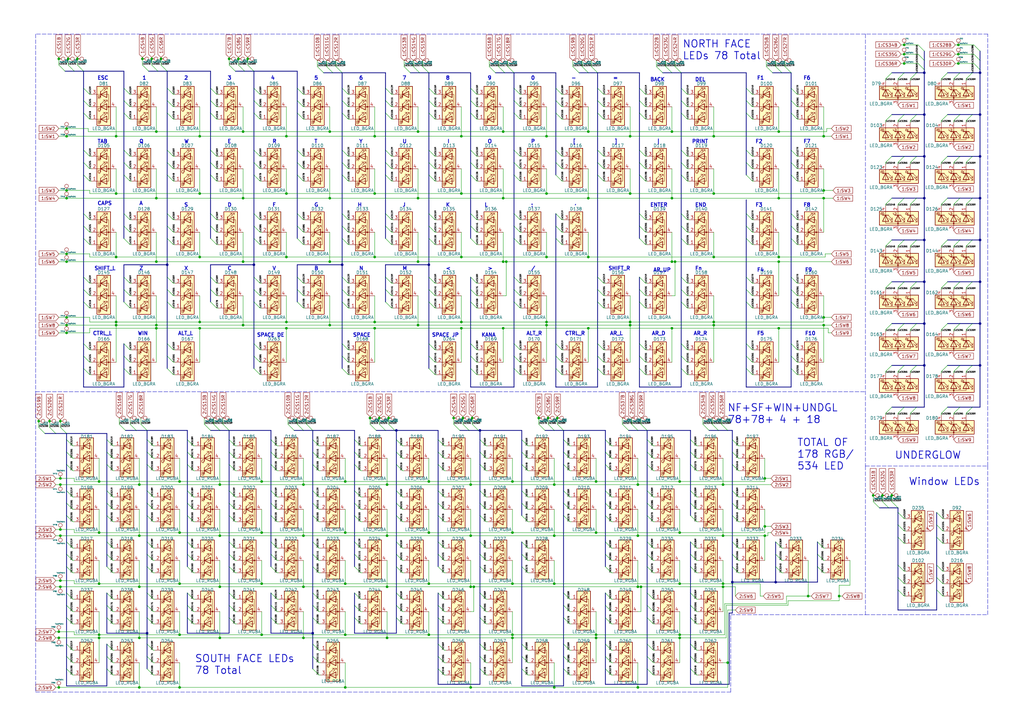
<source format=kicad_sch>
(kicad_sch (version 20211123) (generator eeschema)
  (paper "A3")
  (title_block (title "AGPKeeb Keyboard - LED Matrices") (date "2023-02-19") (rev "1.0") (company "AGP"))
  (junction (at 189.23 134.62))
  (junction (at 57.15 281.94))
  (junction (at 206.375 134.62))
  (junction (at 81.915 105.41))
  (junction (at 27.305 55.88))
  (junction (at 24.765 238.125))
  (junction (at 193.04 240.665))
  (junction (at 158.75 198.755))
  (junction (at 27.305 130.175))
  (junction (at 117.475 55.88))
  (junction (at 64.135 107.315))
  (junction (at 24.765 217.17))
  (junction (at 393.065 18.415))
  (junction (at 99.695 133.35))
  (junction (at 24.13 261.62))
  (junction (at 206.375 53.975))
  (junction (at 107.315 197.485))
  (junction (at 224.79 171.45))
  (junction (at 224.155 132.08))
  (junction (at 370.84 18.415))
  (junction (at 66.04 24.13))
  (junction (at 361.95 203.2))
  (junction (at 227.33 239.395))
  (junction (at 258.445 133.35))
  (junction (at 358.14 203.2))
  (junction (at 210.185 197.485))
  (junction (at 313.69 219.71))
  (junction (at 153.67 132.08))
  (junction (at 73.66 281.94))
  (junction (at 275.59 81.28))
  (junction (at 292.735 79.375))
  (junction (at 258.445 55.88))
  (junction (at 401.955 132.715))
  (junction (at 278.765 261.62))
  (junction (at 292.735 133.35))
  (junction (at 135.255 81.28))
  (junction (at 175.895 260.35))
  (junction (at 27.305 107.315))
  (junction (at 151.765 171.45))
  (junction (at 313.69 215.9))
  (junction (at 171.45 53.975))
  (junction (at 337.82 133.35))
  (junction (at 124.46 240.665))
  (junction (at 296.545 239.395))
  (junction (at 24.765 198.755))
  (junction (at 244.475 260.35))
  (junction (at 206.375 81.28))
  (junction (at 193.04 281.94))
  (junction (at 189.23 105.41))
  (junction (at 99.695 53.975))
  (junction (at 379.095 115.57))
  (junction (at 27.305 136.525))
  (junction (at 24.765 219.71))
  (junction (at 27.305 52.705))
  (junction (at 40.64 239.395))
  (junction (at 81.915 132.08))
  (junction (at 57.15 240.665))
  (junction (at 241.3 81.28))
  (junction (at 401.955 149.86))
  (junction (at 40.64 261.62))
  (junction (at 175.895 108.585))
  (junction (at 337.82 81.28))
  (junction (at 189.23 55.88))
  (junction (at 220.98 171.45))
  (junction (at 47.625 105.41))
  (junction (at 319.405 81.28))
  (junction (at 64.135 53.975))
  (junction (at 261.62 219.71))
  (junction (at 241.3 105.41))
  (junction (at 401.955 81.28))
  (junction (at 319.405 53.975))
  (junction (at 68.58 108.585))
  (junction (at 40.64 197.485))
  (junction (at 24.13 281.94))
  (junction (at 141.605 281.94))
  (junction (at 171.45 107.315))
  (junction (at 24.765 240.665))
  (junction (at 228.6 171.45))
  (junction (at 227.33 198.755))
  (junction (at 81.915 55.88))
  (junction (at 141.605 218.44))
  (junction (at 57.15 198.755))
  (junction (at 141.605 197.485))
  (junction (at 258.445 132.08))
  (junction (at 196.85 176.53))
  (junction (at 210.185 239.395))
  (junction (at 128.27 259.715))
  (junction (at 337.82 130.175))
  (junction (at 141.605 239.395))
  (junction (at 90.17 219.71))
  (junction (at 379.095 29.845))
  (junction (at 73.66 218.44))
  (junction (at 186.055 171.45))
  (junction (at 275.59 134.62))
  (junction (at 344.17 244.475))
  (junction (at 224.155 79.375))
  (junction (at 241.3 53.975))
  (junction (at 379.095 64.135))
  (junction (at 278.765 197.485))
  (junction (at 227.33 281.94))
  (junction (at 140.335 108.585))
  (junction (at 319.405 105.41))
  (junction (at 171.45 81.28))
  (junction (at 275.59 53.975))
  (junction (at 337.82 55.88))
  (junction (at 135.255 107.315))
  (junction (at 379.095 81.28))
  (junction (at 189.23 79.375))
  (junction (at 117.475 132.08))
  (junction (at 153.67 55.88))
  (junction (at 296.545 219.71))
  (junction (at 117.475 105.41))
  (junction (at 153.67 79.375))
  (junction (at 27.94 24.13))
  (junction (at 175.895 197.485))
  (junction (at 278.765 218.44))
  (junction (at 27.305 104.14))
  (junction (at 189.23 132.08))
  (junction (at 90.17 240.665))
  (junction (at 296.545 198.755))
  (junction (at 370.84 22.225))
  (junction (at 20.32 172.72))
  (junction (at 224.155 133.35))
  (junction (at 73.66 197.485))
  (junction (at 40.64 260.35))
  (junction (at 97.79 24.13))
  (junction (at 171.45 133.35))
  (junction (at 107.315 260.35))
  (junction (at 379.095 149.86))
  (junction (at 24.765 196.215))
  (junction (at 244.475 218.44))
  (junction (at 401.955 46.99))
  (junction (at 194.31 240.665))
  (junction (at 104.14 108.585))
  (junction (at 224.155 105.41))
  (junction (at 175.895 218.44))
  (junction (at 47.625 55.88))
  (junction (at 276.86 107.315))
  (junction (at 158.75 219.71))
  (junction (at 124.46 198.755))
  (junction (at 365.76 203.2))
  (junction (at 93.98 24.13))
  (junction (at 241.3 134.62))
  (junction (at 107.315 239.395))
  (junction (at 401.955 115.57))
  (junction (at 99.695 107.315))
  (junction (at 135.255 133.35))
  (junction (at 337.82 78.105))
  (junction (at 64.135 81.28))
  (junction (at 379.095 46.99))
  (junction (at 393.065 26.035))
  (junction (at 261.62 240.665))
  (junction (at 99.695 81.28))
  (junction (at 189.865 171.45))
  (junction (at 244.475 197.485))
  (junction (at 27.305 81.28))
  (junction (at 275.59 107.315))
  (junction (at 57.15 261.62))
  (junction (at 24.13 24.13))
  (junction (at 117.475 134.62))
  (junction (at 24.13 259.08))
  (junction (at 207.645 107.315))
  (junction (at 107.315 218.44))
  (junction (at 158.75 261.62))
  (junction (at 47.625 79.375))
  (junction (at 300.355 238.76))
  (junction (at 370.84 26.035))
  (junction (at 40.64 218.44))
  (junction (at 292.735 105.41))
  (junction (at 60.325 259.715))
  (junction (at 27.305 133.35))
  (junction (at 47.625 132.08))
  (junction (at 298.45 271.78))
  (junction (at 73.66 260.35))
  (junction (at 58.42 24.13))
  (junction (at 141.605 260.35))
  (junction (at 155.575 171.45))
  (junction (at 62.23 24.13))
  (junction (at 175.895 239.395))
  (junction (at 292.735 55.88))
  (junction (at 401.955 98.425))
  (junction (at 193.04 198.755))
  (junction (at 331.47 244.475))
  (junction (at 73.66 239.395))
  (junction (at 31.75 24.13))
  (junction (at 319.405 134.62))
  (junction (at 393.065 22.225))
  (junction (at 379.095 98.425))
  (junction (at 15.875 172.72))
  (junction (at 210.185 260.35))
  (junction (at 206.375 107.315))
  (junction (at 262.89 240.665))
  (junction (at 261.62 281.94))
  (junction (at 90.17 261.62))
  (junction (at 319.405 107.315))
  (junction (at 313.69 196.215))
  (junction (at 124.46 261.62))
  (junction (at 244.475 261.62))
  (junction (at 278.765 260.35))
  (junction (at 90.17 198.755))
  (junction (at 153.67 105.41))
  (junction (at 158.75 240.665))
  (junction (at 278.765 239.395))
  (junction (at 318.135 238.76))
  (junction (at 27.305 78.105))
  (junction (at 227.33 219.71))
  (junction (at 64.135 133.35))
  (junction (at 193.675 171.45))
  (junction (at 135.255 53.975))
  (junction (at 258.445 79.375))
  (junction (at 57.15 219.71))
  (junction (at 159.385 171.45))
  (junction (at 401.955 29.845))
  (junction (at 292.735 132.08))
  (junction (at 193.04 219.71))
  (junction (at 401.955 64.135))
  (junction (at 64.135 134.62))
  (junction (at 210.185 261.62))
  (junction (at 296.545 240.665))
  (junction (at 124.46 219.71))
  (junction (at 24.765 172.72))
  (junction (at 379.095 132.715))
  (junction (at 117.475 79.375))
  (junction (at 81.915 79.375))
  (junction (at 153.67 134.62))
  (junction (at 210.185 218.44))
  (junction (at 47.625 133.35))
  (junction (at 224.155 55.88))
  (junction (at 81.915 134.62))
  (junction (at 261.62 198.755))
  (junction (at 101.6 24.13))
  (junction (at 162.56 176.53))
  (bus_entry (at 34.29 46.355) (size 2.54 2.54))
  (bus_entry (at 34.29 71.755) (size 2.54 2.54))
  (bus_entry (at 145.415 248.285) (size 2.54 2.54))
  (bus_entry (at 128.27 232.41) (size 2.54 2.54))
  (bus_entry (at 169.545 27.305) (size 2.54 2.54))
  (bus_entry (at 276.86 27.305) (size 2.54 2.54))
  (bus_entry (at 93.98 180.34) (size 2.54 2.54))
  (bus_entry (at 279.4 123.825) (size 2.54 2.54))
  (bus_entry (at 121.92 36.195) (size 2.54 2.54))
  (bus_entry (at 60.325 248.285) (size 2.54 2.54))
  (bus_entry (at 388.62 167.005) (size -2.54 2.54))
  (bus_entry (at 213.995 211.455) (size 2.54 2.54))
  (bus_entry (at 273.05 27.305) (size 2.54 2.54))
  (bus_entry (at 111.125 211.455) (size 2.54 2.54))
  (bus_entry (at 34.29 118.745) (size 2.54 2.54))
  (bus_entry (at 68.58 151.13) (size 2.54 2.54))
  (bus_entry (at 140.335 87.63) (size 2.54 2.54))
  (bus_entry (at 162.56 211.455) (size 2.54 2.54))
  (bus_entry (at 388.62 132.715) (size -2.54 2.54))
  (bus_entry (at 179.705 232.41) (size 2.54 2.54))
  (bus_entry (at 196.85 185.42) (size 2.54 2.54))
  (bus_entry (at 60.325 232.41) (size 2.54 2.54))
  (bus_entry (at 104.14 113.665) (size 2.54 2.54))
  (bus_entry (at 262.255 151.13) (size 2.54 2.54))
  (bus_entry (at 68.58 123.825) (size 2.54 2.54))
  (bus_entry (at 210.82 123.825) (size 2.54 2.54))
  (bus_entry (at 248.285 227.33) (size 2.54 2.54))
  (bus_entry (at 231.14 185.42) (size 2.54 2.54))
  (bus_entry (at 158.115 66.675) (size 2.54 2.54))
  (bus_entry (at 128.27 185.42) (size 2.54 2.54))
  (bus_entry (at 68.58 87.63) (size 2.54 2.54))
  (bus_entry (at 175.895 97.79) (size 2.54 2.54))
  (bus_entry (at 365.76 205.74) (size 2.54 2.54))
  (bus_entry (at 86.36 61.595) (size 2.54 2.54))
  (bus_entry (at 375.92 98.425) (size -2.54 2.54))
  (bus_entry (at 306.07 123.825) (size 2.54 2.54))
  (bus_entry (at 213.995 232.41) (size 2.54 2.54))
  (bus_entry (at 365.76 64.135) (size -2.54 2.54))
  (bus_entry (at 121.92 71.755) (size 2.54 2.54))
  (bus_entry (at 15.875 175.26) (size 2.54 2.54))
  (bus_entry (at 213.995 201.295) (size 2.54 2.54))
  (bus_entry (at 306.07 118.745) (size 2.54 2.54))
  (bus_entry (at 128.27 190.5) (size 2.54 2.54))
  (bus_entry (at 60.325 253.365) (size 2.54 2.54))
  (bus_entry (at 175.895 140.97) (size 2.54 2.54))
  (bus_entry (at 245.11 36.195) (size 2.54 2.54))
  (bus_entry (at 283.21 253.365) (size 2.54 2.54))
  (bus_entry (at 43.815 269.24) (size 2.54 2.54))
  (bus_entry (at 43.815 222.25) (size 2.54 2.54))
  (bus_entry (at 68.58 118.745) (size 2.54 2.54))
  (bus_entry (at 368.3 210.185) (size 2.54 2.54))
  (bus_entry (at 43.815 190.5) (size 2.54 2.54))
  (bus_entry (at 384.175 215.265) (size 2.54 2.54))
  (bus_entry (at 231.14 274.32) (size 2.54 2.54))
  (bus_entry (at 125.73 173.99) (size 2.54 2.54))
  (bus_entry (at 213.995 269.24) (size 2.54 2.54))
  (bus_entry (at 262.255 118.745) (size 2.54 2.54))
  (bus_entry (at 34.29 140.97) (size 2.54 2.54))
  (bus_entry (at 228.6 173.99) (size 2.54 2.54))
  (bus_entry (at 104.14 146.05) (size 2.54 2.54))
  (bus_entry (at 43.815 243.205) (size 2.54 2.54))
  (bus_entry (at 318.135 232.41) (size 2.54 2.54))
  (bus_entry (at 365.76 98.425) (size -2.54 2.54))
  (bus_entry (at 398.78 98.425) (size -2.54 2.54))
  (bus_entry (at 231.14 269.24) (size 2.54 2.54))
  (bus_entry (at 245.11 66.675) (size 2.54 2.54))
  (bus_entry (at 318.135 227.33) (size 2.54 2.54))
  (bus_entry (at 76.835 185.42) (size 2.54 2.54))
  (bus_entry (at 175.895 41.275) (size 2.54 2.54))
  (bus_entry (at 111.125 227.33) (size 2.54 2.54))
  (bus_entry (at 121.92 92.71) (size 2.54 2.54))
  (bus_entry (at 210.82 66.675) (size 2.54 2.54))
  (bus_entry (at 179.705 253.365) (size 2.54 2.54))
  (bus_entry (at 43.815 185.42) (size 2.54 2.54))
  (bus_entry (at 227.965 97.79) (size 2.54 2.54))
  (bus_entry (at 162.56 227.33) (size 2.54 2.54))
  (bus_entry (at 76.835 232.41) (size 2.54 2.54))
  (bus_entry (at 158.115 113.665) (size 2.54 2.54))
  (bus_entry (at 193.04 97.79) (size 2.54 2.54))
  (bus_entry (at 111.125 232.41) (size 2.54 2.54))
  (bus_entry (at 43.815 253.365) (size 2.54 2.54))
  (bus_entry (at 121.92 118.745) (size 2.54 2.54))
  (bus_entry (at 68.58 36.195) (size 2.54 2.54))
  (bus_entry (at 86.36 36.195) (size 2.54 2.54))
  (bus_entry (at 86.36 41.275) (size 2.54 2.54))
  (bus_entry (at 50.8 41.275) (size 2.54 2.54))
  (bus_entry (at 300.355 185.42) (size 2.54 2.54))
  (bus_entry (at 179.705 206.375) (size 2.54 2.54))
  (bus_entry (at 34.29 97.79) (size 2.54 2.54))
  (bus_entry (at 50.8 36.195) (size 2.54 2.54))
  (bus_entry (at 368.3 215.265) (size 2.54 2.54))
  (bus_entry (at 121.92 46.355) (size 2.54 2.54))
  (bus_entry (at 27.305 185.42) (size 2.54 2.54))
  (bus_entry (at 376.555 22.225) (size 2.54 2.54))
  (bus_entry (at 34.29 61.595) (size 2.54 2.54))
  (bus_entry (at 265.43 264.16) (size 2.54 2.54))
  (bus_entry (at 121.92 97.79) (size 2.54 2.54))
  (bus_entry (at 151.765 173.99) (size 2.54 2.54))
  (bus_entry (at 370.84 29.845) (size -2.54 2.54))
  (bus_entry (at 306.07 146.05) (size 2.54 2.54))
  (bus_entry (at 231.14 201.295) (size 2.54 2.54))
  (bus_entry (at 399.415 18.415) (size 2.54 2.54))
  (bus_entry (at 43.815 264.16) (size 2.54 2.54))
  (bus_entry (at 279.4 92.71) (size 2.54 2.54))
  (bus_entry (at 43.815 206.375) (size 2.54 2.54))
  (bus_entry (at 231.14 211.455) (size 2.54 2.54))
  (bus_entry (at 196.85 201.295) (size 2.54 2.54))
  (bus_entry (at 68.58 41.275) (size 2.54 2.54))
  (bus_entry (at 283.21 185.42) (size 2.54 2.54))
  (bus_entry (at 179.705 201.295) (size 2.54 2.54))
  (bus_entry (at 193.04 36.195) (size 2.54 2.54))
  (bus_entry (at 324.485 36.195) (size 2.54 2.54))
  (bus_entry (at 283.21 190.5) (size 2.54 2.54))
  (bus_entry (at 76.835 180.34) (size 2.54 2.54))
  (bus_entry (at 370.84 64.135) (size -2.54 2.54))
  (bus_entry (at 375.92 115.57) (size -2.54 2.54))
  (bus_entry (at 306.07 87.63) (size 2.54 2.54))
  (bus_entry (at 87.63 173.99) (size 2.54 2.54))
  (bus_entry (at 162.56 222.25) (size 2.54 2.54))
  (bus_entry (at 175.895 66.675) (size 2.54 2.54))
  (bus_entry (at 279.4 151.13) (size 2.54 2.54))
  (bus_entry (at 231.14 248.285) (size 2.54 2.54))
  (bus_entry (at 295.91 173.99) (size 2.54 2.54))
  (bus_entry (at 140.335 46.355) (size 2.54 2.54))
  (bus_entry (at 262.255 66.675) (size 2.54 2.54))
  (bus_entry (at 175.895 71.755) (size 2.54 2.54))
  (bus_entry (at 104.14 97.79) (size 2.54 2.54))
  (bus_entry (at 68.58 140.97) (size 2.54 2.54))
  (bus_entry (at 283.21 274.32) (size 2.54 2.54))
  (bus_entry (at 368.3 231.775) (size 2.54 2.54))
  (bus_entry (at 93.98 243.205) (size 2.54 2.54))
  (bus_entry (at 145.415 232.41) (size 2.54 2.54))
  (bus_entry (at 213.995 274.32) (size 2.54 2.54))
  (bus_entry (at 60.325 222.25) (size 2.54 2.54))
  (bus_entry (at 50.8 97.79) (size 2.54 2.54))
  (bus_entry (at 318.135 27.305) (size 2.54 2.54))
  (bus_entry (at 158.115 46.355) (size 2.54 2.54))
  (bus_entry (at 245.11 146.05) (size 2.54 2.54))
  (bus_entry (at 248.285 232.41) (size 2.54 2.54))
  (bus_entry (at 86.36 66.675) (size 2.54 2.54))
  (bus_entry (at 43.815 232.41) (size 2.54 2.54))
  (bus_entry (at 335.28 222.25) (size 2.54 2.54))
  (bus_entry (at 83.82 173.99) (size 2.54 2.54))
  (bus_entry (at 179.705 264.16) (size 2.54 2.54))
  (bus_entry (at 76.835 222.25) (size 2.54 2.54))
  (bus_entry (at 104.14 36.195) (size 2.54 2.54))
  (bus_entry (at 324.485 46.355) (size 2.54 2.54))
  (bus_entry (at 376.555 18.415) (size 2.54 2.54))
  (bus_entry (at 210.82 118.745) (size 2.54 2.54))
  (bus_entry (at 388.62 46.99) (size -2.54 2.54))
  (bus_entry (at 93.98 201.295) (size 2.54 2.54))
  (bus_entry (at 388.62 115.57) (size -2.54 2.54))
  (bus_entry (at 140.335 41.275) (size 2.54 2.54))
  (bus_entry (at 283.21 227.33) (size 2.54 2.54))
  (bus_entry (at 86.36 123.825) (size 2.54 2.54))
  (bus_entry (at 368.3 236.855) (size 2.54 2.54))
  (bus_entry (at 158.115 118.745) (size 2.54 2.54))
  (bus_entry (at 370.84 149.86) (size -2.54 2.54))
  (bus_entry (at 179.705 222.25) (size 2.54 2.54))
  (bus_entry (at 27.94 26.67) (size 2.54 2.54))
  (bus_entry (at 279.4 46.355) (size 2.54 2.54))
  (bus_entry (at 300.355 206.375) (size 2.54 2.54))
  (bus_entry (at 279.4 61.595) (size 2.54 2.54))
  (bus_entry (at 324.485 66.675) (size 2.54 2.54))
  (bus_entry (at 27.305 206.375) (size 2.54 2.54))
  (bus_entry (at 27.305 211.455) (size 2.54 2.54))
  (bus_entry (at 210.82 61.595) (size 2.54 2.54))
  (bus_entry (at 368.3 220.345) (size 2.54 2.54))
  (bus_entry (at 279.4 118.745) (size 2.54 2.54))
  (bus_entry (at 279.4 113.665) (size 2.54 2.54))
  (bus_entry (at 292.1 173.99) (size 2.54 2.54))
  (bus_entry (at 128.27 211.455) (size 2.54 2.54))
  (bus_entry (at 300.355 201.295) (size 2.54 2.54))
  (bus_entry (at 93.98 253.365) (size 2.54 2.54))
  (bus_entry (at 210.82 41.275) (size 2.54 2.54))
  (bus_entry (at 213.995 180.34) (size 2.54 2.54))
  (bus_entry (at 50.8 140.97) (size 2.54 2.54))
  (bus_entry (at 86.36 92.71) (size 2.54 2.54))
  (bus_entry (at 370.84 46.99) (size -2.54 2.54))
  (bus_entry (at 93.98 190.5) (size 2.54 2.54))
  (bus_entry (at 43.815 211.455) (size 2.54 2.54))
  (bus_entry (at 86.36 97.79) (size 2.54 2.54))
  (bus_entry (at 145.415 180.34) (size 2.54 2.54))
  (bus_entry (at 245.11 123.825) (size 2.54 2.54))
  (bus_entry (at 27.305 232.41) (size 2.54 2.54))
  (bus_entry (at 111.125 222.25) (size 2.54 2.54))
  (bus_entry (at 262.255 146.05) (size 2.54 2.54))
  (bus_entry (at 384.175 220.345) (size 2.54 2.54))
  (bus_entry (at 262.255 87.63) (size 2.54 2.54))
  (bus_entry (at 68.58 97.79) (size 2.54 2.54))
  (bus_entry (at 93.98 248.285) (size 2.54 2.54))
  (bus_entry (at 93.98 206.375) (size 2.54 2.54))
  (bus_entry (at 27.305 180.34) (size 2.54 2.54))
  (bus_entry (at 31.75 26.67) (size 2.54 2.54))
  (bus_entry (at 27.305 222.25) (size 2.54 2.54))
  (bus_entry (at 375.92 149.86) (size -2.54 2.54))
  (bus_entry (at 300.355 211.455) (size 2.54 2.54))
  (bus_entry (at 27.305 264.16) (size 2.54 2.54))
  (bus_entry (at 145.415 211.455) (size 2.54 2.54))
  (bus_entry (at 210.82 71.755) (size 2.54 2.54))
  (bus_entry (at 324.485 61.595) (size 2.54 2.54))
  (bus_entry (at 324.485 140.97) (size 2.54 2.54))
  (bus_entry (at 193.04 66.675) (size 2.54 2.54))
  (bus_entry (at 279.4 146.05) (size 2.54 2.54))
  (bus_entry (at 145.415 227.33) (size 2.54 2.54))
  (bus_entry (at 399.415 22.225) (size 2.54 2.54))
  (bus_entry (at 50.8 146.05) (size 2.54 2.54))
  (bus_entry (at 68.58 113.665) (size 2.54 2.54))
  (bus_entry (at 162.56 190.5) (size 2.54 2.54))
  (bus_entry (at 121.92 61.595) (size 2.54 2.54))
  (bus_entry (at 179.705 243.205) (size 2.54 2.54))
  (bus_entry (at 24.13 26.67) (size 2.54 2.54))
  (bus_entry (at 255.27 173.99) (size 2.54 2.54))
  (bus_entry (at 60.325 269.24) (size 2.54 2.54))
  (bus_entry (at 193.04 46.355) (size 2.54 2.54))
  (bus_entry (at 58.42 26.67) (size 2.54 2.54))
  (bus_entry (at 245.11 151.13) (size 2.54 2.54))
  (bus_entry (at 279.4 36.195) (size 2.54 2.54))
  (bus_entry (at 50.8 92.71) (size 2.54 2.54))
  (bus_entry (at 210.82 146.05) (size 2.54 2.54))
  (bus_entry (at 60.325 185.42) (size 2.54 2.54))
  (bus_entry (at 145.415 201.295) (size 2.54 2.54))
  (bus_entry (at 140.335 140.97) (size 2.54 2.54))
  (bus_entry (at 128.27 222.25) (size 2.54 2.54))
  (bus_entry (at 265.43 227.33) (size 2.54 2.54))
  (bus_entry (at 231.14 264.16) (size 2.54 2.54))
  (bus_entry (at 398.78 149.86) (size -2.54 2.54))
  (bus_entry (at 158.115 97.79) (size 2.54 2.54))
  (bus_entry (at 155.575 173.99) (size 2.54 2.54))
  (bus_entry (at 393.7 115.57) (size -2.54 2.54))
  (bus_entry (at 104.14 87.63) (size 2.54 2.54))
  (bus_entry (at 283.21 211.455) (size 2.54 2.54))
  (bus_entry (at 324.485 113.665) (size 2.54 2.54))
  (bus_entry (at 101.6 26.67) (size 2.54 2.54))
  (bus_entry (at 358.14 205.74) (size 2.54 2.54))
  (bus_entry (at 68.58 146.05) (size 2.54 2.54))
  (bus_entry (at 262.89 173.99) (size 2.54 2.54))
  (bus_entry (at 118.11 173.99) (size 2.54 2.54))
  (bus_entry (at 213.995 206.375) (size 2.54 2.54))
  (bus_entry (at 175.895 36.195) (size 2.54 2.54))
  (bus_entry (at 210.82 97.79) (size 2.54 2.54))
  (bus_entry (at 324.485 118.745) (size 2.54 2.54))
  (bus_entry (at 68.58 46.355) (size 2.54 2.54))
  (bus_entry (at 175.895 87.63) (size 2.54 2.54))
  (bus_entry (at 128.27 274.32) (size 2.54 2.54))
  (bus_entry (at 62.23 26.67) (size 2.54 2.54))
  (bus_entry (at 76.835 253.365) (size 2.54 2.54))
  (bus_entry (at 210.82 87.63) (size 2.54 2.54))
  (bus_entry (at 140.335 66.675) (size 2.54 2.54))
  (bus_entry (at 248.285 211.455) (size 2.54 2.54))
  (bus_entry (at 193.04 123.825) (size 2.54 2.54))
  (bus_entry (at 179.705 185.42) (size 2.54 2.54))
  (bus_entry (at 262.255 123.825) (size 2.54 2.54))
  (bus_entry (at 388.62 149.86) (size -2.54 2.54))
  (bus_entry (at 34.29 92.71) (size 2.54 2.54))
  (bus_entry (at 262.255 61.595) (size 2.54 2.54))
  (bus_entry (at 200.66 27.305) (size 2.54 2.54))
  (bus_entry (at 384.175 241.935) (size 2.54 2.54))
  (bus_entry (at 196.85 180.34) (size 2.54 2.54))
  (bus_entry (at 104.14 46.355) (size 2.54 2.54))
  (bus_entry (at 262.255 36.195) (size 2.54 2.54))
  (bus_entry (at 140.335 118.745) (size 2.54 2.54))
  (bus_entry (at 368.3 241.935) (size 2.54 2.54))
  (bus_entry (at 121.92 41.275) (size 2.54 2.54))
  (bus_entry (at 86.36 46.355) (size 2.54 2.54))
  (bus_entry (at 179.705 211.455) (size 2.54 2.54))
  (bus_entry (at 196.85 253.365) (size 2.54 2.54))
  (bus_entry (at 162.56 201.295) (size 2.54 2.54))
  (bus_entry (at 306.07 140.97) (size 2.54 2.54))
  (bus_entry (at 179.705 227.33) (size 2.54 2.54))
  (bus_entry (at 227.965 87.63) (size 2.54 2.54))
  (bus_entry (at 324.485 97.79) (size 2.54 2.54))
  (bus_entry (at 34.29 36.195) (size 2.54 2.54))
  (bus_entry (at 193.04 118.745) (size 2.54 2.54))
  (bus_entry (at 162.56 253.365) (size 2.54 2.54))
  (bus_entry (at 262.255 140.97) (size 2.54 2.54))
  (bus_entry (at 140.335 151.13) (size 2.54 2.54))
  (bus_entry (at 93.98 232.41) (size 2.54 2.54))
  (bus_entry (at 283.21 248.285) (size 2.54 2.54))
  (bus_entry (at 27.305 190.5) (size 2.54 2.54))
  (bus_entry (at 398.78 46.99) (size -2.54 2.54))
  (bus_entry (at 196.85 248.285) (size 2.54 2.54))
  (bus_entry (at 227.965 140.97) (size 2.54 2.54))
  (bus_entry (at 121.92 173.99) (size 2.54 2.54))
  (bus_entry (at 60.325 274.32) (size 2.54 2.54))
  (bus_entry (at 248.285 222.25) (size 2.54 2.54))
  (bus_entry (at 76.835 211.455) (size 2.54 2.54))
  (bus_entry (at 196.85 274.32) (size 2.54 2.54))
  (bus_entry (at 283.21 269.24) (size 2.54 2.54))
  (bus_entry (at 50.8 151.13) (size 2.54 2.54))
  (bus_entry (at 196.85 269.24) (size 2.54 2.54))
  (bus_entry (at 231.14 190.5) (size 2.54 2.54))
  (bus_entry (at 245.11 61.595) (size 2.54 2.54))
  (bus_entry (at 220.98 173.99) (size 2.54 2.54))
  (bus_entry (at 50.8 71.755) (size 2.54 2.54))
  (bus_entry (at 279.4 66.675) (size 2.54 2.54))
  (bus_entry (at 140.335 61.595) (size 2.54 2.54))
  (bus_entry (at 50.8 66.675) (size 2.54 2.54))
  (bus_entry (at 393.7 29.845) (size -2.54 2.54))
  (bus_entry (at 158.115 36.195) (size 2.54 2.54))
  (bus_entry (at 86.36 71.755) (size 2.54 2.54))
  (bus_entry (at 162.56 243.205) (size 2.54 2.54))
  (bus_entry (at 175.895 146.05) (size 2.54 2.54))
  (bus_entry (at 210.82 151.13) (size 2.54 2.54))
  (bus_entry (at 306.07 46.355) (size 2.54 2.54))
  (bus_entry (at 245.11 118.745) (size 2.54 2.54))
  (bus_entry (at 175.895 123.825) (size 2.54 2.54))
  (bus_entry (at 34.29 146.05) (size 2.54 2.54))
  (bus_entry (at 27.305 274.32) (size 2.54 2.54))
  (bus_entry (at 128.27 227.33) (size 2.54 2.54))
  (bus_entry (at 196.85 264.16) (size 2.54 2.54))
  (bus_entry (at 173.355 27.305) (size 2.54 2.54))
  (bus_entry (at 43.815 227.33) (size 2.54 2.54))
  (bus_entry (at 248.285 274.32) (size 2.54 2.54))
  (bus_entry (at 227.965 46.355) (size 2.54 2.54))
  (bus_entry (at 57.785 173.99) (size 2.54 2.54))
  (bus_entry (at 208.28 27.305) (size 2.54 2.54))
  (bus_entry (at 50.8 87.63) (size 2.54 2.54))
  (bus_entry (at 128.27 248.285) (size 2.54 2.54))
  (bus_entry (at 318.135 222.25) (size 2.54 2.54))
  (bus_entry (at 259.08 173.99) (size 2.54 2.54))
  (bus_entry (at 306.07 151.13) (size 2.54 2.54))
  (bus_entry (at 375.92 29.845) (size -2.54 2.54))
  (bus_entry (at 50.8 123.825) (size 2.54 2.54))
  (bus_entry (at 27.305 227.33) (size 2.54 2.54))
  (bus_entry (at 245.11 46.355) (size 2.54 2.54))
  (bus_entry (at 179.705 248.285) (size 2.54 2.54))
  (bus_entry (at 76.835 227.33) (size 2.54 2.54))
  (bus_entry (at 245.11 41.275) (size 2.54 2.54))
  (bus_entry (at 213.995 264.16) (size 2.54 2.54))
  (bus_entry (at 269.24 27.305) (size 2.54 2.54))
  (bus_entry (at 193.04 87.63) (size 2.54 2.54))
  (bus_entry (at 128.27 180.34) (size 2.54 2.54))
  (bus_entry (at 248.285 190.5) (size 2.54 2.54))
  (bus_entry (at 104.14 66.675) (size 2.54 2.54))
  (bus_entry (at 384.175 210.185) (size 2.54 2.54))
  (bus_entry (at 60.325 211.455) (size 2.54 2.54))
  (bus_entry (at 306.07 113.665) (size 2.54 2.54))
  (bus_entry (at 145.415 190.5) (size 2.54 2.54))
  (bus_entry (at 165.735 27.305) (size 2.54 2.54))
  (bus_entry (at 158.115 41.275) (size 2.54 2.54))
  (bus_entry (at 210.82 92.71) (size 2.54 2.54))
  (bus_entry (at 388.62 64.135) (size -2.54 2.54))
  (bus_entry (at 34.29 123.825) (size 2.54 2.54))
  (bus_entry (at 133.985 27.305) (size 2.54 2.54))
  (bus_entry (at 231.14 180.34) (size 2.54 2.54))
  (bus_entry (at 265.43 190.5) (size 2.54 2.54))
  (bus_entry (at 393.7 149.86) (size -2.54 2.54))
  (bus_entry (at 210.82 36.195) (size 2.54 2.54))
  (bus_entry (at 175.895 92.71) (size 2.54 2.54))
  (bus_entry (at 306.07 41.275) (size 2.54 2.54))
  (bus_entry (at 227.965 41.275) (size 2.54 2.54))
  (bus_entry (at 111.125 190.5) (size 2.54 2.54))
  (bus_entry (at 300.355 222.25) (size 2.54 2.54))
  (bus_entry (at 34.29 151.13) (size 2.54 2.54))
  (bus_entry (at 60.325 264.16) (size 2.54 2.54))
  (bus_entry (at 158.115 92.71) (size 2.54 2.54))
  (bus_entry (at 50.8 61.595) (size 2.54 2.54))
  (bus_entry (at 60.325 201.295) (size 2.54 2.54))
  (bus_entry (at 162.56 180.34) (size 2.54 2.54))
  (bus_entry (at 111.125 180.34) (size 2.54 2.54))
  (bus_entry (at 398.78 167.005) (size -2.54 2.54))
  (bus_entry (at 314.325 27.305) (size 2.54 2.54))
  (bus_entry (at 68.58 71.755) (size 2.54 2.54))
  (bus_entry (at 365.76 132.715) (size -2.54 2.54))
  (bus_entry (at 104.14 71.755) (size 2.54 2.54))
  (bus_entry (at 283.21 206.375) (size 2.54 2.54))
  (bus_entry (at 104.14 140.97) (size 2.54 2.54))
  (bus_entry (at 130.175 27.305) (size 2.54 2.54))
  (bus_entry (at 370.84 115.57) (size -2.54 2.54))
  (bus_entry (at 227.965 61.595) (size 2.54 2.54))
  (bus_entry (at 393.7 64.135) (size -2.54 2.54))
  (bus_entry (at 93.98 227.33) (size 2.54 2.54))
  (bus_entry (at 300.355 180.34) (size 2.54 2.54))
  (bus_entry (at 399.415 26.035) (size 2.54 2.54))
  (bus_entry (at 68.58 66.675) (size 2.54 2.54))
  (bus_entry (at 196.85 222.25) (size 2.54 2.54))
  (bus_entry (at 140.335 97.79) (size 2.54 2.54))
  (bus_entry (at 398.78 115.57) (size -2.54 2.54))
  (bus_entry (at 248.285 264.16) (size 2.54 2.54))
  (bus_entry (at 128.27 264.16) (size 2.54 2.54))
  (bus_entry (at 158.115 61.595) (size 2.54 2.54))
  (bus_entry (at 227.965 151.13) (size 2.54 2.54))
  (bus_entry (at 213.995 185.42) (size 2.54 2.54))
  (bus_entry (at 196.85 243.205) (size 2.54 2.54))
  (bus_entry (at 306.07 71.755) (size 2.54 2.54))
  (bus_entry (at 321.945 27.305) (size 2.54 2.54))
  (bus_entry (at 43.815 248.285) (size 2.54 2.54))
  (bus_entry (at 104.14 61.595) (size 2.54 2.54))
  (bus_entry (at 245.11 113.665) (size 2.54 2.54))
  (bus_entry (at 111.125 201.295) (size 2.54 2.54))
  (bus_entry (at 76.835 206.375) (size 2.54 2.54))
  (bus_entry (at 158.115 87.63) (size 2.54 2.54))
  (bus_entry (at 24.765 175.26) (size 2.54 2.54))
  (bus_entry (at 265.43 180.34) (size 2.54 2.54))
  (bus_entry (at 213.995 222.25) (size 2.54 2.54))
  (bus_entry (at 186.055 173.99) (size 2.54 2.54))
  (bus_entry (at 283.21 222.25) (size 2.54 2.54))
  (bus_entry (at 306.07 66.675) (size 2.54 2.54))
  (bus_entry (at 227.965 71.755) (size 2.54 2.54))
  (bus_entry (at 393.7 132.715) (size -2.54 2.54))
  (bus_entry (at 361.95 205.74) (size 2.54 2.54))
  (bus_entry (at 193.04 92.71) (size 2.54 2.54))
  (bus_entry (at 388.62 81.28) (size -2.54 2.54))
  (bus_entry (at 265.43 211.455) (size 2.54 2.54))
  (bus_entry (at 140.335 146.05) (size 2.54 2.54))
  (bus_entry (at 265.43 248.285) (size 2.54 2.54))
  (bus_entry (at 279.4 97.79) (size 2.54 2.54))
  (bus_entry (at 365.76 46.99) (size -2.54 2.54))
  (bus_entry (at 50.8 46.355) (size 2.54 2.54))
  (bus_entry (at 97.79 26.67) (size 2.54 2.54))
  (bus_entry (at 93.98 211.455) (size 2.54 2.54))
  (bus_entry (at 265.43 253.365) (size 2.54 2.54))
  (bus_entry (at 227.965 36.195) (size 2.54 2.54))
  (bus_entry (at 20.32 175.26) (size 2.54 2.54))
  (bus_entry (at 104.14 41.275) (size 2.54 2.54))
  (bus_entry (at 93.98 222.25) (size 2.54 2.54))
  (bus_entry (at 375.92 46.99) (size -2.54 2.54))
  (bus_entry (at 265.43 185.42) (size 2.54 2.54))
  (bus_entry (at 265.43 222.25) (size 2.54 2.54))
  (bus_entry (at 121.92 66.675) (size 2.54 2.54))
  (bus_entry (at 140.335 92.71) (size 2.54 2.54))
  (bus_entry (at 279.4 87.63) (size 2.54 2.54))
  (bus_entry (at 104.14 92.71) (size 2.54 2.54))
  (bus_entry (at 76.835 248.285) (size 2.54 2.54))
  (bus_entry (at 210.82 46.355) (size 2.54 2.54))
  (bus_entry (at 91.44 173.99) (size 2.54 2.54))
  (bus_entry (at 27.305 269.24) (size 2.54 2.54))
  (bus_entry (at 145.415 222.25) (size 2.54 2.54))
  (bus_entry (at 27.305 243.205) (size 2.54 2.54))
  (bus_entry (at 179.705 269.24) (size 2.54 2.54))
  (bus_entry (at 140.335 123.825) (size 2.54 2.54))
  (bus_entry (at 193.04 146.05) (size 2.54 2.54))
  (bus_entry (at 68.58 92.71) (size 2.54 2.54))
  (bus_entry (at 300.355 227.33) (size 2.54 2.54))
  (bus_entry (at 76.835 201.295) (size 2.54 2.54))
  (bus_entry (at 306.07 36.195) (size 2.54 2.54))
  (bus_entry (at 86.36 118.745) (size 2.54 2.54))
  (bus_entry (at 48.895 173.99) (size 2.54 2.54))
  (bus_entry (at 27.305 201.295) (size 2.54 2.54))
  (bus_entry (at 128.27 253.365) (size 2.54 2.54))
  (bus_entry (at 27.305 248.285) (size 2.54 2.54))
  (bus_entry (at 158.115 71.755) (size 2.54 2.54))
  (bus_entry (at 324.485 41.275) (size 2.54 2.54))
  (bus_entry (at 306.07 97.79) (size 2.54 2.54))
  (bus_entry (at 179.705 190.5) (size 2.54 2.54))
  (bus_entry (at 324.485 146.05) (size 2.54 2.54))
  (bus_entry (at 248.285 248.285) (size 2.54 2.54))
  (bus_entry (at 234.95 27.305) (size 2.54 2.54))
  (bus_entry (at 248.285 269.24) (size 2.54 2.54))
  (bus_entry (at 324.485 123.825) (size 2.54 2.54))
  (bus_entry (at 50.8 118.745) (size 2.54 2.54))
  (bus_entry (at 279.4 71.755) (size 2.54 2.54))
  (bus_entry (at 179.705 274.32) (size 2.54 2.54))
  (bus_entry (at 128.27 243.205) (size 2.54 2.54))
  (bus_entry (at 66.04 26.67) (size 2.54 2.54))
  (bus_entry (at 137.795 27.305) (size 2.54 2.54))
  (bus_entry (at 145.415 185.42) (size 2.54 2.54))
  (bus_entry (at 159.385 173.99) (size 2.54 2.54))
  (bus_entry (at 265.43 243.205) (size 2.54 2.54))
  (bus_entry (at 242.57 27.305) (size 2.54 2.54))
  (bus_entry (at 262.255 71.755) (size 2.54 2.54))
  (bus_entry (at 265.43 232.41) (size 2.54 2.54))
  (bus_entry (at 262.255 46.355) (size 2.54 2.54))
  (bus_entry (at 238.76 27.305) (size 2.54 2.54))
  (bus_entry (at 175.895 151.13) (size 2.54 2.54))
  (bus_entry (at 34.29 66.675) (size 2.54 2.54))
  (bus_entry (at 398.78 81.28) (size -2.54 2.54))
  (bus_entry (at 265.43 206.375) (size 2.54 2.54))
  (bus_entry (at 193.04 41.275) (size 2.54 2.54))
  (bus_entry (at 128.27 206.375) (size 2.54 2.54))
  (bus_entry (at 189.865 173.99) (size 2.54 2.54))
  (bus_entry (at 393.7 46.99) (size -2.54 2.54))
  (bus_entry (at 384.175 236.855) (size 2.54 2.54))
  (bus_entry (at 248.285 243.205) (size 2.54 2.54))
  (bus_entry (at 193.04 61.595) (size 2.54 2.54))
  (bus_entry (at 265.43 201.295) (size 2.54 2.54))
  (bus_entry (at 43.815 274.32) (size 2.54 2.54))
  (bus_entry (at 279.4 140.97) (size 2.54 2.54))
  (bus_entry (at 288.29 173.99) (size 2.54 2.54))
  (bus_entry (at 86.36 87.63) (size 2.54 2.54))
  (bus_entry (at 60.325 180.34) (size 2.54 2.54))
  (bus_entry (at 224.79 173.99) (size 2.54 2.54))
  (bus_entry (at 162.56 185.42) (size 2.54 2.54))
  (bus_entry (at 283.21 264.16) (size 2.54 2.54))
  (bus_entry (at 204.47 27.305) (size 2.54 2.54))
  (bus_entry (at 193.04 151.13) (size 2.54 2.54))
  (bus_entry (at 231.14 253.365) (size 2.54 2.54))
  (bus_entry (at 43.815 180.34) (size 2.54 2.54))
  (bus_entry (at 53.34 173.99) (size 2.54 2.54))
  (bus_entry (at 262.255 41.275) (size 2.54 2.54))
  (bus_entry (at 300.355 232.41) (size 2.54 2.54))
  (bus_entry (at 128.27 201.295) (size 2.54 2.54))
  (bus_entry (at 279.4 41.275) (size 2.54 2.54))
  (bus_entry (at 283.21 232.41) (size 2.54 2.54))
  (bus_entry (at 111.125 243.205) (size 2.54 2.54))
  (bus_entry (at 60.325 190.5) (size 2.54 2.54))
  (bus_entry (at 60.325 227.33) (size 2.54 2.54))
  (bus_entry (at 248.285 206.375) (size 2.54 2.54))
  (bus_entry (at 111.125 253.365) (size 2.54 2.54))
  (bus_entry (at 283.21 180.34) (size 2.54 2.54))
  (bus_entry (at 34.29 113.665) (size 2.54 2.54))
  (bus_entry (at 104.14 151.13) (size 2.54 2.54))
  (bus_entry (at 111.125 248.285) (size 2.54 2.54))
  (bus_entry (at 196.85 227.33) (size 2.54 2.54))
  (bus_entry (at 376.555 26.035) (size 2.54 2.54))
  (bus_entry (at 375.92 81.28) (size -2.54 2.54))
  (bus_entry (at 262.255 97.79) (size 2.54 2.54))
  (bus_entry (at 365.76 81.28) (size -2.54 2.54))
  (bus_entry (at 375.92 132.715) (size -2.54 2.54))
  (bus_entry (at 393.7 81.28) (size -2.54 2.54))
  (bus_entry (at 283.21 201.295) (size 2.54 2.54))
  (bus_entry (at 306.07 61.595) (size 2.54 2.54))
  (bus_entry (at 27.305 253.365) (size 2.54 2.54))
  (bus_entry (at 179.705 180.34) (size 2.54 2.54))
  (bus_entry (at 175.895 118.745) (size 2.54 2.54))
  (bus_entry (at 128.27 269.24) (size 2.54 2.54))
  (bus_entry (at 398.78 64.135) (size -2.54 2.54))
  (bus_entry (at 306.07 92.71) (size 2.54 2.54))
  (bus_entry (at 375.92 64.135) (size -2.54 2.54))
  (bus_entry (at 393.7 98.425) (size -2.54 2.54))
  (bus_entry (at 193.04 71.755) (size 2.54 2.54))
  (bus_entry (at 121.92 123.825) (size 2.54 2.54))
  (bus_entry (at 248.285 185.42) (size 2.54 2.54))
  (bus_entry (at 145.415 243.205) (size 2.54 2.54))
  (bus_entry (at 175.895 46.355) (size 2.54 2.54))
  (bus_entry (at 210.82 113.665) (size 2.54 2.54))
  (bus_entry (at 324.485 87.63) (size 2.54 2.54))
  (bus_entry (at 388.62 29.845) (size -2.54 2.54))
  (bus_entry (at 324.485 92.71) (size 2.54 2.54))
  (bus_entry (at 60.325 243.205) (size 2.54 2.54))
  (bus_entry (at 175.895 113.665) (size 2.54 2.54))
  (bus_entry (at 370.84 98.425) (size -2.54 2.54))
  (bus_entry (at 196.85 232.41) (size 2.54 2.54))
  (bus_entry (at 398.78 132.715) (size -2.54 2.54))
  (bus_entry (at 265.43 274.32) (size 2.54 2.54))
  (bus_entry (at 104.14 118.745) (size 2.54 2.54))
  (bus_entry (at 262.255 113.665) (size 2.54 2.54))
  (bus_entry (at 384.175 231.775) (size 2.54 2.54))
  (bus_entry (at 104.14 123.825) (size 2.54 2.54))
  (bus_entry (at 175.895 61.595) (size 2.54 2.54))
  (bus_entry (at 193.04 140.97) (size 2.54 2.54))
  (bus_entry (at 300.355 190.5) (size 2.54 2.54))
  (bus_entry (at 213.995 190.5) (size 2.54 2.54))
  (bus_entry (at 210.82 140.97) (size 2.54 2.54))
  (bus_entry (at 196.85 190.5) (size 2.54 2.54))
  (bus_entry (at 193.675 173.99) (size 2.54 2.54))
  (bus_entry (at 111.125 206.375) (size 2.54 2.54))
  (bus_entry (at 145.415 253.365) (size 2.54 2.54))
  (bus_entry (at 111.125 185.42) (size 2.54 2.54))
  (bus_entry (at 162.56 206.375) (size 2.54 2.54))
  (bus_entry (at 393.7 167.005) (size -2.54 2.54))
  (bus_entry (at 262.255 92.71) (size 2.54 2.54))
  (bus_entry (at 324.485 71.755) (size 2.54 2.54))
  (bus_entry (at 245.11 71.755) (size 2.54 2.54))
  (bus_entry (at 68.58 61.595) (size 2.54 2.54))
  (bus_entry (at 145.415 206.375) (size 2.54 2.54))
  (bus_entry (at 50.8 113.665) (size 2.54 2.54))
  (bus_entry (at 227.965 66.675) (size 2.54 2.54))
  (bus_entry (at 248.285 253.365) (size 2.54 2.54))
  (bus_entry (at 370.84 81.28) (size -2.54 2.54))
  (bus_entry (at 324.485 151.13) (size 2.54 2.54))
  (bus_entry (at 140.335 113.665) (size 2.54 2.54))
  (bus_entry (at 227.965 146.05) (size 2.54 2.54))
  (bus_entry (at 388.62 98.425) (size -2.54 2.54))
  (bus_entry (at 86.36 113.665) (size 2.54 2.54))
  (bus_entry (at 248.285 201.295) (size 2.54 2.54))
  (bus_entry (at 365.76 149.86) (size -2.54 2.54))
  (bus_entry (at 370.84 132.715) (size -2.54 2.54))
  (bus_entry (at 196.85 206.375) (size 2.54 2.54))
  (bus_entry (at 231.14 206.375) (size 2.54 2.54))
  (bus_entry (at 335.28 227.33) (size 2.54 2.54))
  (bus_entry (at 121.92 113.665) (size 2.54 2.54))
  (bus_entry (at 76.835 243.205) (size 2.54 2.54))
  (bus_entry (at 231.14 243.205) (size 2.54 2.54))
  (bus_entry (at 43.815 201.295) (size 2.54 2.54))
  (bus_entry (at 365.76 167.005) (size -2.54 2.54))
  (bus_entry (at 60.325 206.375) (size 2.54 2.54))
  (bus_entry (at 283.21 243.205) (size 2.54 2.54))
  (bus_entry (at 335.28 232.41) (size 2.54 2.54))
  (bus_entry (at 34.29 41.275) (size 2.54 2.54))
  (bus_entry (at 121.92 87.63) (size 2.54 2.54))
  (bus_entry (at 398.78 29.845) (size -2.54 2.54))
  (bus_entry (at 162.56 248.285) (size 2.54 2.54))
  (bus_entry (at 227.965 92.71) (size 2.54 2.54))
  (bus_entry (at 248.285 180.34) (size 2.54 2.54))
  (bus_entry (at 370.84 167.005) (size -2.54 2.54))
  (bus_entry (at 245.11 140.97) (size 2.54 2.54))
  (bus_entry (at 140.335 71.755) (size 2.54 2.54))
  (bus_entry (at 93.98 26.67) (size 2.54 2.54))
  (bus_entry (at 365.76 115.57) (size -2.54 2.54))
  (bus_entry (at 158.115 123.825) (size 2.54 2.54))
  (bus_entry (at 34.29 87.63) (size 2.54 2.54))
  (bus_entry (at 93.98 185.42) (size 2.54 2.54))
  (bus_entry (at 375.92 167.005) (size -2.54 2.54))
  (bus_entry (at 76.835 190.5) (size 2.54 2.54))
  (bus_entry (at 140.335 36.195) (size 2.54 2.54))
  (bus_entry (at 213.995 227.33) (size 2.54 2.54))
  (bus_entry (at 265.43 269.24) (size 2.54 2.54))
  (bus_entry (at 365.76 29.845) (size -2.54 2.54))
  (bus_entry (at 162.56 232.41) (size 2.54 2.54))
  (bus_entry (at 193.04 113.665) (size 2.54 2.54))
  (bus_entry (at 196.85 211.455) (size 2.54 2.54))
  (bus (pts (xy 375.92 149.86) (xy 370.84 149.86)))
  (wire (pts (xy 213.36 69.215) (xy 213.995 69.215)))
  (wire (pts (xy 113.665 229.87) (xy 114.3 229.87)))
  (wire (pts (xy 322.58 244.475) (xy 322.58 247.65)))
  (wire (pts (xy 158.75 250.825) (xy 158.75 261.62)))
  (wire (pts (xy 370.84 239.395) (xy 371.475 239.395)))
  (wire (pts (xy 199.39 229.87) (xy 200.025 229.87)))
  (wire (pts (xy 142.875 64.135) (xy 143.51 64.135)))
  (bus (pts (xy 68.58 71.755) (xy 68.58 87.63)))
  (wire (pts (xy 281.94 48.895) (xy 282.575 48.895)))
  (wire (pts (xy 62.865 182.88) (xy 63.5 182.88)))
  (bus (pts (xy 34.29 140.97) (xy 34.29 146.05)))
  (wire (pts (xy 320.675 224.79) (xy 321.31 224.79)))
  (wire (pts (xy 178.435 69.215) (xy 179.07 69.215)))
  (bus (pts (xy 248.285 190.5) (xy 248.285 201.295)))
  (bus (pts (xy 175.895 41.275) (xy 175.895 46.355)))
  (wire (pts (xy 267.97 234.95) (xy 268.605 234.95)))
  (wire (pts (xy 96.52 229.87) (xy 97.155 229.87)))
  (wire (pts (xy 15.875 172.085) (xy 15.875 172.72)))
  (wire (pts (xy 213.36 38.735) (xy 213.995 38.735)))
  (wire (pts (xy 259.08 171.45) (xy 259.08 173.99)))
  (bus (pts (xy 196.85 222.25) (xy 196.85 227.33)))
  (bus (pts (xy 335.28 227.33) (xy 335.28 232.41)))
  (wire (pts (xy 386.08 169.545) (xy 386.08 170.18)))
  (wire (pts (xy 135.255 81.28) (xy 171.45 81.28)))
  (wire (pts (xy 124.46 240.665) (xy 158.75 240.665)))
  (bus (pts (xy 248.285 280.67) (xy 248.285 274.32)))
  (bus (pts (xy 401.955 115.57) (xy 401.955 132.715)))
  (wire (pts (xy 247.65 126.365) (xy 248.285 126.365)))
  (bus (pts (xy 162.56 201.295) (xy 162.56 206.375)))
  (wire (pts (xy 106.68 121.285) (xy 107.315 121.285)))
  (wire (pts (xy 278.765 261.62) (xy 278.765 271.78)))
  (bus (pts (xy 279.4 71.755) (xy 279.4 87.63)))
  (bus (pts (xy 93.98 190.5) (xy 93.98 201.295)))
  (wire (pts (xy 135.255 53.975) (xy 171.45 53.975)))
  (wire (pts (xy 27.94 26.67) (xy 27.94 24.13)))
  (wire (pts (xy 30.48 196.215) (xy 30.48 197.485)))
  (bus (pts (xy 161.925 176.53) (xy 162.56 176.53)))
  (wire (pts (xy 99.695 43.815) (xy 99.695 53.975)))
  (bus (pts (xy 196.85 280.67) (xy 179.705 280.67)))
  (bus (pts (xy 111.125 259.715) (xy 111.125 253.365)))
  (bus (pts (xy 227.965 61.595) (xy 227.965 66.675)))
  (wire (pts (xy 368.3 118.11) (xy 368.3 118.745)))
  (wire (pts (xy 258.445 133.35) (xy 258.445 148.59)))
  (wire (pts (xy 53.34 90.17) (xy 53.975 90.17)))
  (wire (pts (xy 368.3 135.255) (xy 368.3 135.89)))
  (bus (pts (xy 128.27 248.285) (xy 128.27 253.365)))
  (bus (pts (xy 128.27 264.16) (xy 128.27 269.24)))
  (bus (pts (xy 384.175 210.185) (xy 384.175 215.265)))
  (wire (pts (xy 178.435 116.205) (xy 179.07 116.205)))
  (bus (pts (xy 175.895 66.675) (xy 175.895 71.755)))
  (wire (pts (xy 224.155 43.815) (xy 224.155 55.88)))
  (bus (pts (xy 227.965 29.845) (xy 227.965 36.195)))
  (bus (pts (xy 121.92 36.195) (xy 121.92 41.275)))
  (wire (pts (xy 369.57 26.035) (xy 370.84 26.035)))
  (wire (pts (xy 199.39 193.04) (xy 200.025 193.04)))
  (wire (pts (xy 193.04 250.825) (xy 194.31 250.825)))
  (wire (pts (xy 58.42 23.495) (xy 58.42 24.13)))
  (bus (pts (xy 279.4 118.745) (xy 279.4 123.825)))
  (wire (pts (xy 36.83 126.365) (xy 37.465 126.365)))
  (wire (pts (xy 53.34 100.33) (xy 53.975 100.33)))
  (wire (pts (xy 40.64 218.44) (xy 73.66 218.44)))
  (bus (pts (xy 324.485 92.71) (xy 324.485 97.79)))
  (wire (pts (xy 81.915 132.08) (xy 117.475 132.08)))
  (bus (pts (xy 306.07 92.71) (xy 306.07 97.79)))
  (wire (pts (xy 30.48 238.125) (xy 30.48 239.395)))
  (bus (pts (xy 237.49 29.845) (xy 241.3 29.845)))
  (bus (pts (xy 154.305 176.53) (xy 158.115 176.53)))
  (bus (pts (xy 398.78 64.135) (xy 393.7 64.135)))
  (wire (pts (xy 24.13 55.88) (xy 27.305 55.88)))
  (wire (pts (xy 391.16 49.53) (xy 391.16 50.165)))
  (wire (pts (xy 182.245 266.7) (xy 182.88 266.7)))
  (wire (pts (xy 29.845 250.825) (xy 30.48 250.825)))
  (wire (pts (xy 30.48 238.125) (xy 24.765 238.125)))
  (wire (pts (xy 81.915 55.88) (xy 117.475 55.88)))
  (bus (pts (xy 283.21 201.295) (xy 283.21 206.375)))
  (bus (pts (xy 50.8 41.275) (xy 50.8 46.355)))
  (wire (pts (xy 106.68 74.295) (xy 107.315 74.295)))
  (bus (pts (xy 370.84 132.715) (xy 365.76 132.715)))
  (wire (pts (xy 337.82 132.08) (xy 292.735 132.08)))
  (bus (pts (xy 279.4 97.79) (xy 279.4 113.665)))
  (wire (pts (xy 224.155 121.285) (xy 224.155 132.08)))
  (bus (pts (xy 248.285 264.16) (xy 248.285 269.24)))
  (wire (pts (xy 90.17 208.915) (xy 90.17 219.71)))
  (bus (pts (xy 245.11 123.825) (xy 245.11 140.97)))
  (bus (pts (xy 140.335 92.71) (xy 140.335 97.79)))
  (wire (pts (xy 216.535 234.95) (xy 217.17 234.95)))
  (wire (pts (xy 327.025 64.135) (xy 327.66 64.135)))
  (bus (pts (xy 279.4 36.195) (xy 279.4 41.275)))
  (wire (pts (xy 189.23 134.62) (xy 206.375 134.62)))
  (wire (pts (xy 117.475 121.285) (xy 117.475 132.08)))
  (wire (pts (xy 195.58 69.215) (xy 196.215 69.215)))
  (bus (pts (xy 60.325 227.33) (xy 60.325 232.41)))
  (wire (pts (xy 46.355 255.905) (xy 46.99 255.905)))
  (wire (pts (xy 337.82 78.105) (xy 341.63 78.105)))
  (wire (pts (xy 227.33 271.78) (xy 227.33 281.94)))
  (bus (pts (xy 283.21 274.32) (xy 283.21 280.67)))
  (wire (pts (xy 281.94 43.815) (xy 282.575 43.815)))
  (bus (pts (xy 265.43 190.5) (xy 265.43 201.295)))
  (wire (pts (xy 199.39 208.915) (xy 200.025 208.915)))
  (wire (pts (xy 141.605 229.87) (xy 141.605 239.395)))
  (wire (pts (xy 373.38 118.11) (xy 373.38 118.745)))
  (bus (pts (xy 162.56 185.42) (xy 162.56 190.5)))
  (wire (pts (xy 216.535 182.88) (xy 217.17 182.88)))
  (wire (pts (xy 113.665 182.88) (xy 114.3 182.88)))
  (bus (pts (xy 68.58 118.745) (xy 68.58 123.825)))
  (wire (pts (xy 96.52 208.915) (xy 97.155 208.915)))
  (wire (pts (xy 96.52 234.95) (xy 97.155 234.95)))
  (bus (pts (xy 86.36 46.355) (xy 86.36 61.595)))
  (wire (pts (xy 53.34 171.45) (xy 53.34 173.99)))
  (wire (pts (xy 106.68 95.25) (xy 107.315 95.25)))
  (wire (pts (xy 90.17 229.87) (xy 90.17 240.665)))
  (wire (pts (xy 319.405 43.815) (xy 319.405 53.975)))
  (wire (pts (xy 24.13 78.105) (xy 27.305 78.105)))
  (wire (pts (xy 320.675 229.87) (xy 321.31 229.87)))
  (bus (pts (xy 245.11 46.355) (xy 245.11 61.595)))
  (wire (pts (xy 250.825 182.88) (xy 251.46 182.88)))
  (bus (pts (xy 306.07 66.675) (xy 306.07 71.755)))
  (bus (pts (xy 121.92 66.675) (xy 121.92 71.755)))
  (wire (pts (xy 250.825 266.7) (xy 251.46 266.7)))
  (wire (pts (xy 319.405 81.28) (xy 337.82 81.28)))
  (wire (pts (xy 158.75 261.62) (xy 210.185 261.62)))
  (wire (pts (xy 262.89 240.665) (xy 296.545 240.665)))
  (bus (pts (xy 162.56 232.41) (xy 162.56 243.205)))
  (wire (pts (xy 386.08 135.255) (xy 386.08 135.89)))
  (bus (pts (xy 283.21 227.33) (xy 283.21 232.41)))
  (bus (pts (xy 162.56 176.53) (xy 179.705 176.53)))
  (wire (pts (xy 153.67 134.62) (xy 153.67 148.59)))
  (bus (pts (xy 193.04 151.13) (xy 193.04 158.75)))
  (wire (pts (xy 90.17 198.755) (xy 124.46 198.755)))
  (bus (pts (xy 384.175 215.265) (xy 384.175 220.345)))
  (wire (pts (xy 195.58 121.285) (xy 196.215 121.285)))
  (bus (pts (xy 279.4 61.595) (xy 279.4 66.675)))
  (bus (pts (xy 193.04 66.675) (xy 193.04 71.755)))
  (wire (pts (xy 73.66 218.44) (xy 107.315 218.44)))
  (wire (pts (xy 46.355 193.04) (xy 46.99 193.04)))
  (bus (pts (xy 162.56 243.205) (xy 162.56 248.285)))
  (bus (pts (xy 245.11 140.97) (xy 245.11 146.05)))
  (wire (pts (xy 264.795 100.33) (xy 265.43 100.33)))
  (bus (pts (xy 279.4 140.97) (xy 279.4 146.05)))
  (wire (pts (xy 281.94 38.735) (xy 282.575 38.735)))
  (wire (pts (xy 135.255 69.215) (xy 135.255 81.28)))
  (wire (pts (xy 47.625 55.88) (xy 81.915 55.88)))
  (wire (pts (xy 200.66 24.765) (xy 200.66 27.305)))
  (wire (pts (xy 337.82 81.28) (xy 341.63 81.28)))
  (wire (pts (xy 141.605 281.94) (xy 193.04 281.94)))
  (wire (pts (xy 57.15 229.87) (xy 57.15 240.665)))
  (wire (pts (xy 40.64 261.62) (xy 40.64 271.78)))
  (wire (pts (xy 193.04 240.665) (xy 194.31 240.665)))
  (wire (pts (xy 153.67 134.62) (xy 189.23 134.62)))
  (bus (pts (xy 111.125 222.25) (xy 111.125 227.33)))
  (wire (pts (xy 261.62 208.915) (xy 261.62 219.71)))
  (bus (pts (xy 300.355 180.34) (xy 300.355 185.42)))
  (wire (pts (xy 147.955 203.835) (xy 148.59 203.835)))
  (wire (pts (xy 178.435 48.895) (xy 179.07 48.895)))
  (wire (pts (xy 193.04 229.87) (xy 193.04 240.665)))
  (bus (pts (xy 401.955 81.28) (xy 398.78 81.28)))
  (bus (pts (xy 283.21 222.25) (xy 283.21 227.33)))
  (bus (pts (xy 60.325 243.205) (xy 60.325 248.285)))
  (bus (pts (xy 210.82 140.97) (xy 210.82 146.05)))
  (bus (pts (xy 50.8 123.825) (xy 50.8 118.745)))
  (bus (pts (xy 179.705 190.5) (xy 179.705 201.295)))
  (wire (pts (xy 361.95 203.2) (xy 361.95 205.74)))
  (bus (pts (xy 50.8 66.675) (xy 50.8 71.755)))
  (bus (pts (xy 227.965 97.79) (xy 227.965 140.97)))
  (wire (pts (xy 296.545 240.665) (xy 301.625 240.665)))
  (bus (pts (xy 121.92 108.585) (xy 121.92 113.665)))
  (wire (pts (xy 323.215 248.285) (xy 323.215 246.38)))
  (bus (pts (xy 196.85 190.5) (xy 196.85 201.295)))
  (wire (pts (xy 264.795 64.135) (xy 265.43 64.135)))
  (bus (pts (xy 375.92 98.425) (xy 370.84 98.425)))
  (bus (pts (xy 179.705 201.295) (xy 179.705 206.375)))
  (wire (pts (xy 107.315 187.96) (xy 107.315 197.485)))
  (wire (pts (xy 250.825 208.915) (xy 251.46 208.915)))
  (wire (pts (xy 62.865 224.79) (xy 63.5 224.79)))
  (bus (pts (xy 265.43 176.53) (xy 265.43 180.34)))
  (wire (pts (xy 158.75 229.87) (xy 158.75 240.665)))
  (wire (pts (xy 308.61 90.17) (xy 309.245 90.17)))
  (bus (pts (xy 231.14 243.205) (xy 231.14 248.285)))
  (wire (pts (xy 262.89 171.45) (xy 262.89 173.99)))
  (wire (pts (xy 250.825 276.86) (xy 251.46 276.86)))
  (wire (pts (xy 182.245 271.78) (xy 182.88 271.78)))
  (wire (pts (xy 87.63 171.45) (xy 87.63 173.99)))
  (wire (pts (xy 40.64 208.915) (xy 40.64 218.44)))
  (wire (pts (xy 261.62 198.755) (xy 296.545 198.755)))
  (wire (pts (xy 36.83 134.62) (xy 64.135 134.62)))
  (wire (pts (xy 107.315 239.395) (xy 141.605 239.395)))
  (wire (pts (xy 31.75 26.67) (xy 31.75 24.13)))
  (bus (pts (xy 175.895 87.63) (xy 175.895 92.71)))
  (wire (pts (xy 24.13 136.525) (xy 27.305 136.525)))
  (wire (pts (xy 363.22 66.675) (xy 363.22 67.31)))
  (bus (pts (xy 231.14 211.455) (xy 231.14 243.205)))
  (wire (pts (xy 124.46 74.295) (xy 125.095 74.295)))
  (bus (pts (xy 111.125 201.295) (xy 111.125 206.375)))
  (wire (pts (xy 233.68 255.905) (xy 234.315 255.905)))
  (bus (pts (xy 283.21 232.41) (xy 283.21 243.205)))
  (wire (pts (xy 158.75 198.755) (xy 193.04 198.755)))
  (wire (pts (xy 195.58 48.895) (xy 196.215 48.895)))
  (bus (pts (xy 262.255 46.355) (xy 262.255 61.595)))
  (bus (pts (xy 145.415 243.205) (xy 145.415 248.285)))
  (wire (pts (xy 81.915 43.815) (xy 81.915 55.88)))
  (bus (pts (xy 279.4 92.71) (xy 279.4 97.79)))
  (bus (pts (xy 121.92 29.21) (xy 121.92 36.195)))
  (wire (pts (xy 250.825 213.995) (xy 251.46 213.995)))
  (bus (pts (xy 68.58 146.05) (xy 68.58 151.13)))
  (wire (pts (xy 165.1 208.915) (xy 165.735 208.915)))
  (wire (pts (xy 233.68 250.825) (xy 234.315 250.825)))
  (bus (pts (xy 245.11 151.13) (xy 245.11 158.75)))
  (bus (pts (xy 265.43 248.285) (xy 265.43 253.365)))
  (bus (pts (xy 231.14 248.285) (xy 231.14 253.365)))
  (wire (pts (xy 46.355 203.835) (xy 46.99 203.835)))
  (wire (pts (xy 210.185 261.62) (xy 244.475 261.62)))
  (bus (pts (xy 145.415 222.25) (xy 145.415 227.33)))
  (bus (pts (xy 60.96 29.21) (xy 64.77 29.21)))
  (bus (pts (xy 158.115 71.755) (xy 158.115 66.675)))
  (bus (pts (xy 121.92 71.755) (xy 121.92 87.63)))
  (bus (pts (xy 121.92 113.665) (xy 121.92 118.745)))
  (wire (pts (xy 189.23 55.88) (xy 224.155 55.88)))
  (bus (pts (xy 231.14 176.53) (xy 231.14 180.34)))
  (wire (pts (xy 313.69 215.9) (xy 316.23 215.9)))
  (bus (pts (xy 375.92 167.005) (xy 370.84 167.005)))
  (bus (pts (xy 245.11 29.845) (xy 245.11 36.195)))
  (wire (pts (xy 81.915 95.25) (xy 81.915 105.41)))
  (wire (pts (xy 311.785 244.475) (xy 313.055 244.475)))
  (bus (pts (xy 223.52 176.53) (xy 227.33 176.53)))
  (bus (pts (xy 193.04 71.755) (xy 193.04 87.63)))
  (wire (pts (xy 73.66 197.485) (xy 107.315 197.485)))
  (wire (pts (xy 57.15 198.755) (xy 90.17 198.755)))
  (wire (pts (xy 267.97 208.915) (xy 268.605 208.915)))
  (wire (pts (xy 319.405 134.62) (xy 339.725 134.62)))
  (wire (pts (xy 250.825 193.04) (xy 251.46 193.04)))
  (bus (pts (xy 34.29 118.745) (xy 34.29 123.825)))
  (bus (pts (xy 196.85 248.285) (xy 196.85 253.365)))
  (bus (pts (xy 140.335 61.595) (xy 140.335 66.675)))
  (bus (pts (xy 50.8 158.75) (xy 50.8 151.13)))
  (bus (pts (xy 265.43 243.205) (xy 265.43 248.285)))
  (wire (pts (xy 368.3 169.545) (xy 368.3 170.18)))
  (bus (pts (xy 93.98 176.53) (xy 93.98 180.34)))
  (bus (pts (xy 375.92 29.845) (xy 370.84 29.845)))
  (wire (pts (xy 83.82 171.45) (xy 83.82 173.99)))
  (polyline (pts (xy 354.965 13.97) (xy 354.965 191.135)))
  (wire (pts (xy 47.625 132.08) (xy 81.915 132.08)))
  (bus (pts (xy 175.895 29.845) (xy 193.04 29.845)))
  (wire (pts (xy 79.375 229.87) (xy 80.01 229.87)))
  (wire (pts (xy 275.59 134.62) (xy 319.405 134.62)))
  (wire (pts (xy 62.865 234.95) (xy 63.5 234.95)))
  (bus (pts (xy 93.98 243.205) (xy 93.98 248.285)))
  (bus (pts (xy 76.835 211.455) (xy 76.835 206.375)))
  (bus (pts (xy 306.07 97.79) (xy 306.07 113.665)))
  (bus (pts (xy 175.895 71.755) (xy 175.895 87.63)))
  (wire (pts (xy 53.34 143.51) (xy 53.975 143.51)))
  (wire (pts (xy 319.405 105.41) (xy 338.455 105.41)))
  (wire (pts (xy 36.83 74.295) (xy 37.465 74.295)))
  (bus (pts (xy 368.3 210.185) (xy 368.3 215.265)))
  (wire (pts (xy 107.315 260.35) (xy 141.605 260.35)))
  (bus (pts (xy 196.85 180.34) (xy 196.85 185.42)))
  (bus (pts (xy 175.895 46.355) (xy 175.895 61.595)))
  (wire (pts (xy 213.36 121.285) (xy 213.995 121.285)))
  (wire (pts (xy 373.38 83.82) (xy 373.38 84.455)))
  (wire (pts (xy 81.915 79.375) (xy 117.475 79.375)))
  (wire (pts (xy 46.355 250.825) (xy 46.99 250.825)))
  (wire (pts (xy 368.3 49.53) (xy 368.3 50.165)))
  (bus (pts (xy 379.095 46.99) (xy 375.92 46.99)))
  (bus (pts (xy 140.335 71.755) (xy 140.335 87.63)))
  (wire (pts (xy 30.48 197.485) (xy 40.64 197.485)))
  (wire (pts (xy 302.895 203.835) (xy 303.53 203.835)))
  (wire (pts (xy 318.135 24.765) (xy 318.135 27.305)))
  (wire (pts (xy 79.375 182.88) (xy 80.01 182.88)))
  (wire (pts (xy 160.655 126.365) (xy 161.29 126.365)))
  (wire (pts (xy 206.375 81.28) (xy 241.3 81.28)))
  (wire (pts (xy 247.65 74.295) (xy 248.285 74.295)))
  (wire (pts (xy 363.22 100.965) (xy 363.22 101.6)))
  (bus (pts (xy 324.485 29.845) (xy 324.485 36.195)))
  (wire (pts (xy 137.795 24.765) (xy 137.795 27.305)))
  (wire (pts (xy 24.765 240.665) (xy 57.15 240.665)))
  (wire (pts (xy 264.795 126.365) (xy 265.43 126.365)))
  (bus (pts (xy 162.56 222.25) (xy 162.56 227.33)))
  (bus (pts (xy 393.7 167.005) (xy 388.62 167.005)))
  (wire (pts (xy 264.795 143.51) (xy 265.43 143.51)))
  (wire (pts (xy 24.13 104.14) (xy 27.305 104.14)))
  (bus (pts (xy 104.14 118.745) (xy 104.14 123.825)))
  (wire (pts (xy 230.505 95.25) (xy 231.14 95.25)))
  (wire (pts (xy 247.65 116.205) (xy 248.285 116.205)))
  (bus (pts (xy 283.21 176.53) (xy 283.21 180.34)))
  (wire (pts (xy 285.75 271.78) (xy 286.385 271.78)))
  (wire (pts (xy 155.575 170.815) (xy 155.575 171.45)))
  (bus (pts (xy 279.4 29.845) (xy 306.07 29.845)))
  (bus (pts (xy 34.29 151.13) (xy 34.29 158.75)))
  (wire (pts (xy 153.67 69.215) (xy 153.67 79.375)))
  (bus (pts (xy 60.325 269.24) (xy 60.325 274.32)))
  (bus (pts (xy 68.58 46.355) (xy 68.58 61.595)))
  (wire (pts (xy 27.305 55.88) (xy 47.625 55.88)))
  (bus (pts (xy 90.17 176.53) (xy 93.98 176.53)))
  (bus (pts (xy 76.835 243.205) (xy 76.835 248.285)))
  (bus (pts (xy 34.29 123.825) (xy 34.29 140.97)))
  (wire (pts (xy 57.15 271.78) (xy 57.15 281.94)))
  (wire (pts (xy 247.65 43.815) (xy 248.285 43.815)))
  (wire (pts (xy 171.45 121.285) (xy 171.45 133.35)))
  (wire (pts (xy 230.505 148.59) (xy 231.14 148.59)))
  (bus (pts (xy 368.3 215.265) (xy 368.3 220.345)))
  (bus (pts (xy 265.43 280.67) (xy 248.285 280.67)))
  (wire (pts (xy 296.545 208.915) (xy 296.545 219.71)))
  (wire (pts (xy 62.865 245.745) (xy 63.5 245.745)))
  (bus (pts (xy 300.355 238.76) (xy 300.355 232.41)))
  (wire (pts (xy 53.34 148.59) (xy 53.975 148.59)))
  (wire (pts (xy 373.38 66.675) (xy 373.38 67.31)))
  (bus (pts (xy 401.955 167.005) (xy 398.78 167.005)))
  (wire (pts (xy 175.895 218.44) (xy 210.185 218.44)))
  (wire (pts (xy 57.15 261.62) (xy 90.17 261.62)))
  (wire (pts (xy 241.3 105.41) (xy 292.735 105.41)))
  (wire (pts (xy 227.33 208.915) (xy 227.33 219.71)))
  (wire (pts (xy 99.695 95.25) (xy 99.695 107.315)))
  (wire (pts (xy 327.025 126.365) (xy 327.66 126.365)))
  (wire (pts (xy 195.58 74.295) (xy 196.215 74.295)))
  (wire (pts (xy 130.81 234.95) (xy 131.445 234.95)))
  (wire (pts (xy 71.12 38.735) (xy 71.755 38.735)))
  (wire (pts (xy 130.81 182.88) (xy 131.445 182.88)))
  (wire (pts (xy 88.9 64.135) (xy 89.535 64.135)))
  (bus (pts (xy 121.92 87.63) (xy 121.92 92.71)))
  (wire (pts (xy 99.695 133.35) (xy 135.255 133.35)))
  (wire (pts (xy 79.375 245.745) (xy 80.01 245.745)))
  (bus (pts (xy 262.255 36.195) (xy 262.255 41.275)))
  (bus (pts (xy 27.305 211.455) (xy 27.305 222.25)))
  (bus (pts (xy 300.355 176.53) (xy 300.355 180.34)))
  (wire (pts (xy 124.46 219.71) (xy 158.75 219.71)))
  (wire (pts (xy 368.3 152.4) (xy 368.3 153.035)))
  (wire (pts (xy 281.94 100.33) (xy 282.575 100.33)))
  (wire (pts (xy 224.155 69.215) (xy 224.155 79.375)))
  (bus (pts (xy 318.135 238.76) (xy 335.28 238.76)))
  (wire (pts (xy 124.46 100.33) (xy 125.095 100.33)))
  (wire (pts (xy 182.245 203.835) (xy 182.88 203.835)))
  (wire (pts (xy 189.23 79.375) (xy 224.155 79.375)))
  (bus (pts (xy 324.485 36.195) (xy 324.485 41.275)))
  (wire (pts (xy 189.23 134.62) (xy 189.23 148.59)))
  (bus (pts (xy 104.14 41.275) (xy 104.14 46.355)))
  (wire (pts (xy 36.83 43.815) (xy 37.465 43.815)))
  (wire (pts (xy 285.75 250.825) (xy 286.385 250.825)))
  (wire (pts (xy 308.61 153.67) (xy 309.245 153.67)))
  (wire (pts (xy 189.23 132.08) (xy 153.67 132.08)))
  (bus (pts (xy 306.07 29.845) (xy 306.07 36.195)))
  (wire (pts (xy 171.45 107.315) (xy 206.375 107.315)))
  (bus (pts (xy 393.7 149.86) (xy 388.62 149.86)))
  (wire (pts (xy 178.435 38.735) (xy 179.07 38.735)))
  (wire (pts (xy 258.445 121.285) (xy 258.445 132.08)))
  (bus (pts (xy 283.21 253.365) (xy 283.21 264.16)))
  (bus (pts (xy 27.305 253.365) (xy 27.305 264.16)))
  (wire (pts (xy 373.38 100.965) (xy 373.38 101.6)))
  (wire (pts (xy 337.82 133.35) (xy 337.82 148.59)))
  (bus (pts (xy 298.45 176.53) (xy 300.355 176.53)))
  (bus (pts (xy 158.115 176.53) (xy 161.925 176.53)))
  (wire (pts (xy 178.435 43.815) (xy 179.07 43.815)))
  (bus (pts (xy 55.88 176.53) (xy 60.325 176.53)))
  (bus (pts (xy 43.815 264.16) (xy 43.815 269.24)))
  (bus (pts (xy 93.98 185.42) (xy 93.98 190.5)))
  (bus (pts (xy 104.14 108.585) (xy 104.14 113.665)))
  (wire (pts (xy 308.61 126.365) (xy 309.245 126.365)))
  (wire (pts (xy 175.895 197.485) (xy 210.185 197.485)))
  (wire (pts (xy 141.605 218.44) (xy 175.895 218.44)))
  (wire (pts (xy 296.545 219.71) (xy 313.69 219.71)))
  (bus (pts (xy 93.98 176.53) (xy 111.125 176.53)))
  (wire (pts (xy 130.175 24.765) (xy 130.175 27.305)))
  (bus (pts (xy 318.135 222.25) (xy 318.135 227.33)))
  (wire (pts (xy 30.48 260.35) (xy 40.64 260.35)))
  (wire (pts (xy 22.86 217.17) (xy 24.765 217.17)))
  (bus (pts (xy 34.29 158.75) (xy 50.8 158.75)))
  (wire (pts (xy 242.57 24.765) (xy 242.57 27.305)))
  (bus (pts (xy 401.955 24.765) (xy 401.955 28.575)))
  (bus (pts (xy 121.92 118.745) (xy 121.92 123.825)))
  (wire (pts (xy 57.15 219.71) (xy 90.17 219.71)))
  (wire (pts (xy 386.08 32.385) (xy 386.08 33.02)))
  (bus (pts (xy 175.895 123.825) (xy 175.895 140.97)))
  (wire (pts (xy 292.735 105.41) (xy 319.405 105.41)))
  (wire (pts (xy 275.59 69.215) (xy 275.59 81.28)))
  (wire (pts (xy 230.505 100.33) (xy 231.14 100.33)))
  (wire (pts (xy 363.22 32.385) (xy 363.22 33.02)))
  (wire (pts (xy 264.795 95.25) (xy 265.43 95.25)))
  (bus (pts (xy 68.58 87.63) (xy 68.58 92.71)))
  (wire (pts (xy 213.36 116.205) (xy 213.995 116.205)))
  (wire (pts (xy 386.715 239.395) (xy 387.35 239.395)))
  (bus (pts (xy 231.14 190.5) (xy 231.14 201.295)))
  (wire (pts (xy 165.1 234.95) (xy 165.735 234.95)))
  (wire (pts (xy 368.3 100.965) (xy 368.3 101.6)))
  (wire (pts (xy 233.68 213.995) (xy 234.315 213.995)))
  (bus (pts (xy 93.98 259.715) (xy 76.835 259.715)))
  (wire (pts (xy 124.46 116.205) (xy 125.095 116.205)))
  (wire (pts (xy 189.865 170.815) (xy 189.865 171.45)))
  (bus (pts (xy 245.11 146.05) (xy 245.11 151.13)))
  (wire (pts (xy 57.15 240.665) (xy 90.17 240.665)))
  (bus (pts (xy 210.82 46.355) (xy 210.82 61.595)))
  (bus (pts (xy 179.705 206.375) (xy 179.705 211.455)))
  (wire (pts (xy 391.16 169.545) (xy 391.16 170.18)))
  (wire (pts (xy 71.12 95.25) (xy 71.755 95.25)))
  (wire (pts (xy 193.675 171.45) (xy 193.675 173.99)))
  (bus (pts (xy 393.7 115.57) (xy 388.62 115.57)))
  (wire (pts (xy 47.625 105.41) (xy 81.915 105.41)))
  (wire (pts (xy 53.34 69.215) (xy 53.975 69.215)))
  (bus (pts (xy 375.92 64.135) (xy 370.84 64.135)))
  (wire (pts (xy 313.69 218.44) (xy 313.69 215.9)))
  (bus (pts (xy 128.27 176.53) (xy 128.27 180.34)))
  (wire (pts (xy 269.24 24.765) (xy 269.24 27.305)))
  (wire (pts (xy 96.52 255.905) (xy 97.155 255.905)))
  (wire (pts (xy 88.9 38.735) (xy 89.535 38.735)))
  (bus (pts (xy 158.115 61.595) (xy 158.115 46.355)))
  (wire (pts (xy 210.185 218.44) (xy 244.475 218.44)))
  (bus (pts (xy 384.175 231.775) (xy 384.175 236.855)))
  (wire (pts (xy 204.47 24.765) (xy 204.47 27.305)))
  (wire (pts (xy 81.915 134.62) (xy 117.475 134.62)))
  (bus (pts (xy 27.305 274.32) (xy 27.305 281.305)))
  (bus (pts (xy 158.115 97.79) (xy 158.115 92.71)))
  (bus (pts (xy 393.7 81.28) (xy 388.62 81.28)))
  (bus (pts (xy 401.955 98.425) (xy 401.955 115.57)))
  (bus (pts (xy 145.415 185.42) (xy 145.415 190.5)))
  (bus (pts (xy 140.335 113.665) (xy 140.335 118.745)))
  (bus (pts (xy 262.255 92.71) (xy 262.255 97.79)))
  (wire (pts (xy 153.67 55.88) (xy 189.23 55.88)))
  (wire (pts (xy 227.33 187.96) (xy 227.33 198.755)))
  (wire (pts (xy 106.68 69.215) (xy 107.315 69.215)))
  (wire (pts (xy 36.83 64.135) (xy 37.465 64.135)))
  (bus (pts (xy 193.04 146.05) (xy 193.04 151.13)))
  (wire (pts (xy 250.825 255.905) (xy 251.46 255.905)))
  (bus (pts (xy 265.43 222.25) (xy 265.43 227.33)))
  (wire (pts (xy 373.38 135.255) (xy 373.38 135.89)))
  (wire (pts (xy 64.135 134.62) (xy 64.135 148.59)))
  (bus (pts (xy 306.07 158.75) (xy 306.07 151.13)))
  (wire (pts (xy 298.45 271.78) (xy 298.45 281.94)))
  (wire (pts (xy 175.895 229.87) (xy 175.895 239.395)))
  (wire (pts (xy 250.825 203.835) (xy 251.46 203.835)))
  (bus (pts (xy 401.955 20.955) (xy 401.955 24.765)))
  (bus (pts (xy 179.705 269.24) (xy 179.705 264.16)))
  (bus (pts (xy 370.84 64.135) (xy 365.76 64.135)))
  (wire (pts (xy 292.735 133.35) (xy 337.82 133.35)))
  (wire (pts (xy 195.58 43.815) (xy 196.215 43.815)))
  (wire (pts (xy 36.83 79.375) (xy 47.625 79.375)))
  (wire (pts (xy 327.025 90.17) (xy 327.66 90.17)))
  (bus (pts (xy 104.14 61.595) (xy 104.14 66.675)))
  (bus (pts (xy 393.7 46.99) (xy 388.62 46.99)))
  (bus (pts (xy 104.14 113.665) (xy 104.14 118.745)))
  (wire (pts (xy 323.215 246.38) (xy 344.17 246.38)))
  (bus (pts (xy 76.835 232.41) (xy 76.835 227.33)))
  (wire (pts (xy 233.68 187.96) (xy 234.315 187.96)))
  (wire (pts (xy 331.47 244.475) (xy 322.58 244.475)))
  (wire (pts (xy 247.65 153.67) (xy 248.285 153.67)))
  (bus (pts (xy 34.29 46.355) (xy 34.29 61.595)))
  (wire (pts (xy 40.64 260.35) (xy 73.66 260.35)))
  (wire (pts (xy 244.475 261.62) (xy 278.765 261.62)))
  (bus (pts (xy 121.92 92.71) (xy 121.92 97.79)))
  (wire (pts (xy 58.42 24.13) (xy 58.42 26.67)))
  (wire (pts (xy 195.58 116.205) (xy 196.215 116.205)))
  (wire (pts (xy 228.6 170.815) (xy 228.6 171.45)))
  (polyline (pts (xy 14.605 160.655) (xy 354.965 160.655)))
  (bus (pts (xy 140.335 97.79) (xy 140.335 108.585)))
  (wire (pts (xy 53.34 116.205) (xy 53.975 116.205)))
  (wire (pts (xy 278.765 187.96) (xy 278.765 197.485)))
  (bus (pts (xy 231.14 206.375) (xy 231.14 211.455)))
  (bus (pts (xy 86.36 176.53) (xy 90.17 176.53)))
  (wire (pts (xy 124.46 187.96) (xy 124.46 198.755)))
  (bus (pts (xy 136.525 29.845) (xy 140.335 29.845)))
  (bus (pts (xy 379.095 81.28) (xy 375.92 81.28)))
  (bus (pts (xy 210.82 113.665) (xy 210.82 118.745)))
  (wire (pts (xy 24.13 24.13) (xy 24.13 23.495)))
  (wire (pts (xy 292.735 69.215) (xy 292.735 79.375)))
  (wire (pts (xy 206.375 134.62) (xy 206.375 148.59)))
  (bus (pts (xy 398.78 29.845) (xy 401.955 29.845)))
  (wire (pts (xy 64.135 43.815) (xy 64.135 53.975)))
  (bus (pts (xy 175.895 108.585) (xy 175.895 113.665)))
  (bus (pts (xy 283.21 185.42) (xy 283.21 190.5)))
  (bus (pts (xy 27.305 232.41) (xy 27.305 243.205)))
  (bus (pts (xy 196.85 206.375) (xy 196.85 211.455)))
  (bus (pts (xy 50.8 146.05) (xy 50.8 151.13)))
  (bus (pts (xy 248.285 243.205) (xy 248.285 248.285)))
  (wire (pts (xy 71.12 116.205) (xy 71.755 116.205)))
  (wire (pts (xy 27.305 130.175) (xy 24.13 130.175)))
  (wire (pts (xy 40.64 239.395) (xy 73.66 239.395)))
  (wire (pts (xy 96.52 182.88) (xy 97.155 182.88)))
  (wire (pts (xy 27.305 81.28) (xy 64.135 81.28)))
  (bus (pts (xy 210.82 118.745) (xy 210.82 123.825)))
  (bus (pts (xy 300.355 238.76) (xy 318.135 238.76)))
  (bus (pts (xy 43.815 206.375) (xy 43.815 211.455)))
  (wire (pts (xy 171.45 53.975) (xy 206.375 53.975)))
  (wire (pts (xy 313.69 196.215) (xy 313.69 187.96)))
  (wire (pts (xy 29.845 208.915) (xy 30.48 208.915)))
  (wire (pts (xy 288.29 171.45) (xy 288.29 173.99)))
  (bus (pts (xy 248.285 185.42) (xy 248.285 190.5)))
  (bus (pts (xy 128.27 259.715) (xy 111.125 259.715)))
  (wire (pts (xy 125.73 171.45) (xy 125.73 173.99)))
  (bus (pts (xy 86.36 36.195) (xy 86.36 41.275)))
  (bus (pts (xy 210.82 151.13) (xy 210.82 158.75)))
  (bus (pts (xy 283.21 206.375) (xy 283.21 211.455)))
  (wire (pts (xy 338.455 104.14) (xy 340.995 104.14)))
  (bus (pts (xy 196.85 185.42) (xy 196.85 190.5)))
  (wire (pts (xy 117.475 105.41) (xy 153.67 105.41)))
  (wire (pts (xy 73.66 187.96) (xy 73.66 197.485)))
  (bus (pts (xy 262.255 123.825) (xy 262.255 140.97)))
  (wire (pts (xy 327.025 48.895) (xy 327.66 48.895)))
  (wire (pts (xy 36.83 95.25) (xy 37.465 95.25)))
  (wire (pts (xy 147.955 187.96) (xy 148.59 187.96)))
  (wire (pts (xy 373.38 152.4) (xy 373.38 153.035)))
  (wire (pts (xy 62.865 203.835) (xy 63.5 203.835)))
  (wire (pts (xy 62.865 208.915) (xy 63.5 208.915)))
  (bus (pts (xy 34.29 41.275) (xy 34.29 46.355)))
  (bus (pts (xy 120.65 176.53) (xy 124.46 176.53)))
  (bus (pts (xy 324.485 158.75) (xy 306.07 158.75)))
  (wire (pts (xy 255.27 171.45) (xy 255.27 173.99)))
  (wire (pts (xy 36.83 143.51) (xy 37.465 143.51)))
  (bus (pts (xy 175.895 61.595) (xy 175.895 66.675)))
  (wire (pts (xy 285.75 213.995) (xy 286.385 213.995)))
  (bus (pts (xy 398.78 115.57) (xy 393.7 115.57)))
  (bus (pts (xy 86.36 87.63) (xy 86.36 92.71)))
  (wire (pts (xy 199.39 234.95) (xy 200.025 234.95)))
  (wire (pts (xy 345.44 244.475) (xy 344.17 244.475)))
  (bus (pts (xy 368.3 220.345) (xy 368.3 231.775)))
  (wire (pts (xy 64.135 53.975) (xy 99.695 53.975)))
  (wire (pts (xy 264.795 43.815) (xy 265.43 43.815)))
  (wire (pts (xy 194.31 240.665) (xy 261.62 240.665)))
  (wire (pts (xy 88.9 74.295) (xy 89.535 74.295)))
  (bus (pts (xy 34.29 87.63) (xy 34.29 92.71)))
  (wire (pts (xy 97.79 24.13) (xy 97.79 26.67)))
  (bus (pts (xy 60.325 253.365) (xy 60.325 259.715)))
  (bus (pts (xy 104.14 29.21) (xy 121.92 29.21)))
  (bus (pts (xy 68.58 140.97) (xy 68.58 146.05)))
  (wire (pts (xy 213.36 74.295) (xy 213.995 74.295)))
  (wire (pts (xy 73.66 229.87) (xy 73.66 239.395)))
  (wire (pts (xy 124.46 229.87) (xy 124.46 240.665)))
  (wire (pts (xy 141.605 187.96) (xy 141.605 197.485)))
  (bus (pts (xy 384.175 236.855) (xy 384.175 241.935)))
  (bus (pts (xy 306.07 87.63) (xy 306.07 92.71)))
  (bus (pts (xy 140.335 118.745) (xy 140.335 123.825)))
  (bus (pts (xy 279.4 66.675) (xy 279.4 71.755)))
  (wire (pts (xy 368.3 32.385) (xy 368.3 33.02)))
  (bus (pts (xy 227.965 92.71) (xy 227.965 97.79)))
  (bus (pts (xy 306.07 81.915) (xy 306.07 87.63)))
  (wire (pts (xy 261.62 281.94) (xy 298.45 281.94)))
  (bus (pts (xy 162.56 211.455) (xy 162.56 222.25)))
  (wire (pts (xy 88.9 100.33) (xy 89.535 100.33)))
  (bus (pts (xy 379.095 28.575) (xy 379.095 29.845)))
  (wire (pts (xy 160.655 116.205) (xy 161.29 116.205)))
  (wire (pts (xy 165.1 193.04) (xy 165.735 193.04)))
  (wire (pts (xy 193.04 198.755) (xy 227.33 198.755)))
  (bus (pts (xy 140.335 146.05) (xy 140.335 151.13)))
  (wire (pts (xy 66.04 24.13) (xy 66.04 26.67)))
  (wire (pts (xy 142.875 74.295) (xy 143.51 74.295)))
  (wire (pts (xy 281.94 153.67) (xy 282.575 153.67)))
  (wire (pts (xy 319.405 53.975) (xy 339.09 53.975)))
  (bus (pts (xy 43.815 222.25) (xy 43.815 227.33)))
  (bus (pts (xy 398.78 149.86) (xy 393.7 149.86)))
  (wire (pts (xy 71.12 48.895) (xy 71.755 48.895)))
  (bus (pts (xy 248.285 206.375) (xy 248.285 211.455)))
  (bus (pts (xy 121.92 46.355) (xy 121.92 61.595)))
  (wire (pts (xy 24.13 81.28) (xy 27.305 81.28)))
  (wire (pts (xy 142.875 48.895) (xy 143.51 48.895)))
  (wire (pts (xy 285.75 187.96) (xy 286.385 187.96)))
  (bus (pts (xy 262.255 146.05) (xy 262.255 151.13)))
  (bus (pts (xy 324.485 66.675) (xy 324.485 71.755)))
  (wire (pts (xy 302.895 187.96) (xy 303.53 187.96)))
  (bus (pts (xy 368.3 208.28) (xy 368.3 210.185)))
  (wire (pts (xy 40.64 187.96) (xy 40.64 197.485)))
  (bus (pts (xy 27.305 222.25) (xy 27.305 227.33)))
  (wire (pts (xy 88.9 95.25) (xy 89.535 95.25)))
  (wire (pts (xy 64.135 69.215) (xy 64.135 81.28)))
  (wire (pts (xy 224.155 55.88) (xy 258.445 55.88)))
  (wire (pts (xy 71.12 64.135) (xy 71.755 64.135)))
  (wire (pts (xy 106.68 64.135) (xy 107.315 64.135)))
  (wire (pts (xy 230.505 153.67) (xy 231.14 153.67)))
  (wire (pts (xy 90.17 261.62) (xy 124.46 261.62)))
  (wire (pts (xy 393.065 18.415) (xy 399.415 18.415)))
  (wire (pts (xy 199.39 187.96) (xy 200.025 187.96)))
  (wire (pts (xy 339.09 53.975) (xy 339.09 52.705)))
  (bus (pts (xy 398.78 46.99) (xy 393.7 46.99)))
  (wire (pts (xy 101.6 23.495) (xy 101.6 24.13)))
  (wire (pts (xy 107.315 218.44) (xy 141.605 218.44)))
  (wire (pts (xy 292.735 55.88) (xy 337.82 55.88)))
  (wire (pts (xy 147.955 234.95) (xy 148.59 234.95)))
  (bus (pts (xy 210.82 158.75) (xy 193.04 158.75)))
  (wire (pts (xy 275.59 81.28) (xy 319.405 81.28)))
  (wire (pts (xy 391.16 83.82) (xy 391.16 84.455)))
  (bus (pts (xy 375.92 29.845) (xy 379.095 29.845)))
  (bus (pts (xy 248.285 269.24) (xy 248.285 274.32)))
  (bus (pts (xy 300.355 211.455) (xy 300.355 222.25)))
  (wire (pts (xy 178.435 121.285) (xy 179.07 121.285)))
  (wire (pts (xy 230.505 43.815) (xy 231.14 43.815)))
  (wire (pts (xy 71.12 100.33) (xy 71.755 100.33)))
  (wire (pts (xy 391.16 135.255) (xy 391.16 135.89)))
  (bus (pts (xy 401.955 64.135) (xy 401.955 81.28)))
  (wire (pts (xy 53.34 64.135) (xy 53.975 64.135)))
  (wire (pts (xy 308.61 38.735) (xy 309.245 38.735)))
  (wire (pts (xy 57.15 187.96) (xy 57.15 198.755)))
  (bus (pts (xy 231.14 180.34) (xy 231.14 185.42)))
  (wire (pts (xy 195.58 95.25) (xy 196.215 95.25)))
  (wire (pts (xy 278.765 260.35) (xy 297.18 260.35)))
  (wire (pts (xy 135.255 107.315) (xy 171.45 107.315)))
  (wire (pts (xy 160.655 121.285) (xy 161.29 121.285)))
  (wire (pts (xy 262.89 250.825) (xy 261.62 250.825)))
  (bus (pts (xy 93.98 211.455) (xy 93.98 222.25)))
  (wire (pts (xy 158.75 219.71) (xy 193.04 219.71)))
  (wire (pts (xy 281.94 121.285) (xy 282.575 121.285)))
  (wire (pts (xy 227.33 198.755) (xy 261.62 198.755)))
  (bus (pts (xy 193.04 36.195) (xy 193.04 41.275)))
  (bus (pts (xy 145.415 190.5) (xy 145.415 201.295)))
  (wire (pts (xy 199.39 245.745) (xy 200.025 245.745)))
  (bus (pts (xy 43.815 185.42) (xy 43.815 190.5)))
  (wire (pts (xy 124.46 261.62) (xy 158.75 261.62)))
  (wire (pts (xy 213.36 48.895) (xy 213.995 48.895)))
  (bus (pts (xy 193.04 46.355) (xy 193.04 61.595)))
  (bus (pts (xy 158.115 41.275) (xy 158.115 36.195)))
  (wire (pts (xy 267.97 271.78) (xy 268.605 271.78)))
  (bus (pts (xy 299.085 251.46) (xy 300.355 251.46)))
  (bus (pts (xy 111.125 180.34) (xy 111.125 185.42)))
  (bus (pts (xy 86.36 29.21) (xy 86.36 36.195)))
  (bus (pts (xy 227.965 46.355) (xy 227.965 61.595)))
  (bus (pts (xy 375.92 46.99) (xy 370.84 46.99)))
  (wire (pts (xy 118.11 171.45) (xy 118.11 173.99)))
  (bus (pts (xy 401.955 81.28) (xy 401.955 98.425)))
  (wire (pts (xy 113.665 234.95) (xy 114.3 234.95)))
  (bus (pts (xy 60.325 259.715) (xy 43.815 259.715)))
  (wire (pts (xy 36.83 153.67) (xy 37.465 153.67)))
  (wire (pts (xy 178.435 95.25) (xy 179.07 95.25)))
  (wire (pts (xy 47.625 43.815) (xy 47.625 55.88)))
  (wire (pts (xy 250.825 234.95) (xy 251.46 234.95)))
  (wire (pts (xy 71.12 148.59) (xy 71.755 148.59)))
  (wire (pts (xy 327.025 95.25) (xy 327.66 95.25)))
  (wire (pts (xy 363.22 83.82) (xy 363.22 84.455)))
  (wire (pts (xy 27.305 107.315) (xy 64.135 107.315)))
  (bus (pts (xy 265.43 176.53) (xy 283.21 176.53)))
  (wire (pts (xy 165.1 245.745) (xy 165.735 245.745)))
  (wire (pts (xy 182.245 187.96) (xy 182.88 187.96)))
  (wire (pts (xy 88.9 69.215) (xy 89.535 69.215)))
  (bus (pts (xy 175.895 92.71) (xy 175.895 97.79)))
  (wire (pts (xy 96.52 224.79) (xy 97.155 224.79)))
  (wire (pts (xy 53.34 48.895) (xy 53.975 48.895)))
  (wire (pts (xy 117.475 43.815) (xy 117.475 55.88)))
  (wire (pts (xy 36.83 121.285) (xy 37.465 121.285)))
  (wire (pts (xy 36.195 53.975) (xy 64.135 53.975)))
  (bus (pts (xy 283.21 180.34) (xy 283.21 185.42)))
  (wire (pts (xy 339.09 52.705) (xy 340.995 52.705)))
  (bus (pts (xy 188.595 176.53) (xy 192.405 176.53)))
  (wire (pts (xy 107.315 197.485) (xy 141.605 197.485)))
  (wire (pts (xy 308.61 74.295) (xy 309.245 74.295)))
  (bus (pts (xy 213.995 190.5) (xy 213.995 201.295)))
  (bus (pts (xy 265.43 206.375) (xy 265.43 211.455)))
  (wire (pts (xy 30.48 218.44) (xy 40.64 218.44)))
  (wire (pts (xy 292.735 121.285) (xy 292.735 132.08)))
  (wire (pts (xy 365.76 203.2) (xy 365.76 205.74)))
  (wire (pts (xy 64.135 133.35) (xy 99.695 133.35)))
  (bus (pts (xy 104.14 97.79) (xy 104.14 108.585)))
  (wire (pts (xy 117.475 79.375) (xy 153.67 79.375)))
  (bus (pts (xy 34.29 92.71) (xy 34.29 97.79)))
  (bus (pts (xy 86.36 118.745) (xy 86.36 123.825)))
  (wire (pts (xy 264.795 148.59) (xy 265.43 148.59)))
  (wire (pts (xy 66.04 23.495) (xy 66.04 24.13)))
  (wire (pts (xy 207.645 107.315) (xy 275.59 107.315)))
  (bus (pts (xy 398.78 98.425) (xy 393.7 98.425)))
  (bus (pts (xy 27.305 190.5) (xy 27.305 201.295)))
  (bus (pts (xy 210.82 66.675) (xy 210.82 71.755)))
  (wire (pts (xy 327.025 153.67) (xy 327.66 153.67)))
  (wire (pts (xy 267.97 182.88) (xy 268.605 182.88)))
  (wire (pts (xy 29.845 255.905) (xy 30.48 255.905)))
  (wire (pts (xy 106.68 153.67) (xy 107.315 153.67)))
  (bus (pts (xy 128.27 201.295) (xy 128.27 206.375)))
  (wire (pts (xy 57.785 171.45) (xy 57.785 173.99)))
  (bus (pts (xy 279.4 41.275) (xy 279.4 46.355)))
  (wire (pts (xy 73.66 281.94) (xy 141.605 281.94)))
  (bus (pts (xy 324.485 41.275) (xy 324.485 46.355)))
  (bus (pts (xy 34.29 71.755) (xy 34.29 87.63)))
  (polyline (pts (xy 354.965 191.135) (xy 354.965 252.095)))
  (bus (pts (xy 168.275 29.845) (xy 172.085 29.845)))
  (wire (pts (xy 193.04 281.94) (xy 227.33 281.94)))
  (wire (pts (xy 319.405 107.315) (xy 319.405 121.285)))
  (bus (pts (xy 335.28 222.25) (xy 335.28 227.33)))
  (bus (pts (xy 96.52 29.21) (xy 100.33 29.21)))
  (wire (pts (xy 178.435 90.17) (xy 179.07 90.17)))
  (wire (pts (xy 264.795 69.215) (xy 265.43 69.215)))
  (wire (pts (xy 79.375 193.04) (xy 80.01 193.04)))
  (bus (pts (xy 140.335 123.825) (xy 140.335 140.97)))
  (wire (pts (xy 213.36 64.135) (xy 213.995 64.135)))
  (wire (pts (xy 285.75 234.95) (xy 286.385 234.95)))
  (bus (pts (xy 290.83 176.53) (xy 294.64 176.53)))
  (wire (pts (xy 278.765 218.44) (xy 313.69 218.44)))
  (wire (pts (xy 142.875 95.25) (xy 143.51 95.25)))
  (bus (pts (xy 86.36 66.675) (xy 86.36 71.755)))
  (wire (pts (xy 36.83 116.205) (xy 37.465 116.205)))
  (wire (pts (xy 158.75 240.665) (xy 193.04 240.665)))
  (wire (pts (xy 130.81 255.905) (xy 131.445 255.905)))
  (wire (pts (xy 337.82 229.87) (xy 338.455 229.87)))
  (bus (pts (xy 368.3 236.855) (xy 368.3 241.935)))
  (wire (pts (xy 57.15 250.825) (xy 57.15 261.62)))
  (wire (pts (xy 278.765 208.915) (xy 278.765 218.44)))
  (wire (pts (xy 337.82 81.28) (xy 337.82 95.25)))
  (wire (pts (xy 175.895 208.915) (xy 175.895 218.44)))
  (wire (pts (xy 281.94 116.205) (xy 282.575 116.205)))
  (wire (pts (xy 233.68 266.7) (xy 234.315 266.7)))
  (bus (pts (xy 128.27 185.42) (xy 128.27 190.5)))
  (bus (pts (xy 306.07 41.275) (xy 306.07 46.355)))
  (polyline (pts (xy 354.965 13.97) (xy 14.605 13.97)))
  (bus (pts (xy 93.98 253.365) (xy 93.98 259.715)))
  (wire (pts (xy 241.3 81.28) (xy 275.59 81.28)))
  (bus (pts (xy 279.4 146.05) (xy 279.4 151.13)))
  (wire (pts (xy 230.505 48.895) (xy 231.14 48.895)))
  (bus (pts (xy 76.835 201.295) (xy 76.835 206.375)))
  (bus (pts (xy 300.355 227.33) (xy 300.355 232.41)))
  (wire (pts (xy 348.615 240.03) (xy 348.615 229.87)))
  (bus (pts (xy 145.415 201.295) (xy 145.415 206.375)))
  (wire (pts (xy 64.135 121.285) (xy 64.135 133.35)))
  (wire (pts (xy 302.895 208.915) (xy 303.53 208.915)))
  (bus (pts (xy 162.56 248.285) (xy 162.56 253.365)))
  (wire (pts (xy 147.955 255.905) (xy 148.59 255.905)))
  (wire (pts (xy 199.39 213.995) (xy 200.025 213.995)))
  (wire (pts (xy 244.475 208.915) (xy 244.475 218.44)))
  (bus (pts (xy 213.995 185.42) (xy 213.995 190.5)))
  (bus (pts (xy 43.815 259.715) (xy 43.815 253.365)))
  (bus (pts (xy 227.33 176.53) (xy 231.14 176.53)))
  (wire (pts (xy 327.025 69.215) (xy 327.66 69.215)))
  (wire (pts (xy 313.69 197.485) (xy 313.69 196.215)))
  (wire (pts (xy 213.36 95.25) (xy 213.995 95.25)))
  (wire (pts (xy 369.57 22.225) (xy 370.84 22.225)))
  (bus (pts (xy 248.285 227.33) (xy 248.285 232.41)))
  (wire (pts (xy 233.68 276.86) (xy 234.315 276.86)))
  (bus (pts (xy 299.085 280.67) (xy 299.085 251.46)))
  (bus (pts (xy 245.11 29.845) (xy 262.255 29.845)))
  (bus (pts (xy 128.27 190.5) (xy 128.27 201.295)))
  (bus (pts (xy 207.01 29.845) (xy 210.82 29.845)))
  (bus (pts (xy 210.82 92.71) (xy 210.82 97.79)))
  (bus (pts (xy 27.305 243.205) (xy 27.305 248.285)))
  (wire (pts (xy 53.34 126.365) (xy 53.975 126.365)))
  (bus (pts (xy 210.82 29.845) (xy 210.82 36.195)))
  (wire (pts (xy 302.895 193.04) (xy 303.53 193.04)))
  (bus (pts (xy 300.355 185.42) (xy 300.355 190.5)))
  (wire (pts (xy 147.955 245.745) (xy 148.59 245.745)))
  (bus (pts (xy 265.43 253.365) (xy 265.43 264.16)))
  (bus (pts (xy 100.33 29.21) (xy 104.14 29.21)))
  (bus (pts (xy 262.255 66.675) (xy 262.255 71.755)))
  (bus (pts (xy 265.43 185.42) (xy 265.43 190.5)))
  (wire (pts (xy 267.97 187.96) (xy 268.605 187.96)))
  (wire (pts (xy 27.94 24.13) (xy 27.94 23.495)))
  (wire (pts (xy 302.895 182.88) (xy 303.53 182.88)))
  (wire (pts (xy 264.795 48.895) (xy 265.43 48.895)))
  (wire (pts (xy 30.48 217.17) (xy 30.48 218.44)))
  (wire (pts (xy 262.89 240.665) (xy 262.89 250.825)))
  (bus (pts (xy 128.27 176.53) (xy 145.415 176.53)))
  (bus (pts (xy 121.92 41.275) (xy 121.92 46.355)))
  (wire (pts (xy 153.67 95.25) (xy 153.67 105.41)))
  (bus (pts (xy 368.3 250.19) (xy 384.175 250.19)))
  (bus (pts (xy 158.115 36.195) (xy 158.115 29.845)))
  (bus (pts (xy 320.675 29.845) (xy 324.485 29.845)))
  (wire (pts (xy 281.94 148.59) (xy 282.575 148.59)))
  (wire (pts (xy 53.34 43.815) (xy 53.975 43.815)))
  (bus (pts (xy 93.98 180.34) (xy 93.98 185.42)))
  (wire (pts (xy 169.545 24.765) (xy 169.545 27.305)))
  (wire (pts (xy 96.52 245.745) (xy 97.155 245.745)))
  (wire (pts (xy 297.18 247.65) (xy 297.18 260.35)))
  (wire (pts (xy 90.17 240.665) (xy 124.46 240.665)))
  (wire (pts (xy 369.57 18.415) (xy 370.84 18.415)))
  (bus (pts (xy 401.955 132.715) (xy 398.78 132.715)))
  (wire (pts (xy 130.81 250.825) (xy 131.445 250.825)))
  (wire (pts (xy 228.6 171.45) (xy 228.6 173.99)))
  (wire (pts (xy 363.22 169.545) (xy 363.22 170.18)))
  (bus (pts (xy 162.56 180.34) (xy 162.56 185.42)))
  (wire (pts (xy 53.34 153.67) (xy 53.975 153.67)))
  (bus (pts (xy 370.84 29.845) (xy 365.76 29.845)))
  (bus (pts (xy 210.82 61.595) (xy 210.82 66.675)))
  (bus (pts (xy 132.715 29.845) (xy 136.525 29.845)))
  (bus (pts (xy 158.115 29.845) (xy 140.335 29.845)))
  (bus (pts (xy 128.27 211.455) (xy 128.27 222.25)))
  (wire (pts (xy 363.22 135.255) (xy 363.22 135.89)))
  (wire (pts (xy 285.75 245.745) (xy 286.385 245.745)))
  (wire (pts (xy 175.895 250.825) (xy 175.895 260.35)))
  (bus (pts (xy 140.335 41.275) (xy 140.335 46.355)))
  (bus (pts (xy 379.095 81.28) (xy 379.095 98.425)))
  (wire (pts (xy 337.82 224.79) (xy 338.455 224.79)))
  (wire (pts (xy 130.81 229.87) (xy 131.445 229.87)))
  (bus (pts (xy 398.78 132.715) (xy 393.7 132.715)))
  (bus (pts (xy 261.62 176.53) (xy 265.43 176.53)))
  (bus (pts (xy 158.115 87.63) (xy 158.115 71.755)))
  (bus (pts (xy 140.335 108.585) (xy 140.335 113.665)))
  (bus (pts (xy 43.815 274.32) (xy 43.815 281.305)))
  (polyline (pts (xy 405.13 191.135) (xy 405.13 13.97)))
  (wire (pts (xy 62.865 187.96) (xy 63.5 187.96)))
  (wire (pts (xy 20.32 172.085) (xy 20.32 172.72)))
  (wire (pts (xy 29.845 245.745) (xy 30.48 245.745)))
  (wire (pts (xy 195.58 143.51) (xy 196.215 143.51)))
  (bus (pts (xy 93.98 206.375) (xy 93.98 211.455)))
  (wire (pts (xy 386.08 118.11) (xy 386.08 118.745)))
  (wire (pts (xy 319.405 95.25) (xy 319.405 105.41)))
  (polyline (pts (xy 14.605 283.845) (xy 299.72 283.845)))
  (wire (pts (xy 93.98 24.13) (xy 93.98 26.67)))
  (bus (pts (xy 50.8 71.755) (xy 50.8 87.63)))
  (bus (pts (xy 401.955 115.57) (xy 398.78 115.57)))
  (wire (pts (xy 339.725 134.62) (xy 339.725 136.525)))
  (bus (pts (xy 300.355 251.46) (xy 300.355 238.76)))
  (bus (pts (xy 175.895 146.05) (xy 175.895 151.13)))
  (bus (pts (xy 162.56 227.33) (xy 162.56 232.41)))
  (wire (pts (xy 195.58 148.59) (xy 196.215 148.59)))
  (bus (pts (xy 104.14 66.675) (xy 104.14 71.755)))
  (wire (pts (xy 171.45 43.815) (xy 171.45 53.975)))
  (wire (pts (xy 396.24 83.82) (xy 396.24 84.455)))
  (wire (pts (xy 327.025 143.51) (xy 327.66 143.51)))
  (bus (pts (xy 370.84 81.28) (xy 365.76 81.28)))
  (wire (pts (xy 213.36 148.59) (xy 213.995 148.59)))
  (bus (pts (xy 262.255 29.845) (xy 262.255 36.195)))
  (bus (pts (xy 68.58 123.825) (xy 68.58 140.97)))
  (wire (pts (xy 64.135 107.315) (xy 99.695 107.315)))
  (wire (pts (xy 301.625 250.19) (xy 298.45 250.19)))
  (wire (pts (xy 142.875 38.735) (xy 143.51 38.735)))
  (bus (pts (xy 213.995 264.16) (xy 213.995 269.24)))
  (wire (pts (xy 292.735 133.35) (xy 292.735 148.59)))
  (wire (pts (xy 62.865 193.04) (xy 63.5 193.04)))
  (wire (pts (xy 130.81 224.79) (xy 131.445 224.79)))
  (bus (pts (xy 27.305 248.285) (xy 27.305 253.365)))
  (wire (pts (xy 281.94 95.25) (xy 282.575 95.25)))
  (wire (pts (xy 130.81 203.835) (xy 131.445 203.835)))
  (bus (pts (xy 60.325 176.53) (xy 60.325 180.34)))
  (wire (pts (xy 106.68 43.815) (xy 107.315 43.815)))
  (wire (pts (xy 250.825 224.79) (xy 251.46 224.79)))
  (wire (pts (xy 250.825 271.78) (xy 251.46 271.78)))
  (wire (pts (xy 182.245 276.86) (xy 182.88 276.86)))
  (bus (pts (xy 86.36 71.755) (xy 86.36 87.63)))
  (bus (pts (xy 68.58 66.675) (xy 68.58 71.755)))
  (bus (pts (xy 27.305 281.305) (xy 43.815 281.305)))
  (wire (pts (xy 30.48 259.08) (xy 24.13 259.08)))
  (wire (pts (xy 142.875 116.205) (xy 143.51 116.205)))
  (bus (pts (xy 283.21 269.24) (xy 283.21 274.32)))
  (wire (pts (xy 261.62 240.665) (xy 262.89 240.665)))
  (bus (pts (xy 368.3 241.935) (xy 368.3 250.19)))
  (wire (pts (xy 186.055 170.815) (xy 186.055 171.45)))
  (wire (pts (xy 40.64 250.825) (xy 40.64 260.35)))
  (wire (pts (xy 182.245 250.825) (xy 182.88 250.825)))
  (bus (pts (xy 379.095 98.425) (xy 375.92 98.425)))
  (wire (pts (xy 71.12 153.67) (xy 71.755 153.67)))
  (wire (pts (xy 29.845 193.04) (xy 30.48 193.04)))
  (wire (pts (xy 344.17 246.38) (xy 344.17 244.475)))
  (wire (pts (xy 210.185 250.825) (xy 210.185 260.35)))
  (bus (pts (xy 279.4 29.845) (xy 279.4 36.195)))
  (bus (pts (xy 300.355 222.25) (xy 300.355 227.33)))
  (bus (pts (xy 128.27 259.715) (xy 128.27 264.16)))
  (bus (pts (xy 60.325 180.34) (xy 60.325 185.42)))
  (wire (pts (xy 36.83 132.08) (xy 36.83 130.175)))
  (wire (pts (xy 36.83 130.175) (xy 27.305 130.175)))
  (wire (pts (xy 297.815 261.62) (xy 297.815 248.285)))
  (wire (pts (xy 159.385 170.815) (xy 159.385 171.45)))
  (wire (pts (xy 208.28 24.765) (xy 208.28 27.305)))
  (wire (pts (xy 210.185 239.395) (xy 227.33 239.395)))
  (wire (pts (xy 124.46 95.25) (xy 125.095 95.25)))
  (bus (pts (xy 306.07 123.825) (xy 306.07 140.97)))
  (wire (pts (xy 314.325 24.765) (xy 314.325 27.305)))
  (wire (pts (xy 206.375 69.215) (xy 206.375 81.28)))
  (wire (pts (xy 210.185 197.485) (xy 244.475 197.485)))
  (wire (pts (xy 90.17 250.825) (xy 90.17 261.62)))
  (wire (pts (xy 147.955 224.79) (xy 148.59 224.79)))
  (wire (pts (xy 130.81 213.995) (xy 131.445 213.995)))
  (wire (pts (xy 36.83 104.14) (xy 36.83 105.41)))
  (wire (pts (xy 233.68 245.745) (xy 234.315 245.745)))
  (wire (pts (xy 224.155 105.41) (xy 241.3 105.41)))
  (wire (pts (xy 308.61 48.895) (xy 309.245 48.895)))
  (wire (pts (xy 210.185 229.87) (xy 210.185 239.395)))
  (wire (pts (xy 48.895 171.45) (xy 48.895 173.99)))
  (wire (pts (xy 117.475 55.88) (xy 153.67 55.88)))
  (bus (pts (xy 145.415 206.375) (xy 145.415 211.455)))
  (bus (pts (xy 265.43 264.16) (xy 265.43 269.24)))
  (wire (pts (xy 327.025 121.285) (xy 327.66 121.285)))
  (bus (pts (xy 76.835 259.715) (xy 76.835 253.365)))
  (wire (pts (xy 178.435 153.67) (xy 179.07 153.67)))
  (wire (pts (xy 370.84 244.475) (xy 371.475 244.475)))
  (wire (pts (xy 199.39 182.88) (xy 200.025 182.88)))
  (bus (pts (xy 43.815 211.455) (xy 43.815 222.25)))
  (wire (pts (xy 53.34 74.295) (xy 53.975 74.295)))
  (wire (pts (xy 90.17 187.96) (xy 90.17 198.755)))
  (wire (pts (xy 281.94 69.215) (xy 282.575 69.215)))
  (wire (pts (xy 31.75 24.13) (xy 31.75 23.495)))
  (polyline (pts (xy 405.13 252.095) (xy 405.13 191.135)))
  (wire (pts (xy 206.375 53.975) (xy 241.3 53.975)))
  (wire (pts (xy 391.795 26.035) (xy 393.065 26.035)))
  (wire (pts (xy 165.1 213.995) (xy 165.735 213.995)))
  (bus (pts (xy 60.325 211.455) (xy 60.325 222.25)))
  (wire (pts (xy 264.795 121.285) (xy 265.43 121.285)))
  (wire (pts (xy 230.505 90.17) (xy 231.14 90.17)))
  (wire (pts (xy 182.245 229.87) (xy 182.88 229.87)))
  (wire (pts (xy 141.605 197.485) (xy 175.895 197.485)))
  (bus (pts (xy 245.11 158.75) (xy 227.965 158.75)))
  (wire (pts (xy 247.65 143.51) (xy 248.285 143.51)))
  (bus (pts (xy 370.84 115.57) (xy 365.76 115.57)))
  (bus (pts (xy 27.305 180.34) (xy 27.305 185.42)))
  (bus (pts (xy 210.82 146.05) (xy 210.82 151.13)))
  (bus (pts (xy 60.325 206.375) (xy 60.325 211.455)))
  (bus (pts (xy 193.04 41.275) (xy 193.04 46.355)))
  (bus (pts (xy 245.11 113.665) (xy 245.11 118.745)))
  (wire (pts (xy 370.84 212.725) (xy 371.475 212.725)))
  (bus (pts (xy 128.27 206.375) (xy 128.27 211.455)))
  (wire (pts (xy 241.3 43.815) (xy 241.3 53.975)))
  (bus (pts (xy 50.8 87.63) (xy 50.8 92.71)))
  (bus (pts (xy 179.705 243.205) (xy 179.705 248.285)))
  (wire (pts (xy 106.68 116.205) (xy 107.315 116.205)))
  (bus (pts (xy 231.14 253.365) (xy 231.14 264.16)))
  (wire (pts (xy 292.735 95.25) (xy 292.735 105.41)))
  (bus (pts (xy 158.115 92.71) (xy 158.115 87.63)))
  (wire (pts (xy 258.445 133.35) (xy 292.735 133.35)))
  (bus (pts (xy 213.995 264.16) (xy 213.995 232.41)))
  (polyline (pts (xy 299.72 252.095) (xy 354.965 252.095)))
  (wire (pts (xy 292.735 132.08) (xy 258.445 132.08)))
  (bus (pts (xy 375.92 115.57) (xy 370.84 115.57)))
  (wire (pts (xy 117.475 134.62) (xy 117.475 148.59)))
  (wire (pts (xy 220.98 170.815) (xy 220.98 171.45)))
  (wire (pts (xy 193.04 271.78) (xy 193.04 281.94)))
  (wire (pts (xy 258.445 132.08) (xy 224.155 132.08)))
  (wire (pts (xy 296.545 239.395) (xy 311.785 239.395)))
  (bus (pts (xy 104.14 87.63) (xy 104.14 92.71)))
  (wire (pts (xy 338.455 105.41) (xy 338.455 104.14)))
  (wire (pts (xy 182.245 193.04) (xy 182.88 193.04)))
  (bus (pts (xy 401.955 29.845) (xy 401.955 46.99)))
  (wire (pts (xy 142.875 69.215) (xy 143.51 69.215)))
  (wire (pts (xy 250.825 245.745) (xy 251.46 245.745)))
  (wire (pts (xy 313.69 196.215) (xy 316.23 196.215)))
  (wire (pts (xy 160.655 90.17) (xy 161.29 90.17)))
  (bus (pts (xy 104.14 123.825) (xy 104.14 140.97)))
  (bus (pts (xy 379.095 98.425) (xy 379.095 115.57)))
  (bus (pts (xy 271.78 29.845) (xy 275.59 29.845)))
  (bus (pts (xy 179.705 227.33) (xy 179.705 232.41)))
  (wire (pts (xy 117.475 134.62) (xy 153.67 134.62)))
  (wire (pts (xy 206.375 43.815) (xy 206.375 53.975)))
  (bus (pts (xy 158.115 113.665) (xy 158.115 118.745)))
  (wire (pts (xy 135.255 121.285) (xy 135.255 133.35)))
  (wire (pts (xy 24.13 259.08) (xy 22.86 259.08)))
  (wire (pts (xy 331.47 229.87) (xy 331.47 244.475)))
  (wire (pts (xy 101.6 24.13) (xy 101.6 26.67)))
  (wire (pts (xy 124.46 198.755) (xy 158.75 198.755)))
  (bus (pts (xy 140.335 29.845) (xy 140.335 36.195)))
  (bus (pts (xy 324.485 151.13) (xy 324.485 158.75)))
  (wire (pts (xy 327.025 116.205) (xy 327.66 116.205)))
  (bus (pts (xy 324.485 87.63) (xy 324.485 92.71)))
  (bus (pts (xy 324.485 61.595) (xy 324.485 66.675)))
  (wire (pts (xy 213.36 100.33) (xy 213.995 100.33)))
  (bus (pts (xy 227.965 140.97) (xy 227.965 146.05)))
  (wire (pts (xy 340.995 55.88) (xy 337.82 55.88)))
  (wire (pts (xy 81.915 134.62) (xy 81.915 148.59)))
  (wire (pts (xy 53.34 121.285) (xy 53.975 121.285)))
  (wire (pts (xy 233.68 203.835) (xy 234.315 203.835)))
  (wire (pts (xy 62.865 213.995) (xy 63.5 213.995)))
  (wire (pts (xy 319.405 134.62) (xy 319.405 148.59)))
  (wire (pts (xy 195.58 38.735) (xy 196.215 38.735)))
  (wire (pts (xy 224.155 95.25) (xy 224.155 105.41)))
  (bus (pts (xy 104.14 92.71) (xy 104.14 97.79)))
  (wire (pts (xy 227.33 229.87) (xy 227.33 239.395)))
  (bus (pts (xy 324.485 140.97) (xy 324.485 146.05)))
  (bus (pts (xy 262.255 140.97) (xy 262.255 146.05)))
  (wire (pts (xy 81.915 69.215) (xy 81.915 79.375)))
  (bus (pts (xy 279.4 87.63) (xy 279.4 92.71)))
  (bus (pts (xy 210.82 87.63) (xy 210.82 92.71)))
  (bus (pts (xy 279.4 158.75) (xy 262.255 158.75)))
  (wire (pts (xy 158.75 208.915) (xy 158.75 219.71)))
  (wire (pts (xy 276.86 121.285) (xy 275.59 121.285)))
  (wire (pts (xy 344.17 244.475) (xy 344.17 240.03)))
  (wire (pts (xy 88.9 43.815) (xy 89.535 43.815)))
  (wire (pts (xy 171.45 81.28) (xy 206.375 81.28)))
  (wire (pts (xy 370.84 26.035) (xy 376.555 26.035)))
  (bus (pts (xy 231.14 185.42) (xy 231.14 190.5)))
  (bus (pts (xy 379.095 149.86) (xy 375.92 149.86)))
  (bus (pts (xy 34.29 29.21) (xy 50.8 29.21)))
  (wire (pts (xy 206.375 95.25) (xy 206.375 107.315)))
  (wire (pts (xy 160.655 69.215) (xy 161.29 69.215)))
  (wire (pts (xy 106.68 48.895) (xy 107.315 48.895)))
  (wire (pts (xy 337.82 55.88) (xy 337.82 43.815)))
  (wire (pts (xy 285.75 224.79) (xy 286.385 224.79)))
  (bus (pts (xy 324.485 71.755) (xy 324.485 87.63)))
  (wire (pts (xy 130.81 245.745) (xy 131.445 245.745)))
  (bus (pts (xy 193.04 140.97) (xy 193.04 146.05)))
  (wire (pts (xy 62.23 23.495) (xy 62.23 24.13)))
  (wire (pts (xy 281.94 64.135) (xy 282.575 64.135)))
  (wire (pts (xy 53.34 38.735) (xy 53.975 38.735)))
  (bus (pts (xy 179.705 180.34) (xy 179.705 185.42)))
  (bus (pts (xy 245.11 41.275) (xy 245.11 46.355)))
  (wire (pts (xy 396.24 135.255) (xy 396.24 135.89)))
  (wire (pts (xy 71.12 74.295) (xy 71.755 74.295)))
  (bus (pts (xy 306.07 61.595) (xy 306.07 66.675)))
  (wire (pts (xy 193.04 187.96) (xy 193.04 198.755)))
  (bus (pts (xy 140.335 46.355) (xy 140.335 61.595)))
  (bus (pts (xy 227.965 66.675) (xy 227.965 71.755)))
  (wire (pts (xy 130.81 276.86) (xy 131.445 276.86)))
  (wire (pts (xy 106.68 126.365) (xy 107.315 126.365)))
  (bus (pts (xy 43.815 177.8) (xy 43.815 180.34)))
  (wire (pts (xy 121.92 171.45) (xy 121.92 173.99)))
  (wire (pts (xy 46.355 229.87) (xy 46.99 229.87)))
  (wire (pts (xy 124.46 90.17) (xy 125.095 90.17)))
  (wire (pts (xy 230.505 38.735) (xy 231.14 38.735)))
  (wire (pts (xy 327.025 148.59) (xy 327.66 148.59)))
  (bus (pts (xy 68.58 36.195) (xy 68.58 41.275)))
  (wire (pts (xy 241.3 69.215) (xy 241.3 81.28)))
  (bus (pts (xy 162.56 190.5) (xy 162.56 201.295)))
  (bus (pts (xy 68.58 92.71) (xy 68.58 97.79)))
  (wire (pts (xy 62.865 276.86) (xy 63.5 276.86)))
  (wire (pts (xy 73.66 250.825) (xy 73.66 260.35)))
  (wire (pts (xy 285.75 203.835) (xy 286.385 203.835)))
  (wire (pts (xy 24.13 133.35) (xy 27.305 133.35)))
  (wire (pts (xy 99.695 121.285) (xy 99.695 133.35)))
  (wire (pts (xy 244.475 250.825) (xy 244.475 260.35)))
  (bus (pts (xy 140.335 87.63) (xy 140.335 92.71)))
  (wire (pts (xy 391.16 118.11) (xy 391.16 118.745)))
  (wire (pts (xy 267.97 255.905) (xy 268.605 255.905)))
  (wire (pts (xy 199.39 250.825) (xy 200.025 250.825)))
  (bus (pts (xy 140.335 140.97) (xy 140.335 146.05)))
  (bus (pts (xy 275.59 29.845) (xy 279.4 29.845)))
  (wire (pts (xy 106.68 100.33) (xy 107.315 100.33)))
  (bus (pts (xy 324.485 113.665) (xy 324.485 118.745)))
  (bus (pts (xy 393.7 98.425) (xy 388.62 98.425)))
  (bus (pts (xy 401.955 46.99) (xy 398.78 46.99)))
  (wire (pts (xy 40.64 261.62) (xy 57.15 261.62)))
  (bus (pts (xy 50.8 140.97) (xy 50.8 146.05)))
  (wire (pts (xy 24.765 217.17) (xy 30.48 217.17)))
  (wire (pts (xy 79.375 255.905) (xy 80.01 255.905)))
  (bus (pts (xy 76.835 176.53) (xy 60.325 176.53)))
  (bus (pts (xy 43.815 269.24) (xy 43.815 274.32)))
  (wire (pts (xy 206.375 107.315) (xy 207.645 107.315)))
  (bus (pts (xy 86.36 61.595) (xy 86.36 66.675)))
  (wire (pts (xy 206.375 121.285) (xy 207.645 121.285)))
  (wire (pts (xy 195.58 100.33) (xy 196.215 100.33)))
  (wire (pts (xy 71.12 126.365) (xy 71.755 126.365)))
  (bus (pts (xy 111.125 227.33) (xy 111.125 232.41)))
  (wire (pts (xy 130.81 187.96) (xy 131.445 187.96)))
  (bus (pts (xy 76.835 180.34) (xy 76.835 185.42)))
  (wire (pts (xy 285.75 193.04) (xy 286.385 193.04)))
  (wire (pts (xy 30.48 260.35) (xy 30.48 259.08)))
  (bus (pts (xy 104.14 46.355) (xy 104.14 61.595)))
  (wire (pts (xy 373.38 32.385) (xy 373.38 33.02)))
  (bus (pts (xy 196.85 227.33) (xy 196.85 232.41)))
  (bus (pts (xy 50.8 118.745) (xy 50.8 113.665)))
  (bus (pts (xy 60.325 259.715) (xy 60.325 264.16)))
  (wire (pts (xy 130.81 208.915) (xy 131.445 208.915)))
  (wire (pts (xy 278.765 239.395) (xy 296.545 239.395)))
  (bus (pts (xy 50.8 92.71) (xy 50.8 97.79)))
  (bus (pts (xy 158.115 66.675) (xy 158.115 61.595)))
  (wire (pts (xy 46.355 182.88) (xy 46.99 182.88)))
  (wire (pts (xy 27.305 136.525) (xy 36.83 136.525)))
  (bus (pts (xy 128.27 253.365) (xy 128.27 259.715)))
  (wire (pts (xy 224.79 170.815) (xy 224.79 171.45)))
  (wire (pts (xy 261.62 271.78) (xy 261.62 281.94)))
  (wire (pts (xy 175.895 187.96) (xy 175.895 197.485)))
  (bus (pts (xy 379.095 20.955) (xy 379.095 24.765)))
  (wire (pts (xy 79.375 208.915) (xy 80.01 208.915)))
  (bus (pts (xy 294.64 176.53) (xy 298.45 176.53)))
  (wire (pts (xy 24.765 238.125) (xy 22.86 238.125)))
  (polyline (pts (xy 354.965 252.095) (xy 405.13 252.095)))
  (bus (pts (xy 379.095 132.715) (xy 375.92 132.715)))
  (wire (pts (xy 267.97 224.79) (xy 268.605 224.79)))
  (wire (pts (xy 171.45 133.35) (xy 224.155 133.35)))
  (wire (pts (xy 124.46 250.825) (xy 124.46 261.62)))
  (wire (pts (xy 36.83 48.895) (xy 37.465 48.895)))
  (wire (pts (xy 281.94 90.17) (xy 282.575 90.17)))
  (wire (pts (xy 36.83 38.735) (xy 37.465 38.735)))
  (wire (pts (xy 396.24 152.4) (xy 396.24 153.035)))
  (wire (pts (xy 302.895 224.79) (xy 303.53 224.79)))
  (bus (pts (xy 210.82 36.195) (xy 210.82 41.275)))
  (wire (pts (xy 292.1 171.45) (xy 292.1 173.99)))
  (wire (pts (xy 29.845 276.86) (xy 30.48 276.86)))
  (bus (pts (xy 179.705 211.455) (xy 179.705 222.25)))
  (bus (pts (xy 265.43 227.33) (xy 265.43 232.41)))
  (wire (pts (xy 79.375 203.835) (xy 80.01 203.835)))
  (bus (pts (xy 316.865 29.845) (xy 320.675 29.845)))
  (wire (pts (xy 386.715 222.885) (xy 387.35 222.885)))
  (bus (pts (xy 262.255 113.665) (xy 262.255 118.745)))
  (wire (pts (xy 224.155 79.375) (xy 258.445 79.375)))
  (wire (pts (xy 314.96 218.44) (xy 314.96 219.71)))
  (wire (pts (xy 199.39 255.905) (xy 200.025 255.905)))
  (wire (pts (xy 88.9 126.365) (xy 89.535 126.365)))
  (bus (pts (xy 379.095 149.86) (xy 379.095 167.005)))
  (bus (pts (xy 248.285 180.34) (xy 248.285 185.42)))
  (wire (pts (xy 276.86 107.315) (xy 276.86 121.285)))
  (wire (pts (xy 368.3 83.82) (xy 368.3 84.455)))
  (wire (pts (xy 241.3 95.25) (xy 241.3 105.41)))
  (wire (pts (xy 327.025 38.735) (xy 327.66 38.735)))
  (bus (pts (xy 300.355 201.295) (xy 300.355 206.375)))
  (bus (pts (xy 196.85 211.455) (xy 196.85 222.25)))
  (bus (pts (xy 162.56 253.365) (xy 162.56 259.715)))
  (wire (pts (xy 370.84 217.805) (xy 371.475 217.805)))
  (wire (pts (xy 71.12 69.215) (xy 71.755 69.215)))
  (wire (pts (xy 216.535 213.995) (xy 217.17 213.995)))
  (wire (pts (xy 151.765 170.815) (xy 151.765 171.45)))
  (bus (pts (xy 93.98 232.41) (xy 93.98 243.205)))
  (bus (pts (xy 227.965 41.275) (xy 227.965 46.355)))
  (wire (pts (xy 365.76 202.565) (xy 365.76 203.2)))
  (wire (pts (xy 344.17 240.03) (xy 348.615 240.03)))
  (bus (pts (xy 104.14 36.195) (xy 104.14 41.275)))
  (bus (pts (xy 68.58 97.79) (xy 68.58 108.585)))
  (bus (pts (xy 401.955 46.99) (xy 401.955 64.135)))
  (bus (pts (xy 196.85 274.32) (xy 196.85 280.67)))
  (wire (pts (xy 160.655 95.25) (xy 161.29 95.25)))
  (wire (pts (xy 24.13 107.315) (xy 27.305 107.315)))
  (wire (pts (xy 46.355 234.95) (xy 46.99 234.95)))
  (wire (pts (xy 199.39 266.7) (xy 200.025 266.7)))
  (wire (pts (xy 313.69 215.9) (xy 313.69 208.915)))
  (bus (pts (xy 401.955 149.86) (xy 401.955 167.005)))
  (wire (pts (xy 178.435 143.51) (xy 179.07 143.51)))
  (wire (pts (xy 224.155 133.35) (xy 224.155 148.59)))
  (wire (pts (xy 386.715 217.805) (xy 387.35 217.805)))
  (wire (pts (xy 241.3 53.975) (xy 275.59 53.975)))
  (bus (pts (xy 210.82 41.275) (xy 210.82 46.355)))
  (wire (pts (xy 393.065 22.225) (xy 399.415 22.225)))
  (polyline (pts (xy 405.13 13.97) (xy 354.965 13.97)))
  (wire (pts (xy 244.475 261.62) (xy 244.475 271.78)))
  (bus (pts (xy 175.895 118.745) (xy 175.895 123.825)))
  (wire (pts (xy 46.355 266.7) (xy 46.99 266.7)))
  (bus (pts (xy 213.995 232.41) (xy 213.995 227.33)))
  (wire (pts (xy 71.12 90.17) (xy 71.755 90.17)))
  (wire (pts (xy 224.155 133.35) (xy 258.445 133.35)))
  (wire (pts (xy 178.435 64.135) (xy 179.07 64.135)))
  (wire (pts (xy 250.825 250.825) (xy 251.46 250.825)))
  (wire (pts (xy 88.9 121.285) (xy 89.535 121.285)))
  (wire (pts (xy 247.65 48.895) (xy 248.285 48.895)))
  (wire (pts (xy 308.61 95.25) (xy 309.245 95.25)))
  (bus (pts (xy 34.29 97.79) (xy 34.29 113.665)))
  (wire (pts (xy 46.355 213.995) (xy 46.99 213.995)))
  (bus (pts (xy 60.325 190.5) (xy 60.325 201.295)))
  (wire (pts (xy 71.12 121.285) (xy 71.755 121.285)))
  (wire (pts (xy 213.36 43.815) (xy 213.995 43.815)))
  (wire (pts (xy 295.91 171.45) (xy 295.91 173.99)))
  (wire (pts (xy 396.24 49.53) (xy 396.24 50.165)))
  (bus (pts (xy 227.965 151.13) (xy 227.965 158.75)))
  (wire (pts (xy 337.82 78.105) (xy 337.82 69.215)))
  (bus (pts (xy 60.325 201.295) (xy 60.325 206.375)))
  (wire (pts (xy 142.875 126.365) (xy 143.51 126.365)))
  (bus (pts (xy 140.335 108.585) (xy 121.92 108.585)))
  (wire (pts (xy 46.355 224.79) (xy 46.99 224.79)))
  (wire (pts (xy 275.59 134.62) (xy 275.59 148.59)))
  (wire (pts (xy 373.38 169.545) (xy 373.38 170.18)))
  (wire (pts (xy 36.83 148.59) (xy 37.465 148.59)))
  (wire (pts (xy 29.845 229.87) (xy 30.48 229.87)))
  (wire (pts (xy 142.875 121.285) (xy 143.51 121.285)))
  (wire (pts (xy 106.68 38.735) (xy 107.315 38.735)))
  (bus (pts (xy 158.115 118.745) (xy 158.115 123.825)))
  (bus (pts (xy 379.095 132.715) (xy 379.095 149.86)))
  (bus (pts (xy 300.355 190.5) (xy 300.355 201.295)))
  (wire (pts (xy 210.185 208.915) (xy 210.185 218.44)))
  (wire (pts (xy 158.75 187.96) (xy 158.75 198.755)))
  (bus (pts (xy 104.14 108.585) (xy 86.36 108.585)))
  (wire (pts (xy 113.665 245.745) (xy 114.3 245.745)))
  (wire (pts (xy 320.675 234.95) (xy 321.31 234.95)))
  (bus (pts (xy 179.705 274.32) (xy 179.705 269.24)))
  (wire (pts (xy 36.83 100.33) (xy 37.465 100.33)))
  (wire (pts (xy 244.475 197.485) (xy 278.765 197.485)))
  (wire (pts (xy 220.98 171.45) (xy 220.98 173.99)))
  (wire (pts (xy 391.16 32.385) (xy 391.16 33.02)))
  (bus (pts (xy 213.995 281.305) (xy 213.995 274.32)))
  (wire (pts (xy 258.445 55.88) (xy 292.735 55.88)))
  (wire (pts (xy 206.375 134.62) (xy 241.3 134.62)))
  (bus (pts (xy 68.58 61.595) (xy 68.58 66.675)))
  (wire (pts (xy 281.94 74.295) (xy 282.575 74.295)))
  (wire (pts (xy 386.08 83.82) (xy 386.08 84.455)))
  (wire (pts (xy 113.665 213.995) (xy 114.3 213.995)))
  (wire (pts (xy 53.34 95.25) (xy 53.975 95.25)))
  (bus (pts (xy 193.04 29.845) (xy 193.04 36.195)))
  (wire (pts (xy 216.535 187.96) (xy 217.17 187.96)))
  (bus (pts (xy 379.095 46.99) (xy 379.095 64.135)))
  (wire (pts (xy 267.97 213.995) (xy 268.605 213.995)))
  (wire (pts (xy 99.695 107.315) (xy 135.255 107.315)))
  (wire (pts (xy 322.58 247.65) (xy 297.18 247.65)))
  (wire (pts (xy 153.67 79.375) (xy 189.23 79.375)))
  (wire (pts (xy 160.655 48.895) (xy 161.29 48.895)))
  (wire (pts (xy 62.865 255.905) (xy 63.5 255.905)))
  (wire (pts (xy 213.36 143.51) (xy 213.995 143.51)))
  (bus (pts (xy 50.8 108.585) (xy 68.58 108.585)))
  (bus (pts (xy 248.285 264.16) (xy 248.285 253.365)))
  (bus (pts (xy 76.835 201.295) (xy 76.835 190.5)))
  (wire (pts (xy 46.355 208.915) (xy 46.99 208.915)))
  (wire (pts (xy 27.305 52.705) (xy 36.195 52.705)))
  (wire (pts (xy 267.97 203.835) (xy 268.605 203.835)))
  (wire (pts (xy 302.895 234.95) (xy 303.53 234.95)))
  (bus (pts (xy 27.305 206.375) (xy 27.305 211.455)))
  (wire (pts (xy 296.545 229.87) (xy 296.545 239.395)))
  (wire (pts (xy 117.475 69.215) (xy 117.475 79.375)))
  (wire (pts (xy 368.3 66.675) (xy 368.3 67.31)))
  (wire (pts (xy 29.845 187.96) (xy 30.48 187.96)))
  (bus (pts (xy 27.305 227.33) (xy 27.305 232.41)))
  (wire (pts (xy 36.195 52.705) (xy 36.195 53.975)))
  (wire (pts (xy 308.61 100.33) (xy 309.245 100.33)))
  (wire (pts (xy 153.67 105.41) (xy 189.23 105.41)))
  (wire (pts (xy 285.75 276.86) (xy 286.385 276.86)))
  (wire (pts (xy 124.46 121.285) (xy 125.095 121.285)))
  (wire (pts (xy 292.735 79.375) (xy 337.82 79.375)))
  (bus (pts (xy 175.895 97.79) (xy 175.895 108.585)))
  (wire (pts (xy 27.305 78.105) (xy 36.83 78.105)))
  (wire (pts (xy 178.435 126.365) (xy 179.07 126.365)))
  (wire (pts (xy 160.655 64.135) (xy 161.29 64.135)))
  (wire (pts (xy 153.67 121.285) (xy 153.67 132.08)))
  (bus (pts (xy 43.815 201.295) (xy 43.815 206.375)))
  (wire (pts (xy 396.24 32.385) (xy 396.24 33.02)))
  (bus (pts (xy 265.43 274.32) (xy 265.43 280.67)))
  (wire (pts (xy 261.62 229.87) (xy 261.62 240.665)))
  (bus (pts (xy 193.04 61.595) (xy 193.04 66.675)))
  (wire (pts (xy 88.9 116.205) (xy 89.535 116.205)))
  (wire (pts (xy 81.915 105.41) (xy 117.475 105.41)))
  (bus (pts (xy 210.82 29.845) (xy 227.965 29.845)))
  (wire (pts (xy 339.725 136.525) (xy 340.995 136.525)))
  (wire (pts (xy 264.795 153.67) (xy 265.43 153.67)))
  (bus (pts (xy 196.85 176.53) (xy 213.995 176.53)))
  (wire (pts (xy 241.3 134.62) (xy 275.59 134.62)))
  (wire (pts (xy 29.845 271.78) (xy 30.48 271.78)))
  (bus (pts (xy 50.8 61.595) (xy 50.8 66.675)))
  (bus (pts (xy 213.995 206.375) (xy 213.995 211.455)))
  (bus (pts (xy 279.4 46.355) (xy 279.4 61.595)))
  (bus (pts (xy 34.29 66.675) (xy 34.29 71.755)))
  (wire (pts (xy 189.23 43.815) (xy 189.23 55.88)))
  (bus (pts (xy 140.335 36.195) (xy 140.335 41.275)))
  (wire (pts (xy 24.13 24.13) (xy 24.13 26.67)))
  (wire (pts (xy 64.135 81.28) (xy 99.695 81.28)))
  (polyline (pts (xy 354.965 191.135) (xy 405.13 191.135)))
  (wire (pts (xy 159.385 171.45) (xy 159.385 173.99)))
  (wire (pts (xy 24.765 196.215) (xy 30.48 196.215)))
  (wire (pts (xy 24.765 198.755) (xy 57.15 198.755)))
  (wire (pts (xy 124.46 48.895) (xy 125.095 48.895)))
  (wire (pts (xy 46.355 187.96) (xy 46.99 187.96)))
  (bus (pts (xy 231.14 281.305) (xy 213.995 281.305)))
  (wire (pts (xy 258.445 79.375) (xy 292.735 79.375)))
  (wire (pts (xy 332.74 244.475) (xy 331.47 244.475)))
  (wire (pts (xy 113.665 250.825) (xy 114.3 250.825)))
  (bus (pts (xy 401.955 64.135) (xy 398.78 64.135)))
  (wire (pts (xy 165.1 187.96) (xy 165.735 187.96)))
  (wire (pts (xy 106.68 90.17) (xy 107.315 90.17)))
  (wire (pts (xy 321.945 24.765) (xy 321.945 27.305)))
  (wire (pts (xy 178.435 148.59) (xy 179.07 148.59)))
  (wire (pts (xy 165.1 255.905) (xy 165.735 255.905)))
  (wire (pts (xy 292.735 43.815) (xy 292.735 55.88)))
  (bus (pts (xy 306.07 113.665) (xy 306.07 118.745)))
  (bus (pts (xy 34.29 29.21) (xy 34.29 36.195)))
  (wire (pts (xy 210.185 261.62) (xy 210.185 271.78)))
  (bus (pts (xy 360.68 208.28) (xy 364.49 208.28)))
  (wire (pts (xy 213.36 126.365) (xy 213.995 126.365)))
  (bus (pts (xy 379.095 115.57) (xy 379.095 132.715)))
  (wire (pts (xy 46.355 271.78) (xy 46.99 271.78)))
  (bus (pts (xy 193.04 87.63) (xy 193.04 92.71)))
  (wire (pts (xy 153.67 43.815) (xy 153.67 55.88)))
  (bus (pts (xy 175.895 29.845) (xy 175.895 36.195)))
  (wire (pts (xy 302.895 213.995) (xy 303.53 213.995)))
  (wire (pts (xy 73.66 239.395) (xy 107.315 239.395)))
  (bus (pts (xy 60.325 222.25) (xy 60.325 227.33)))
  (wire (pts (xy 22.86 196.215) (xy 24.765 196.215)))
  (wire (pts (xy 142.875 90.17) (xy 143.51 90.17)))
  (bus (pts (xy 26.67 29.21) (xy 30.48 29.21)))
  (wire (pts (xy 285.75 208.915) (xy 286.385 208.915)))
  (bus (pts (xy 27.305 177.8) (xy 27.305 180.34)))
  (wire (pts (xy 186.055 171.45) (xy 186.055 173.99)))
  (wire (pts (xy 247.65 38.735) (xy 248.285 38.735)))
  (bus (pts (xy 231.14 274.32) (xy 231.14 281.305)))
  (wire (pts (xy 224.79 171.45) (xy 224.79 173.99)))
  (wire (pts (xy 194.31 240.665) (xy 194.31 250.825)))
  (wire (pts (xy 216.535 224.79) (xy 217.17 224.79)))
  (bus (pts (xy 196.215 176.53) (xy 196.85 176.53)))
  (bus (pts (xy 393.7 64.135) (xy 388.62 64.135)))
  (wire (pts (xy 135.255 43.815) (xy 135.255 53.975)))
  (bus (pts (xy 128.27 222.25) (xy 128.27 227.33)))
  (wire (pts (xy 308.61 43.815) (xy 309.245 43.815)))
  (wire (pts (xy 130.81 271.78) (xy 131.445 271.78)))
  (bus (pts (xy 179.705 280.67) (xy 179.705 274.32)))
  (bus (pts (xy 324.485 146.05) (xy 324.485 151.13)))
  (wire (pts (xy 386.715 212.725) (xy 387.35 212.725)))
  (wire (pts (xy 233.68 271.78) (xy 234.315 271.78)))
  (bus (pts (xy 192.405 176.53) (xy 196.215 176.53)))
  (bus (pts (xy 379.095 29.845) (xy 379.095 46.99)))
  (wire (pts (xy 133.985 24.765) (xy 133.985 27.305)))
  (wire (pts (xy 165.1 203.835) (xy 165.735 203.835)))
  (wire (pts (xy 79.375 187.96) (xy 80.01 187.96)))
  (bus (pts (xy 76.835 222.25) (xy 76.835 211.455)))
  (bus (pts (xy 248.285 248.285) (xy 248.285 253.365)))
  (bus (pts (xy 179.705 185.42) (xy 179.705 190.5)))
  (bus (pts (xy 111.125 211.455) (xy 111.125 222.25)))
  (wire (pts (xy 195.58 90.17) (xy 196.215 90.17)))
  (bus (pts (xy 128.27 232.41) (xy 128.27 243.205)))
  (wire (pts (xy 29.845 203.835) (xy 30.48 203.835)))
  (bus (pts (xy 111.125 176.53) (xy 111.125 180.34)))
  (wire (pts (xy 99.695 81.28) (xy 135.255 81.28)))
  (wire (pts (xy 71.12 143.51) (xy 71.755 143.51)))
  (wire (pts (xy 24.13 281.94) (xy 57.15 281.94)))
  (wire (pts (xy 147.955 208.915) (xy 148.59 208.915)))
  (wire (pts (xy 91.44 171.45) (xy 91.44 173.99)))
  (wire (pts (xy 47.625 79.375) (xy 81.915 79.375)))
  (wire (pts (xy 135.255 133.35) (xy 171.45 133.35)))
  (wire (pts (xy 361.95 202.565) (xy 361.95 203.2)))
  (wire (pts (xy 358.14 203.2) (xy 358.14 205.74)))
  (bus (pts (xy 93.98 201.295) (xy 93.98 206.375)))
  (wire (pts (xy 296.545 240.665) (xy 296.545 250.825)))
  (wire (pts (xy 27.305 133.35) (xy 47.625 133.35)))
  (wire (pts (xy 396.24 169.545) (xy 396.24 170.18)))
  (bus (pts (xy 124.46 176.53) (xy 128.27 176.53)))
  (wire (pts (xy 57.15 281.94) (xy 73.66 281.94)))
  (bus (pts (xy 43.815 190.5) (xy 43.815 201.295)))
  (wire (pts (xy 160.655 43.815) (xy 161.29 43.815)))
  (wire (pts (xy 227.33 239.395) (xy 278.765 239.395)))
  (wire (pts (xy 316.23 218.44) (xy 314.96 218.44)))
  (wire (pts (xy 337.82 79.375) (xy 337.82 78.105)))
  (wire (pts (xy 261.62 187.96) (xy 261.62 198.755)))
  (wire (pts (xy 113.665 255.905) (xy 114.3 255.905)))
  (wire (pts (xy 247.65 121.285) (xy 248.285 121.285)))
  (wire (pts (xy 178.435 100.33) (xy 179.07 100.33)))
  (wire (pts (xy 281.94 143.51) (xy 282.575 143.51)))
  (bus (pts (xy 324.485 118.745) (xy 324.485 123.825)))
  (wire (pts (xy 57.15 208.915) (xy 57.15 219.71)))
  (wire (pts (xy 40.64 229.87) (xy 40.64 239.395)))
  (bus (pts (xy 306.07 118.745) (xy 306.07 123.825)))
  (bus (pts (xy 196.85 264.16) (xy 196.85 269.24)))
  (wire (pts (xy 24.765 172.72) (xy 24.765 175.26)))
  (wire (pts (xy 278.765 197.485) (xy 313.69 197.485)))
  (bus (pts (xy 379.095 64.135) (xy 379.095 81.28)))
  (wire (pts (xy 147.955 213.995) (xy 148.59 213.995)))
  (wire (pts (xy 358.14 202.565) (xy 358.14 203.2)))
  (bus (pts (xy 196.85 253.365) (xy 196.85 264.16)))
  (wire (pts (xy 210.185 187.96) (xy 210.185 197.485)))
  (bus (pts (xy 93.98 222.25) (xy 93.98 227.33)))
  (wire (pts (xy 96.52 250.825) (xy 97.155 250.825)))
  (wire (pts (xy 195.58 126.365) (xy 196.215 126.365)))
  (bus (pts (xy 306.07 146.05) (xy 306.07 151.13)))
  (wire (pts (xy 340.995 130.175) (xy 337.82 130.175)))
  (wire (pts (xy 193.04 219.71) (xy 227.33 219.71)))
  (wire (pts (xy 73.66 260.35) (xy 107.315 260.35)))
  (wire (pts (xy 370.84 18.415) (xy 376.555 18.415)))
  (wire (pts (xy 96.52 203.835) (xy 97.155 203.835)))
  (bus (pts (xy 196.85 201.295) (xy 196.85 206.375)))
  (wire (pts (xy 130.81 193.04) (xy 131.445 193.04)))
  (wire (pts (xy 247.65 64.135) (xy 248.285 64.135)))
  (bus (pts (xy 162.56 206.375) (xy 162.56 211.455)))
  (bus (pts (xy 68.58 108.585) (xy 68.58 113.665)))
  (wire (pts (xy 230.505 74.295) (xy 231.14 74.295)))
  (bus (pts (xy 262.255 151.13) (xy 262.255 158.75)))
  (wire (pts (xy 22.86 198.755) (xy 24.765 198.755)))
  (wire (pts (xy 199.39 203.835) (xy 200.025 203.835)))
  (wire (pts (xy 302.895 229.87) (xy 303.53 229.87)))
  (wire (pts (xy 267.97 266.7) (xy 268.605 266.7)))
  (bus (pts (xy 279.4 151.13) (xy 279.4 158.75)))
  (wire (pts (xy 199.39 271.78) (xy 200.025 271.78)))
  (wire (pts (xy 88.9 48.895) (xy 89.535 48.895)))
  (bus (pts (xy 43.815 227.33) (xy 43.815 232.41)))
  (bus (pts (xy 27.305 201.295) (xy 27.305 206.375)))
  (wire (pts (xy 73.66 271.78) (xy 73.66 281.94)))
  (wire (pts (xy 264.795 116.205) (xy 265.43 116.205)))
  (bus (pts (xy 145.415 211.455) (xy 145.415 222.25)))
  (wire (pts (xy 62.865 250.825) (xy 63.5 250.825)))
  (wire (pts (xy 278.765 261.62) (xy 297.815 261.62)))
  (bus (pts (xy 245.11 71.755) (xy 245.11 113.665)))
  (wire (pts (xy 267.97 229.87) (xy 268.605 229.87)))
  (wire (pts (xy 244.475 218.44) (xy 278.765 218.44)))
  (wire (pts (xy 363.22 49.53) (xy 363.22 50.165)))
  (wire (pts (xy 216.535 276.86) (xy 217.17 276.86)))
  (wire (pts (xy 113.665 224.79) (xy 114.3 224.79)))
  (polyline (pts (xy 14.605 160.655) (xy 14.605 283.845)))
  (wire (pts (xy 298.45 250.19) (xy 298.45 271.78)))
  (wire (pts (xy 319.405 69.215) (xy 319.405 81.28)))
  (bus (pts (xy 145.415 176.53) (xy 145.415 180.34)))
  (wire (pts (xy 141.605 271.78) (xy 141.605 281.94)))
  (wire (pts (xy 396.24 66.675) (xy 396.24 67.31)))
  (wire (pts (xy 386.08 49.53) (xy 386.08 50.165)))
  (bus (pts (xy 50.8 46.355) (xy 50.8 61.595)))
  (bus (pts (xy 231.14 269.24) (xy 231.14 274.32)))
  (wire (pts (xy 396.24 118.11) (xy 396.24 118.745)))
  (bus (pts (xy 193.04 123.825) (xy 193.04 140.97)))
  (bus (pts (xy 318.135 227.33) (xy 318.135 232.41)))
  (wire (pts (xy 189.23 95.25) (xy 189.23 105.41)))
  (bus (pts (xy 128.27 227.33) (xy 128.27 232.41)))
  (wire (pts (xy 264.795 90.17) (xy 265.43 90.17)))
  (wire (pts (xy 24.13 261.62) (xy 40.64 261.62)))
  (wire (pts (xy 147.955 229.87) (xy 148.59 229.87)))
  (wire (pts (xy 178.435 74.295) (xy 179.07 74.295)))
  (bus (pts (xy 93.98 227.33) (xy 93.98 232.41)))
  (wire (pts (xy 175.895 239.395) (xy 210.185 239.395)))
  (bus (pts (xy 162.56 259.715) (xy 145.415 259.715)))
  (bus (pts (xy 401.955 132.715) (xy 401.955 149.86)))
  (wire (pts (xy 96.52 187.96) (xy 97.155 187.96)))
  (wire (pts (xy 79.375 250.825) (xy 80.01 250.825)))
  (bus (pts (xy 283.21 248.285) (xy 283.21 253.365)))
  (bus (pts (xy 324.485 123.825) (xy 324.485 140.97)))
  (wire (pts (xy 141.605 239.395) (xy 175.895 239.395)))
  (bus (pts (xy 262.255 61.595) (xy 262.255 66.675)))
  (wire (pts (xy 370.84 222.885) (xy 371.475 222.885)))
  (bus (pts (xy 227.965 87.63) (xy 227.965 92.71)))
  (wire (pts (xy 160.655 100.33) (xy 161.29 100.33)))
  (wire (pts (xy 141.605 208.915) (xy 141.605 218.44)))
  (wire (pts (xy 165.1 224.79) (xy 165.735 224.79)))
  (wire (pts (xy 207.645 107.315) (xy 207.645 121.285)))
  (bus (pts (xy 248.285 222.25) (xy 248.285 227.33)))
  (wire (pts (xy 96.52 193.04) (xy 97.155 193.04)))
  (wire (pts (xy 275.59 53.975) (xy 319.405 53.975)))
  (wire (pts (xy 64.135 95.25) (xy 64.135 107.315)))
  (bus (pts (xy 324.485 46.355) (xy 324.485 61.595)))
  (wire (pts (xy 62.23 24.13) (xy 62.23 26.67)))
  (wire (pts (xy 79.375 224.79) (xy 80.01 224.79)))
  (bus (pts (xy 145.415 180.34) (xy 145.415 185.42)))
  (wire (pts (xy 165.1 250.825) (xy 165.735 250.825)))
  (wire (pts (xy 189.23 105.41) (xy 224.155 105.41)))
  (wire (pts (xy 258.445 43.815) (xy 258.445 55.88)))
  (bus (pts (xy 140.335 66.675) (xy 140.335 71.755)))
  (bus (pts (xy 27.305 185.42) (xy 27.305 190.5)))
  (wire (pts (xy 160.655 38.735) (xy 161.29 38.735)))
  (wire (pts (xy 142.875 153.67) (xy 143.51 153.67)))
  (bus (pts (xy 213.995 222.25) (xy 213.995 227.33)))
  (wire (pts (xy 36.83 105.41) (xy 47.625 105.41)))
  (wire (pts (xy 216.535 193.04) (xy 217.17 193.04)))
  (wire (pts (xy 386.08 152.4) (xy 386.08 153.035)))
  (bus (pts (xy 401.955 28.575) (xy 401.955 29.845)))
  (bus (pts (xy 68.58 29.21) (xy 86.36 29.21)))
  (bus (pts (xy 265.43 232.41) (xy 265.43 243.205)))
  (wire (pts (xy 301.625 244.475) (xy 301.625 240.665)))
  (wire (pts (xy 308.61 143.51) (xy 309.245 143.51)))
  (wire (pts (xy 142.875 143.51) (xy 143.51 143.51)))
  (wire (pts (xy 171.45 69.215) (xy 171.45 81.28)))
  (wire (pts (xy 24.765 172.085) (xy 24.765 172.72)))
  (bus (pts (xy 175.895 113.665) (xy 175.895 118.745)))
  (wire (pts (xy 182.245 213.995) (xy 182.88 213.995)))
  (bus (pts (xy 196.85 176.53) (xy 196.85 180.34)))
  (wire (pts (xy 106.68 148.59) (xy 107.315 148.59)))
  (wire (pts (xy 244.475 187.96) (xy 244.475 197.485)))
  (bus (pts (xy 93.98 248.285) (xy 93.98 253.365)))
  (bus (pts (xy 324.485 97.79) (xy 324.485 113.665)))
  (wire (pts (xy 81.915 121.285) (xy 81.915 132.08)))
  (bus (pts (xy 128.27 180.34) (xy 128.27 185.42)))
  (wire (pts (xy 142.875 43.815) (xy 143.51 43.815)))
  (bus (pts (xy 368.3 231.775) (xy 368.3 236.855)))
  (bus (pts (xy 76.835 185.42) (xy 76.835 190.5)))
  (wire (pts (xy 175.895 260.35) (xy 210.185 260.35)))
  (bus (pts (xy 175.895 36.195) (xy 175.895 41.275)))
  (wire (pts (xy 319.405 107.315) (xy 340.995 107.315)))
  (wire (pts (xy 337.82 234.95) (xy 338.455 234.95)))
  (bus (pts (xy 265.43 211.455) (xy 265.43 222.25)))
  (wire (pts (xy 124.46 208.915) (xy 124.46 219.71)))
  (bus (pts (xy 213.995 176.53) (xy 213.995 180.34)))
  (bus (pts (xy 128.27 269.24) (xy 128.27 274.32)))
  (bus (pts (xy 86.36 92.71) (xy 86.36 97.79)))
  (bus (pts (xy 76.835 180.34) (xy 76.835 176.53)))
  (bus (pts (xy 306.07 140.97) (xy 306.07 146.05)))
  (wire (pts (xy 29.845 182.88) (xy 30.48 182.88)))
  (wire (pts (xy 73.66 208.915) (xy 73.66 218.44)))
  (wire (pts (xy 130.81 266.7) (xy 131.445 266.7)))
  (wire (pts (xy 258.445 69.215) (xy 258.445 79.375)))
  (wire (pts (xy 195.58 64.135) (xy 196.215 64.135)))
  (bus (pts (xy 86.36 108.585) (xy 86.36 113.665)))
  (bus (pts (xy 248.285 176.53) (xy 248.285 180.34)))
  (bus (pts (xy 265.43 180.34) (xy 265.43 185.42)))
  (wire (pts (xy 391.16 100.965) (xy 391.16 101.6)))
  (wire (pts (xy 250.825 229.87) (xy 251.46 229.87)))
  (wire (pts (xy 30.48 239.395) (xy 40.64 239.395)))
  (wire (pts (xy 275.59 107.315) (xy 276.86 107.315)))
  (wire (pts (xy 107.315 250.825) (xy 107.315 260.35)))
  (wire (pts (xy 296.545 198.755) (xy 316.23 198.755)))
  (wire (pts (xy 151.765 171.45) (xy 151.765 173.99)))
  (wire (pts (xy 275.59 95.25) (xy 275.59 107.315)))
  (wire (pts (xy 165.1 182.88) (xy 165.735 182.88)))
  (bus (pts (xy 398.78 81.28) (xy 393.7 81.28)))
  (bus (pts (xy 60.325 185.42) (xy 60.325 190.5)))
  (bus (pts (xy 265.43 201.295) (xy 265.43 206.375)))
  (wire (pts (xy 93.98 23.495) (xy 93.98 24.13)))
  (wire (pts (xy 216.535 271.78) (xy 217.17 271.78)))
  (bus (pts (xy 210.82 123.825) (xy 210.82 140.97)))
  (wire (pts (xy 36.83 69.215) (xy 37.465 69.215)))
  (wire (pts (xy 195.58 153.67) (xy 196.215 153.67)))
  (wire (pts (xy 160.655 74.295) (xy 161.29 74.295)))
  (bus (pts (xy 265.43 269.24) (xy 265.43 274.32)))
  (wire (pts (xy 173.355 24.765) (xy 173.355 27.305)))
  (wire (pts (xy 117.475 132.08) (xy 153.67 132.08)))
  (wire (pts (xy 247.65 148.59) (xy 248.285 148.59)))
  (bus (pts (xy 51.435 176.53) (xy 55.88 176.53)))
  (bus (pts (xy 60.325 248.285) (xy 60.325 253.365)))
  (wire (pts (xy 213.36 90.17) (xy 213.995 90.17)))
  (wire (pts (xy 327.025 100.33) (xy 327.66 100.33)))
  (wire (pts (xy 267.97 193.04) (xy 268.605 193.04)))
  (bus (pts (xy 43.815 248.285) (xy 43.815 253.365)))
  (wire (pts (xy 308.61 69.215) (xy 309.245 69.215)))
  (wire (pts (xy 124.46 126.365) (xy 125.095 126.365)))
  (wire (pts (xy 308.61 116.205) (xy 309.245 116.205)))
  (wire (pts (xy 142.875 148.59) (xy 143.51 148.59)))
  (bus (pts (xy 43.815 180.34) (xy 43.815 185.42)))
  (bus (pts (xy 68.58 29.21) (xy 68.58 36.195)))
  (bus (pts (xy 193.04 118.745) (xy 193.04 123.825)))
  (wire (pts (xy 22.86 261.62) (xy 24.13 261.62)))
  (bus (pts (xy 18.415 177.8) (xy 22.86 177.8)))
  (wire (pts (xy 113.665 187.96) (xy 114.3 187.96)))
  (wire (pts (xy 241.3 134.62) (xy 241.3 148.59)))
  (bus (pts (xy 401.955 98.425) (xy 398.78 98.425)))
  (wire (pts (xy 47.625 69.215) (xy 47.625 79.375)))
  (wire (pts (xy 29.845 213.995) (xy 30.48 213.995)))
  (wire (pts (xy 337.82 130.175) (xy 337.82 132.08)))
  (wire (pts (xy 107.315 229.87) (xy 107.315 239.395)))
  (bus (pts (xy 379.095 24.765) (xy 379.095 28.575)))
  (bus (pts (xy 248.285 211.455) (xy 248.285 222.25)))
  (bus (pts (xy 245.11 118.745) (xy 245.11 123.825)))
  (bus (pts (xy 379.095 167.005) (xy 375.92 167.005)))
  (bus (pts (xy 283.21 243.205) (xy 283.21 248.285)))
  (bus (pts (xy 50.8 113.665) (xy 50.8 108.585)))
  (wire (pts (xy 193.675 170.815) (xy 193.675 171.45)))
  (bus (pts (xy 111.125 190.5) (xy 111.125 201.295)))
  (wire (pts (xy 62.865 229.87) (xy 63.5 229.87)))
  (wire (pts (xy 285.75 182.88) (xy 286.385 182.88)))
  (wire (pts (xy 238.76 24.765) (xy 238.76 27.305)))
  (bus (pts (xy 196.85 232.41) (xy 196.85 243.205)))
  (bus (pts (xy 196.85 269.24) (xy 196.85 274.32)))
  (bus (pts (xy 210.82 71.755) (xy 210.82 87.63)))
  (wire (pts (xy 264.795 38.735) (xy 265.43 38.735)))
  (bus (pts (xy 370.84 46.99) (xy 365.76 46.99)))
  (bus (pts (xy 210.82 97.79) (xy 210.82 113.665)))
  (bus (pts (xy 335.28 238.76) (xy 335.28 232.41)))
  (bus (pts (xy 34.29 146.05) (xy 34.29 151.13)))
  (bus (pts (xy 203.2 29.845) (xy 207.01 29.845)))
  (bus (pts (xy 306.07 36.195) (xy 306.07 41.275)))
  (wire (pts (xy 182.245 234.95) (xy 182.88 234.95)))
  (bus (pts (xy 262.255 118.745) (xy 262.255 123.825)))
  (bus (pts (xy 64.77 29.21) (xy 68.58 29.21)))
  (bus (pts (xy 50.8 36.195) (xy 50.8 41.275)))
  (wire (pts (xy 199.39 276.86) (xy 200.025 276.86)))
  (bus (pts (xy 22.86 177.8) (xy 27.305 177.8)))
  (bus (pts (xy 86.36 41.275) (xy 86.36 46.355)))
  (wire (pts (xy 234.95 24.765) (xy 234.95 27.305)))
  (wire (pts (xy 216.535 266.7) (xy 217.17 266.7)))
  (wire (pts (xy 264.795 74.295) (xy 265.43 74.295)))
  (bus (pts (xy 27.305 177.8) (xy 43.815 177.8)))
  (bus (pts (xy 393.7 132.715) (xy 388.62 132.715)))
  (polyline (pts (xy 299.72 283.845) (xy 299.72 252.095)))
  (wire (pts (xy 311.785 239.395) (xy 311.785 244.475)))
  (bus (pts (xy 60.325 264.16) (xy 60.325 269.24)))
  (wire (pts (xy 386.08 100.965) (xy 386.08 101.6)))
  (bus (pts (xy 43.815 243.205) (xy 43.815 248.285)))
  (bus (pts (xy 370.84 149.86) (xy 365.76 149.86)))
  (bus (pts (xy 231.14 201.295) (xy 231.14 206.375)))
  (wire (pts (xy 71.12 43.815) (xy 71.755 43.815)))
  (wire (pts (xy 36.83 78.105) (xy 36.83 79.375)))
  (wire (pts (xy 147.955 182.88) (xy 148.59 182.88)))
  (bus (pts (xy 384.175 220.345) (xy 384.175 231.775)))
  (wire (pts (xy 141.605 260.35) (xy 175.895 260.35)))
  (bus (pts (xy 364.49 208.28) (xy 368.3 208.28)))
  (bus (pts (xy 76.835 227.33) (xy 76.835 222.25)))
  (wire (pts (xy 308.61 121.285) (xy 309.245 121.285)))
  (bus (pts (xy 279.4 113.665) (xy 279.4 118.745)))
  (wire (pts (xy 182.245 182.88) (xy 182.88 182.88)))
  (wire (pts (xy 141.605 250.825) (xy 141.605 260.35)))
  (wire (pts (xy 27.305 104.14) (xy 36.83 104.14)))
  (bus (pts (xy 379.095 64.135) (xy 375.92 64.135)))
  (wire (pts (xy 155.575 171.45) (xy 155.575 173.99)))
  (wire (pts (xy 244.475 260.35) (xy 278.765 260.35)))
  (wire (pts (xy 124.46 64.135) (xy 125.095 64.135)))
  (wire (pts (xy 210.185 260.35) (xy 244.475 260.35)))
  (bus (pts (xy 158.115 108.585) (xy 158.115 113.665)))
  (bus (pts (xy 375.92 132.715) (xy 370.84 132.715)))
  (wire (pts (xy 363.22 152.4) (xy 363.22 153.035)))
  (wire (pts (xy 278.765 250.825) (xy 278.765 260.35)))
  (bus (pts (xy 145.415 248.285) (xy 145.415 253.365)))
  (wire (pts (xy 267.97 245.745) (xy 268.605 245.745)))
  (bus (pts (xy 86.36 113.665) (xy 86.36 118.745)))
  (wire (pts (xy 327.025 43.815) (xy 327.66 43.815)))
  (wire (pts (xy 22.86 240.665) (xy 24.765 240.665)))
  (wire (pts (xy 97.79 23.495) (xy 97.79 24.13)))
  (wire (pts (xy 88.9 90.17) (xy 89.535 90.17)))
  (wire (pts (xy 213.36 153.67) (xy 213.995 153.67)))
  (wire (pts (xy 193.04 208.915) (xy 193.04 219.71)))
  (wire (pts (xy 276.86 107.315) (xy 319.405 107.315)))
  (bus (pts (xy 262.255 41.275) (xy 262.255 46.355)))
  (bus (pts (xy 111.125 243.205) (xy 111.125 248.285)))
  (wire (pts (xy 233.68 208.915) (xy 234.315 208.915)))
  (wire (pts (xy 36.83 136.525) (xy 36.83 134.62)))
  (wire (pts (xy 296.545 187.96) (xy 296.545 198.755)))
  (wire (pts (xy 47.625 95.25) (xy 47.625 105.41)))
  (bus (pts (xy 68.58 113.665) (xy 68.58 118.745)))
  (wire (pts (xy 313.69 219.71) (xy 314.96 219.71)))
  (wire (pts (xy 79.375 213.995) (xy 80.01 213.995)))
  (bus (pts (xy 50.8 29.21) (xy 50.8 36.195)))
  (wire (pts (xy 396.24 100.965) (xy 396.24 101.6)))
  (wire (pts (xy 230.505 143.51) (xy 231.14 143.51)))
  (wire (pts (xy 90.17 219.71) (xy 124.46 219.71)))
  (wire (pts (xy 62.865 266.7) (xy 63.5 266.7)))
  (bus (pts (xy 384.175 241.935) (xy 384.175 250.19)))
  (wire (pts (xy 391.16 152.4) (xy 391.16 153.035)))
  (wire (pts (xy 227.33 219.71) (xy 261.62 219.71)))
  (wire (pts (xy 199.39 224.79) (xy 200.025 224.79)))
  (wire (pts (xy 113.665 208.915) (xy 114.3 208.915)))
  (wire (pts (xy 227.33 281.94) (xy 261.62 281.94)))
  (wire (pts (xy 182.245 208.915) (xy 182.88 208.915)))
  (bus (pts (xy 245.11 61.595) (xy 245.11 66.675)))
  (bus (pts (xy 370.84 98.425) (xy 365.76 98.425)))
  (wire (pts (xy 337.82 133.35) (xy 340.995 133.35)))
  (bus (pts (xy 393.7 29.845) (xy 398.78 29.845)))
  (wire (pts (xy 276.86 24.765) (xy 276.86 27.305)))
  (wire (pts (xy 107.315 208.915) (xy 107.315 218.44)))
  (wire (pts (xy 216.535 208.915) (xy 217.17 208.915)))
  (wire (pts (xy 327.025 74.295) (xy 327.66 74.295)))
  (wire (pts (xy 165.735 24.765) (xy 165.735 27.305)))
  (bus (pts (xy 375.92 81.28) (xy 370.84 81.28)))
  (bus (pts (xy 283.21 190.5) (xy 283.21 201.295)))
  (bus (pts (xy 34.29 61.595) (xy 34.29 66.675)))
  (bus (pts (xy 193.04 113.665) (xy 193.04 118.745)))
  (wire (pts (xy 62.865 271.78) (xy 63.5 271.78)))
  (wire (pts (xy 182.245 245.745) (xy 182.88 245.745)))
  (bus (pts (xy 248.285 201.295) (xy 248.285 206.375)))
  (bus (pts (xy 283.21 264.16) (xy 283.21 269.24)))
  (bus (pts (xy 393.7 29.845) (xy 388.62 29.845)))
  (wire (pts (xy 391.795 22.225) (xy 393.065 22.225)))
  (polyline (pts (xy 14.605 13.97) (xy 14.605 160.655)))
  (bus (pts (xy 175.895 140.97) (xy 175.895 146.05)))
  (bus (pts (xy 213.995 201.295) (xy 213.995 206.375)))
  (wire (pts (xy 47.625 121.285) (xy 47.625 132.08)))
  (wire (pts (xy 297.815 248.285) (xy 323.215 248.285)))
  (bus (pts (xy 34.29 36.195) (xy 34.29 41.275)))
  (bus (pts (xy 262.255 71.755) (xy 262.255 87.63)))
  (wire (pts (xy 142.875 100.33) (xy 143.51 100.33)))
  (wire (pts (xy 386.715 234.315) (xy 387.35 234.315)))
  (wire (pts (xy 46.355 245.745) (xy 46.99 245.745)))
  (wire (pts (xy 337.82 130.175) (xy 337.82 121.285)))
  (bus (pts (xy 241.3 29.845) (xy 245.11 29.845)))
  (wire (pts (xy 216.535 229.87) (xy 217.17 229.87)))
  (wire (pts (xy 113.665 203.835) (xy 114.3 203.835)))
  (bus (pts (xy 179.705 176.53) (xy 179.705 180.34)))
  (bus (pts (xy 34.29 113.665) (xy 34.29 118.745)))
  (wire (pts (xy 278.765 229.87) (xy 278.765 239.395)))
  (wire (pts (xy 308.61 148.59) (xy 309.245 148.59)))
  (bus (pts (xy 257.81 176.53) (xy 261.62 176.53)))
  (wire (pts (xy 99.695 69.215) (xy 99.695 81.28)))
  (bus (pts (xy 128.27 243.205) (xy 128.27 248.285)))
  (wire (pts (xy 22.86 281.94) (xy 24.13 281.94)))
  (bus (pts (xy 231.14 176.53) (xy 248.285 176.53)))
  (bus (pts (xy 398.78 167.005) (xy 393.7 167.005)))
  (bus (pts (xy 227.965 146.05) (xy 227.965 151.13)))
  (bus (pts (xy 104.14 140.97) (xy 104.14 146.05)))
  (bus (pts (xy 179.705 248.285) (xy 179.705 253.365)))
  (bus (pts (xy 306.07 46.355) (xy 306.07 61.595)))
  (wire (pts (xy 393.065 26.035) (xy 399.415 26.035)))
  (wire (pts (xy 64.135 134.62) (xy 81.915 134.62)))
  (bus (pts (xy 193.04 92.71) (xy 193.04 97.79)))
  (wire (pts (xy 22.86 219.71) (xy 24.765 219.71)))
  (wire (pts (xy 147.955 250.825) (xy 148.59 250.825)))
  (wire (pts (xy 386.08 66.675) (xy 386.08 67.31)))
  (wire (pts (xy 99.695 53.975) (xy 135.255 53.975)))
  (bus (pts (xy 370.84 167.005) (xy 365.76 167.005)))
  (bus (pts (xy 60.325 232.41) (xy 60.325 243.205)))
  (wire (pts (xy 165.1 229.87) (xy 165.735 229.87)))
  (bus (pts (xy 172.085 29.845) (xy 175.895 29.845)))
  (wire (pts (xy 182.245 224.79) (xy 182.88 224.79)))
  (wire (pts (xy 296.545 271.78) (xy 298.45 271.78)))
  (wire (pts (xy 24.13 52.705) (xy 27.305 52.705)))
  (wire (pts (xy 308.61 64.135) (xy 309.245 64.135)))
  (bus (pts (xy 145.415 259.715) (xy 145.415 253.365)))
  (wire (pts (xy 20.32 172.72) (xy 20.32 175.26)))
  (wire (pts (xy 117.475 95.25) (xy 117.475 105.41)))
  (wire (pts (xy 47.625 133.35) (xy 47.625 148.59)))
  (bus (pts (xy 111.125 248.285) (xy 111.125 253.365)))
  (bus (pts (xy 111.125 206.375) (xy 111.125 211.455)))
  (bus (pts (xy 30.48 29.21) (xy 34.29 29.21)))
  (wire (pts (xy 147.955 193.04) (xy 148.59 193.04)))
  (bus (pts (xy 231.14 264.16) (xy 231.14 269.24)))
  (wire (pts (xy 36.83 132.08) (xy 47.625 132.08)))
  (bus (pts (xy 179.705 222.25) (xy 179.705 227.33)))
  (wire (pts (xy 216.535 203.835) (xy 217.17 203.835)))
  (bus (pts (xy 245.11 36.195) (xy 245.11 41.275)))
  (bus (pts (xy 145.415 227.33) (xy 145.415 232.41)))
  (bus (pts (xy 104.14 29.21) (xy 104.14 36.195)))
  (bus (pts (xy 179.705 264.16) (xy 179.705 253.365)))
  (wire (pts (xy 106.68 143.51) (xy 107.315 143.51)))
  (wire (pts (xy 370.84 234.315) (xy 371.475 234.315)))
  (wire (pts (xy 189.23 121.285) (xy 189.23 132.08)))
  (wire (pts (xy 96.52 213.995) (xy 97.155 213.995)))
  (wire (pts (xy 224.155 132.08) (xy 189.23 132.08)))
  (wire (pts (xy 285.75 255.905) (xy 286.385 255.905)))
  (wire (pts (xy 29.845 234.95) (xy 30.48 234.95)))
  (bus (pts (xy 262.255 87.63) (xy 262.255 92.71)))
  (bus (pts (xy 196.85 243.205) (xy 196.85 248.285)))
  (bus (pts (xy 27.305 269.24) (xy 27.305 274.32)))
  (wire (pts (xy 285.75 266.7) (xy 286.385 266.7)))
  (wire (pts (xy 29.845 224.79) (xy 30.48 224.79)))
  (wire (pts (xy 189.23 69.215) (xy 189.23 79.375)))
  (wire (pts (xy 370.84 22.225) (xy 376.555 22.225)))
  (wire (pts (xy 46.355 276.86) (xy 46.99 276.86)))
  (wire (pts (xy 124.46 43.815) (xy 125.095 43.815)))
  (bus (pts (xy 104.14 71.755) (xy 104.14 87.63)))
  (wire (pts (xy 250.825 187.96) (xy 251.46 187.96)))
  (wire (pts (xy 182.245 255.905) (xy 182.88 255.905)))
  (wire (pts (xy 267.97 276.86) (xy 268.605 276.86)))
  (bus (pts (xy 104.14 146.05) (xy 104.14 151.13)))
  (wire (pts (xy 386.715 244.475) (xy 387.35 244.475)))
  (bus (pts (xy 162.56 176.53) (xy 162.56 180.34)))
  (bus (pts (xy 279.4 123.825) (xy 279.4 140.97)))
  (wire (pts (xy 135.255 95.25) (xy 135.255 107.315)))
  (wire (pts (xy 233.68 193.04) (xy 234.315 193.04)))
  (wire (pts (xy 40.64 197.485) (xy 73.66 197.485)))
  (wire (pts (xy 24.765 219.71) (xy 57.15 219.71)))
  (wire (pts (xy 275.59 43.815) (xy 275.59 53.975)))
  (bus (pts (xy 401.955 149.86) (xy 398.78 149.86)))
  (wire (pts (xy 233.68 182.88) (xy 234.315 182.88)))
  (bus (pts (xy 245.11 66.675) (xy 245.11 71.755)))
  (bus (pts (xy 300.355 206.375) (xy 300.355 211.455)))
  (wire (pts (xy 230.505 69.215) (xy 231.14 69.215)))
  (wire (pts (xy 124.46 38.735) (xy 125.095 38.735)))
  (wire (pts (xy 247.65 69.215) (xy 248.285 69.215)))
  (wire (pts (xy 29.845 266.7) (xy 30.48 266.7)))
  (wire (pts (xy 171.45 95.25) (xy 171.45 107.315)))
  (wire (pts (xy 273.05 24.765) (xy 273.05 27.305)))
  (bus (pts (xy 213.995 180.34) (xy 213.995 185.42)))
  (wire (pts (xy 267.97 250.825) (xy 268.605 250.825)))
  (bus (pts (xy 158.115 46.355) (xy 158.115 41.275)))
  (wire (pts (xy 230.505 64.135) (xy 231.14 64.135)))
  (wire (pts (xy 391.795 18.415) (xy 393.065 18.415)))
  (wire (pts (xy 15.875 172.72) (xy 15.875 175.26)))
  (bus (pts (xy 76.835 248.285) (xy 76.835 253.365)))
  (wire (pts (xy 313.69 219.71) (xy 313.69 229.87)))
  (bus (pts (xy 213.995 269.24) (xy 213.995 274.32)))
  (wire (pts (xy 79.375 234.95) (xy 80.01 234.95)))
  (bus (pts (xy 318.135 232.41) (xy 318.135 238.76)))
  (bus (pts (xy 227.965 36.195) (xy 227.965 41.275)))
  (wire (pts (xy 36.83 90.17) (xy 37.465 90.17)))
  (wire (pts (xy 47.625 133.35) (xy 64.135 133.35)))
  (wire (pts (xy 124.46 69.215) (xy 125.095 69.215)))
  (wire (pts (xy 261.62 219.71) (xy 296.545 219.71)))
  (wire (pts (xy 113.665 193.04) (xy 114.3 193.04)))
  (wire (pts (xy 391.16 66.675) (xy 391.16 67.31)))
  (wire (pts (xy 285.75 229.87) (xy 286.385 229.87)))
  (bus (pts (xy 111.125 185.42) (xy 111.125 190.5)))
  (wire (pts (xy 189.865 171.45) (xy 189.865 173.99)))
  (bus (pts (xy 68.58 41.275) (xy 68.58 46.355)))
  (wire (pts (xy 363.22 118.11) (xy 363.22 118.745)))
  (bus (pts (xy 379.095 115.57) (xy 375.92 115.57)))
  (wire (pts (xy 373.38 49.53) (xy 373.38 50.165)))
  (bus (pts (xy 121.92 61.595) (xy 121.92 66.675)))
  (wire (pts (xy 281.94 126.365) (xy 282.575 126.365)))
  (bus (pts (xy 283.21 280.67) (xy 299.085 280.67)))
  (bus (pts (xy 27.305 264.16) (xy 27.305 269.24)))
  (bus (pts (xy 175.895 108.585) (xy 158.115 108.585)))
  (text "1" (at 58.293 33.02 0) (effects (font (size 1.5 1.5) (thickness 0.3) bold) (justify left bottom)))
  (text "SPACE" (at 144.653 138.43 0) (effects (font (size 1.5 1.5) (thickness 0.3) bold) (justify left bottom)))
  (text "Q" (at 57.023 59.055 0) (effects (font (size 1.5 1.5) (thickness 0.3) bold) (justify left bottom)))
  (text "W" (at 75.438 59.055 0) (effects (font (size 1.5 1.5) (thickness 0.3) bold) (justify left bottom)))
  (text "F" (at 111.633 85.09 0) (effects (font (size 1.5 1.5) (thickness 0.3) bold) (justify left bottom)))
  (text "V" (at 111.633 111.125 0) (effects (font (size 1.5 1.5) (thickness 0.3) bold) (justify left bottom)))
  (text "F10" (at 330.073 137.795 0) (effects (font (size 1.5 1.5) (thickness 0.3) bold) (justify left bottom)))
  (text "NF+SF+WIN+UNDGL\n78+78+ 4 + 18" (at 298.323 173.99 0) (effects (font (size 3 3) (thickness 0.3) bold) (justify left bottom)))
  (text "F3" (at 309.753 85.09 0) (effects (font (size 1.5 1.5) (thickness 0.3) bold) (justify left bottom)))
  (text "D" (at 93.218 85.09 0) (effects (font (size 1.5 1.5) (thickness 0.3) bold) (justify left bottom)))
  (text "9" (at 199.898 33.02 0) (effects (font (size 1.5 1.5) (thickness 0.3) bold) (justify left bottom)))
  (text "F6" (at 329.438 33.02 0) (effects (font (size 1.5 1.5) (thickness 0.3) bold) (justify left bottom)))
  (text "F5" (at 310.388 137.795 0) (effects (font (size 1.5 1.5) (thickness 0.3) bold) (justify left bottom)))
  (text "X" (at 75.438 111.125 0) (effects (font (size 1.5 1.5) (thickness 0.3) bold) (justify left bottom)))
  (text "SHIFT_L" (at 38.608 111.125 0) (effects (font (size 1.5 1.5) (thickness 0.3) bold) (justify left bottom)))
  (text "SPACE JP" (at 177.038 138.43 0) (effects (font (size 1.5 1.5) (thickness 0.3) bold) (justify left bottom)))
  (text "J" (at 164.973 85.09 0) (effects (font (size 1.5 1.5) (thickness 0.3) bold) (justify left bottom)))
  (text "Window LEDs" (at 372.618 199.39 0) (effects (font (size 3 3) (thickness 0.3) bold) (justify left bottom)))
  (text "BACK" (at 266.573 33.655 0) (effects (font (size 1.5 1.5) (thickness 0.3) bold) (justify left bottom)))
  (text "2" (at 75.438 33.02 0) (effects (font (size 1.5 1.5) (thickness 0.3) bold) (justify left bottom)))
  (text "E" (at 93.218 59.055 0) (effects (font (size 1.5 1.5) (thickness 0.3) bold) (justify left bottom)))
  (text ">" (at 199.898 111.125 0) (effects (font (size 1.5 1.5) (thickness 0.3) bold) (justify left bottom)))
  (text "I" (at 183.388 59.055 0) (effects (font (size 1.5 1.5) (thickness 0.3) bold) (justify left bottom)))
  (text "WIN" (at 56.388 137.795 0) (effects (font (size 1.5 1.5) (thickness 0.3) bold) (justify left bottom)))
  (text "T" (at 128.778 59.055 0) (effects (font (size 1.5 1.5) (thickness 0.3) bold) (justify left bottom)))
  (text "G" (at 128.778 85.09 0) (effects (font (size 1.5 1.5) (thickness 0.3) bold) (justify left bottom)))
  (text "CAPS" (at 39.878 84.455 0) (effects (font (size 1.5 1.5) (thickness 0.3) bold) (justify left bottom)))
  (text "L" (at 198.628 85.09 0) (effects (font (size 1.5 1.5) (thickness 0.3) bold) (justify left bottom)))
  (text "5" (at 128.778 33.02 0) (effects (font (size 1.5 1.5) (thickness 0.3) bold) (justify left bottom)))
  (text "AR_R" (at 284.353 137.795 0) (effects (font (size 1.5 1.5) (thickness 0.3) bold) (justify left bottom)))
  (text "ENTER" (at 266.573 85.09 0) (effects (font (size 1.5 1.5) (thickness 0.3) bold) (justify left bottom)))
  (text "7" (at 164.973 33.02 0) (effects (font (size 1.5 1.5) (thickness 0.3) bold) (justify left bottom)))
  (text "H" (at 146.558 85.09 0) (effects (font (size 1.5 1.5) (thickness 0.3) bold) (justify left bottom)))
  (text ";" (at 217.678 85.09 0) (effects (font (size 1.5 1.5) (thickness 0.3) bold) (justify left bottom)))
  (text "F2" (at 309.753 59.055 0) (effects (font (size 1.5 1.5) (thickness 0.3) bold) (justify left bottom)))
  (text "AR_L" (at 250.063 137.795 0) (effects (font (size 1.5 1.5) (thickness 0.3) bold) (justify left bottom)))
  (text "Y" (at 147.193 59.055 0) (effects (font (size 1.5 1.5) (thickness 0.3) bold) (justify left bottom)))
  (text "AR_D" (at 267.208 137.795 0) (effects (font (size 1.5 1.5) (thickness 0.3) bold) (justify left bottom)))
  (text "Fn" (at 284.988 111.125 0) (effects (font (size 1.5 1.5) (thickness 0.3) bold) (justify left bottom)))
  (text "]" (at 251.968 59.055 0) (effects (font (size 1.5 1.5) (thickness 0.3) bold) (justify left bottom)))
  (text "[" (at 234.823 59.055 0) (effects (font (size 1.5 1.5) (thickness 0.3) bold) (justify left bottom)))
  (text "DEL" (at 284.988 33.655 0) (effects (font (size 1.5 1.5) (thickness 0.3) bold) (justify left bottom)))
  (text "ALT_L" (at 72.898 137.795 0) (effects (font (size 1.5 1.5) (thickness 0.3) bold) (justify left bottom)))
  (text "3" (at 93.218 33.02 0) (effects (font (size 1.5 1.5) (thickness 0.3) bold) (justify left bottom)))
  (text "B" (at 128.778 111.125 0) (effects (font (size 1.5 1.5) (thickness 0.3) bold) (justify left bottom)))
  (text "U" (at 164.973 59.055 0) (effects (font (size 1.5 1.5) (thickness 0.3) bold) (justify left bottom)))
  (text "A" (at 57.023 84.455 0) (effects (font (size 1.5 1.5) (thickness 0.3) bold) (justify left bottom)))
  (text "CTRL_R" (at 231.648 137.795 0) (effects (font (size 1.5 1.5) (thickness 0.3) bold) (justify left bottom)))
  (text "NORTH FACE\nLEDs 78 Total" (at 279.908 24.765 0) (effects (font (size 3 3) (thickness 0.3) bold) (justify left bottom)))
  (text "F4" (at 310.388 111.76 0) (effects (font (size 1.5 1.5) (thickness 0.3) bold) (justify left bottom)))
  (text "O" (at 199.898 59.055 0) (effects (font (size 1.5 1.5) (thickness 0.3) bold) (justify left bottom)))
  (text "F7" (at 329.438 59.055 0) (effects (font (size 1.5 1.5) (thickness 0.3) bold) (justify left bottom)))
  (text "SPACE DE" (at 105.283 138.43 0) (effects (font (size 1.5 1.5) (thickness 0.3) bold) (justify left bottom)))
  (text "M" (at 164.973 111.125 0) (effects (font (size 1.5 1.5) (thickness 0.3) bold) (justify left bottom)))
  (text "N" (at 147.193 111.125 0) (effects (font (size 1.5 1.5) (thickness 0.3) bold) (justify left bottom)))
  (text "|" (at 269.113 59.055 0) (effects (font (size 1.5 1.5) (thickness 0.3) bold) (justify left bottom)))
  (text "SHIFT_R" (at 249.428 111.125 0) (effects (font (size 1.5 1.5) (thickness 0.3) bold) (justify left bottom)))
  (text "R" (at 111.633 59.055 0) (effects (font (size 1.5 1.5) (thickness 0.3) bold) (justify left bottom)))
  (text "<" (at 182.753 111.125 0) (effects (font (size 1.5 1.5) (thickness 0.3) bold) (justify left bottom)))
  (text "=" (at 251.333 33.02 0) (effects (font (size 1.5 1.5) (thickness 0.3) bold) (justify left bottom)))
  (text "P" (at 217.678 59.055 0) (effects (font (size 1.5 1.5) (thickness 0.3) bold) (justify left bottom)))
  (text "TOTAL OF \n178 RGB/\n534 LED" (at 326.898 193.04 0) (effects (font (size 3 3) (thickness 0.3) bold) (justify left bottom)))
  (text "PRINT" (at 283.718 59.055 0) (effects (font (size 1.5 1.5) (thickness 0.3) bold) (justify left bottom)))
  (text "F9" (at 330.073 111.76 0) (effects (font (size 1.5 1.5) (thickness 0.3) bold) (justify left bottom)))
  (text "K" (at 182.753 85.09 0) (effects (font (size 1.5 1.5) (thickness 0.3) bold) (justify left bottom)))
  (text "ESC" (at 39.878 33.02 0) (effects (font (size 1.5 1.5) (thickness 0.3) bold) (justify left bottom)))
  (text "KANA" (at 197.358 138.43 0) (effects (font (size 1.5 1.5) (thickness 0.3) bold) (justify left bottom)))
  (text "8" (at 182.753 33.02 0) (effects (font (size 1.5 1.5) (thickness 0.3) bold) (justify left bottom)))
  (text "END" (at 284.988 85.09 0) (effects (font (size 1.5 1.5) (thickness 0.3) bold) (justify left bottom)))
  (text "TAB" (at 39.878 59.055 0) (effects (font (size 1.5 1.5) (thickness 0.3) bold) (justify left bottom)))
  (text "UNDERGLOW" (at 366.903 188.595 0) (effects (font (size 3 3) (thickness 0.3) bold) (justify left bottom)))
  (text "-" (at 234.188 33.02 0) (effects (font (size 1.5 1.5) (thickness 0.3) bold) (justify left bottom)))
  (text "/" (at 217.678 111.125 0) (effects (font (size 1.5 1.5) (thickness 0.3) bold) (justify left bottom)))
  (text "CTRL_L" (at 37.973 137.795 0) (effects (font (size 1.5 1.5) (thickness 0.3) bold) (justify left bottom)))
  (text "Z" (at 57.023 111.125 0) (effects (font (size 1.5 1.5) (thickness 0.3) bold) (justify left bottom)))
  (text "AR_UP" (at 267.843 111.76 0) (effects (font (size 1.5 1.5) (thickness 0.3) bold) (justify left bottom)))
  (text "'" (at 235.458 85.725 0) (effects (font (size 1.5 1.5) (thickness 0.3) bold) (justify left bottom)))
  (text "0" (at 217.678 33.02 0) (effects (font (size 1.5 1.5) (thickness 0.3) bold) (justify left bottom)))
  (text "S" (at 75.438 85.09 0) (effects (font (size 1.5 1.5) (thickness 0.3) bold) (justify left bottom)))
  (text "F1" (at 310.388 33.02 0) (effects (font (size 1.5 1.5) (thickness 0.3) bold) (justify left bottom)))
  (text "ALT_R" (at 215.773 137.795 0) (effects (font (size 1.5 1.5) (thickness 0.3) bold) (justify left bottom)))
  (text "F8" (at 329.438 85.09 0) (effects (font (size 1.5 1.5) (thickness 0.3) bold) (justify left bottom)))
  (text "SOUTH FACE LEDs\n78 Total" (at 79.883 276.86 0) (effects (font (size 3 3) (thickness 0.3) bold) (justify left bottom)))
  (text "6" (at 147.193 33.02 0) (effects (font (size 1.5 1.5) (thickness 0.3) bold) (justify left bottom)))
  (text "4" (at 110.998 33.02 0) (effects (font (size 1.5 1.5) (thickness 0.3) bold) (justify left bottom)))
  (text "C" (at 93.218 111.125 0) (effects (font (size 1.5 1.5) (thickness 0.3) bold) (justify left bottom)))
  (label "2:CS5G" (at 216.535 187.96 90) (effects (font (size 0.6 0.6))))
  (label "1:CS16B" (at 196.215 153.67 90) (effects (font (size 0.6 0.6))))
  (label "2:CS19B" (at 15.875 175.26 0) (effects (font (size 0.6 0.6))))
  (label "2:CS21R" (at 29.845 266.7 90) (effects (font (size 0.6 0.6))))
  (label "1:CS3R" (at 37.465 38.735 90) (effects (font (size 0.6 0.6))))
  (label "2:CS13B" (at 96.52 234.95 90) (effects (font (size 0.6 0.6))))
  (label "2:CS19B" (at 29.845 255.905 90) (effects (font (size 0.6 0.6))))
  (label "1:CS9R" (at 107.315 64.135 90) (effects (font (size 0.6 0.6))))
  (label "1:CS16B" (at 231.14 74.295 90) (effects (font (size 0.6 0.6))))
  (label "1:CS26G" (at 327.66 69.215 90) (effects (font (size 0.6 0.6))))
  (label "1:CS7B" (at 125.095 74.295 90) (effects (font (size 0.6 0.6))))
  (label "2:CS39R" (at 268.605 245.745 90) (effects (font (size 0.6 0.6))))
  (label "2:CS16B" (at 48.895 173.99 0) (effects (font (size 0.6 0.6))))
  (label "1:CS16B" (at 213.995 126.365 90) (effects (font (size 0.6 0.6))))
  (label "2:CS39R" (at 250.825 266.7 90) (effects (font (size 0.6 0.6))))
  (label "1:CS16B" (at 231.14 48.895 90) (effects (font (size 0.6 0.6))))
  (label "2:CS1B" (at 151.765 173.99 0) (effects (font (size 0.6 0.6))))
  (label "1:CS25B" (at 309.245 153.67 90) (effects (font (size 0.6 0.6))))
  (label "1:CS10B" (at 143.51 100.33 90) (effects (font (size 0.6 0.6))))
  (label "2:CS18R" (at 79.375 182.88 90) (effects (font (size 0.6 0.6))))
  (label "2:CS35G" (at 285.75 250.825 90) (effects (font (size 0.6 0.6))))
  (label "2:CS3R" (at 147.955 245.745 90) (effects (font (size 0.6 0.6))))
  (label "1:CS1B" (at 37.465 100.33 90) (effects (font (size 0.6 0.6))))
  (label "1:CS8G" (at 125.095 43.815 90) (effects (font (size 0.6 0.6))))
  (label "2:CS4B" (at 199.39 234.95 90) (effects (font (size 0.6 0.6))))
  (label "2:CS35G" (at 320.675 229.87 90) (effects (font (size 0.6 0.6))))
  (label "1:CS26G" (at 327.66 121.285 90) (effects (font (size 0.6 0.6))))
  (label "1:CS7B" (at 125.095 48.895 90) (effects (font (size 0.6 0.6))))
  (label "2:CS15R" (at 96.52 203.835 90) (effects (font (size 0.6 0.6))))
  (label "2:CS36R" (at 285.75 266.7 90) (effects (font (size 0.6 0.6))))
  (label "2:CS7B" (at 250.825 213.995 90) (effects (font (size 0.6 0.6))))
  (label "1:CS36R" (at 373.38 84.455 0) (effects (font (size 0.6 0.6))))
  (label "2:CS20G" (at 46.355 208.915 90) (effects (font (size 0.6 0.6))))
  (label "2:CS19B" (at 29.845 276.86 90) (effects (font (size 0.6 0.6))))
  (label "1:CS5G" (at 89.535 43.815 90) (effects (font (size 0.6 0.6))))
  (label "1:CS33R" (at 371.475 212.725 90) (effects (font (size 0.6 0.6))))
  (label "1:CS33R" (at 365.76 205.74 0) (effects (font (size 0.6 0.6))))
  (label "1:CS31B" (at 371.475 222.885 90) (effects (font (size 0.6 0.6))))
  (label "1:CS5G" (at 71.755 95.25 90) (effects (font (size 0.6 0.6))))
  (label "2:CS35G" (at 302.895 187.96 90) (effects (font (size 0.6 0.6))))
  (label "1:CS23G" (at 309.245 69.215 90) (effects (font (size 0.6 0.6))))
  (label "1:CS35G" (at 376.555 22.225 270) (effects (font (size 0.6 0.6))))
  (label "1:CS11G" (at 143.51 148.59 90) (effects (font (size 0.6 0.6))))
  (label "1:CS6R" (at 89.535 90.17 90) (effects (font (size 0.6 0.6))))
  (label "2:CS9R" (at 216.535 224.79 90) (effects (font (size 0.6 0.6))))
  (label "1:CS5G" (at 53.975 121.285 90) (effects (font (size 0.6 0.6))))
  (label "1:CS30R" (at 396.24 33.02 0) (effects (font (size 0.6 0.6))))
  (label "1:CS22B" (at 309.245 74.295 90) (effects (font (size 0.6 0.6))))
  (label "2:CS1B" (at 165.1 213.995 90) (effects (font (size 0.6 0.6))))
  (label "1:CS20G" (at 238.76 27.305 0) (effects (font (size 0.6 0.6))))
  (label "2:CS38G" (at 268.605 271.78 90) (effects (font (size 0.6 0.6))))
  (label "1:CS27R" (at 321.945 27.305 0) (effects (font (size 0.6 0.6))))
  (label "2:CS36R" (at 302.895 203.835 90) (effects (font (size 0.6 0.6))))
  (label "1:CS2G" (at 53.975 43.815 90) (effects (font (size 0.6 0.6))))
  (label "1:CS16B" (at 213.995 74.295 90) (effects (font (size 0.6 0.6))))
  (label "1:CS21R" (at 265.43 64.135 90) (effects (font (size 0.6 0.6))))
  (label "1:CS34B" (at 363.22 84.455 0) (effects (font (size 0.6 0.6))))
  (label "1:CS20G" (at 248.285 148.59 90) (effects (font (size 0.6 0.6))))
  (label "1:CS34B" (at 376.555 18.415 270) (effects (font (size 0.6 0.6))))
  (label "2:CS38G" (at 285.75 187.96 90) (effects (font (size 0.6 0.6))))
  (label "1:CS29G" (at 391.16 101.6 0) (effects (font (size 0.6 0.6))))
  (label "2:CS12R" (at 125.73 173.99 0) (effects (font (size 0.6 0.6))))
  (label "2:CS9R" (at 233.68 203.835 90) (effects (font (size 0.6 0.6))))
  (label "2:CS4B" (at 216.535 213.995 90) (effects (font (size 0.6 0.6))))
  (label "1:CS27R" (at 327.66 116.205 90) (effects (font (size 0.6 0.6))))
  (label "2:CS20G" (at 29.845 229.87 90) (effects (font (size 0.6 0.6))))
  (label "1:CS19B" (at 231.14 153.67 90) (effects (font (size 0.6 0.6))))
  (label "2:CS34B" (at 285.75 234.95 90) (effects (font (size 0.6 0.6))))
  (label "1:CS28B" (at 386.08 170.18 0) (effects (font (size 0.6 0.6))))
  (label "2:CS10B" (at 147.955 234.95 90) (effects (font (size 0.6 0.6))))
  (label "2:CS11G" (at 130.81 229.87 90) (effects (font (size 0.6 0.6))))
  (label "1:CS18R" (at 231.14 38.735 90) (effects (font (size 0.6 0.6))))
  (label "1:CS12R" (at 161.29 90.17 90) (effects (font (size 0.6 0.6))))
  (label "1:CS11G" (at 125.095 121.285 90) (effects (font (size 0.6 0.6))))
  (label "1:CS12R" (at 143.51 90.17 90) (effects (font (size 0.6 0.6))))
  (label "2:CS14G" (at 96.52 229.87 90) (effects (font (size 0.6 0.6))))
  (label "1:CS1B" (at 24.13 26.67 0) (effects (font (size 0.6 0.6))))
  (label "1:CS8G" (at 107.315 43.815 90) (effects (font (size 0.6 0.6))))
  (label "2:CS37B" (at 267.97 193.04 90) (effects (font (size 0.6 0.6))))
  (label "2:CS17G" (at 79.375 187.96 90) (effects (font (size 0.6 0.6))))
  (label "2:CS16B" (at 79.375 193.04 90) (effects (font (size 0.6 0.6))))
  (label "2:CS1B" (at 147.955 255.905 90) (effects (font (size 0.6 0.6))))
  (label "2:CS10B" (at 130.81 234.95 90) (effects (font (size 0.6 0.6))))
  (label "2:CS39R" (at 285.75 203.835 90) (effects (font (size 0.6 0.6))))
  (label "1:CS11G" (at 161.29 95.25 90) (effects (font (size 0.6 0.6))))
  (label "1:CS17G" (at 231.14 43.815 90) (effects (font (size 0.6 0.6))))
  (label "1:CS35G" (at 368.3 84.455 0) (effects (font (size 0.6 0.6))))
  (label "2:CS9R" (at 250.825 203.835 90) (effects (font (size 0.6 0.6))))
  (label "1:CS15R" (at 196.215 38.735 90) (effects (font (size 0.6 0.6))))
  (label "1:CS17G" (at 213.995 43.815 90) (effects (font (size 0.6 0.6))))
  (label "1:CS16B" (at 213.995 48.895 90) (effects (font (size 0.6 0.6))))
  (label "1:CS35G" (at 368.3 135.89 0) (effects (font (size 0.6 0.6))))
  (label "2:CS34B" (at 285.75 255.905 90) (effects (font (size 0.6 0.6))))
  (label "2:CS6R" (at 216.535 182.88 90) (effects (font (size 0.6 0.6))))
  (label "1:CS29G" (at 391.16 50.165 0) (effects (font (size 0.6 0.6))))
  (label "2:CS39R" (at 268.605 266.7 90) (effects (font (size 0.6 0.6))))
  (label "2:CS10B" (at 130.81 255.905 90) (effects (font (size 0.6 0.6))))
  (label "1:CS30R" (at 396.24 84.455 0) (effects (font (size 0.6 0.6))))
  (label "2:CS19B" (at 46.355 193.04 90) (effects (font (size 0.6 0.6))))
  (label "1:CS14G" (at 169.545 27.305 0) (effects (font (size 0.6 0.6))))
  (label "2:CS20G" (at 29.845 208.915 90) (effects (font (size 0.6 0.6))))
  (label "1:CS9R" (at 125.095 64.135 90) (effects (font (size 0.6 0.6))))
  (label "1:CS10B" (at 130.175 27.305 0) (effects (font (size 0.6 0.6))))
  (label "2:CS14G" (at 113.665 229.87 90) (effects (font (size 0.6 0.6))))
  (label "1:CS13B" (at 196.215 100.33 90) (effects (font (size 0.6 0.6))))
  (label "2:CS35G" (at 337.82 229.87 90) (effects (font (size 0.6 0.6))))
  (label "1:CS4B" (at 58.42 26.67 0) (effects (font (size 0.6 0.6))))
  (label "1:CS23G" (at 282.575 148.59 90) (effects (font (size 0.6 0.6))))
  (label "1:CS27R" (at 309.245 143.51 90) (effects (font (size 0.6 0.6))))
  (label "2:CS6R" (at 199.39 182.88 90) (effects (font (size 0.6 0.6))))
  (label "1:CS28B" (at 399.415 18.415 270) (effects (font (size 0.6 0.6))))
  (label "2:CS35G" (at 292.1 173.99 0) (effects (font (size 0.6 0.6))))
  (label "1:CS23G" (at 282.575 121.285 90) (effects (font (size 0.6 0.6))))
  (label "1:CS13B" (at 179.07 153.67 90) (effects (font (size 0.6 0.6))))
  (label "1:CS10B" (at 143.51 153.67 90) (effects (font (size 0.6 0.6))))
  (label "2:CS36R" (at 295.91 173.99 0) (effects (font (size 0.6 0.6))))
  (label "1:CS6R" (at 66.04 26.67 0) (effects (font (size 0.6 0.6))))
  (label "1:CS16B" (at 200.66 27.305 0) (effects (font (size 0.6 0.6))))
  (label "1:CS34B" (at 363.22 170.18 0) (effects (font (size 0.6 0.6))))
  (label "2:CS7B" (at 250.825 234.95 90) (effects (font (size 0.6 0.6))))
  (label "1:CS20G" (at 231.14 95.25 90) (effects (font (size 0.6 0.6))))
  (label "2:CS15R" (at 79.375 245.745 90) (effects (font (size 0.6 0.6))))
  (label "1:CS20G" (at 265.43 95.25 90) (effects (font (size 0.6 0.6))))
  (label "1:CS10B" (at 143.51 48.895 90) (effects (font (size 0.6 0.6))))
  (label "1:CS26G" (at 318.135 27.305 0) (effects (font (size 0.6 0.6))))
  (label "1:CS13B" (at 179.07 74.295 90) (effects (font (size 0.6 0.6))))
  (label "1:CS34B" (at 363.22 67.31 0) (effects (font (size 0.6 0.6))))
  (label "2:CS19B" (at 46.355 234.95 90) (effects (font (size 0.6 0.6))))
  (label "1:CS19B" (at 265.43 74.295 90) (effects (font (size 0.6 0.6))))
  (label "2:CS11G" (at 113.665 250.825 90) (effects (font (size 0.6 0.6))))
  (label "2:CS34B" (at 288.29 173.99 0) (effects (font (size 0.6 0.6))))
  (label "1:CS29G" (at 391.16 135.89 0) (effects (font (size 0.6 0.6))))
  (label "2:CS21R" (at 46.355 224.79 90) (effects (font (size 0.6 0.6))))
  (label "1:CS30R" (at 396.24 101.6 0) (effects (font (size 0.6 0.6))))
  (label "1:CS17G" (at 196.215 121.285 90) (effects (font (size 0.6 0.6))))
  (label "1:CS21R" (at 231.14 143.51 90) (effects (font (size 0.6 0.6))))
  (label "2:CS37B" (at 267.97 234.95 90) (effects (font (size 0.6 0.6))))
  (label "2:CS15R" (at 96.52 245.745 90) (effects (font (size 0.6 0.6))))
  (label "1:CS2G" (at 37.465 121.285 90) (effects (font (size 0.6 0.6))))
  (label "2:CS10B" (at 130.81 213.995 90) (effects (font (size 0.6 0.6))))
  (label "2:CS16B" (at 62.865 213.995 90) (effects (font (size 0.6 0.6))))
  (label "2:CS17G" (at 62.865 208.915 90) (effects (font (size 0.6 0.6))))
  (label "1:CS27R" (at 327.66 38.735 90) (effects (font (size 0.6 0.6))))
  (label "1:CS15R" (at 179.07 38.735 90) (effects (font (size 0.6 0.6))))
  (label "1:CS6R" (at 71.755 116.205 90) (effects (font (size 0.6 0.6))))
  (label "2:CS18R" (at 62.865 203.835 90) (effects (font (size 0.6 0.6))))
  (label "1:CS28B" (at 386.08 84.455 0) (effects (font (size 0.6 0.6))))
  (label "1:CS2G" (at 53.975 95.25 90) (effects (font (size 0.6 0.6))))
  (label "2:CS36R" (at 285.75 245.745 90) (effects (font (size 0.6 0.6))))
  (label "2:CS21R" (at 29.845 245.745 90) (effects (font (size 0.6 0.6))))
  (label "2:CS13B" (at 96.52 213.995 90) (effects (font (size 0.6 0.6))))
  (label "1:CS30R" (at 396.24 67.31 0) (effects (font (size 0.6 0.6))))
  (label "1:CS22B" (at 265.43 126.365 90) (effects (font (size 0.6 0.6))))
  (label "1:CS3R" (at 31.75 26.67 0) (effects (font (size 0.6 0.6))))
  (label "2:CS16B" (at 62.865 234.95 90) (effects (font (size 0.6 0.6))))
  (label "2:CS6R" (at 199.39 203.835 90) (effects (font (size 0.6 0.6))))
  (label "1:CS15R" (at 179.07 64.135 90) (effects (font (size 0.6 0.6))))
  (label "1:CS2G" (at 37.465 95.25 90) (effects (font (size 0.6 0.6))))
  (label "1:CS7B" (at 89.535 126.365 90) (effects (font (size 0.6 0.6))))
  (label "1:CS3R" (at 37.465 116.205 90) (effects (font (size 0.6 0.6))))
  (label "1:CS11G" (at 143.51 69.215 90) (effects (font (size 0.6 0.6))))
  (label "1:CS35G" (at 368.3 101.6 0) (effects (font (size 0.6 0.6))))
  (label "1:CS3R" (at 53.975 143.51 90) (effects (font (size 0.6 0.6))))
  (label "1:CS17G" (at 213.995 69.215 90) (effects (font (size 0.6 0.6))))
  (label "1:CS20G" (at 231.14 148.59 90) (effects (font (size 0.6 0.6))))
  (label "2:CS21R" (at 46.355 203.835 90) (effects (font (size 0.6 0.6))))
  (label "2:CS12R" (at 130.81 266.7 90) (effects (font (size 0.6 0.6))))
  (label "1:CS9R" (at 107.315 143.51 90) (effects (font (size 0.6 0.6))))
  (label "1:CS11G" (at 133.985 27.305 0) (effects (font (size 0.6 0.6))))
  (label "2:CS38G" (at 267.97 229.87 90) (effects (font (size 0.6 0.6))))
  (label "1:CS3R" (at 53.975 38.735 90) (effects (font (size 0.6 0.6))))
  (label "1:CS2G" (at 37.465 148.59 90) (effects (font (size 0.6 0.6))))
  (label "2:CS19B" (at 46.355 213.995 90) (effects (font (size 0.6 0.6))))
  (label "2:CS5G" (at 199.39 271.78 90) (effects (font (size 0.6 0.6))))
  (label "1:CS7B" (at 107.315 100.33 90) (effects (font (size 0.6 0.6))))
  (label "1:CS5G" (at 62.23 26.67 0) (effects (font (size 0.6 0.6))))
  (label "1:CS27R" (at 327.66 143.51 90) (effects (font (size 0.6 0.6))))
  (label "1:CS13B" (at 196.215 48.895 90) (effects (font (size 0.6 0.6))))
  (label "1:CS22B" (at 309.245 48.895 90) (effects (font (size 0.6 0.6))))
  (label "2:CS9R" (at 250.825 224.79 90) (effects (font (size 0.6 0.6))))
  (label "1:CS21R" (at 248.285 64.135 90) (effects (font (size 0.6 0.6))))
  (label "2:CS38G" (at 250.825 271.78 90) (effects (font (size 0.6 0.6))))
  (label "1:CS5G" (at 89.535 95.25 90) (effects (font (size 0.6 0.6))))
  (label "1:CS2G" (at 37.465 69.215 90) (effects (font (size 0.6 0.6))))
  (label "2:CS9R" (at 233.68 266.7 90) (effects (font (size 0.6 0.6))))
  (label "1:CS30R" (at 396.24 118.745 0) (effects (font (size 0.6 0.6))))
  (label "2:CS38G" (at 250.825 250.825 90) (effects (font (size 0.6 0.6))))
  (label "1:CS25B" (at 327.66 74.295 90) (effects (font (size 0.6 0.6))))
  (label "2:CS34B" (at 302.895 213.995 90) (effects (font (size 0.6 0.6))))
  (label "2:CS2G" (at 165.1 229.87 90) (effects (font (size 0.6 0.6))))
  (label "1:CS15R" (at 179.07 90.17 90) (effects (font (size 0.6 0.6))))
  (label "1:CS12R" (at 143.51 38.735 90) (effects (font (size 0.6 0.6))))
  (label "1:CS13B" (at 179.07 100.33 90) (effects (font (size 0.6 0.6))))
  (label "1:CS6R" (at 53.975 116.205 90) (effects (font (size 0.6 0.6))))
  (label "1:CS34B" (at 363.22 50.165 0) (effects (font (size 0.6 0.6))))
  (label "2:CS10B" (at 130.81 193.04 90) (effects (font (size 0.6 0.6))))
  (label "2:CS21R" (at 29.845 182.88 90) (effects (font (size 0.6 0.6))))
  (label "1:CS19B" (at 231.14 100.33 90) (effects (font (size 0.6 0.6))))
  (label "1:CS8G" (at 107.315 95.25 90) (effects (font (size 0.6 0.6))))
  (label "1:CS17G" (at 213.995 95.25 90) (effects (font (size 0.6 0.6))))
  (label "2:CS21R" (at 29.845 224.79 90) (effects (font (size 0.6 0.6))))
  (label "2:CS34B" (at 337.82 234.95 90) (effects (font (size 0.6 0.6))))
  (label "2:CS37B" (at 267.97 213.995 90) (effects (font (size 0.6 0.6))))
  (label "1:CS9R" (at 89.535 116.205 90) (effects (font (size 0.6 0.6))))
  (label "1:CS21R" (at 248.285 143.51 90) (effects (font (size 0.6 0.6))))
  (label "1:CS14G" (at 179.07 148.59 90) (effects (font (size 0.6 0.6))))
  (label "1:CS7B" (at 125.095 100.33 90) (effects (font (size 0.6 0.6))))
  (label "2:CS8G" (at 250.825 187.96 90) (effects (font (size 0.6 0.6))))
  (label "1:CS4B" (at 71.755 153.67 90) (effects (font (size 0.6 0.6))))
  (label "1:CS8G" (at 107.315 121.285 90) (effects (font (size 0.6 0.6))))
  (label "2:CS4B" (at 199.39 213.995 90) (effects (font (size 0.6 0.6))))
  (label "1:CS26G" (at 309.245 148.59 90) (effects (font (size 0.6 0.6))))
  (label "2:CS12R" (at 130.81 203.835 90) (effects (font (size 0.6 0.6))))
  (label "1:CS2G" (at 53.975 69.215 90) (effects (font (size 0.6 0.6))))
  (label "1:CS29G" (at 391.16 33.02 0) (effects (font (size 0.6 0.6))))
  (label "1:CS3R" (at 37.465 90.17 90) (effects (font (size 0.6 0.6))))
  (label "1:CS24R" (at 282.575 116.205 90) (effects (font (size 0.6 0.6))))
  (label "2:CS37B" (at 268.605 255.905 90) (effects (font (size 0.6 0.6))))
  (label "1:CS11G" (at 143.51 95.25 90) (effects (font (size 0.6 0.6))))
  (label "1:CS19B" (at 248.285 126.365 90) (effects (font (size 0.6 0.6))))
  (label "2:CS35G" (at 302.895 229.87 90) (effects (font (size 0.6 0.6))))
  (label "2:CS7B" (at 216.535 234.95 90) (effects (font (size 0.6 0.6))))
  (label "2:CS35G" (at 285.75 271.78 90) (effects (font (size 0.6 0.6))))
  (label "1:CS1B" (at 53.975 100.33 90) (effects (font (size 0.6 0.6))))
  (label "1:CS36R" (at 373.38 135.89 0) (effects (font (size 0.6 0.6))))
  (label "1:CS13B" (at 179.07 126.365 90) (effects (font (size 0.6 0.6))))
  (label "1:CS6R" (at 71.755 38.735 90) (effects (font (size 0.6 0.6))))
  (label "2:CS14G" (at 96.52 250.825 90) (effects (font (size 0.6 0.6))))
  (label "1:CS15R" (at 196.215 64.135 90) (effects (font (size 0.6 0.6))))
  (label "1:CS9R" (at 107.315 116.205 90) (effects (font (size 0.6 0.6))))
  (label "1:CS32G" (at 371.475 239.395 90) (effects (font (size 0.6 0.6))))
  (label "1:CS25B" (at 327.66 153.67 90) (effects (font (size 0.6 0.6))))
  (label "1:CS21R" (at 265.43 38.735 90) (effects (font (size 0.6 0.6))))
  (label "1:CS4B" (at 89.535 74.295 90) (effects (font (size 0.6 0.6))))
  (label "2:CS11G" (at 130.81 187.96 90) (effects (font (size 0.6 0.6))))
  (label "1:CS11G" (at 143.51 121.285 90) (effects (font (size 0.6 0.6))))
  (label "1:CS3R" (at 37.465 143.51 90) (effects (font (size 0.6 0.6))))
  (label "2:CS7B" (at 220.98 173.99 0) (effects (font (size 0.6 0.6))))
  (label "2:CS12R" (at 130.81 245.745 90) (effects (font (size 0.6 0.6))))
  (label "1:CS28B" (at 386.08 67.31 0) (effects (font (size 0.6 0.6))))
  (label "2:CS17G" (at 53.34 173.99 0) (effects (font (size 0.6 0.6))))
  (label "2:CS8G" (at 250.825 208.915 90) (effects (font (size 0.6 0.6))))
  (label "2:CS19B" (at 29.845 193.04 90) (effects (font (size 0.6 0.6))))
  (label "2:CS1B" (at 165.1 234.95 90) (effects (font (size 0.6 0.6))))
  (label "2:CS38G" (at 259.08 173.99 0) (effects (font (size 0.6 0.6))))
  (label "1:CS20G" (at 248.285 69.215 90) (effects (font (size 0.6 0.6))))
  (label "1:CS5G" (at 71.755 43.815 90) (effects (font (size 0.6 0.6))))
  (label "1:CS10B" (at 161.29 48.895 90) (effects (font (size 0.6 0.6))))
  (label "1:CS36R" (at 373.38 101.6 0) (effects (font (size 0.6 0.6))))
  (label "2:CS35G" (at 285.75 229.87 90) (effects (font (size 0.6 0.6))))
  (label "1:CS20G" (at 248.285 121.285 90) (effects (font (size 0.6 0.6))))
  (label "2:CS7B" (at 233.68 193.04 90) (effects (font (size 0.6 0.6))))
  (label "2:CS17G" (at 62.865 229.87 90) (effects (font (size 0.6 0.6))))
  (label "2:CS18R" (at 46.355 245.745 90) (effects (font (size 0.6 0.6))))
  (label "1:CS32G" (at 387.35 217.805 90) (effects (font (size 0.6 0.6))))
  (label "1:CS3R" (at 53.975 64.135 90) (effects (font (size 0.6 0.6))))
  (label "2:CS5G" (at 216.535 208.915 90) (effects (font (size 0.6 0.6))))
  (label "1:CS25B" (at 327.66 100.33 90) (effects (font (size 0.6 0.6))))
  (label "2:CS8G" (at 250.825 229.87 90) (effects (font (size 0.6 0.6))))
  (label "2:CS36R" (at 302.895 224.79 90) (effects (font (size 0.6 0.6))))
  (label "1:CS5G" (at 71.755 69.215 90) (effects (font (size 0.6 0.6))))
  (label "1:CS9R" (at 125.095 38.735 90) (effects (font (size 0.6 0.6))))
  (label "1:CS9R" (at 107.315 90.17 90) (effects (font (size 0.6 0.6))))
  (label "1:CS14G" (at 196.215 95.25 90) (effects (font (size 0.6 0.6))))
  (label "2:CS37B" (at 285.75 213.995 90) (effects (font (size 0.6 0.6))))
  (label "2:CS5G" (at 199.39 208.915 90) (effects (font (size 0.6 0.6))))
  (label "1:CS19B" (at 265.43 100.33 90) (effects (font (size 0.6 0.6))))
  (label "1:CS1B" (at 53.975 74.295 90) (effects (font (size 0.6 0.6))))
  (label "1:CS25B" (at 327.66 126.365 90) (effects (font (size 0.6 0.6))))
  (label "1:CS1B" (at 37.465 48.895 90) (effects (font (size 0.6 0.6))))
  (label "1:CS6R" (at 71.755 64.135 90) (effects (font (size 0.6 0.6))))
  (label "1:CS19B" (at 248.285 48.895 90) (effects (font (size 0.6 0.6))))
  (label "1:CS6R" (at 71.755 143.51 90) (effects (font (size 0.6 0.6))))
  (label "1:CS21R" (at 248.285 116.205 90) (effects (font (size 0.6 0.6))))
  (label "2:CS11G" (at 147.955 208.915 90) (effects (font (size 0.6 0.6))))
  (label "1:CS23G" (at 282.575 43.815 90) (effects (font (size 0.6 0.6))))
  (label "2:CS2G" (at 182.245 229.87 90) (effects (font (size 0.6 0.6))))
  (label "1:CS29G" (at 391.16 153.035 0) (effects (font (size 0.6 0.6))))
  (label "2:CS1B" (at 182.245 193.04 90) (effects (font (size 0.6 0.6))))
  (label "2:CS12R" (at 130.81 182.88 90) (effects (font (size 0.6 0.6))))
  (label "2:CS16B" (at 62.8776 255.905 90) (effects (font (size 0.6 0.6))))
  (label "1:CS4B" (at 89.535 100.33 90) (effects (font (size 0.6 0.6))))
  (label "1:CS23G" (at 265.43 148.59 90) (effects (font (size 0.6 0.6))))
  (label "1:CS31B" (at 371.475 244.475 90) (effects (font (size 0.6 0.6))))
  (label "2:CS38G" (at 267.97 208.915 90) (effects (font (size 0.6 0.6))))
  (label "1:CS35G" (at 368.3 67.31 0) (effects (font (size 0.6 0.6))))
  (label "1:CS10B" (at 143.51 126.365 90) (effects (font (size 0.6 0.6))))
  (label "1:CS13B" (at 161.29 126.365 90) (effects (font (size 0.6 0.6))))
  (label "1:CS30R" (at 399.415 26.035 270) (effects (font (size 0.6 0.6))))
  (label "2:CS39R" (at 267.97 203.835 90) (effects (font (size 0.6 0.6))))
  (label "2:CS1B" (at 182.245 213.995 90) (effects (font (size 0.6 0.6))))
  (label "1:CS14G" (at 196.215 43.815 90) (effects (font (size 0.6 0.6))))
  (label "2:CS16B" (at 79.375 213.995 90) (effects (font (size 0.6 0.6))))
  (label "2:CS5G" (at 182.245 271.78 90) (effects (font (size 0.6 0.6))))
  (label "1:CS19B" (at 234.95 27.305 0) (effects (font (size 0.6 0.6))))
  (label "2:CS16B" (at 79.375 234.95 90) (effects (font (size 0.6 0.6))))
  (label "1:CS24R" (at 282.575 38.735 90) (effects (font (size 0.6 0.6))))
  (label "2:CS3R" (at 165.1 245.745 90) (effects (font (size 0.6 0.6))))
  (label "1:CS6R" (at 89.535 64.135 90) (effects (font (size 0.6 0.6))))
  (label "1:CS5G" (at 71.755 148.59 90) (effects (font (size 0.6 0.6))))
  (label "1:CS4B" (at 71.755 126.365 90) (effects (font (size 0.6 0.6))))
  (label "1:CS27R" (at 327.66 64.135 90) (effects (font (size 0.6 0.6))))
  (label "1:CS17G" (at 196.215 148.59 90) (effects (font (size 0.6 0.6))))
  (label "2:CS5G" (at 199.39 250.825 90) (effects (font (size 0.6 0.6))))
  (label "1:CS10B" (at 161.29 74.295 90) (effects (font (size 0.6 0.6))))
  (label "1:CS1B" (at 37.465 74.295 90) (effects (font (size 0.6 0.6))))
  (label "1:CS8G" (at 97.79 26.67 0) (effects (font (size 0.6 0.6))))
  (label "2:CS18R" (at 62.865 182.88 90) (effects (font (size 0.6 0.6))))
  (label "1:CS15R" (at 179.07 143.51 90) (effects (font (size 0.6 0.6))))
  (label "2:CS7B" (at 250.825 193.04 90) (effects (font (size 0.6 0.6))))
  (label "1:CS4B" (at 53.975 126.365 90) (effects (font (size 0.6 0.6))))
  (label "2:CS9R" (at 250.825 182.88 90) (effects (font (size 0.6 0.6))))
  (label "1:CS1B" (at 53.975 48.895 90) (effects (font (size 0.6 0.6))))
  (label "1:CS35G" (at 368.3 153.035 0) (effects (font (size 0.6 0.6))))
  (label "2:CS2G" (at 155.575 173.99 0) (effects (font (size 0.6 0.6))))
  (label "2:CS14G" (at 96.52 187.96 90) (effects (font (size 0.6 0.6))))
  (label "1:CS25B" (at 309.245 126.365 90) (effects (font (size 0.6 0.6))))
  (label "1:CS23G" (at 309.245 43.815 90) (effects (font (size 0.6 0.6))))
  (label "1:CS22B" (at 282.575 48.895 90) (effects (font (size 0.6 0.6))))
  (label "1:CS12R" (at 143.51 116.205 90) (effects (font (size 0.6 0.6))))
  (label "1:CS18R" (at 196.215 116.205 90) (effects (font (size 0.6 0.6))))
  (label "1:CS7B" (at 93.98 26.67 0) (effects (font (size 0.6 0.6))))
  (label "1:CS1B" (at 53.975 153.67 90) (effects (font (size 0.6 0.6))))
  (label "1:CS14G" (at 179.07 69.215 90) (effects (font (size 0.6 0.6))))
  (label "2:CS37B" (at 250.825 255.905 90) (effects (font (size 0.6 0.6))))
  (label "1:CS22B" (at 269.24 27.305 0) (effects (font (size 0.6 0.6))))
  (label "1:CS20G" (at 265.43 69.215 90) (effects (font (size 0.6 0.6))))
  (label "2:CS17G" (at 62.8776 250.825 90) (effects (font (size 0.6 0.6))))
  (label "2:CS20G" (at 29.845 250.825 90) (effects (font (size 0.6 0.6))))
  (label "2:CS1B" (at 165.1 193.04 90) (effects (font (size 0.6 0.6))))
  (label "2:CS8G" (at 233.68 187.96 90) (effects (font (size 0.6 0.6))))
  (label "2:CS6R" (at 182.245 266.7 90) (effects (font (size 0.6 0.6))))
  (label "1:CS24R" (at 309.245 38.735 90) (effects (font (size 0.6 0.6))))
  (label "1:CS18R" (at 196.215 143.51 90) (effects (font (size 0.6 0.6))))
  (label "2:CS19B" (at 46.355 276.86 90) (effects (font (size 0.6 0.6))))
  (label "1:CS24R" (at 265.43 116.205 90) (effects (font (size 0.6 0.6))))
  (label "1:CS28B" (at 386.08 153.035 0) (effects (font (size 0.6 0.6))))
  (label "1:CS6R" (at 71.755 90.17 90) (effects (font (size 0.6 0.6))))
  (label "2:CS10B" (at 118.11 173.99 0) (effects (font (size 0.6 0.6))))
  (label "2:CS12R" (at 147.955 182.88 90) (effects (font (size 0.6 0.6))))
  (label "2:CS36R" (at 337.82 224.79 90) (effects (font (size 0.6 0.6))))
  (label "1:CS23G" (at 273.05 27.305 0) (effects (font (size 0.6 0.6))))
  (label "1:CS4B" (at 89.535 48.895 90) (effects (font (size 0.6 0.6))))
  (label "1:CS9R" (at 125.095 90.17 90) (effects (font (size 0.6 0.6))))
  (label "1:CS2G" (at 37.465 43.815 90) (effects (font (size 0.6 0.6))))
  (label "2:CS5G" (at 182.245 250.825 90) (effects (font (size 0.6 0.6))))
  (label "1:CS15R" (at 161.29 116.205 90) (effects (font (size 0.6 0.6))))
  (label "1:CS14G" (at 196.215 69.215 90) (effects (font (size 0.6 0.6))))
  (label "2:CS3R" (at 182.245 182.88 90) (effects (font (size 0.6 0.6))))
  (label "2:CS34B" (at 285.75 276.86 90) (effects (font (size 0.6 0.6))))
  (label "2:CS11G" (at 147.955 187.96 90) (effects (font (size 0.6 0.6))))
  (label "1:CS7B" (at 107.315 74.295 90) (effects (font (size 0.6 0.6))))
  (label "1:CS23G" (at 282.575 95.25 90) (effects (font (size 0.6 0.6))))
  (label "2:CS7B" (at 233.68 213.995 90) (effects (font (size 0.6 0.6))))
  (label "1:CS18R" (at 213.995 64.135 90) (effects (font (size 0.6 0.6))))
  (label "2:CS20G" (at 20.32 175.26 0) (effects (font (size 0.6 0.6))))
  (label "1:CS5G" (at 71.755 121.285 90) (effects (font (size 0.6 0.6))))
  (label "2:CS13B" (at 83.82 173.99 0) (effects (font (size 0.6 0.6))))
  (label "2:CS21R" (at 24.765 175.26 0) (effects (font (size 0.6 0.6))))
  (label "1:CS13B" (at 196.215 74.295 90) (effects (font (size 0.6 0.6))))
  (label "1:CS10B" (at 125.095 126.365 90) (effects (font (size 0.6 0.6))))
  (label "2:CS14G" (at 87.63 173.99 0) (effects (font (size 0.6 0.6))))
  (label "2:CS21R" (at 46.355 182.88 90) (effects (font (size 0.6 0.6))))
  (label "1:CS29G" (at 399.415 22.225 270) (effects (font (size 0.6 0.6))))
  (label "1:CS19B" (at 265.43 48.895 90) (effects (font (size 0.6 0.6))))
  (label "1:CS30R" (at 396.24 170.18 0) (effects (font (size 0.6 0.6))))
  (label "1:CS34B" (at 363.22 101.6 0) (effects (font (size 0.6 0.6))))
  (label "2:CS4B" (at 182.245 255.905 90) (effects (font (size 0.6 0.6))))
  (label "1:CS20G" (at 265.43 43.815 90) (effects (font (size 0.6 0.6))))
  (label "1:CS9R" (at 101.6 26.67 0) (effects (font (size 0.6 0.6))))
  (label "1:CS21R" (at 265.43 90.17 90) (effects (font (size 0.6 0.6))))
  (label "1:CS9R" (at 107.315 38.735 90) (effects (font (size 0.6 0.6))))
  (label "1:CS16B" (at 213.995 100.33 90) (effects (font (size 0.6 0.6))))
  (label "2:CS3R" (at 159.385 173.99 0) (effects (font (size 0.6 0.6))))
  (label "1:CS32G" (at 371.475 217.805 90) (effects (font (size 0.6 0.6))))
  (label "2:CS9R" (at 233.68 182.88 90) (effects (font (size 0.6 0.6))))
  (label "1:CS33R" (at 387.35 212.725 90) (effects (font (size 0.6 0.6))))
  (label "2:CS9R" (at 216.535 266.7 90) (effects (font (size 0.6 0.6))))
  (label "2:CS3R" (at 165.1 203.835 90) (effects (font (size 0.6 0.6))))
  (label "2:CS15R" (at 96.52 182.88 90) (effects (font (size 0.6 0.6))))
  (label "1:CS14G" (at 179.07 43.815 90) (effects (font (size 0.6 0.6))))
  (label "1:CS4B" (at 71.755 74.295 90) (effects (font (size 0.6 0.6))))
  (label "1:CS23G" (at 265.43 121.285 90) (effects (font (size 0.6 0.6))))
  (label "2:CS5G" (at 189.865 173.99 0) (effects (font (size 0.6 0.6))))
  (label "1:CS27R" (at 309.245 90.17 90) (effects (font (size 0.6 0.6))))
  (label "1:CS35G" (at 368.3 33.02 0) (effects (font (size 0.6 0.6))))
  (label "2:CS1B" (at 165.1 255.905 90) (effects (font (size 0.6 0.6))))
  (label "1:CS4B" (at 71.755 48.895 90) (effects (font (size 0.6 0.6))))
  (label "2:CS20G" (at 46.355 271.78 90) (effects (font (size 0.6 0.6))))
  (label "2:CS20G" (at 29.845 187.96 90) (effects (font (size 0.6 0.6))))
  (label "2:CS35G" (at 302.895 208.915 90) (effects (font (size 0.6 0.6))))
  (label "2:CS3R" (at 182.245 203.835 90) (effects (font (size 0.6 0.6))))
  (label "2:CS1B" (at 182.245 234.95 90) (effects (font (size 0.6 0.6))))
  (label "2:CS8G" (at 216.535 271.78 90) (effects (font (size 0.6 0.6))))
  (label "2:CS15R" (at 91.44 173.99 0) (effects (font (size 0.6 0.6))))
  (label "1:CS8G" (at 125.095 95.25 90) (effects (font (size 0.6 0.6))))
  (label "1:CS35G" (at 368.3 50.165 0) (effects (font (size 0.6 0.6))))
  (label "2:CS12R" (at 113.665 245.745 90) (effects (font (size 0.6 0.6))))
  (label "1:CS15R" (at 196.215 90.17 90) (effects (font (size 0.6 0.6))))
  (label "2:CS37B" (at 268.605 276.86 90) (effects (font (size 0.6 0.6))))
  (label "2:CS10B" (at 147.955 213.995 90) (effects (font (size 0.6 0.6))))
  (label "1:CS28B" (at 386.08 33.02 0) (effects (font (size 0.6 0.6))))
  (label "1:CS18R" (at 213.995 38.735 90) (effects (font (size 0.6 0.6))))
  (label "2:CS17G" (at 62.865 187.96 90) (effects (font (size 0.6 0.6))))
  (label "1:CS34B" (at 363.22 153.035 0) (effects (font (size 0.6 0.6))))
  (label "2:CS14G" (at 113.665 187.96 90) (effects (font (size 0.6 0.6))))
  (label "1:CS28B" (at 386.08 50.165 0) (effects (font (size 0.6 0.6))))
  (label "1:CS5G" (at 89.535 69.215 90) (effects (font (size 0.6 0.6))))
  (label "1:CS12R" (at 137.795 27.305 0) (effects (font (size 0.6 0.6))))
  (label "2:CS12R" (at 147.955 224.79 90) (effects (font (size 0.6 0.6))))
  (label "1:CS24R" (at 265.43 143.51 90) (effects (font (size 0.6 0.6))))
  (label "1:CS30R" (at 396.24 135.89 0) (effects (font (size 0.6 0.6))))
  (label "1:CS19B" (at 248.285 74.295 90) (effects (font (size 0.6 0.6))))
  (label "1:CS18R" (at 213.995 90.17 90) (effects (font (size 0.6 0.6))))
  (label "2:CS18R" (at 79.375 203.835 90) (effects (font (size 0.6 0.6))))
  (label "2:CS8G" (at 233.68 250.825 90) (effects (font (size 0.6 0.6))))
  (label "2:CS13B" (at 113.665 193.04 90) (effects (font (size 0.6 0.6))))
  (label "1:CS18R" (at 231.14 64.135 90) (effects (font (size 0.6 0.6))))
  (label "2:CS36R" (at 285.75 224.79 90) (effects (font (size 0.6 0.6))))
  (label "1:CS12R" (at 161.29 38.735 90) (effects (font (size 0.6 0.6))))
  (label "2:CS13B" (at 96.52 255.905 90) (effects (font (size 0.6 0.6))))
  (label "1:CS26G" (at 309.245 121.285 90) (effects (font (size 0.6 0.6))))
  (label "1:CS29G" (at 391.16 84.455 0) (effects (font (size 0.6 0.6))))
  (label "1:CS11G" (at 143.51 43.815 90) (effects (font (size 0.6 0.6))))
  (label "2:CS8G" (at 233.68 208.915 90) (effects (font (size 0.6 0.6))))
  (label "2:CS2G" (at 147.955 250.825 90) (effects (font (size 0.6 0.6))))
  (label "1:CS17G" (at 231.14 69.215 90) (effects (font (size 0.6 0.6))))
  (label "1:CS24R" (at 282.575 90.17 90) (effects (font (size 0.6 0.6))))
  (label "2:CS5G" (at 199.39 187.96 90) (effects (font (size 0.6 0.6))))
  (label "2:CS2G" (at 165.1 187.96 90) (effects (font (size 0.6 0.6))))
  (label "1:CS12R" (at 143.51 143.51 90) (effects (font (size 0.6 0.6))))
  (label "1:CS30R" (at 396.24 153.035 0) (effects (font (size 0.6 0.6))))
  (label "1:CS2G" (at 53.975 148.59 90) (effects (font (size 0.6 0.6))))
  (label "1:CS32G" (at 361.95 205.74 0) (effects (font (size 0.6 0.6))))
  (label "1:CS16B" (at 213.995 153.67 90) (effects (font (size 0.6 0.6))))
  (label "1:CS13B" (at 165.735 27.305 0) (effects (font (size 0.6 0.6))))
  (label "2:CS18R" (at 79.375 224.79 90) (effects (font (size 0.6 0.6))))
  (label "1:CS21R" (at 248.285 38.735 90) (effects (font (size 0.6 0.6))))
  (label "2:CS17G" (at 62.865 271.78 90) (effects (font (size 0.6 0.6))))
  (label "2:CS15R" (at 113.665 224.79 90) (effects (font (size 0.6 0.6))))
  (label "2:CS16B" (at 62.865 193.04 90) (effects (font (size 0.6 0.6))))
  (label "2:CS21R" (at 46.355 266.7 90) (effects (font (size 0.6 0.6))))
  (label "2:CS39R" (at 262.89 173.99 0) (effects (font (size 0.6 0.6))))
  (label "1:CS31B" (at 358.14 205.74 0) (effects (font (size 0.6 0.6))))
  (label "1:CS29G" (at 391.16 118.745 0) (effects (font (size 0.6 0.6))))
  (label "1:CS14G" (at 179.07 121.285 90) (effects (font (size 0.6 0.6))))
  (label "1:CS28B" (at 386.08 118.745 0) (effects (font (size 0.6 0.6))))
  (label "1:CS25B" (at 314.325 27.305 0) (effects (font (size 0.6 0.6))))
  (label "2:CS2G" (at 182.245 187.96 90) (effects (font (size 0.6 0.6))))
  (label "2:CS4B" (at 182.245 276.86 90) (effects (font (size 0.6 0.6))))
  (label "1:CS36R" (at 373.38 118.745 0) (effects (font (size 0.6 0.6))))
  (label "1:CS19B" (at 248.285 153.67 90) (effects (font (size 0.6 0.6))))
  (label "2:CS39R" (at 267.97 182.88 90) (effects (font (size 0.6 0.6))))
  (label "1:CS20G" (at 248.285 43.815 90) (effects (font (size 0.6 0.6))))
  (label "1:CS8G" (at 107.315 148.59 90) (effects (font (size 0.6 0.6))))
  (label "1:CS27R" (at 327.66 90.17 90) (effects (font (size 0.6 0.6))))
  (label "2:CS34B" (at 302.895 234.95 90) (effects (font (size 0.6 0.6))))
  (label "1:CS17G" (at 204.47 27.305 0) (effects (font (size 0.6 0.6))))
  (label "2:CS11G" (at 130.81 208.915 90) (effects (font (size 0.6 0.6))))
  (label "1:CS3R" (at 37.465 64.135 90) (effects (font (size 0.6 0.6))))
  (label "1:CS18R" (at 213.995 143.51 90) (effects (font (size 0.6 0.6))))
  (label "1:CS8G" (at 125.095 69.215 90) (effects (font (size 0.6 0.6))))
  (label "1:CS25B" (at 309.245 100.33 90) (effects (font (size 0.6 0.6))))
  (label "1:CS22B" (at 265.43 153.67 90) (effects (font (size 0.6 0.6))))
  (label "1:CS14G" (at 179.07 95.25 90) (effects (font (size 0.6 0.6))))
  (label "2:CS14G" (at 113.665 208.915 90) (effects (font (size 0.6 0.6))))
  (label "1:CS10B" (at 161.29 100.33 90) (effects (font (size 0.6 0.6))))
  (label "1:CS35G" (at 368.3 170.18 0) (effects (font (size 0.6 0.6))))
  (label "1:CS1B" (at 37.465 126.365 90) (effects (font (size 0.6 0.6))))
  (label "2:CS37B" (at 255.27 173.99 0) (effects (font (size 0.6 0.6))))
  (label "1:CS4B" (at 71.755 100.33 90) (effects (font (size 0.6 0.6))))
  (label "2:CS6R" (at 199.39 245.745 90) (effects (font (size 0.6 0.6))))
  (label "1:CS21R" (at 242.57 27.305 0) (effects (font (size 0.6 0.6))))
  (label "2:CS4B" (at 216.535 193.04 90) (effects (font (size 0.6 0.6))))
  (label "2:CS34B" (at 302.895 193.04 90) (effects (font (size 0.6 0.6))))
  (label "1:CS28B" (at 386.08 101.6 0) (effects (font (size 0.6 0.6))))
  (label "1:CS7B" (at 107.315 48.895 90) (effects (font (size 0.6 0.6))))
  (label "2:CS20G" (at 46.355 229.87 90) (effects (font (size 0.6 0.6))))
  (label "1:CS36R" (at 373.38 33.02 0) (effects (font (size 0.6 0.6))))
  (label "1:CS36R" (at 373.38 153.035 0) (effects (font (size 0.6 0.6))))
  (label "1:CS31B" (at 387.35 222.885 90) (effects (font (size 0.6 0.6))))
  (label "2:CS11G" (at 147.955 229.87 90) (effects (font (size 0.6 0.6))))
  (label "2:CS2G" (at 165.1 250.825 90) (effects (font (size 0.6 0.6))))
  (label "2:CS36R" (at 320.675 224.79 90) (effects (font (size 0.6 0.6))))
  (label "2:CS15R" (at 113.665 203.835 90) (effects (font (size 0.6 0.6))))
  (label "1:CS26G" (at 327.66 148.59 90) (effects (font (size 0.6 0.6))))
  (label "2:CS39R" (at 285.75 182.88 90) (effects (font (size 0.6 0.6))))
  (label "1:CS18R" (at 208.28 27.305 0) (effects (font (size 0.6 0.6))))
  (label "1:CS21R" (at 231.14 90.17 90) (effects (font (size 0.6 0.6))))
  (label "2:CS18R" (at 57.785 173.99 0) (effects (font (size 0.6 0.6))))
  (label "2:CS4B" (at 186.055 173.99 0) (effects (font (size 0.6 0.6))))
  (label "2:CS2G" (at 182.245 208.915 90) (effects (font (size 0.6 0.6))))
  (label "2:CS10B" (at 147.955 193.04 90) (effects (font (size 0.6 0.6))))
  (label "2:CS18R" (at 62.8776 245.745 90) (effects (font (size 0.6 0.6))))
  (label "1:CS36R" (at 373.38 50.165 0) (effects (font (size 0.6 0.6))))
  (label "2:CS3R" (at 165.1 182.88 90) (effects (font (size 0.6 0.6))))
  (label "1:CS24R" (at 282.575 143.51 90) (effects (font (size 0.6 0.6))))
  (label "1:CS13B" (at 179.07 48.895 90) (effects (font (size 0.6 0.6))))
  (label "2:CS7B" (at 233.68 276.86 90) (effects (font (size 0.6 0.6))))
  (label "2:CS6R" (at 193.675 173.99 0) (effects (font (size 0.6 0.6))))
  (label "2:CS4B" (at 199.39 255.905 90) (effects (font (size 0.6 0.6))))
  (label "2:CS19B" (at 29.845 234.95 90) (effects (font (size 0.6 0.6))))
  (label "1:CS10B" (at 143.51 74.295 90) (effects (font (size 0.6 0.6))))
  (label "2:CS38G" (at 285.75 208.915 90) (effects (font (size 0.6 0.6))))
  (label "2:CS17G" (at 79.375 229.87 90) (effects (font (size 0.6 0.6))))
  (label "1:CS12R" (at 161.29 64.135 90) (effects (font (size 0.6 0.6))))
  (label "2:CS16B" (at 62.865 276.86 90) (effects (font (size 0.6 0.6))))
  (label "1:CS25B" (at 327.66 48.895 90) (effects (font (size 0.6 0.6))))
  (label "1:CS2G" (at 27.94 26.67 0) (effects (font (size 0.6 0.6))))
  (label "2:CS7B" (at 233.68 255.905 90) (effects (font (size 0.6 0.6))))
  (label "1:CS6R" (at 89.535 38.735 90) (effects (font (size 0.6 0.6))))
  (label "2:CS17G" (at 46.355 250.825 90) (effects (font (size 0.6 0.6))))
  (label "2:CS12R" (at 147.955 203.835 90) (effects (font (size 0.6 0.6))))
  (label "2:CS21R" (at 29.845 203.835 90) (effects (font (size 0.6 0.6))))
  (label "2:CS17G" (at 79.375 208.915 90) (effects (font (size 0.6 0.6))))
  (label "2:CS39R" (at 250.825 245.745 90) (effects (font (size 0.6 0.6))))
  (label "1:CS12R" (at 125.095 116.205 90) (effects (font (size 0.6 0.6))))
  (label "2:CS14G" (at 79.375 250.825 90) (effects (font (size 0.6 0.6))))
  (label "1:CS17G" (at 213.995 148.59 90) (effects (font (size 0.6 0.6))))
  (label "1:CS34B" (at 363.22 33.02 0) (effects (font (size 0.6 0.6))))
  (label "2:CS18R" (at 62.865 224.79 90) (effects (font (size 0.6 0.6))))
  (label "1:CS33R" (at 387.35 234.315 90) (effects (font (size 0.6 0.6))))
  (label "2:CS20G" (at 29.845 271.78 90) (effects (font (size 0.6 0.6))))
  (label "1:CS35G" (at 368.3 118.745 0) (effects (font (size 0.6 0.6))))
  (label "2:CS10B" (at 113.665 255.905 90) (effects (font (size 0.6 0.6))))
  (label "2:CS8G" (at 216.535 229.87 90) (effects (font (size 0.6 0.6))))
  (label "1:CS22B" (at 282.575 74.295 90) (effects (font (size 0.6 0.6))))
  (label "2:CS15R" (at 96.52 224.79 90) (effects (font (size 0.6 0.6))))
  (label "1:CS7B" (at 107.315 126.365 90) (effects (font (size 0.6 0.6))))
  (label "2:CS11G" (at 121.92 173.99 0) (effects (font (size 0.6 0.6))))
  (label "1:CS30R" (at 396.24 50.165 0) (effects (font (size 0.6 0.6))))
  (label "2:CS6R" (at 199.39 224.79 90) (effects (font (size 0.6 0.6))))
  (label "2:CS39R" (at 267.97 224.79 90) (effects (font (size 0.6 0.6))))
  (label "2:CS38G" (at 267.97 187.96 90) (effects (font (size 0.6 0.6))))
  (label "2:CS11G" (at 130.81 250.825 90) (effects (font (size 0.6 0.6))))
  (label "2:CS4B" (at 199.39 193.04 90) (effects (font (size 0.6 0.6))))
  (label "1:CS27R" (at 309.245 116.205 90) (effects (font (size 0.6 0.6))))
  (label "2:CS19B" (at 29.845 213.995 90) (effects (font (size 0.6 0.6))))
  (label "2:CS13B" (at 79.375 255.905 90) (effects (font (size 0.6 0.6))))
  (label "1:CS26G" (at 309.245 95.25 90) (effects (font (size 0.6 0.6))))
  (label "1:CS7B" (at 107.315 153.67 90) (effects (font (size 0.6 0.6))))
  (label "2:CS7B" (at 216.535 276.86 90) (effects (font (size 0.6 0.6))))
  (label "2:CS12R" (at 130.81 224.79 90) (effects (font (size 0.6 0.6))))
  (label "2:CS5G" (at 199.39 229.87 90) (effects (font (size 0.6 0.6))))
  (label "1:CS11G" (at 161.29 69.215 90) (effects (font (size 0.6 0.6))))
  (label "1:CS34B" (at 363.22 135.89 0) (effects (font (size 0.6 0.6))))
  (label "1:CS18R" (at 213.995 116.205 90) (effects (font (size 0.6 0.6))))
  (label "1:CS11G" (at 161.29 43.815 90) (effects (font (size 0.6 0.6))))
  (label "2:CS16B" (at 46.355 255.905 90) (effects (font (size 0.6 0.6))))
  (label "2:CS20G" (at 46.355 187.96 90) (effects (font (size 0.6 0.6))))
  (label "1:CS33R" (at 371.475 234.315 90) (effects (font (size 0.6 0.6))))
  (label "2:CS37B" (at 285.75 193.04 90) (effects (font (size 0.6 0.6))))
  (label "1:CS14G" (at 161.29 121.285 90) (effects (font (size 0.6 0.6))))
  (label "2:CS4B" (at 199.39 276.86 90) (effects (font (size 0.6 0.6))))
  (label "1:CS24R" (at 309.245 64.135 90) (effects (font (size 0.6 0.6))))
  (label "2:CS13B" (at 96.52 193.04 90) (effects (font (size 0.6 0.6))))
  (label "2:CS13B" (at 113.665 234.95 90) (effects (font (size 0.6 0.6))))
  (label "2:CS9R" (at 228.6 173.99 0) (effects (font (size 0.6 0.6))))
  (label "2:CS8G" (at 233.68 271.78 90) (effects (font (size 0.6 0.6))))
  (label "2:CS9R" (at 233.68 245.745 90) (effects (font (size 0.6 0.6))))
  (label "2:CS6R" (at 182.245 245.745 90) (effects (font (size 0.6 0.6))))
  (label "1:CS1B" (at 37.465 153.67 90) (effects (font (size 0.6 0.6))))
  (label "2:CS11G" (at 130.81 271.78 90) (effects (font (size 0.6 0.6))))
  (label "2:CS37B" (at 250.825 276.86 90) (effects (font (size 0.6 0.6))))
  (label "2:CS8G" (at 224.79 173.99 0) (effects (font (size 0.6 0.6))))
  (label "2:CS34B" (at 320.675 234.95 90) (effects (font (size 0.6 0.6))))
  (label "1:CS29G" (at 391.16 170.18 0) (effects (font (size 0.6 0.6))))
  (label "1:CS23G" (at 282.575 69.215 90) (effects (font (size 0.6 0.6))))
  (label "2:CS3R" (at 165.1 224.79 90) (effects (font (size 0.6 0.6))))
  (label "1:CS28B" (at 386.08 135.89 0) (effects (font (size 0.6 0.6))))
  (label "2:CS15R" (at 113.665 182.88 90) (effects (font (size 0.6 0.6))))
  (label "1:CS22B" (at 282.575 153.67 90) (effects (font (size 0.6 0.6))))
  (label "2:CS2G" (at 165.1 208.915 90) (effects (font (size 0.6 0.6))))
  (label "2:CS6R" (at 199.39 266.7 90) (effects (font (size 0.6 0.6))))
  (label "1:CS8G" (at 107.315 69.215 90) (effects (font (size 0.6 0.6))))
  (label "1:CS36R" (at 373.38 67.31 0) (effects (font (size 0.6 0.6))))
  (label "1:CS26G" (at 327.66 43.815 90) (effects (font (size 0.6 0.6))))
  (label "2:CS10B" (at 130.81 276.86 90) (effects (font (size 0.6 0.6))))
  (label "2:CS18R" (at 62.865 266.7 90) (effects (font (size 0.6 0.6))))
  (label "2:CS14G" (at 96.52 208.915 90) (effects (font (size 0.6 0.6))))
  (label "1:CS17G" (at 213.995 121.285 90) (effects (font (size 0.6 0.6))))
  (label "1:CS34B" (at 363.22 118.745 0) (effects (font (size 0.6 0.6))))
  (label "1:CS36R" (at 373.38 170.18 0) (effects (font (size 0.6 0.6))))
  (label "2:CS3R" (at 182.245 224.79 90) (effects (font (size 0.6 0.6))))
  (label "1:CS22B" (at 282.575 100.33 90) (effects (font (size 0.6 0.6))))
  (label "1:CS16B" (at 196.215 126.365 90) (effects (font (size 0.6 0.6))))
  (label "1:CS22B" (at 282.575 126.365 90) (effects (font (size 0.6 0.6))))
  (label "1:CS12R" (at 143.51 64.135 90) (effects (font (size 0.6 0.6))))
  (label "1:CS29G" (at 391.16 67.31 0) (effects (font (size 0.6 0.6))))
  (label "1:CS8G" (at 89.535 121.285 90) (effects (font (size 0.6 0.6))))
  (label "1:CS24R" (at 282.575 64.135 90) (effects (font (size 0.6 0.6))))
  (label "2:CS6R" (at 216.535 203.835 90) (effects (font (size 0.6 0.6))))
  (label "2:CS38G" (at 268.605 250.825 90) (effects (font (size 0.6 0.6))))
  (label "1:CS3R" (at 53.975 90.17 90) (effects (font (size 0.6 0.6))))
  (label "2:CS36R" (at 302.895 182.88 90) (effects (font (size 0.6 0.6))))
  (label "1:CS32G" (at 387.35 239.395 90) (effects (font (size 0.6 0.6))))
  (label "1:CS24R" (at 276.86 27.305 0) (effects (font (size 0.6 0.6))))
  (label "1:CS36R" (at 376.555 26.035 270) (effects (font (size 0.6 0.6))))
  (label "1:CS31B" (at 387.35 244.475 90) (effects (font (size 0.6 0.6))))
  (label "2:CS13B" (at 113.665 213.995 90) (effects (font (size 0.6 0.6))))
  (label "1:CS26G" (at 327.66 95.25 90) (effects (font (size 0.6 0.6))))
  (label "1:CS15R" (at 173.355 27.305 0) (effects (font (size 0.6 0.6))))
  (label "1:CS15R" (at 179.07 116.205 90) (effects (font (size 0.6 0.6))))
  (global_label "1:SW9" (shape input) (at 340.995 136.525 0) (property "Intersheet References" "${INTERSHEET_REFS}" (effects hide)))
  (global_label "1:CS20G" (shape input) (at 238.76 24.765 90) (property "Intersheet References" "${INTERSHEET_REFS}" (effects hide)))
  (global_label "1:SW8" (shape input) (at 368.3 163.195 0) (property "Intersheet References" "${INTERSHEET_REFS}" (effects hide)))
  (global_label "2:SW3" (shape input) (at 22.86 217.17 180) (property "Intersheet References" "${INTERSHEET_REFS}" (effects hide)))
  (global_label "1:CS24R" (shape input) (at 276.86 24.765 90) (property "Intersheet References" "${INTERSHEET_REFS}" (effects hide)))
  (global_label "2:CS38G" (shape input) (at 259.08 171.45 90) (property "Intersheet References" "${INTERSHEET_REFS}" (effects hide)))
  (global_label "1:CS11G" (shape input) (at 133.985 24.765 90) (property "Intersheet References" "${INTERSHEET_REFS}" (effects hide)))
  (global_label "2:SW6" (shape input) (at 22.86 240.665 180) (property "Intersheet References" "${INTERSHEET_REFS}" (effects hide)))
  (global_label "1:SW8" (shape input) (at 340.995 133.35 0) (property "Intersheet References" "${INTERSHEET_REFS}" (effects hide)))
  (global_label "1:SW8" (shape input) (at 391.16 163.195 0) (property "Intersheet References" "${INTERSHEET_REFS}" (effects hide)))
  (global_label "1:CS27R" (shape input) (at 321.945 24.765 90) (property "Intersheet References" "${INTERSHEET_REFS}" (effects hide)))
  (global_label "1:SW8" (shape input) (at 24.13 133.35 180) (property "Intersheet References" "${INTERSHEET_REFS}" (effects hide)))
  (global_label "2:CS11G" (shape input) (at 121.92 171.45 90) (property "Intersheet References" "${INTERSHEET_REFS}" (effects hide)))
  (global_label "1:CS6R" (shape input) (at 66.04 23.495 90) (property "Intersheet References" "${INTERSHEET_REFS}" (effects hide)))
  (global_label "1:CS16B" (shape input) (at 200.66 24.765 90) (property "Intersheet References" "${INTERSHEET_REFS}" (effects hide)))
  (global_label "1:SW1" (shape input) (at 24.13 55.88 180) (property "Intersheet References" "${INTERSHEET_REFS}" (effects hide)))
  (global_label "2:CS9R" (shape input) (at 228.6 170.815 90) (property "Intersheet References" "${INTERSHEET_REFS}" (effects hide)))
  (global_label "1:SW1" (shape input) (at 340.995 55.88 0) (property "Intersheet References" "${INTERSHEET_REFS}" (effects hide)))
  (global_label "2:CS8G" (shape input) (at 224.79 170.815 90) (property "Intersheet References" "${INTERSHEET_REFS}" (effects hide)))
  (global_label "1:CS15R" (shape input) (at 173.355 24.765 90) (property "Intersheet References" "${INTERSHEET_REFS}" (effects hide)))
  (global_label "2:CS20G" (shape input) (at 20.32 172.085 90) (property "Intersheet References" "${INTERSHEET_REFS}" (effects hide)))
  (global_label "1:SW7" (shape input) (at 340.995 130.175 0) (property "Intersheet References" "${INTERSHEET_REFS}" (effects hide)))
  (global_label "1:SW7" (shape input) (at 24.13 130.175 180) (property "Intersheet References" "${INTERSHEET_REFS}" (effects hide)))
  (global_label "2:CS14G" (shape input) (at 87.63 171.45 90) (property "Intersheet References" "${INTERSHEET_REFS}" (effects hide)))
  (global_label "2:CS15R" (shape input) (at 91.44 171.45 90) (property "Intersheet References" "${INTERSHEET_REFS}" (effects hide)))
  (global_label "1:SW1" (shape input) (at 391.16 43.18 0) (property "Intersheet References" "${INTERSHEET_REFS}" (effects hide)))
  (global_label "1:CS21R" (shape input) (at 242.57 24.765 90) (property "Intersheet References" "${INTERSHEET_REFS}" (effects hide)))
  (global_label "2:CS17G" (shape input) (at 53.34 171.45 90) (property "Intersheet References" "${INTERSHEET_REFS}" (effects hide)))
  (global_label "1:SW2" (shape input) (at 368.3 60.325 0) (property "Intersheet References" "${INTERSHEET_REFS}" (effects hide)))
  (global_label "1:SW7" (shape input) (at 391.16 146.05 0) (property "Intersheet References" "${INTERSHEET_REFS}" (effects hide)))
  (global_label "2:CS1B" (shape input) (at 151.765 170.815 90) (property "Intersheet References" "${INTERSHEET_REFS}" (effects hide)))
  (global_label "2:SW1" (shape input) (at 316.23 196.215 0) (property "Intersheet References" "${INTERSHEET_REFS}" (effects hide)))
  (global_label "2:CS16B" (shape input) (at 48.895 171.45 90) (property "Intersheet References" "${INTERSHEET_REFS}" (effects hide)))
  (global_label "2:CS4B" (shape input) (at 186.055 170.815 90) (property "Intersheet References" "${INTERSHEET_REFS}" (effects hide)))
  (global_label "2:SW5" (shape input) (at 22.86 238.125 180) (property "Intersheet References" "${INTERSHEET_REFS}" (effects hide)))
  (global_label "1:CS13B" (shape input) (at 165.735 24.765 90) (property "Intersheet References" "${INTERSHEET_REFS}" (effects hide)))
  (global_label "2:SW4" (shape input) (at 316.23 218.44 0) (property "Intersheet References" "${INTERSHEET_REFS}" (effects hide)))
  (global_label "1:CS18R" (shape input) (at 208.28 24.765 90) (property "Intersheet References" "${INTERSHEET_REFS}" (effects hide)))
  (global_label "2:SW5" (shape input) (at 313.055 244.475 0) (property "Intersheet References" "${INTERSHEET_REFS}" (effects hide)))
  (global_label "1:CS36R" (shape input) (at 369.57 26.035 180) (property "Intersheet References" "${INTERSHEET_REFS}" (effects hide)))
  (global_label "2:CS34B" (shape input) (at 288.29 171.45 90) (property "Intersheet References" "${INTERSHEET_REFS}" (effects hide)))
  (global_label "1:SW3" (shape input) (at 368.3 77.47 0) (property "Intersheet References" "${INTERSHEET_REFS}" (effects hide)))
  (global_label "1:CS14G" (shape input) (at 169.545 24.765 90) (property "Intersheet References" "${INTERSHEET_REFS}" (effects hide)))
  (global_label "1:CS22B" (shape input) (at 269.24 24.765 90) (property "Intersheet References" "${INTERSHEET_REFS}" (effects hide)))
  (global_label "1:CS33R" (shape input) (at 365.76 202.565 90) (property "Intersheet References" "${INTERSHEET_REFS}" (effects hide)))
  (global_label "1:SW3" (shape input) (at 381.635 217.805 90) (property "Intersheet References" "${INTERSHEET_REFS}" (effects hide)))
  (global_label "1:SW2" (shape input) (at 24.13 52.705 180) (property "Intersheet References" "${INTERSHEET_REFS}" (effects hide)))
  (global_label "2:SW9" (shape input) (at 22.86 281.94 180) (property "Intersheet References" "${INTERSHEET_REFS}" (effects hide)))
  (global_label "2:SW4" (shape input) (at 22.86 219.71 180) (property "Intersheet References" "${INTERSHEET_REFS}" (effects hide)))
  (global_label "1:CS5G" (shape input) (at 62.23 23.495 90) (property "Intersheet References" "${INTERSHEET_REFS}" (effects hide)))
  (global_label "1:SW9" (shape input) (at 391.16 180.34 0) (property "Intersheet References" "${INTERSHEET_REFS}" (effects hide)))
  (global_label "1:SW3" (shape input) (at 341.63 78.105 0) (property "Intersheet References" "${INTERSHEET_REFS}" (effects hide)))
  (global_label "1:SW8" (shape input) (at 397.51 239.395 90) (property "Intersheet References" "${INTERSHEET_REFS}" (effects hide)))
  (global_label "1:CS32G" (shape input) (at 361.95 202.565 90) (property "Intersheet References" "${INTERSHEET_REFS}" (effects hide)))
  (global_label "1:CS30R" (shape input) (at 391.795 26.035 180) (property "Intersheet References" "${INTERSHEET_REFS}" (effects hide)))
  (global_label "1:CS28B" (shape input) (at 391.795 18.415 180) (property "Intersheet References" "${INTERSHEET_REFS}" (effects hide)))
  (global_label "2:SW8" (shape input) (at 345.44 244.475 0) (property "Intersheet References" "${INTERSHEET_REFS}" (effects hide)))
  (global_label "2:CS37B" (shape input) (at 255.27 171.45 90) (property "Intersheet References" "${INTERSHEET_REFS}" (effects hide)))
  (global_label "1:SW1" (shape input) (at 368.3 43.18 0) (property "Intersheet References" "${INTERSHEET_REFS}" (effects hide)))
  (global_label "1:CS19B" (shape input) (at 234.95 24.765 90) (property "Intersheet References" "${INTERSHEET_REFS}" (effects hide)))
  (global_label "1:SW4" (shape input) (at 368.3 94.615 0) (property "Intersheet References" "${INTERSHEET_REFS}" (effects hide)))
  (global_label "1:SW5" (shape input) (at 391.16 111.76 0) (property "Intersheet References" "${INTERSHEET_REFS}" (effects hide)))
  (global_label "2:CS3R" (shape input) (at 159.385 170.815 90) (property "Intersheet References" "${INTERSHEET_REFS}" (effects hide)))
  (global_label "2:SW7" (shape input) (at 22.86 259.08 180) (property "Intersheet References" "${INTERSHEET_REFS}" (effects hide)))
  (global_label "1:CS7B" (shape input) (at 93.98 23.495 90) (property "Intersheet References" "${INTERSHEET_REFS}" (effects hide)))
  (global_label "1:CS4B" (shape input) (at 58.42 23.495 90) (property "Intersheet References" "${INTERSHEET_REFS}" (effects hide)))
  (global_label "1:CS3R" (shape input) (at 31.75 23.495 90) (property "Intersheet References" "${INTERSHEET_REFS}" (effects hide)))
  (global_label "2:CS5G" (shape input) (at 189.865 170.815 90) (property "Intersheet References" "${INTERSHEET_REFS}" (effects hide)))
  (global_label "1:SW5" (shape input) (at 340.995 104.14 0) (property "Intersheet References" "${INTERSHEET_REFS}" (effects hide)))
  (global_label "1:SW6" (shape input) (at 397.51 217.805 90) (property "Intersheet References" "${INTERSHEET_REFS}" (effects hide)))
  (global_label "1:CS34B" (shape input) (at 369.57 18.415 180) (property "Intersheet References" "${INTERSHEET_REFS}" (effects hide)))
  (global_label "2:CS19B" (shape input) (at 15.875 172.085 90) (property "Intersheet References" "${INTERSHEET_REFS}" (effects hide)))
  (global_label "1:SW7" (shape input) (at 368.3 146.05 0) (property "Intersheet References" "${INTERSHEET_REFS}" (effects hide)))
  (global_label "1:SW3" (shape input) (at 24.13 78.105 180) (property "Intersheet References" "${INTERSHEET_REFS}" (effects hide)))
  (global_label "1:SW6" (shape input) (at 368.3 128.905 0) (property "Intersheet References" "${INTERSHEET_REFS}" (effects hide)))
  (global_label "1:SW5" (shape input) (at 24.13 104.14 180) (property "Intersheet References" "${INTERSHEET_REFS}" (effects hide)))
  (global_label "1:CS17G" (shape input) (at 204.47 24.765 90) (property "Intersheet References" "${INTERSHEET_REFS}" (effects hide)))
  (global_label "2:CS13B" (shape input) (at 83.82 171.45 90) (property "Intersheet References" "${INTERSHEET_REFS}" (effects hide)))
  (global_label "1:SW3" (shape input) (at 391.16 77.47 0) (property "Intersheet References" "${INTERSHEET_REFS}" (effects hide)))
  (global_label "1:SW6" (shape input) (at 340.995 107.315 0) (property "Intersheet References" "${INTERSHEET_REFS}" (effects hide)))
  (global_label "1:SW4" (shape input) (at 24.13 81.28 180) (property "Intersheet References" "${INTERSHEET_REFS}" (effects hide)))
  (global_label "2:SW2" (shape input) (at 22.86 198.755 180) (property "Intersheet References" "${INTERSHEET_REFS}" (effects hide)))
  (global_label "1:CS25B" (shape input) (at 314.325 24.765 90) (property "Intersheet References" "${INTERSHEET_REFS}" (effects hide)))
  (global_label "2:SW9" (shape input) (at 301.625 250.19 0) (property "Intersheet References" "${INTERSHEET_REFS}" (effects hide)))
  (global_label "1:SW9" (shape input) (at 368.3 180.34 0) (property "Intersheet References" "${INTERSHEET_REFS}" (effects hide)))
  (global_label "1:SW4" (shape input) (at 391.16 94.615 0) (property "Intersheet References" "${INTERSHEET_REFS}" (effects hide)))
  (global_label "2:CS10B" (shape input) (at 118.11 171.45 90) (property "Intersheet References" "${INTERSHEET_REFS}" (effects hide)))
  (global_label "2:CS18R" (shape input) (at 57.785 171.45 90) (property "Intersheet References" "${INTERSHEET_REFS}" (effects hide)))
  (global_label "2:CS2G" (shape input) (at 155.575 170.815 90) (property "Intersheet References" "${INTERSHEET_REFS}" (effects hide)))
  (global_label "1:SW4" (shape input) (at 341.63 81.28 0) (property "Intersheet References" "${INTERSHEET_REFS}" (effects hide)))
  (global_label "1:SW5" (shape input) (at 368.3 111.76 0) (property "Intersheet References" "${INTERSHEET_REFS}" (effects hide)))
  (global_label "2:CS6R" (shape input) (at 193.675 170.815 90) (property "Intersheet References" "${INTERSHEET_REFS}" (effects hide)))
  (global_label "1:CS2G" (shape input) (at 27.94 23.495 90) (property "Intersheet References" "${INTERSHEET_REFS}" (effects hide)))
  (global_label "1:CS1B" (shape input) (at 24.13 23.495 90) (property "Intersheet References" "${INTERSHEET_REFS}" (effects hide)))
  (global_label "2:CS39R" (shape input) (at 262.89 171.45 90) (property "Intersheet References" "${INTERSHEET_REFS}" (effects hide)))
  (global_label "2:SW6" (shape input) (at 301.625 244.475 0) (property "Intersheet References" "${INTERSHEET_REFS}" (effects hide)))
  (global_label "2:SW8" (shape input) (at 22.86 261.62 180) (property "Intersheet References" "${INTERSHEET_REFS}" (effects hide)))
  (global_label "1:SW6" (shape input) (at 391.16 128.905 0) (property "Intersheet References" "${INTERSHEET_REFS}" (effects hide)))
  (global_label "1:CS31B" (shape input) (at 358.14 202.565 90) (property "Intersheet References" "${INTERSHEET_REFS}" (effects hide)))
  (global_label "1:CS12R" (shape input) (at 137.795 24.765 90) (property "Intersheet References" "${INTERSHEET_REFS}" (effects hide)))
  (global_label "1:CS26G" (shape input) (at 318.135 24.765 90) (property "Intersheet References" "${INTERSHEET_REFS}" (effects hide)))
  (global_label "1:SW7" (shape input) (at 381.635 239.395 90) (property "Intersheet References" "${INTERSHEET_REFS}" (effects hide)))
  (global_label "1:CS8G" (shape input) (at 97.79 23.495 90) (property "Intersheet References" "${INTERSHEET_REFS}" (effects hide)))
  (global_label "2:SW7" (shape input) (at 332.74 244.475 0) (property "Intersheet References" "${INTERSHEET_REFS}" (effects hide)))
  (global_label "2:SW2" (shape input) (at 316.23 198.755 0) (property "Intersheet References" "${INTERSHEET_REFS}" (effects hide)))
  (global_label "2:CS21R" (shape input) (at 24.765 172.085 90) (property "Intersheet References" "${INTERSHEET_REFS}" (effects hide)))
  (global_label "1:SW6" (shape input) (at 24.13 107.315 180) (property "Intersheet References" "${INTERSHEET_REFS}" (effects hide)))
  (global_label "2:SW3" (shape input) (at 316.23 215.9 0) (property "Intersheet References" "${INTERSHEET_REFS}" (effects hide)))
  (global_label "1:SW2" (shape input) (at 340.995 52.705 0) (property "Intersheet References" "${INTERSHEET_REFS}" (effects hide)))
  (global_label "2:SW1" (shape input) (at 22.86 196.215 180) (property "Intersheet References" "${INTERSHEET_REFS}" (effects hide)))
  (global_label "1:CS35G" (shape input) (at 369.57 22.225 180) (property "Intersheet References" "${INTERSHEET_REFS}" (effects hide)))
  (global_label "2:CS7B" (shape input) (at 220.98 170.815 90) (property "Intersheet References" "${INTERSHEET_REFS}" (effects hide)))
  (global_label "1:CS23G" (shape input) (at 273.05 24.765 90) (property "Intersheet References" "${INTERSHEET_REFS}" (effects hide)))
  (global_label "2:CS12R" (shape input) (at 125.73 171.45 90) (property "Intersheet References" "${INTERSHEET_REFS}" (effects hide)))
  (global_label "1:SW9" (shape input) (at 24.13 136.525 180) (property "Intersheet References" "${INTERSHEET_REFS}" (effects hide)))
  (global_label "2:CS36R" (shape input) (at 295.91 171.45 90) (property "Intersheet References" "${INTERSHEET_REFS}" (effects hide)))
  (global_label "1:CS9R" (shape input) (at 101.6 23.495 90) (property "Intersheet References" "${INTERSHEET_REFS}" (effects hide)))
  (global_label "1:CS10B" (shape input) (at 130.175 24.765 90) (property "Intersheet References" "${INTERSHEET_REFS}" (effects hide)))
  (global_label "1:CS29G" (shape input) (at 391.795 22.225 180) (property "Intersheet References" "${INTERSHEET_REFS}" (effects hide)))
  (global_label "2:CS35G" (shape input) (at 292.1 171.45 90) (property "Intersheet References" "${INTERSHEET_REFS}" (effects hide)))
  (global_label "1:SW2" (shape input) (at 391.16 60.325 0) (property "Intersheet References" "${INTERSHEET_REFS}" (effects hide)))
  (symbol (lib_id "Device:LED_RGBA") (at 187.96 250.825 0) (unit 1)
    (property "Reference" "D246" (at 187.96 241.935 0))
    (property "Value" "LED_RGBA" (at 187.96 259.08 0))
    (property "Footprint" "LED_SMD:LED_Wurth_0606_1616" (effects hide))
    (property "Datasheet" "https://www.mouser.jp/datasheet/2/445/150066M153000-1715259.pdf" (effects hide))
    (property "Mouser" "https://www.mouser.jp/ProductDetail/Wurth-Elektronik/150066M153000" (effects hide))
  )
  (symbol (lib_id "Connector:TestPoint") (at 137.795 24.765 270) (unit 1)
    (property "Reference" "TP16" (at 141.605 25.4 90) (effects (font (size 0.5 0.5)) (justify right)))
    (property "Value" "TestPoint" (at 141.605 26.035 90) (effects (font (size 0.5 0.5)) (justify right)))
    (property "Footprint" "TestPoint:TestPoint_Pad_D1.0mm_mini" (effects hide))
  )
  (symbol (lib_id "Device:LED_RGBA") (at 35.56 229.87 0) (unit 1)
    (property "Reference" "D217" (at 35.56 220.98 0))
    (property "Value" "LED_RGBA" (at 35.56 238.125 0))
    (property "Footprint" "LED_SMD:LED_Wurth_0606_1616" (effects hide))
    (property "Datasheet" "https://www.mouser.jp/datasheet/2/445/150066M153000-1715259.pdf" (effects hide))
    (property "Mouser" "https://www.mouser.jp/ProductDetail/Wurth-Elektronik/150066M153000" (effects hide))
  )
  (symbol (lib_id "Device:LED_BGRA") (at 219.075 95.25 0) (unit 1)
    (property "Reference" "D137" (at 219.075 85.725 0))
    (property "Value" "LED_BGRA" (at 219.075 104.14 0))
    (property "Footprint" "LED_SMD:INP32TRRRGB" (effects hide))
    (property "Datasheet" "https://www.mouser.jp/datasheet/2/180/IN_P32TRRRGB_V1_2-2257910.pdf" (effects hide))
    (property "Mouser" "https://www.mouser.jp/ProductDetail/Inolux/IN-P32TRRRGB?qs=stqOd1AaK7%252BDecAY%252B9SBpg%3D%3D" (effects hide))
  )
  (symbol (lib_id "Device:LED_BGRA") (at 148.59 121.285 0) (unit 1)
    (property "Reference" "D151" (at 148.59 111.76 0))
    (property "Value" "LED_BGRA" (at 148.59 130.175 0))
    (property "Footprint" "LED_SMD:INP32TRRRGB" (effects hide))
    (property "Datasheet" "https://www.mouser.jp/datasheet/2/180/IN_P32TRRRGB_V1_2-2257910.pdf" (effects hide))
    (property "Mouser" "https://www.mouser.jp/ProductDetail/Inolux/IN-P32TRRRGB?qs=stqOd1AaK7%252BDecAY%252B9SBpg%3D%3D" (effects hide))
  )
  (symbol (lib_id "Device:LED_RGAB") (at 368.3 158.115 270) (unit 1)
    (property "Reference" "D177" (at 359.41 154.305 90))
    (property "Value" "LED_BGRA" (at 361.315 162.56 90))
    (property "Footprint" "LED_SMD:LED_LTST_FS63HBGED" (effects hide))
    (property "Datasheet" "https://www.mouser.jp/datasheet/2/239/Lite_On_LTST_FS63HBGED_Ver_7_1-2940894.pdf" (effects hide))
    (property "Mouser" "https://www.mouser.jp/ProductDetail/859-LTST-FS63HBGED" (effects hide))
  )
  (symbol (lib_id "Connector:TestPoint") (at 24.13 259.08 0) (unit 1)
    (property "Reference" "TP82" (at 22.86 257.175 0) (effects (font (size 0.5 0.5)) (justify right)))
    (property "Value" "TestPoint" (at 26.035 255.905 0) (effects (font (size 0.5 0.5)) (justify right)))
    (property "Footprint" "TestPoint:TestPoint_Pad_D1.0mm_mini" (effects hide))
  )
  (symbol (lib_id "Device:LED_RGAB") (at 391.16 106.68 270) (unit 1)
    (property "Reference" "D144" (at 382.27 102.87 90))
    (property "Value" "LED_BGRA" (at 384.175 111.125 90))
    (property "Footprint" "LED_SMD:LED_LTST_FS63HBGED" (effects hide))
    (property "Datasheet" "https://www.mouser.jp/datasheet/2/239/Lite_On_LTST_FS63HBGED_Ver_7_1-2940894.pdf" (effects hide))
    (property "Mouser" "https://www.mouser.jp/ProductDetail/859-LTST-FS63HBGED" (effects hide))
  )
  (symbol (lib_id "Device:LED_BGRA") (at 94.615 95.25 0) (unit 1)
    (property "Reference" "D130" (at 94.615 85.725 0))
    (property "Value" "LED_BGRA" (at 94.615 104.14 0))
    (property "Footprint" "LED_SMD:INP32TRRRGB" (effects hide))
    (property "Datasheet" "https://www.mouser.jp/datasheet/2/180/IN_P32TRRRGB_V1_2-2257910.pdf" (effects hide))
    (property "Mouser" "https://www.mouser.jp/ProductDetail/Inolux/IN-P32TRRRGB?qs=stqOd1AaK7%252BDecAY%252B9SBpg%3D%3D" (effects hide))
  )
  (symbol (lib_id "Device:LED_BGRA") (at 148.59 95.25 0) (unit 1)
    (property "Reference" "D133" (at 148.59 85.725 0))
    (property "Value" "LED_BGRA" (at 148.59 104.14 0))
    (property "Footprint" "LED_SMD:INP32TRRRGB" (effects hide))
    (property "Datasheet" "https://www.mouser.jp/datasheet/2/180/IN_P32TRRRGB_V1_2-2257910.pdf" (effects hide))
    (property "Mouser" "https://www.mouser.jp/ProductDetail/Inolux/IN-P32TRRRGB?qs=stqOd1AaK7%252BDecAY%252B9SBpg%3D%3D" (effects hide))
  )
  (symbol (lib_id "Device:LED_RGBA") (at 35.56 208.915 0) (unit 1)
    (property "Reference" "D198" (at 35.56 200.025 0))
    (property "Value" "LED_RGBA" (at 35.56 217.17 0))
    (property "Footprint" "LED_SMD:LED_Wurth_0606_1616" (effects hide))
    (property "Datasheet" "https://www.mouser.jp/datasheet/2/445/150066M153000-1715259.pdf" (effects hide))
    (property "Mouser" "https://www.mouser.jp/ProductDetail/Wurth-Elektronik/150066M153000" (effects hide))
  )
  (symbol (lib_id "Connector:TestPoint") (at 97.79 24.13 270) (unit 1)
    (property "Reference" "TP13" (at 101.6 24.765 90) (effects (font (size 0.5 0.5)) (justify right)))
    (property "Value" "TestPoint" (at 101.6 25.4 90) (effects (font (size 0.5 0.5)) (justify right)))
    (property "Footprint" "TestPoint:TestPoint_Pad_D1.0mm_mini" (effects hide))
  )
  (symbol (lib_id "Device:LED_RGAB") (at 368.3 140.97 270) (unit 1)
    (property "Reference" "D163" (at 359.41 137.16 90))
    (property "Value" "LED_BGRA" (at 361.315 145.415 90))
    (property "Footprint" "LED_SMD:LED_LTST_FS63HBGED" (effects hide))
    (property "Datasheet" "https://www.mouser.jp/datasheet/2/239/Lite_On_LTST_FS63HBGED_Ver_7_1-2940894.pdf" (effects hide))
    (property "Mouser" "https://www.mouser.jp/ProductDetail/859-LTST-FS63HBGED" (effects hide))
  )
  (symbol (lib_id "Device:LED_BGRA") (at 112.395 69.215 0) (unit 1)
    (property "Reference" "D109" (at 112.395 59.69 0))
    (property "Value" "LED_BGRA" (at 112.395 78.105 0))
    (property "Footprint" "LED_SMD:INP32TRRRGB" (effects hide))
    (property "Datasheet" "https://www.mouser.jp/datasheet/2/180/IN_P32TRRRGB_V1_2-2257910.pdf" (effects hide))
    (property "Mouser" "https://www.mouser.jp/ProductDetail/Inolux/IN-P32TRRRGB?qs=stqOd1AaK7%252BDecAY%252B9SBpg%3D%3D" (effects hide))
  )
  (symbol (lib_id "Connector:TestPoint") (at 24.13 24.13 270) (unit 1)
    (property "Reference" "TP8" (at 27.94 24.765 90) (effects (font (size 0.5 0.5)) (justify right)))
    (property "Value" "TestPoint" (at 27.94 25.4 90) (effects (font (size 0.5 0.5)) (justify right)))
    (property "Footprint" "TestPoint:TestPoint_Pad_D1.0mm_mini" (effects hide))
  )
  (symbol (lib_id "Device:LED_RGBA") (at 68.58 250.825 0) (unit 1)
    (property "Reference" "D239" (at 68.58 241.935 0))
    (property "Value" "LED_RGBA" (at 68.58 259.08 0))
    (property "Footprint" "LED_SMD:LED_Wurth_0606_1616" (effects hide))
    (property "Datasheet" "https://www.mouser.jp/datasheet/2/445/150066M153000-1715259.pdf" (effects hide))
    (property "Mouser" "https://www.mouser.jp/ProductDetail/Wurth-Elektronik/150066M153000" (effects hide))
  )
  (symbol (lib_id "Device:LED_BGRA") (at 236.22 69.215 0) (unit 1)
    (property "Reference" "D116" (at 236.22 59.69 0))
    (property "Value" "LED_BGRA" (at 236.22 78.105 0))
    (property "Footprint" "LED_SMD:INP32TRRRGB" (effects hide))
    (property "Datasheet" "https://www.mouser.jp/datasheet/2/180/IN_P32TRRRGB_V1_2-2257910.pdf" (effects hide))
    (property "Mouser" "https://www.mouser.jp/ProductDetail/Inolux/IN-P32TRRRGB?qs=stqOd1AaK7%252BDecAY%252B9SBpg%3D%3D" (effects hide))
  )
  (symbol (lib_id "Device:LED_BGRA") (at 76.835 69.215 0) (unit 1)
    (property "Reference" "D107" (at 76.835 59.69 0))
    (property "Value" "LED_BGRA" (at 76.835 78.105 0))
    (property "Footprint" "LED_SMD:INP32TRRRGB" (effects hide))
    (property "Datasheet" "https://www.mouser.jp/datasheet/2/180/IN_P32TRRRGB_V1_2-2257910.pdf" (effects hide))
    (property "Mouser" "https://www.mouser.jp/ProductDetail/Inolux/IN-P32TRRRGB?qs=stqOd1AaK7%252BDecAY%252B9SBpg%3D%3D" (effects hide))
  )
  (symbol (lib_id "Device:LED_BGRA") (at 184.15 43.815 0) (unit 1)
    (property "Reference" "D89" (at 184.15 34.29 0))
    (property "Value" "LED_BGRA" (at 184.15 52.705 0))
    (property "Footprint" "LED_SMD:INP32TRRRGB" (effects hide))
    (property "Datasheet" "https://www.mouser.jp/datasheet/2/180/IN_P32TRRRGB_V1_2-2257910.pdf" (effects hide))
    (property "Mouser" "https://www.mouser.jp/ProductDetail/Inolux/IN-P32TRRRGB?qs=stqOd1AaK7%252BDecAY%252B9SBpg%3D%3D" (effects hide))
  )
  (symbol (lib_id "Connector:TestPoint") (at 255.27 171.45 270) (unit 1)
    (property "Reference" "TP64" (at 259.08 172.085 90) (effects (font (size 0.5 0.5)) (justify right)))
    (property "Value" "TestPoint" (at 259.08 172.72 90) (effects (font (size 0.5 0.5)) (justify right)))
    (property "Footprint" "TestPoint:TestPoint_Pad_D1.0mm_mini" (effects hide))
  )
  (symbol (lib_id "Connector:TestPoint") (at 27.94 24.13 270) (unit 1)
    (property "Reference" "TP9" (at 31.75 24.765 90) (effects (font (size 0.5 0.5)) (justify right)))
    (property "Value" "TestPoint" (at 31.75 25.4 90) (effects (font (size 0.5 0.5)) (justify right)))
    (property "Footprint" "TestPoint:TestPoint_Pad_D1.0mm_mini" (effects hide))
  )
  (symbol (lib_id "Device:LED_BGRA") (at 314.325 121.285 0) (unit 1)
    (property "Reference" "D159" (at 314.325 111.76 0))
    (property "Value" "LED_BGRA" (at 314.325 130.175 0))
    (property "Footprint" "LED_SMD:INP32TRRRGB" (effects hide))
    (property "Datasheet" "https://www.mouser.jp/datasheet/2/180/IN_P32TRRRGB_V1_2-2257910.pdf" (effects hide))
    (property "Mouser" "https://www.mouser.jp/ProductDetail/Inolux/IN-P32TRRRGB?qs=stqOd1AaK7%252BDecAY%252B9SBpg%3D%3D" (effects hide))
  )
  (symbol (lib_id "Connector:TestPoint") (at 365.76 203.2 270) (unit 1)
    (property "Reference" "TP77" (at 369.57 203.835 90) (effects (font (size 0.5 0.5)) (justify right)))
    (property "Value" "TestPoint" (at 369.57 204.47 90) (effects (font (size 0.5 0.5)) (justify right)))
    (property "Footprint" "TestPoint:TestPoint_Pad_D1.0mm_mini" (effects hide))
  )
  (symbol (lib_id "Device:LED_BGRA") (at 270.51 148.59 0) (unit 1)
    (property "Reference" "D173" (at 270.51 139.065 0))
    (property "Value" "LED_BGRA" (at 270.51 157.48 0))
    (property "Footprint" "LED_SMD:INP32TRRRGB" (effects hide))
    (property "Datasheet" "https://www.mouser.jp/datasheet/2/180/IN_P32TRRRGB_V1_2-2257910.pdf" (effects hide))
    (property "Mouser" "https://www.mouser.jp/ProductDetail/Inolux/IN-P32TRRRGB?qs=stqOd1AaK7%252BDecAY%252B9SBpg%3D%3D" (effects hide))
  )
  (symbol (lib_id "Device:LED_BGRA") (at 201.295 69.215 0) (unit 1)
    (property "Reference" "D114" (at 201.295 59.69 0))
    (property "Value" "LED_BGRA" (at 201.295 78.105 0))
    (property "Footprint" "LED_SMD:INP32TRRRGB" (effects hide))
    (property "Datasheet" "https://www.mouser.jp/datasheet/2/180/IN_P32TRRRGB_V1_2-2257910.pdf" (effects hide))
    (property "Mouser" "https://www.mouser.jp/ProductDetail/Inolux/IN-P32TRRRGB?qs=stqOd1AaK7%252BDecAY%252B9SBpg%3D%3D" (effects hide))
  )
  (symbol (lib_id "Device:LED_RGBA") (at 205.105 229.87 0) (unit 1)
    (property "Reference" "D227" (at 205.105 220.98 0))
    (property "Value" "LED_RGBA" (at 205.105 238.125 0))
    (property "Footprint" "LED_SMD:LED_Wurth_0606_1616" (effects hide))
    (property "Datasheet" "https://www.mouser.jp/datasheet/2/445/150066M153000-1715259.pdf" (effects hide))
    (property "Mouser" "https://www.mouser.jp/ProductDetail/Wurth-Elektronik/150066M153000" (effects hide))
  )
  (symbol (lib_id "Connector:TestPoint") (at 24.765 217.17 0) (unit 1)
    (property "Reference" "TP78" (at 23.495 215.265 0) (effects (font (size 0.5 0.5)) (justify right)))
    (property "Value" "TestPoint" (at 26.67 213.995 0) (effects (font (size 0.5 0.5)) (justify right)))
    (property "Footprint" "TestPoint:TestPoint_Pad_D1.0mm_mini" (effects hide))
  )
  (symbol (lib_id "Device:LED_RGBA") (at 205.105 187.96 0) (unit 1)
    (property "Reference" "D191" (at 205.105 179.07 0))
    (property "Value" "LED_RGBA" (at 205.105 196.215 0))
    (property "Footprint" "LED_SMD:LED_Wurth_0606_1616" (effects hide))
    (property "Datasheet" "https://www.mouser.jp/datasheet/2/445/150066M153000-1715259.pdf" (effects hide))
    (property "Mouser" "https://www.mouser.jp/ProductDetail/Wurth-Elektronik/150066M153000" (effects hide))
  )
  (symbol (lib_id "Device:LED_BGRA") (at 314.325 43.815 0) (unit 1)
    (property "Reference" "D100" (at 314.325 34.29 0))
    (property "Value" "LED_BGRA" (at 314.325 52.705 0))
    (property "Footprint" "LED_SMD:INP32TRRRGB" (effects hide))
    (property "Datasheet" "https://www.mouser.jp/datasheet/2/180/IN_P32TRRRGB_V1_2-2257910.pdf" (effects hide))
    (property "Mouser" "https://www.mouser.jp/ProductDetail/Inolux/IN-P32TRRRGB?qs=stqOd1AaK7%252BDecAY%252B9SBpg%3D%3D" (effects hide))
  )
  (symbol (lib_id "Connector:TestPoint") (at 186.055 171.45 270) (unit 1)
    (property "Reference" "TP58" (at 189.865 172.085 90) (effects (font (size 0.5 0.5)) (justify right)))
    (property "Value" "TestPoint" (at 189.865 172.72 90) (effects (font (size 0.5 0.5)) (justify right)))
    (property "Footprint" "TestPoint:TestPoint_Pad_D1.0mm_mini" (effects hide))
  )
  (symbol (lib_id "Connector:TestPoint") (at 27.305 107.315 0) (unit 1)
    (property "Reference" "TP42" (at 26.67 106.68 0) (effects (font (size 0.5 0.5)) (justify right)))
    (property "Value" "TestPoint" (at 31.115 106.68 0) (effects (font (size 0.5 0.5)) (justify right)))
    (property "Footprint" "TestPoint:TestPoint_Pad_D1.0mm_mini" (effects hide))
  )
  (symbol (lib_id "Device:LED_RGBA") (at 85.09 187.96 0) (unit 1)
    (property "Reference" "D184" (at 85.09 179.07 0))
    (property "Value" "LED_RGBA" (at 85.09 196.215 0))
    (property "Footprint" "LED_SMD:LED_Wurth_0606_1616" (effects hide))
    (property "Datasheet" "https://www.mouser.jp/datasheet/2/445/150066M153000-1715259.pdf" (effects hide))
    (property "Mouser" "https://www.mouser.jp/ProductDetail/Wurth-Elektronik/150066M153000" (effects hide))
  )
  (symbol (lib_id "Connector:TestPoint") (at 173.355 24.765 270) (unit 1)
    (property "Reference" "TP19" (at 177.165 25.4 90) (effects (font (size 0.5 0.5)) (justify right)))
    (property "Value" "TestPoint" (at 177.165 26.035 90) (effects (font (size 0.5 0.5)) (justify right)))
    (property "Footprint" "TestPoint:TestPoint_Pad_D1.0mm_mini" (effects hide))
  )
  (symbol (lib_id "Device:LED_BGRA") (at 76.835 43.815 0) (unit 1)
    (property "Reference" "D83" (at 76.835 34.29 0))
    (property "Value" "LED_BGRA" (at 76.835 52.705 0))
    (property "Footprint" "LED_SMD:INP32TRRRGB" (effects hide))
    (property "Datasheet" "https://www.mouser.jp/datasheet/2/180/IN_P32TRRRGB_V1_2-2257910.pdf" (effects hide))
    (property "Mouser" "https://www.mouser.jp/ProductDetail/Inolux/IN-P32TRRRGB?qs=stqOd1AaK7%252BDecAY%252B9SBpg%3D%3D" (effects hide))
  )
  (symbol (lib_id "Device:LED_BGRA") (at 112.395 121.285 0) (unit 1)
    (property "Reference" "D149" (at 112.395 111.76 0))
    (property "Value" "LED_BGRA" (at 112.395 130.175 0))
    (property "Footprint" "LED_SMD:INP32TRRRGB" (effects hide))
    (property "Datasheet" "https://www.mouser.jp/datasheet/2/180/IN_P32TRRRGB_V1_2-2257910.pdf" (effects hide))
    (property "Mouser" "https://www.mouser.jp/ProductDetail/Inolux/IN-P32TRRRGB?qs=stqOd1AaK7%252BDecAY%252B9SBpg%3D%3D" (effects hide))
  )
  (symbol (lib_id "Device:LED_BGRA") (at 376.555 239.395 0) (unit 1)
    (property "Reference" "D102" (at 376.555 229.87 0))
    (property "Value" "LED_BGRA" (at 376.555 248.285 0))
    (property "Footprint" "LED_SMD:INP32TRRRGB" (effects hide))
    (property "Datasheet" "https://www.mouser.jp/datasheet/2/180/IN_P32TRRRGB_V1_2-2257910.pdf" (effects hide))
    (property "Mouser" "https://www.mouser.jp/ProductDetail/Inolux/IN-P32TRRRGB?qs=stqOd1AaK7%252BDecAY%252B9SBpg%3D%3D" (effects hide))
  )
  (symbol (lib_id "Device:LED_BGRA") (at 332.74 95.25 0) (unit 1)
    (property "Reference" "D142" (at 332.74 85.725 0))
    (property "Value" "LED_BGRA" (at 332.74 104.14 0))
    (property "Footprint" "LED_SMD:INP32TRRRGB" (effects hide))
    (property "Datasheet" "https://www.mouser.jp/datasheet/2/180/IN_P32TRRRGB_V1_2-2257910.pdf" (effects hide))
    (property "Mouser" "https://www.mouser.jp/ProductDetail/Inolux/IN-P32TRRRGB?qs=stqOd1AaK7%252BDecAY%252B9SBpg%3D%3D" (effects hide))
  )
  (symbol (lib_id "Connector:TestPoint") (at 24.765 238.125 0) (unit 1)
    (property "Reference" "TP80" (at 23.495 236.22 0) (effects (font (size 0.5 0.5)) (justify right)))
    (property "Value" "TestPoint" (at 26.67 234.95 0) (effects (font (size 0.5 0.5)) (justify right)))
    (property "Footprint" "TestPoint:TestPoint_Pad_D1.0mm_mini" (effects hide))
  )
  (symbol (lib_id "Device:LED_BGRA") (at 332.74 43.815 0) (unit 1)
    (property "Reference" "D101" (at 332.74 34.29 0))
    (property "Value" "LED_BGRA" (at 332.74 52.705 0))
    (property "Footprint" "LED_SMD:INP32TRRRGB" (effects hide))
    (property "Datasheet" "https://www.mouser.jp/datasheet/2/180/IN_P32TRRRGB_V1_2-2257910.pdf" (effects hide))
    (property "Mouser" "https://www.mouser.jp/ProductDetail/Inolux/IN-P32TRRRGB?qs=stqOd1AaK7%252BDecAY%252B9SBpg%3D%3D" (effects hide))
  )
  (symbol (lib_id "Device:LED_RGAB") (at 368.3 123.825 270) (unit 1)
    (property "Reference" "D161" (at 359.41 120.015 90))
    (property "Value" "LED_BGRA" (at 361.315 128.27 90))
    (property "Footprint" "LED_SMD:LED_LTST_FS63HBGED" (effects hide))
    (property "Datasheet" "https://www.mouser.jp/datasheet/2/239/Lite_On_LTST_FS63HBGED_Ver_7_1-2940894.pdf" (effects hide))
    (property "Mouser" "https://www.mouser.jp/ProductDetail/859-LTST-FS63HBGED" (effects hide))
  )
  (symbol (lib_id "Device:LED_BGRA") (at 270.51 121.285 0) (unit 1)
    (property "Reference" "D157" (at 270.51 111.76 0))
    (property "Value" "LED_BGRA" (at 270.51 130.175 0))
    (property "Footprint" "LED_SMD:INP32TRRRGB" (effects hide))
    (property "Datasheet" "https://www.mouser.jp/datasheet/2/180/IN_P32TRRRGB_V1_2-2257910.pdf" (effects hide))
    (property "Mouser" "https://www.mouser.jp/ProductDetail/Inolux/IN-P32TRRRGB?qs=stqOd1AaK7%252BDecAY%252B9SBpg%3D%3D" (effects hide))
  )
  (symbol (lib_id "Device:LED_BGRA") (at 201.295 95.25 0) (unit 1)
    (property "Reference" "D136" (at 201.295 85.725 0))
    (property "Value" "LED_BGRA" (at 201.295 104.14 0))
    (property "Footprint" "LED_SMD:INP32TRRRGB" (effects hide))
    (property "Datasheet" "https://www.mouser.jp/datasheet/2/180/IN_P32TRRRGB_V1_2-2257910.pdf" (effects hide))
    (property "Mouser" "https://www.mouser.jp/ProductDetail/Inolux/IN-P32TRRRGB?qs=stqOd1AaK7%252BDecAY%252B9SBpg%3D%3D" (effects hide))
  )
  (symbol (lib_id "Device:LED_RGBA") (at 256.54 229.87 0) (unit 1)
    (property "Reference" "D229" (at 256.54 220.98 0))
    (property "Value" "LED_RGBA" (at 256.54 238.125 0))
    (property "Footprint" "LED_SMD:LED_Wurth_0606_1616" (effects hide))
    (property "Datasheet" "https://www.mouser.jp/datasheet/2/445/150066M153000-1715259.pdf" (effects hide))
    (property "Mouser" "https://www.mouser.jp/ProductDetail/Wurth-Elektronik/150066M153000" (effects hide))
  )
  (symbol (lib_id "Device:LED_BGRA") (at 219.075 121.285 0) (unit 1)
    (property "Reference" "D155" (at 219.075 111.76 0))
    (property "Value" "LED_BGRA" (at 219.075 130.175 0))
    (property "Footprint" "LED_SMD:INP32TRRRGB" (effects hide))
    (property "Datasheet" "https://www.mouser.jp/datasheet/2/180/IN_P32TRRRGB_V1_2-2257910.pdf" (effects hide))
    (property "Mouser" "https://www.mouser.jp/ProductDetail/Inolux/IN-P32TRRRGB?qs=stqOd1AaK7%252BDecAY%252B9SBpg%3D%3D" (effects hide))
  )
  (symbol (lib_id "Device:LED_RGBA") (at 308.61 208.915 0) (unit 1)
    (property "Reference" "D214" (at 308.61 200.025 0))
    (property "Value" "LED_RGBA" (at 308.61 217.17 0))
    (property "Footprint" "LED_SMD:LED_Wurth_0606_1616" (effects hide))
    (property "Datasheet" "https://www.mouser.jp/datasheet/2/445/150066M153000-1715259.pdf" (effects hide))
    (property "Mouser" "https://www.mouser.jp/ProductDetail/Wurth-Elektronik/150066M153000" (effects hide))
  )
  (symbol (lib_id "Connector:TestPoint") (at 228.6 171.45 270) (unit 1)
    (property "Reference" "TP63" (at 232.41 172.085 90) (effects (font (size 0.5 0.5)) (justify right)))
    (property "Value" "TestPoint" (at 232.41 172.72 90) (effects (font (size 0.5 0.5)) (justify right)))
    (property "Footprint" "TestPoint:TestPoint_Pad_D1.0mm_mini" (effects hide))
  )
  (symbol (lib_id "Device:LED_RGBA") (at 239.395 250.825 0) (unit 1)
    (property "Reference" "D248" (at 239.395 241.935 0))
    (property "Value" "LED_RGBA" (at 239.395 259.08 0))
    (property "Footprint" "LED_SMD:LED_Wurth_0606_1616" (effects hide))
    (property "Datasheet" "https://www.mouser.jp/datasheet/2/445/150066M153000-1715259.pdf" (effects hide))
    (property "Mouser" "https://www.mouser.jp/ProductDetail/Wurth-Elektronik/150066M153000" (effects hide))
  )
  (symbol (lib_id "Device:LED_RGBA") (at 239.395 187.96 0) (unit 1)
    (property "Reference" "D193" (at 239.395 179.07 0))
    (property "Value" "LED_RGBA" (at 239.395 196.215 0))
    (property "Footprint" "LED_SMD:LED_Wurth_0606_1616" (effects hide))
    (property "Datasheet" "https://www.mouser.jp/datasheet/2/445/150066M153000-1715259.pdf" (effects hide))
    (property "Mouser" "https://www.mouser.jp/ProductDetail/Wurth-Elektronik/150066M153000" (effects hide))
  )
  (symbol (lib_id "Connector:TestPoint") (at 87.63 171.45 270) (unit 1)
    (property "Reference" "TP47" (at 91.44 172.085 90) (effects (font (size 0.5 0.5)) (justify right)))
    (property "Value" "TestPoint" (at 91.44 172.72 90) (effects (font (size 0.5 0.5)) (justify right)))
    (property "Footprint" "TestPoint:TestPoint_Pad_D1.0mm_mini" (effects hide))
  )
  (symbol (lib_id "Device:LED_BGRA") (at 130.175 121.285 0) (unit 1)
    (property "Reference" "D150" (at 130.175 111.76 0))
    (property "Value" "LED_BGRA" (at 130.175 130.175 0))
    (property "Footprint" "LED_SMD:INP32TRRRGB" (effects hide))
    (property "Datasheet" "https://www.mouser.jp/datasheet/2/180/IN_P32TRRRGB_V1_2-2257910.pdf" (effects hide))
    (property "Mouser" "https://www.mouser.jp/ProductDetail/Inolux/IN-P32TRRRGB?qs=stqOd1AaK7%252BDecAY%252B9SBpg%3D%3D" (effects hide))
  )
  (symbol (lib_id "Device:LED_RGBA") (at 187.96 271.78 0) (unit 1)
    (property "Reference" "D256" (at 187.96 262.89 0))
    (property "Value" "LED_RGBA" (at 187.96 280.035 0))
    (property "Footprint" "LED_SMD:LED_Wurth_0606_1616" (effects hide))
    (property "Datasheet" "https://www.mouser.jp/datasheet/2/445/150066M153000-1715259.pdf" (effects hide))
    (property "Mouser" "https://www.mouser.jp/ProductDetail/Wurth-Elektronik/150066M153000" (effects hide))
  )
  (symbol (lib_id "Device:LED_BGRA") (at 332.74 69.215 0) (unit 1)
    (property "Reference" "D121" (at 332.74 59.69 0))
    (property "Value" "LED_BGRA" (at 332.74 78.105 0))
    (property "Footprint" "LED_SMD:INP32TRRRGB" (effects hide))
    (property "Datasheet" "https://www.mouser.jp/datasheet/2/180/IN_P32TRRRGB_V1_2-2257910.pdf" (effects hide))
    (property "Mouser" "https://www.mouser.jp/ProductDetail/Inolux/IN-P32TRRRGB?qs=stqOd1AaK7%252BDecAY%252B9SBpg%3D%3D" (effects hide))
  )
  (symbol (lib_id "Device:LED_RGBA") (at 35.56 187.96 0) (unit 1)
    (property "Reference" "D181" (at 35.56 179.07 0))
    (property "Value" "LED_RGBA" (at 35.56 196.215 0))
    (property "Footprint" "LED_SMD:LED_Wurth_0606_1616" (effects hide))
    (property "Datasheet" "https://www.mouser.jp/datasheet/2/445/150066M153000-1715259.pdf" (effects hide))
    (property "Mouser" "https://www.mouser.jp/ProductDetail/Wurth-Elektronik/150066M153000" (effects hide))
  )
  (symbol (lib_id "Connector:TestPoint") (at 125.73 171.45 270) (unit 1)
    (property "Reference" "TP51" (at 129.54 172.085 90) (effects (font (size 0.5 0.5)) (justify right)))
    (property "Value" "TestPoint" (at 129.54 172.72 90) (effects (font (size 0.5 0.5)) (justify right)))
    (property "Footprint" "TestPoint:TestPoint_Pad_D1.0mm_mini" (effects hide))
  )
  (symbol (lib_id "Connector:TestPoint") (at 276.86 24.765 270) (unit 1)
    (property "Reference" "TP31" (at 280.67 25.4 90) (effects (font (size 0.5 0.5)) (justify right)))
    (property "Value" "TestPoint" (at 280.67 26.035 90) (effects (font (size 0.5 0.5)) (justify right)))
    (property "Footprint" "TestPoint:TestPoint_Pad_D1.0mm_mini" (effects hide))
  )
  (symbol (lib_id "Device:LED_RGAB") (at 391.16 89.535 270) (unit 1)
    (property "Reference" "D126" (at 382.27 85.725 90))
    (property "Value" "LED_BGRA" (at 384.175 93.98 90))
    (property "Footprint" "LED_SMD:LED_LTST_FS63HBGED" (effects hide))
    (property "Datasheet" "https://www.mouser.jp/datasheet/2/239/Lite_On_LTST_FS63HBGED_Ver_7_1-2940894.pdf" (effects hide))
    (property "Mouser" "https://www.mouser.jp/ProductDetail/859-LTST-FS63HBGED" (effects hide))
  )
  (symbol (lib_id "Device:LED_RGBA") (at 136.525 208.915 0) (unit 1)
    (property "Reference" "D204" (at 136.525 200.025 0))
    (property "Value" "LED_RGBA" (at 136.525 217.17 0))
    (property "Footprint" "LED_SMD:LED_Wurth_0606_1616" (effects hide))
    (property "Datasheet" "https://www.mouser.jp/datasheet/2/445/150066M153000-1715259.pdf" (effects hide))
    (property "Mouser" "https://www.mouser.jp/ProductDetail/Wurth-Elektronik/150066M153000" (effects hide))
  )
  (symbol (lib_id "Device:LED_RGBA") (at 119.38 187.96 0) (unit 1)
    (property "Reference" "D186" (at 119.38 179.07 0))
    (property "Value" "LED_RGBA" (at 119.38 196.215 0))
    (property "Footprint" "LED_SMD:LED_Wurth_0606_1616" (effects hide))
    (property "Datasheet" "https://www.mouser.jp/datasheet/2/445/150066M153000-1715259.pdf" (effects hide))
    (property "Mouser" "https://www.mouser.jp/ProductDetail/Wurth-Elektronik/150066M153000" (effects hide))
  )
  (symbol (lib_id "Device:LED_BGRA") (at 112.395 95.25 0) (unit 1)
    (property "Reference" "D131" (at 112.395 85.725 0))
    (property "Value" "LED_BGRA" (at 112.395 104.14 0))
    (property "Footprint" "LED_SMD:INP32TRRRGB" (effects hide))
    (property "Datasheet" "https://www.mouser.jp/datasheet/2/180/IN_P32TRRRGB_V1_2-2257910.pdf" (effects hide))
    (property "Mouser" "https://www.mouser.jp/ProductDetail/Inolux/IN-P32TRRRGB?qs=stqOd1AaK7%252BDecAY%252B9SBpg%3D%3D" (effects hide))
  )
  (symbol (lib_id "Connector:TestPoint") (at 118.11 171.45 270) (unit 1)
    (property "Reference" "TP49" (at 121.92 172.085 90) (effects (font (size 0.5 0.5)) (justify right)))
    (property "Value" "TestPoint" (at 121.92 172.72 90) (effects (font (size 0.5 0.5)) (justify right)))
    (property "Footprint" "TestPoint:TestPoint_Pad_D1.0mm_mini" (effects hide))
  )
  (symbol (lib_id "Device:LED_RGBA") (at 273.685 250.825 0) (unit 1)
    (property "Reference" "D250" (at 273.685 241.935 0))
    (property "Value" "LED_RGBA" (at 273.685 259.08 0))
    (property "Footprint" "LED_SMD:LED_Wurth_0606_1616" (effects hide))
    (property "Datasheet" "https://www.mouser.jp/datasheet/2/445/150066M153000-1715259.pdf" (effects hide))
    (property "Mouser" "https://www.mouser.jp/ProductDetail/Wurth-Elektronik/150066M153000" (effects hide))
  )
  (symbol (lib_id "Connector:TestPoint") (at 358.14 203.2 270) (unit 1)
    (property "Reference" "TP75" (at 361.95 203.835 90) (effects (font (size 0.5 0.5)) (justify right)))
    (property "Value" "TestPoint" (at 361.95 204.47 90) (effects (font (size 0.5 0.5)) (justify right)))
    (property "Footprint" "TestPoint:TestPoint_Pad_D1.0mm_mini" (effects hide))
  )
  (symbol (lib_id "Device:LED_BGRA") (at 219.075 69.215 0) (unit 1)
    (property "Reference" "D115" (at 219.075 59.69 0))
    (property "Value" "LED_BGRA" (at 219.075 78.105 0))
    (property "Footprint" "LED_SMD:INP32TRRRGB" (effects hide))
    (property "Datasheet" "https://www.mouser.jp/datasheet/2/180/IN_P32TRRRGB_V1_2-2257910.pdf" (effects hide))
    (property "Mouser" "https://www.mouser.jp/ProductDetail/Inolux/IN-P32TRRRGB?qs=stqOd1AaK7%252BDecAY%252B9SBpg%3D%3D" (effects hide))
  )
  (symbol (lib_id "Device:LED_RGBA") (at 273.685 187.96 0) (unit 1)
    (property "Reference" "D195" (at 273.685 179.07 0))
    (property "Value" "LED_RGBA" (at 273.685 196.215 0))
    (property "Footprint" "LED_SMD:LED_Wurth_0606_1616" (effects hide))
    (property "Datasheet" "https://www.mouser.jp/datasheet/2/445/150066M153000-1715259.pdf" (effects hide))
    (property "Mouser" "https://www.mouser.jp/ProductDetail/Wurth-Elektronik/150066M153000" (effects hide))
  )
  (symbol (lib_id "Connector:TestPoint") (at 151.765 171.45 270) (unit 1)
    (property "Reference" "TP52" (at 155.575 172.085 90) (effects (font (size 0.5 0.5)) (justify right)))
    (property "Value" "TestPoint" (at 155.575 172.72 90) (effects (font (size 0.5 0.5)) (justify right)))
    (property "Footprint" "TestPoint:TestPoint_Pad_D1.0mm_mini" (effects hide))
  )
  (symbol (lib_id "Device:LED_RGAB") (at 368.3 175.26 270) (unit 1)
    (property "Reference" "D179" (at 359.41 171.45 90))
    (property "Value" "LED_BGRA" (at 361.315 179.705 90))
    (property "Footprint" "LED_SMD:LED_LTST_FS63HBGED" (effects hide))
    (property "Datasheet" "https://www.mouser.jp/datasheet/2/239/Lite_On_LTST_FS63HBGED_Ver_7_1-2940894.pdf" (effects hide))
    (property "Mouser" "https://www.mouser.jp/ProductDetail/859-LTST-FS63HBGED" (effects hide))
  )
  (symbol (lib_id "Device:LED_RGBA") (at 222.25 229.87 0) (unit 1)
    (property "Reference" "D228" (at 222.25 220.98 0))
    (property "Value" "LED_RGBA" (at 222.25 238.125 0))
    (property "Footprint" "LED_SMD:LED_Wurth_0606_1616" (effects hide))
    (property "Datasheet" "https://www.mouser.jp/datasheet/2/445/150066M153000-1715259.pdf" (effects hide))
    (property "Mouser" "https://www.mouser.jp/ProductDetail/Wurth-Elektronik/150066M153000" (effects hide))
  )
  (symbol (lib_id "Connector:TestPoint") (at 27.305 78.105 0) (unit 1)
    (property "Reference" "TP39" (at 26.67 77.47 0) (effects (font (size 0.5 0.5)) (justify right)))
    (property "Value" "TestPoint" (at 31.115 77.47 0) (effects (font (size 0.5 0.5)) (justify right)))
    (property "Footprint" "TestPoint:TestPoint_Pad_D1.0mm_mini" (effects hide))
  )
  (symbol (lib_id "Device:LED_BGRA") (at 59.055 69.215 0) (unit 1)
    (property "Reference" "D106" (at 59.055 59.69 0))
    (property "Value" "LED_BGRA" (at 59.055 78.105 0))
    (property "Footprint" "LED_SMD:INP32TRRRGB" (effects hide))
    (property "Datasheet" "https://www.mouser.jp/datasheet/2/180/IN_P32TRRRGB_V1_2-2257910.pdf" (effects hide))
    (property "Mouser" "https://www.mouser.jp/ProductDetail/Inolux/IN-P32TRRRGB?qs=stqOd1AaK7%252BDecAY%252B9SBpg%3D%3D" (effects hide))
  )
  (symbol (lib_id "Connector:TestPoint") (at 220.98 171.45 270) (unit 1)
    (property "Reference" "TP61" (at 224.79 172.085 90) (effects (font (size 0.5 0.5)) (justify right)))
    (property "Value" "TestPoint" (at 224.79 172.72 90) (effects (font (size 0.5 0.5)) (justify right)))
    (property "Footprint" "TestPoint:TestPoint_Pad_D1.0mm_mini" (effects hide))
  )
  (symbol (lib_id "Connector:TestPoint") (at 193.675 171.45 270) (unit 1)
    (property "Reference" "TP60" (at 197.485 172.085 90) (effects (font (size 0.5 0.5)) (justify right)))
    (property "Value" "TestPoint" (at 197.485 172.72 90) (effects (font (size 0.5 0.5)) (justify right)))
    (property "Footprint" "TestPoint:TestPoint_Pad_D1.0mm_mini" (effects hide))
  )
  (symbol (lib_id "Device:LED_BGRA") (at 201.295 43.815 0) (unit 1)
    (property "Reference" "D90" (at 201.295 34.29 0))
    (property "Value" "LED_BGRA" (at 201.295 52.705 0))
    (property "Footprint" "LED_SMD:INP32TRRRGB" (effects hide))
    (property "Datasheet" "https://www.mouser.jp/datasheet/2/180/IN_P32TRRRGB_V1_2-2257910.pdf" (effects hide))
    (property "Mouser" "https://www.mouser.jp/ProductDetail/Inolux/IN-P32TRRRGB?qs=stqOd1AaK7%252BDecAY%252B9SBpg%3D%3D" (effects hide))
  )
  (symbol (lib_id "Device:LED_BGRA") (at 287.655 121.285 0) (unit 1)
    (property "Reference" "D158" (at 287.655 111.76 0))
    (property "Value" "LED_BGRA" (at 287.655 130.175 0))
    (property "Footprint" "LED_SMD:INP32TRRRGB" (effects hide))
    (property "Datasheet" "https://www.mouser.jp/datasheet/2/180/IN_P32TRRRGB_V1_2-2257910.pdf" (effects hide))
    (property "Mouser" "https://www.mouser.jp/ProductDetail/Inolux/IN-P32TRRRGB?qs=stqOd1AaK7%252BDecAY%252B9SBpg%3D%3D" (effects hide))
  )
  (symbol (lib_id "Connector:TestPoint") (at 259.08 171.45 270) (unit 1)
    (property "Reference" "TP65" (at 262.89 172.085 90) (effects (font (size 0.5 0.5)) (justify right)))
    (property "Value" "TestPoint" (at 262.89 172.72 90) (effects (font (size 0.5 0.5)) (justify right)))
    (property "Footprint" "TestPoint:TestPoint_Pad_D1.0mm_mini" (effects hide))
  )
  (symbol (lib_id "Device:LED_BGRA") (at 166.37 69.215 0) (unit 1)
    (property "Reference" "D112" (at 166.37 59.69 0))
    (property "Value" "LED_BGRA" (at 166.37 78.105 0))
    (property "Footprint" "LED_SMD:INP32TRRRGB" (effects hide))
    (property "Datasheet" "https://www.mouser.jp/datasheet/2/180/IN_P32TRRRGB_V1_2-2257910.pdf" (effects hide))
    (property "Mouser" "https://www.mouser.jp/ProductDetail/Inolux/IN-P32TRRRGB?qs=stqOd1AaK7%252BDecAY%252B9SBpg%3D%3D" (effects hide))
  )
  (symbol (lib_id "Device:LED_RGBA") (at 102.235 187.96 0) (unit 1)
    (property "Reference" "D185" (at 102.235 179.07 0))
    (property "Value" "LED_RGBA" (at 102.235 196.215 0))
    (property "Footprint" "LED_SMD:LED_Wurth_0606_1616" (effects hide))
    (property "Datasheet" "https://www.mouser.jp/datasheet/2/445/150066M153000-1715259.pdf" (effects hide))
    (property "Mouser" "https://www.mouser.jp/ProductDetail/Wurth-Elektronik/150066M153000" (effects hide))
  )
  (symbol (lib_id "Device:LED_RGBA") (at 222.25 187.96 0) (unit 1)
    (property "Reference" "D192" (at 222.25 179.07 0))
    (property "Value" "LED_RGBA" (at 222.25 196.215 0))
    (property "Footprint" "LED_SMD:LED_Wurth_0606_1616" (effects hide))
    (property "Datasheet" "https://www.mouser.jp/datasheet/2/445/150066M153000-1715259.pdf" (effects hide))
    (property "Mouser" "https://www.mouser.jp/ProductDetail/Wurth-Elektronik/150066M153000" (effects hide))
  )
  (symbol (lib_id "Device:LED_RGAB") (at 368.3 72.39 270) (unit 1)
    (property "Reference" "D123" (at 359.41 68.58 90))
    (property "Value" "LED_BGRA" (at 361.315 76.835 90))
    (property "Footprint" "LED_SMD:LED_LTST_FS63HBGED" (effects hide))
    (property "Datasheet" "https://www.mouser.jp/datasheet/2/239/Lite_On_LTST_FS63HBGED_Ver_7_1-2940894.pdf" (effects hide))
    (property "Mouser" "https://www.mouser.jp/ProductDetail/859-LTST-FS63HBGED" (effects hide))
  )
  (symbol (lib_id "Connector:TestPoint") (at 288.29 171.45 270) (unit 1)
    (property "Reference" "TP67" (at 292.1 172.085 90) (effects (font (size 0.5 0.5)) (justify right)))
    (property "Value" "TestPoint" (at 292.1 172.72 90) (effects (font (size 0.5 0.5)) (justify right)))
    (property "Footprint" "TestPoint:TestPoint_Pad_D1.0mm_mini" (effects hide))
  )
  (symbol (lib_id "Connector:TestPoint") (at 314.325 24.765 270) (unit 1)
    (property "Reference" "TP32" (at 318.135 25.4 90) (effects (font (size 0.5 0.5)) (justify right)))
    (property "Value" "TestPoint" (at 318.135 26.035 90) (effects (font (size 0.5 0.5)) (justify right)))
    (property "Footprint" "TestPoint:TestPoint_Pad_D1.0mm_mini" (effects hide))
  )
  (symbol (lib_id "Connector:TestPoint") (at 321.945 24.765 270) (unit 1)
    (property "Reference" "TP34" (at 325.755 25.4 90) (effects (font (size 0.5 0.5)) (justify right)))
    (property "Value" "TestPoint" (at 325.755 26.035 90) (effects (font (size 0.5 0.5)) (justify right)))
    (property "Footprint" "TestPoint:TestPoint_Pad_D1.0mm_mini" (effects hide))
  )
  (symbol (lib_id "Device:LED_BGRA") (at 94.615 121.285 0) (unit 1)
    (property "Reference" "D148" (at 94.615 111.76 0))
    (property "Value" "LED_BGRA" (at 94.615 130.175 0))
    (property "Footprint" "LED_SMD:INP32TRRRGB" (effects hide))
    (property "Datasheet" "https://www.mouser.jp/datasheet/2/180/IN_P32TRRRGB_V1_2-2257910.pdf" (effects hide))
    (property "Mouser" "https://www.mouser.jp/ProductDetail/Inolux/IN-P32TRRRGB?qs=stqOd1AaK7%252BDecAY%252B9SBpg%3D%3D" (effects hide))
  )
  (symbol (lib_id "Device:LED_BGRA") (at 130.175 95.25 0) (unit 1)
    (property "Reference" "D132" (at 130.175 85.725 0))
    (property "Value" "LED_BGRA" (at 130.175 104.14 0))
    (property "Footprint" "LED_SMD:INP32TRRRGB" (effects hide))
    (property "Datasheet" "https://www.mouser.jp/datasheet/2/180/IN_P32TRRRGB_V1_2-2257910.pdf" (effects hide))
    (property "Mouser" "https://www.mouser.jp/ProductDetail/Inolux/IN-P32TRRRGB?qs=stqOd1AaK7%252BDecAY%252B9SBpg%3D%3D" (effects hide))
  )
  (symbol (lib_id "Device:LED_BGRA") (at 314.325 148.59 0) (unit 1)
    (property "Reference" "D175" (at 314.325 139.065 0))
    (property "Value" "LED_BGRA" (at 314.325 157.48 0))
    (property "Footprint" "LED_SMD:INP32TRRRGB" (effects hide))
    (property "Datasheet" "https://www.mouser.jp/datasheet/2/180/IN_P32TRRRGB_V1_2-2257910.pdf" (effects hide))
    (property "Mouser" "https://www.mouser.jp/ProductDetail/Inolux/IN-P32TRRRGB?qs=stqOd1AaK7%252BDecAY%252B9SBpg%3D%3D" (effects hide))
  )
  (symbol (lib_id "Device:LED_RGAB") (at 391.16 140.97 270) (unit 1)
    (property "Reference" "D164" (at 382.27 137.16 90))
    (property "Value" "LED_BGRA" (at 384.175 145.415 90))
    (property "Footprint" "LED_SMD:LED_LTST_FS63HBGED" (effects hide))
    (property "Datasheet" "https://www.mouser.jp/datasheet/2/239/Lite_On_LTST_FS63HBGED_Ver_7_1-2940894.pdf" (effects hide))
    (property "Mouser" "https://www.mouser.jp/ProductDetail/859-LTST-FS63HBGED" (effects hide))
  )
  (symbol (lib_id "Device:LED_BGRA") (at 148.59 69.215 0) (unit 1)
    (property "Reference" "D111" (at 148.59 59.69 0))
    (property "Value" "LED_BGRA" (at 148.59 78.105 0))
    (property "Footprint" "LED_SMD:INP32TRRRGB" (effects hide))
    (property "Datasheet" "https://www.mouser.jp/datasheet/2/180/IN_P32TRRRGB_V1_2-2257910.pdf" (effects hide))
    (property "Mouser" "https://www.mouser.jp/ProductDetail/Inolux/IN-P32TRRRGB?qs=stqOd1AaK7%252BDecAY%252B9SBpg%3D%3D" (effects hide))
  )
  (symbol (lib_id "Device:LED_BGRA") (at 59.055 43.815 0) (unit 1)
    (property "Reference" "D82" (at 59.055 34.29 0))
    (property "Value" "LED_BGRA" (at 59.055 52.705 0))
    (property "Footprint" "LED_SMD:INP32TRRRGB" (effects hide))
    (property "Datasheet" "https://www.mouser.jp/datasheet/2/180/IN_P32TRRRGB_V1_2-2257910.pdf" (effects hide))
    (property "Mouser" "https://www.mouser.jp/ProductDetail/Inolux/IN-P32TRRRGB?qs=stqOd1AaK7%252BDecAY%252B9SBpg%3D%3D" (effects hide))
  )
  (symbol (lib_id "Connector:TestPoint") (at 169.545 24.765 270) (unit 1)
    (property "Reference" "TP18" (at 173.355 25.4 90) (effects (font (size 0.5 0.5)) (justify right)))
    (property "Value" "TestPoint" (at 173.355 26.035 90) (effects (font (size 0.5 0.5)) (justify right)))
    (property "Footprint" "TestPoint:TestPoint_Pad_D1.0mm_mini" (effects hide))
  )
  (symbol (lib_id "Connector:TestPoint") (at 361.95 203.2 270) (unit 1)
    (property "Reference" "TP76" (at 365.76 203.835 90) (effects (font (size 0.5 0.5)) (justify right)))
    (property "Value" "TestPoint" (at 365.76 204.47 90) (effects (font (size 0.5 0.5)) (justify right)))
    (property "Footprint" "TestPoint:TestPoint_Pad_D1.0mm_mini" (effects hide))
  )
  (symbol (lib_id "Device:LED_RGBA") (at 35.56 250.825 0) (unit 1)
    (property "Reference" "D237" (at 35.56 241.935 0))
    (property "Value" "LED_RGBA" (at 35.56 259.08 0))
    (property "Footprint" "LED_SMD:LED_Wurth_0606_1616" (effects hide))
    (property "Datasheet" "https://www.mouser.jp/datasheet/2/445/150066M153000-1715259.pdf" (effects hide))
    (property "Mouser" "https://www.mouser.jp/ProductDetail/Wurth-Elektronik/150066M153000" (effects hide))
  )
  (symbol (lib_id "Device:LED_RGBA") (at 291.465 229.87 0) (unit 1)
    (property "Reference" "D231" (at 291.465 220.98 0))
    (property "Value" "LED_RGBA" (at 291.465 238.125 0))
    (property "Footprint" "LED_SMD:LED_Wurth_0606_1616" (effects hide))
    (property "Datasheet" "https://www.mouser.jp/datasheet/2/445/150066M153000-1715259.pdf" (effects hide))
    (property "Mouser" "https://www.mouser.jp/ProductDetail/Wurth-Elektronik/150066M153000" (effects hide))
  )
  (symbol (lib_id "Device:LED_BGRA") (at 287.655 43.815 0) (unit 1)
    (property "Reference" "D99" (at 287.655 34.29 0))
    (property "Value" "LED_BGRA" (at 287.655 52.705 0))
    (property "Footprint" "LED_SMD:INP32TRRRGB" (effects hide))
    (property "Datasheet" "https://www.mouser.jp/datasheet/2/180/IN_P32TRRRGB_V1_2-2257910.pdf" (effects hide))
    (property "Mouser" "https://www.mouser.jp/ProductDetail/Inolux/IN-P32TRRRGB?qs=stqOd1AaK7%252BDecAY%252B9SBpg%3D%3D" (effects hide))
  )
  (symbol (lib_id "Connector:TestPoint") (at 27.305 55.88 0) (unit 1)
    (property "Reference" "TP38" (at 26.67 55.245 0) (effects (font (size 0.5 0.5)) (justify right)))
    (property "Value" "TestPoint" (at 31.115 55.245 0) (effects (font (size 0.5 0.5)) (justify right)))
    (property "Footprint" "TestPoint:TestPoint_Pad_D1.0mm_mini" (effects hide))
  )
  (symbol (lib_id "Device:LED_RGBA") (at 68.58 229.87 0) (unit 1)
    (property "Reference" "D219" (at 68.58 220.98 0))
    (property "Value" "LED_RGBA" (at 68.58 238.125 0))
    (property "Footprint" "LED_SMD:LED_Wurth_0606_1616" (effects hide))
    (property "Datasheet" "https://www.mouser.jp/datasheet/2/445/150066M153000-1715259.pdf" (effects hide))
    (property "Mouser" "https://www.mouser.jp/ProductDetail/Wurth-Elektronik/150066M153000" (effects hide))
  )
  (symbol (lib_id "Connector:TestPoint") (at 165.735 24.765 270) (unit 1)
    (property "Reference" "TP17" (at 169.545 25.4 90) (effects (font (size 0.5 0.5)) (justify right)))
    (property "Value" "TestPoint" (at 169.545 26.035 90) (effects (font (size 0.5 0.5)) (justify right)))
    (property "Footprint" "TestPoint:TestPoint_Pad_D1.0mm_mini" (effects hide))
  )
  (symbol (lib_id "Device:LED_BGRA") (at 253.365 121.285 0) (unit 1)
    (property "Reference" "D156" (at 253.365 111.76 0))
    (property "Value" "LED_BGRA" (at 253.365 130.175 0))
    (property "Footprint" "LED_SMD:INP32TRRRGB" (effects hide))
    (property "Datasheet" "https://www.mouser.jp/datasheet/2/180/IN_P32TRRRGB_V1_2-2257910.pdf" (effects hide))
    (property "Mouser" "https://www.mouser.jp/ProductDetail/Inolux/IN-P32TRRRGB?qs=stqOd1AaK7%252BDecAY%252B9SBpg%3D%3D" (effects hide))
  )
  (symbol (lib_id "Device:LED_BGRA") (at 166.37 95.25 0) (unit 1)
    (property "Reference" "D134" (at 166.37 85.725 0))
    (property "Value" "LED_BGRA" (at 166.37 104.14 0))
    (property "Footprint" "LED_SMD:INP32TRRRGB" (effects hide))
    (property "Datasheet" "https://www.mouser.jp/datasheet/2/180/IN_P32TRRRGB_V1_2-2257910.pdf" (effects hide))
    (property "Mouser" "https://www.mouser.jp/ProductDetail/Inolux/IN-P32TRRRGB?qs=stqOd1AaK7%252BDecAY%252B9SBpg%3D%3D" (effects hide))
  )
  (symbol (lib_id "Device:LED_BGRA") (at 236.22 95.25 0) (unit 1)
    (property "Reference" "D138" (at 236.22 85.725 0))
    (property "Value" "LED_BGRA" (at 236.22 104.14 0))
    (property "Footprint" "LED_SMD:INP32TRRRGB" (effects hide))
    (property "Datasheet" "https://www.mouser.jp/datasheet/2/180/IN_P32TRRRGB_V1_2-2257910.pdf" (effects hide))
    (property "Mouser" "https://www.mouser.jp/ProductDetail/Inolux/IN-P32TRRRGB?qs=stqOd1AaK7%252BDecAY%252B9SBpg%3D%3D" (effects hide))
  )
  (symbol (lib_id "Connector:TestPoint") (at 27.305 104.14 0) (unit 1)
    (property "Reference" "TP41" (at 26.67 103.505 0) (effects (font (size 0.5 0.5)) (justify right)))
    (property "Value" "TestPoint" (at 31.115 103.505 0) (effects (font (size 0.5 0.5)) (justify right)))
    (property "Footprint" "TestPoint:TestPoint_Pad_D1.0mm_mini" (effects hide))
  )
  (symbol (lib_id "Device:LED_RGBA") (at 273.685 229.87 0) (unit 1)
    (property "Reference" "D230" (at 273.685 220.98 0))
    (property "Value" "LED_RGBA" (at 273.685 238.125 0))
    (property "Footprint" "LED_SMD:LED_Wurth_0606_1616" (effects hide))
    (property "Datasheet" "https://www.mouser.jp/datasheet/2/445/150066M153000-1715259.pdf" (effects hide))
    (property "Mouser" "https://www.mouser.jp/ProductDetail/Wurth-Elektronik/150066M153000" (effects hide))
  )
  (symbol (lib_id "Device:LED_RGAB") (at 391.16 175.26 270) (unit 1)
    (property "Reference" "D180" (at 382.27 171.45 90))
    (property "Value" "LED_BGRA" (at 384.175 179.705 90))
    (property "Footprint" "LED_SMD:LED_LTST_FS63HBGED" (effects hide))
    (property "Datasheet" "https://www.mouser.jp/datasheet/2/239/Lite_On_LTST_FS63HBGED_Ver_7_1-2940894.pdf" (effects hide))
    (property "Mouser" "https://www.mouser.jp/ProductDetail/859-LTST-FS63HBGED" (effects hide))
  )
  (symbol (lib_id "Device:LED_RGBA") (at 291.465 187.96 0) (unit 1)
    (property "Reference" "D196" (at 291.465 179.07 0))
    (property "Value" "LED_RGBA" (at 291.465 196.215 0))
    (property "Footprint" "LED_SMD:LED_Wurth_0606_1616" (effects hide))
    (property "Datasheet" "https://www.mouser.jp/datasheet/2/445/150066M153000-1715259.pdf" (effects hide))
    (property "Mouser" "https://www.mouser.jp/ProductDetail/Wurth-Elektronik/150066M153000" (effects hide))
  )
  (symbol (lib_id "Device:LED_RGBA") (at 136.525 271.78 0) (unit 1)
    (property "Reference" "D255" (at 136.525 262.89 0))
    (property "Value" "LED_RGBA" (at 136.525 279.4 0))
    (property "Footprint" "LED_SMD:LED_Wurth_0606_1616" (effects hide))
    (property "Datasheet" "https://www.mouser.jp/datasheet/2/445/150066M153000-1715259.pdf" (effects hide))
    (property "Mouser" "https://www.mouser.jp/ProductDetail/Wurth-Elektronik/150066M153000" (effects hide))
  )
  (symbol (lib_id "Connector:TestPoint") (at 200.66 24.765 270) (unit 1)
    (property "Reference" "TP20" (at 204.47 25.4 90) (effects (font (size 0.5 0.5)) (justify right)))
    (property "Value" "TestPoint" (at 204.47 26.035 90) (effects (font (size 0.5 0.5)) (justify right)))
    (property "Footprint" "TestPoint:TestPoint_Pad_D1.0mm_mini" (effects hide))
  )
  (symbol (lib_id "Connector:TestPoint") (at 27.305 130.175 0) (unit 1)
    (property "Reference" "TP43" (at 26.67 129.54 0) (effects (font (size 0.5 0.5)) (justify right)))
    (property "Value" "TestPoint" (at 31.115 129.54 0) (effects (font (size 0.5 0.5)) (justify right)))
    (property "Footprint" "TestPoint:TestPoint_Pad_D1.0mm_mini" (effects hide))
  )
  (symbol (lib_id "Device:LED_RGBA") (at 170.815 229.87 0) (unit 1)
    (property "Reference" "D225" (at 170.815 220.98 0))
    (property "Value" "LED_RGBA" (at 170.815 238.125 0))
    (property "Footprint" "LED_SMD:LED_Wurth_0606_1616" (effects hide))
    (property "Datasheet" "https://www.mouser.jp/datasheet/2/445/150066M153000-1715259.pdf" (effects hide))
    (property "Mouser" "https://www.mouser.jp/ProductDetail/Wurth-Elektronik/150066M153000" (effects hide))
  )
  (symbol (lib_id "Device:LED_BGRA") (at 236.22 148.59 0) (unit 1)
    (property "Reference" "D171" (at 236.22 139.065 0))
    (property "Value" "LED_BGRA" (at 236.22 157.48 0))
    (property "Footprint" "LED_SMD:INP32TRRRGB" (effects hide))
    (property "Datasheet" "https://www.mouser.jp/datasheet/2/180/IN_P32TRRRGB_V1_2-2257910.pdf" (effects hide))
    (property "Mouser" "https://www.mouser.jp/ProductDetail/Inolux/IN-P32TRRRGB?qs=stqOd1AaK7%252BDecAY%252B9SBpg%3D%3D" (effects hide))
  )
  (symbol (lib_id "Device:LED_RGBA") (at 52.07 229.87 0) (unit 1)
    (property "Reference" "D218" (at 52.07 220.98 0))
    (property "Value" "LED_RGBA" (at 52.07 238.125 0))
    (property "Footprint" "LED_SMD:LED_Wurth_0606_1616" (effects hide))
    (property "Datasheet" "https://www.mouser.jp/datasheet/2/445/150066M153000-1715259.pdf" (effects hide))
    (property "Mouser" "https://www.mouser.jp/ProductDetail/Wurth-Elektronik/150066M153000" (effects hide))
  )
  (symbol (lib_id "Device:LED_RGBA") (at 291.465 208.915 0) (unit 1)
    (property "Reference" "D213" (at 291.465 200.025 0))
    (property "Value" "LED_RGBA" (at 291.465 217.17 0))
    (property "Footprint" "LED_SMD:LED_Wurth_0606_1616" (effects hide))
    (property "Datasheet" "https://www.mouser.jp/datasheet/2/445/150066M153000-1715259.pdf" (effects hide))
    (property "Mouser" "https://www.mouser.jp/ProductDetail/Wurth-Elektronik/150066M153000" (effects hide))
  )
  (symbol (lib_id "Device:LED_RGBA") (at 85.09 208.915 0) (unit 1)
    (property "Reference" "D201" (at 85.09 200.025 0))
    (property "Value" "LED_RGBA" (at 85.09 217.17 0))
    (property "Footprint" "LED_SMD:LED_Wurth_0606_1616" (effects hide))
    (property "Datasheet" "https://www.mouser.jp/datasheet/2/445/150066M153000-1715259.pdf" (effects hide))
    (property "Mouser" "https://www.mouser.jp/ProductDetail/Wurth-Elektronik/150066M153000" (effects hide))
  )
  (symbol (lib_id "Connector:TestPoint") (at 121.92 171.45 270) (unit 1)
    (property "Reference" "TP50" (at 125.73 172.085 90) (effects (font (size 0.5 0.5)) (justify right)))
    (property "Value" "TestPoint" (at 125.73 172.72 90) (effects (font (size 0.5 0.5)) (justify right)))
    (property "Footprint" "TestPoint:TestPoint_Pad_D1.0mm_mini" (effects hide))
  )
  (symbol (lib_id "Device:LED_RGBA") (at 256.54 271.78 0) (unit 1)
    (property "Reference" "D260" (at 256.54 262.89 0))
    (property "Value" "LED_RGBA" (at 256.54 280.035 0))
    (property "Footprint" "LED_SMD:LED_Wurth_0606_1616" (effects hide))
    (property "Datasheet" "https://www.mouser.jp/datasheet/2/445/150066M153000-1715259.pdf" (effects hide))
    (property "Mouser" "https://www.mouser.jp/ProductDetail/Wurth-Elektronik/150066M153000" (effects hide))
  )
  (symbol (lib_id "Connector:TestPoint") (at 155.575 171.45 270) (unit 1)
    (property "Reference" "TP53" (at 159.385 172.085 90) (effects (font (size 0.5 0.5)) (justify right)))
    (property "Value" "TestPoint" (at 159.385 172.72 90) (effects (font (size 0.5 0.5)) (justify right)))
    (property "Footprint" "TestPoint:TestPoint_Pad_D1.0mm_mini" (effects hide))
  )
  (symbol (lib_id "Device:LED_RGAB") (at 391.16 72.39 270) (unit 1)
    (property "Reference" "D124" (at 382.27 68.58 90))
    (property "Value" "LED_BGRA" (at 384.175 76.835 90))
    (property "Footprint" "LED_SMD:LED_LTST_FS63HBGED" (effects hide))
    (property "Datasheet" "https://www.mouser.jp/datasheet/2/239/Lite_On_LTST_FS63HBGED_Ver_7_1-2940894.pdf" (effects hide))
    (property "Mouser" "https://www.mouser.jp/ProductDetail/859-LTST-FS63HBGED" (effects hide))
  )
  (symbol (lib_id "Device:LED_RGAB") (at 368.3 38.1 270) (unit 1)
    (property "Reference" "D79" (at 359.41 34.29 90))
    (property "Value" "LED_BGRA" (at 361.315 42.545 90))
    (property "Footprint" "LED_SMD:LED_LTST_FS63HBGED" (effects hide))
    (property "Datasheet" "https://www.mouser.jp/datasheet/2/239/Lite_On_LTST_FS63HBGED_Ver_7_1-2940894.pdf" (effects hide))
    (property "Mouser" "https://www.mouser.jp/ProductDetail/859-LTST-FS63HBGED" (effects hide))
  )
  (symbol (lib_id "Connector:TestPoint") (at 24.13 281.94 0) (unit 1)
    (property "Reference" "TP84" (at 22.86 280.035 0) (effects (font (size 0.5 0.5)) (justify right)))
    (property "Value" "TestPoint" (at 26.035 278.765 0) (effects (font (size 0.5 0.5)) (justify right)))
    (property "Footprint" "TestPoint:TestPoint_Pad_D1.0mm_mini" (effects hide))
  )
  (symbol (lib_id "Connector:TestPoint") (at 295.91 171.45 270) (unit 1)
    (property "Reference" "TP69" (at 299.72 172.085 90) (effects (font (size 0.5 0.5)) (justify right)))
    (property "Value" "TestPoint" (at 299.72 172.72 90) (effects (font (size 0.5 0.5)) (justify right)))
    (property "Footprint" "TestPoint:TestPoint_Pad_D1.0mm_mini" (effects hide))
  )
  (symbol (lib_id "Device:LED_BGRA") (at 184.15 95.25 0) (unit 1)
    (property "Reference" "D135" (at 184.15 85.725 0))
    (property "Value" "LED_BGRA" (at 184.15 104.14 0))
    (property "Footprint" "LED_SMD:INP32TRRRGB" (effects hide))
    (property "Datasheet" "https://www.mouser.jp/datasheet/2/180/IN_P32TRRRGB_V1_2-2257910.pdf" (effects hide))
    (property "Mouser" "https://www.mouser.jp/ProductDetail/Inolux/IN-P32TRRRGB?qs=stqOd1AaK7%252BDecAY%252B9SBpg%3D%3D" (effects hide))
  )
  (symbol (lib_id "Device:LED_RGBA") (at 170.815 187.96 0) (unit 1)
    (property "Reference" "D189" (at 170.815 179.07 0))
    (property "Value" "LED_RGBA" (at 170.815 196.215 0))
    (property "Footprint" "LED_SMD:LED_Wurth_0606_1616" (effects hide))
    (property "Datasheet" "https://www.mouser.jp/datasheet/2/445/150066M153000-1715259.pdf" (effects hide))
    (property "Mouser" "https://www.mouser.jp/ProductDetail/Wurth-Elektronik/150066M153000" (effects hide))
  )
  (symbol (lib_id "Device:LED_RGBA") (at 256.54 208.915 0) (unit 1)
    (property "Reference" "D211" (at 256.54 200.025 0))
    (property "Value" "LED_RGBA" (at 256.54 217.17 0))
    (property "Footprint" "LED_SMD:LED_Wurth_0606_1616" (effects hide))
    (property "Datasheet" "https://www.mouser.jp/datasheet/2/445/150066M153000-1715259.pdf" (effects hide))
    (property "Mouser" "https://www.mouser.jp/ProductDetail/Wurth-Elektronik/150066M153000" (effects hide))
  )
  (symbol (lib_id "Device:LED_BGRA") (at 184.15 148.59 0) (unit 1)
    (property "Reference" "D264" (at 184.15 139.065 0))
    (property "Value" "LED_BGRA" (at 184.15 157.48 0))
    (property "Footprint" "LED_SMD:INP32TRRRGB" (effects hide))
    (property "Datasheet" "https://www.mouser.jp/datasheet/2/180/IN_P32TRRRGB_V1_2-2257910.pdf" (effects hide))
    (property "Mouser" "https://www.mouser.jp/ProductDetail/Inolux/IN-P32TRRRGB?qs=stqOd1AaK7%252BDecAY%252B9SBpg%3D%3D" (effects hide))
  )
  (symbol (lib_id "Device:LED_RGBA") (at 222.25 271.78 0) (unit 1)
    (property "Reference" "D258" (at 222.25 262.89 0))
    (property "Value" "LED_RGBA" (at 222.25 280.035 0))
    (property "Footprint" "LED_SMD:LED_Wurth_0606_1616" (effects hide))
    (property "Datasheet" "https://www.mouser.jp/datasheet/2/445/150066M153000-1715259.pdf" (effects hide))
    (property "Mouser" "https://www.mouser.jp/ProductDetail/Wurth-Elektronik/150066M153000" (effects hide))
  )
  (symbol (lib_id "Device:LED_RGBA") (at 308.61 229.87 0) (unit 1)
    (property "Reference" "D232" (at 308.61 220.98 0))
    (property "Value" "LED_RGBA" (at 308.61 238.125 0))
    (property "Footprint" "LED_SMD:LED_Wurth_0606_1616" (effects hide))
    (property "Datasheet" "https://www.mouser.jp/datasheet/2/445/150066M153000-1715259.pdf" (effects hide))
    (property "Mouser" "https://www.mouser.jp/ProductDetail/Wurth-Elektronik/150066M153000" (effects hide))
  )
  (symbol (lib_id "Device:LED_RGAB") (at 368.3 89.535 270) (unit 1)
    (property "Reference" "D125" (at 359.41 85.725 90))
    (property "Value" "LED_BGRA" (at 361.315 93.98 90))
    (property "Footprint" "LED_SMD:LED_LTST_FS63HBGED" (effects hide))
    (property "Datasheet" "https://www.mouser.jp/datasheet/2/239/Lite_On_LTST_FS63HBGED_Ver_7_1-2940894.pdf" (effects hide))
    (property "Mouser" "https://www.mouser.jp/ProductDetail/859-LTST-FS63HBGED" (effects hide))
  )
  (symbol (lib_id "Device:LED_RGBA") (at 52.07 187.96 0) (unit 1)
    (property "Reference" "D182" (at 52.07 179.07 0))
    (property "Value" "LED_RGBA" (at 52.07 196.215 0))
    (property "Footprint" "LED_SMD:LED_Wurth_0606_1616" (effects hide))
    (property "Datasheet" "https://www.mouser.jp/datasheet/2/445/150066M153000-1715259.pdf" (effects hide))
    (property "Mouser" "https://www.mouser.jp/ProductDetail/Wurth-Elektronik/150066M153000" (effects hide))
  )
  (symbol (lib_id "Connector:TestPoint") (at 204.47 24.765 270) (unit 1)
    (property "Reference" "TP21" (at 208.28 25.4 90) (effects (font (size 0.5 0.5)) (justify right)))
    (property "Value" "TestPoint" (at 208.28 26.035 90) (effects (font (size 0.5 0.5)) (justify right)))
    (property "Footprint" "TestPoint:TestPoint_Pad_D1.0mm_mini" (effects hide))
  )
  (symbol (lib_id "Connector:TestPoint") (at 269.24 24.765 270) (unit 1)
    (property "Reference" "TP29" (at 273.05 25.4 90) (effects (font (size 0.5 0.5)) (justify right)))
    (property "Value" "TestPoint" (at 273.05 26.035 90) (effects (font (size 0.5 0.5)) (justify right)))
    (property "Footprint" "TestPoint:TestPoint_Pad_D1.0mm_mini" (effects hide))
  )
  (symbol (lib_id "Device:LED_BGRA") (at 42.545 43.815 0) (unit 1)
    (property "Reference" "D81" (at 42.545 34.29 0))
    (property "Value" "LED_BGRA" (at 42.545 52.705 0))
    (property "Footprint" "LED_SMD:INP32TRRRGB" (effects hide))
    (property "Datasheet" "https://www.mouser.jp/datasheet/2/180/IN_P32TRRRGB_V1_2-2257910.pdf" (effects hide))
    (property "Mouser" "https://www.mouser.jp/ProductDetail/Inolux/IN-P32TRRRGB?qs=stqOd1AaK7%252BDecAY%252B9SBpg%3D%3D" (effects hide))
  )
  (symbol (lib_id "Device:LED_RGBA") (at 102.235 229.87 0) (unit 1)
    (property "Reference" "D221" (at 102.235 220.98 0))
    (property "Value" "LED_RGBA" (at 102.235 238.125 0))
    (property "Footprint" "LED_SMD:LED_Wurth_0606_1616" (effects hide))
    (property "Datasheet" "https://www.mouser.jp/datasheet/2/445/150066M153000-1715259.pdf" (effects hide))
    (property "Mouser" "https://www.mouser.jp/ProductDetail/Wurth-Elektronik/150066M153000" (effects hide))
  )
  (symbol (lib_id "Device:LED_RGBA") (at 119.38 229.87 0) (unit 1)
    (property "Reference" "D222" (at 119.38 220.98 0))
    (property "Value" "LED_RGBA" (at 119.38 238.125 0))
    (property "Footprint" "LED_SMD:LED_Wurth_0606_1616" (effects hide))
    (property "Datasheet" "https://www.mouser.jp/datasheet/2/445/150066M153000-1715259.pdf" (effects hide))
    (property "Mouser" "https://www.mouser.jp/ProductDetail/Wurth-Elektronik/150066M153000" (effects hide))
  )
  (symbol (lib_id "Device:LED_RGAB") (at 368.3 106.68 270) (unit 1)
    (property "Reference" "D143" (at 359.41 102.87 90))
    (property "Value" "LED_BGRA" (at 361.315 111.125 90))
    (property "Footprint" "LED_SMD:LED_LTST_FS63HBGED" (effects hide))
    (property "Datasheet" "https://www.mouser.jp/datasheet/2/239/Lite_On_LTST_FS63HBGED_Ver_7_1-2940894.pdf" (effects hide))
    (property "Mouser" "https://www.mouser.jp/ProductDetail/859-LTST-FS63HBGED" (effects hide))
  )
  (symbol (lib_id "Connector:TestPoint") (at 53.34 171.45 270) (unit 1)
    (property "Reference" "TP56" (at 57.15 172.085 90) (effects (font (size 0.5 0.5)) (justify right)))
    (property "Value" "TestPoint" (at 57.15 172.72 90) (effects (font (size 0.5 0.5)) (justify right)))
    (property "Footprint" "TestPoint:TestPoint_Pad_D1.0mm_mini" (effects hide))
  )
  (symbol (lib_id "Device:LED_BGRA") (at 392.43 239.395 0) (unit 1)
    (property "Reference" "D216" (at 392.43 229.87 0))
    (property "Value" "LED_BGRA" (at 392.43 248.285 0))
    (property "Footprint" "LED_SMD:INP32TRRRGB" (effects hide))
    (property "Datasheet" "https://www.mouser.jp/datasheet/2/180/IN_P32TRRRGB_V1_2-2257910.pdf" (effects hide))
    (property "Mouser" "https://www.mouser.jp/ProductDetail/Inolux/IN-P32TRRRGB?qs=stqOd1AaK7%252BDecAY%252B9SBpg%3D%3D" (effects hide))
  )
  (symbol (lib_id "Device:LED_BGRA") (at 148.59 148.59 0) (unit 1)
    (property "Reference" "D168" (at 148.59 139.065 0))
    (property "Value" "LED_BGRA" (at 148.59 157.48 0))
    (property "Footprint" "LED_SMD:INP32TRRRGB" (effects hide))
    (property "Datasheet" "https://www.mouser.jp/datasheet/2/180/IN_P32TRRRGB_V1_2-2257910.pdf" (effects hide))
    (property "Mouser" "https://www.mouser.jp/ProductDetail/Inolux/IN-P32TRRRGB?qs=stqOd1AaK7%252BDecAY%252B9SBpg%3D%3D" (effects hide))
  )
  (symbol (lib_id "Device:LED_RGBA") (at 205.105 250.825 0) (unit 1)
    (property "Reference" "D247" (at 205.105 241.935 0))
    (property "Value" "LED_RGBA" (at 205.105 259.08 0))
    (property "Footprint" "LED_SMD:LED_Wurth_0606_1616" (effects hide))
    (property "Datasheet" "https://www.mouser.jp/datasheet/2/445/150066M153000-1715259.pdf" (effects hide))
    (property "Mouser" "https://www.mouser.jp/ProductDetail/Wurth-Elektronik/150066M153000" (effects hide))
  )
  (symbol (lib_id "Device:LED_RGBA") (at 153.67 250.825 0) (unit 1)
    (property "Reference" "D244" (at 153.67 241.935 0))
    (property "Value" "LED_RGBA" (at 153.67 259.08 0))
    (property "Footprint" "LED_SMD:LED_Wurth_0606_1616" (effects hide))
    (property "Datasheet" "https://www.mouser.jp/datasheet/2/445/150066M153000-1715259.pdf" (effects hide))
    (property "Mouser" "https://www.mouser.jp/ProductDetail/Wurth-Elektronik/150066M153000" (effects hide))
  )
  (symbol (lib_id "Connector:TestPoint") (at 24.765 240.665 0) (mirror x) (unit 1)
    (property "Reference" "TP81" (at 23.495 242.57 0) (effects (font (size 0.5 0.5)) (justify right)))
    (property "Value" "TestPoint" (at 26.67 243.84 0) (effects (font (size 0.5 0.5)) (justify right)))
    (property "Footprint" "TestPoint:TestPoint_Pad_D1.0mm_mini" (effects hide))
  )
  (symbol (lib_id "Device:LED_RGBA") (at 52.07 208.915 0) (unit 1)
    (property "Reference" "D199" (at 52.07 200.025 0))
    (property "Value" "LED_RGBA" (at 52.07 217.17 0))
    (property "Footprint" "LED_SMD:LED_Wurth_0606_1616" (effects hide))
    (property "Datasheet" "https://www.mouser.jp/datasheet/2/445/150066M153000-1715259.pdf" (effects hide))
    (property "Mouser" "https://www.mouser.jp/ProductDetail/Wurth-Elektronik/150066M153000" (effects hide))
  )
  (symbol (lib_id "Device:LED_RGBA") (at 136.525 250.825 0) (unit 1)
    (property "Reference" "D243" (at 136.525 241.935 0))
    (property "Value" "LED_RGBA" (at 136.525 259.08 0))
    (property "Footprint" "LED_SMD:LED_Wurth_0606_1616" (effects hide))
    (property "Datasheet" "https://www.mouser.jp/datasheet/2/445/150066M153000-1715259.pdf" (effects hide))
    (property "Mouser" "https://www.mouser.jp/ProductDetail/Wurth-Elektronik/150066M153000" (effects hide))
  )
  (symbol (lib_id "Connector:TestPoint") (at 27.305 136.525 0) (unit 1)
    (property "Reference" "TP45" (at 26.67 135.89 0) (effects (font (size 0.5 0.5)) (justify right)))
    (property "Value" "TestPoint" (at 31.115 135.89 0) (effects (font (size 0.5 0.5)) (justify right)))
    (property "Footprint" "TestPoint:TestPoint_Pad_D1.0mm_mini" (effects hide))
  )
  (symbol (lib_id "Connector:TestPoint") (at 27.305 52.705 0) (unit 1)
    (property "Reference" "TP37" (at 26.67 52.07 0) (effects (font (size 0.5 0.5)) (justify right)))
    (property "Value" "TestPoint" (at 31.115 52.07 0) (effects (font (size 0.5 0.5)) (justify right)))
    (property "Footprint" "TestPoint:TestPoint_Pad_D1.0mm_mini" (effects hide))
  )
  (symbol (lib_id "Device:LED_BGRA") (at 59.055 148.59 0) (unit 1)
    (property "Reference" "D166" (at 59.055 139.065 0))
    (property "Value" "LED_BGRA" (at 59.055 157.48 0))
    (property "Footprint" "LED_SMD:INP32TRRRGB" (effects hide))
    (property "Datasheet" "https://www.mouser.jp/datasheet/2/180/IN_P32TRRRGB_V1_2-2257910.pdf" (effects hide))
    (property "Mouser" "https://www.mouser.jp/ProductDetail/Inolux/IN-P32TRRRGB?qs=stqOd1AaK7%252BDecAY%252B9SBpg%3D%3D" (effects hide))
  )
  (symbol (lib_id "Device:LED_BGRA") (at 130.175 69.215 0) (unit 1)
    (property "Reference" "D110" (at 130.175 59.69 0))
    (property "Value" "LED_BGRA" (at 130.175 78.105 0))
    (property "Footprint" "LED_SMD:INP32TRRRGB" (effects hide))
    (property "Datasheet" "https://www.mouser.jp/datasheet/2/180/IN_P32TRRRGB_V1_2-2257910.pdf" (effects hide))
    (property "Mouser" "https://www.mouser.jp/ProductDetail/Inolux/IN-P32TRRRGB?qs=stqOd1AaK7%252BDecAY%252B9SBpg%3D%3D" (effects hide))
  )
  (symbol (lib_id "Device:LED_BGRA") (at 42.545 69.215 0) (unit 1)
    (property "Reference" "D105" (at 42.545 59.69 0))
    (property "Value" "LED_BGRA" (at 42.545 78.105 0))
    (property "Footprint" "LED_SMD:INP32TRRRGB" (effects hide))
    (property "Datasheet" "https://www.mouser.jp/datasheet/2/180/IN_P32TRRRGB_V1_2-2257910.pdf" (effects hide))
    (property "Mouser" "https://www.mouser.jp/ProductDetail/Inolux/IN-P32TRRRGB?qs=stqOd1AaK7%252BDecAY%252B9SBpg%3D%3D" (effects hide))
  )
  (symbol (lib_id "Connector:TestPoint") (at 24.13 261.62 0) (mirror x) (unit 1)
    (property "Reference" "TP83" (at 22.86 263.525 0) (effects (font (size 0.5 0.5)) (justify right)))
    (property "Value" "TestPoint" (at 26.035 264.795 0) (effects (font (size 0.5 0.5)) (justify right)))
    (property "Footprint" "TestPoint:TestPoint_Pad_D1.0mm_mini" (effects hide))
  )
  (symbol (lib_id "Device:LED_RGBA") (at 187.96 187.96 0) (unit 1)
    (property "Reference" "D190" (at 187.96 179.07 0))
    (property "Value" "LED_RGBA" (at 187.96 196.215 0))
    (property "Footprint" "LED_SMD:LED_Wurth_0606_1616" (effects hide))
    (property "Datasheet" "https://www.mouser.jp/datasheet/2/445/150066M153000-1715259.pdf" (effects hide))
    (property "Mouser" "https://www.mouser.jp/ProductDetail/Wurth-Elektronik/150066M153000" (effects hide))
  )
  (symbol (lib_id "Device:LED_BGRA") (at 253.365 148.59 0) (unit 1)
    (property "Reference" "D172" (at 253.365 139.065 0))
    (property "Value" "LED_BGRA" (at 253.365 157.48 0))
    (property "Footprint" "LED_SMD:INP32TRRRGB" (effects hide))
    (property "Datasheet" "https://www.mouser.jp/datasheet/2/180/IN_P32TRRRGB_V1_2-2257910.pdf" (effects hide))
    (property "Mouser" "https://www.mouser.jp/ProductDetail/Inolux/IN-P32TRRRGB?qs=stqOd1AaK7%252BDecAY%252B9SBpg%3D%3D" (effects hide))
  )
  (symbol (lib_id "Device:LED_RGBA") (at 35.56 271.78 0) (unit 1)
    (property "Reference" "D252" (at 35.56 262.89 0))
    (property "Value" "LED_RGBA" (at 35.56 280.035 0))
    (property "Footprint" "LED_SMD:LED_Wurth_0606_1616" (effects hide))
    (property "Datasheet" "https://www.mouser.jp/datasheet/2/445/150066M153000-1715259.pdf" (effects hide))
    (property "Mouser" "https://www.mouser.jp/ProductDetail/Wurth-Elektronik/150066M153000" (effects hide))
  )
  (symbol (lib_id "Device:LED_RGAB") (at 391.16 158.115 270) (unit 1)
    (property "Reference" "D178" (at 382.27 154.305 90))
    (property "Value" "LED_BGRA" (at 384.175 162.56 90))
    (property "Footprint" "LED_SMD:LED_LTST_FS63HBGED" (effects hide))
    (property "Datasheet" "https://www.mouser.jp/datasheet/2/239/Lite_On_LTST_FS63HBGED_Ver_7_1-2940894.pdf" (effects hide))
    (property "Mouser" "https://www.mouser.jp/ProductDetail/859-LTST-FS63HBGED" (effects hide))
  )
  (symbol (lib_id "Device:LED_BGRA") (at 130.175 43.815 0) (unit 1)
    (property "Reference" "D86" (at 130.175 34.29 0))
    (property "Value" "LED_BGRA" (at 130.175 52.705 0))
    (property "Footprint" "LED_SMD:INP32TRRRGB" (effects hide))
    (property "Datasheet" "https://www.mouser.jp/datasheet/2/180/IN_P32TRRRGB_V1_2-2257910.pdf" (effects hide))
    (property "Mouser" "https://www.mouser.jp/ProductDetail/Inolux/IN-P32TRRRGB?qs=stqOd1AaK7%252BDecAY%252B9SBpg%3D%3D" (effects hide))
  )
  (symbol (lib_id "Connector:TestPoint") (at 24.765 198.755 0) (mirror x) (unit 1)
    (property "Reference" "TP74" (at 23.495 200.66 0) (effects (font (size 0.5 0.5)) (justify right)))
    (property "Value" "TestPoint" (at 26.67 201.93 0) (effects (font (size 0.5 0.5)) (justify right)))
    (property "Footprint" "TestPoint:TestPoint_Pad_D1.0mm_mini" (effects hide))
  )
  (symbol (lib_id "Device:LED_RGBA") (at 205.105 271.78 0) (unit 1)
    (property "Reference" "D257" (at 205.105 262.89 0))
    (property "Value" "LED_RGBA" (at 205.105 280.035 0))
    (property "Footprint" "LED_SMD:LED_Wurth_0606_1616" (effects hide))
    (property "Datasheet" "https://www.mouser.jp/datasheet/2/445/150066M153000-1715259.pdf" (effects hide))
    (property "Mouser" "https://www.mouser.jp/ProductDetail/Wurth-Elektronik/150066M153000" (effects hide))
  )
  (symbol (lib_id "Device:LED_RGAB") (at 391.16 38.1 270) (unit 1)
    (property "Reference" "D80" (at 382.27 34.29 90))
    (property "Value" "LED_BGRA" (at 384.175 42.545 90))
    (property "Footprint" "LED_SMD:LED_LTST_FS63HBGED" (effects hide))
    (property "Datasheet" "https://www.mouser.jp/datasheet/2/239/Lite_On_LTST_FS63HBGED_Ver_7_1-2940894.pdf" (effects hide))
    (property "Mouser" "https://www.mouser.jp/ProductDetail/859-LTST-FS63HBGED" (effects hide))
  )
  (symbol (lib_id "Device:LED_RGBA") (at 85.09 229.87 0) (unit 1)
    (property "Reference" "D220" (at 85.09 220.98 0))
    (property "Value" "LED_RGBA" (at 85.09 238.125 0))
    (property "Footprint" "LED_SMD:LED_Wurth_0606_1616" (effects hide))
    (property "Datasheet" "https://www.mouser.jp/datasheet/2/445/150066M153000-1715259.pdf" (effects hide))
    (property "Mouser" "https://www.mouser.jp/ProductDetail/Wurth-Elektronik/150066M153000" (effects hide))
  )
  (symbol (lib_id "Device:LED_RGBA") (at 187.96 208.915 0) (unit 1)
    (property "Reference" "D207" (at 187.96 200.025 0))
    (property "Value" "LED_RGBA" (at 187.96 217.17 0))
    (property "Footprint" "LED_SMD:LED_Wurth_0606_1616" (effects hide))
    (property "Datasheet" "https://www.mouser.jp/datasheet/2/445/150066M153000-1715259.pdf" (effects hide))
    (property "Mouser" "https://www.mouser.jp/ProductDetail/Wurth-Elektronik/150066M153000" (effects hide))
  )
  (symbol (lib_id "Connector:TestPoint") (at 93.98 24.13 270) (unit 1)
    (property "Reference" "TP12" (at 97.79 24.765 90) (effects (font (size 0.5 0.5)) (justify right)))
    (property "Value" "TestPoint" (at 97.79 25.4 90) (effects (font (size 0.5 0.5)) (justify right)))
    (property "Footprint" "TestPoint:TestPoint_Pad_D1.0mm_mini" (effects hide))
  )
  (symbol (lib_id "Device:LED_RGBA") (at 153.67 187.96 0) (unit 1)
    (property "Reference" "D188" (at 153.67 179.07 0))
    (property "Value" "LED_RGBA" (at 153.67 196.215 0))
    (property "Footprint" "LED_SMD:LED_Wurth_0606_1616" (effects hide))
    (property "Datasheet" "https://www.mouser.jp/datasheet/2/445/150066M153000-1715259.pdf" (effects hide))
    (property "Mouser" "https://www.mouser.jp/ProductDetail/Wurth-Elektronik/150066M153000" (effects hide))
  )
  (symbol (lib_id "Connector:TestPoint") (at 91.44 171.45 270) (unit 1)
    (property "Reference" "TP48" (at 95.25 172.085 90) (effects (font (size 0.5 0.5)) (justify right)))
    (property "Value" "TestPoint" (at 95.25 172.72 90) (effects (font (size 0.5 0.5)) (justify right)))
    (property "Footprint" "TestPoint:TestPoint_Pad_D1.0mm_mini" (effects hide))
  )
  (symbol (lib_id "Device:LED_RGBA") (at 170.815 208.915 0) (unit 1)
    (property "Reference" "D206" (at 170.815 200.025 0))
    (property "Value" "LED_RGBA" (at 170.815 217.17 0))
    (property "Footprint" "LED_SMD:LED_Wurth_0606_1616" (effects hide))
    (property "Datasheet" "https://www.mouser.jp/datasheet/2/445/150066M153000-1715259.pdf" (effects hide))
    (property "Mouser" "https://www.mouser.jp/ProductDetail/Wurth-Elektronik/150066M153000" (effects hide))
  )
  (symbol (lib_id "Device:LED_RGBA") (at 256.54 187.96 0) (unit 1)
    (property "Reference" "D194" (at 256.54 179.07 0))
    (property "Value" "LED_RGBA" (at 256.54 196.215 0))
    (property "Footprint" "LED_SMD:LED_Wurth_0606_1616" (effects hide))
    (property "Datasheet" "https://www.mouser.jp/datasheet/2/445/150066M153000-1715259.pdf" (effects hide))
    (property "Mouser" "https://www.mouser.jp/ProductDetail/Wurth-Elektronik/150066M153000" (effects hide))
  )
  (symbol (lib_id "Connector:TestPoint") (at 238.76 24.765 270) (unit 1)
    (property "Reference" "TP27" (at 242.57 25.4 90) (effects (font (size 0.5 0.5)) (justify right)))
    (property "Value" "TestPoint" (at 242.57 26.035 90) (effects (font (size 0.5 0.5)) (justify right)))
    (property "Footprint" "TestPoint:TestPoint_Pad_D1.0mm_mini" (effects hide))
  )
  (symbol (lib_id "Device:LED_BGRA") (at 42.545 148.59 0) (unit 1)
    (property "Reference" "D165" (at 42.545 139.065 0))
    (property "Value" "LED_BGRA" (at 42.545 157.48 0))
    (property "Footprint" "LED_SMD:INP32TRRRGB" (effects hide))
    (property "Datasheet" "https://www.mouser.jp/datasheet/2/180/IN_P32TRRRGB_V1_2-2257910.pdf" (effects hide))
    (property "Mouser" "https://www.mouser.jp/ProductDetail/Inolux/IN-P32TRRRGB?qs=stqOd1AaK7%252BDecAY%252B9SBpg%3D%3D" (effects hide))
  )
  (symbol (lib_id "Device:LED_RGBA") (at 52.07 250.825 0) (unit 1)
    (property "Reference" "D238" (at 52.07 241.935 0))
    (property "Value" "LED_RGBA" (at 52.07 259.08 0))
    (property "Footprint" "LED_SMD:LED_Wurth_0606_1616" (effects hide))
    (property "Datasheet" "https://www.mouser.jp/datasheet/2/445/150066M153000-1715259.pdf" (effects hide))
    (property "Mouser" "https://www.mouser.jp/ProductDetail/Wurth-Elektronik/150066M153000" (effects hide))
  )
  (symbol (lib_id "Device:LED_RGBA") (at 187.96 229.87 0) (unit 1)
    (property "Reference" "D226" (at 187.96 220.98 0))
    (property "Value" "LED_RGBA" (at 187.96 238.125 0))
    (property "Footprint" "LED_SMD:LED_Wurth_0606_1616" (effects hide))
    (property "Datasheet" "https://www.mouser.jp/datasheet/2/445/150066M153000-1715259.pdf" (effects hide))
    (property "Mouser" "https://www.mouser.jp/ProductDetail/Wurth-Elektronik/150066M153000" (effects hide))
  )
  (symbol (lib_id "Connector:TestPoint") (at 24.765 219.71 0) (mirror x) (unit 1)
    (property "Reference" "TP79" (at 23.495 221.615 0) (effects (font (size 0.5 0.5)) (justify right)))
    (property "Value" "TestPoint" (at 26.67 222.885 0) (effects (font (size 0.5 0.5)) (justify right)))
    (property "Footprint" "TestPoint:TestPoint_Pad_D1.0mm_mini" (effects hide))
  )
  (symbol (lib_id "Connector:TestPoint") (at 24.765 172.72 270) (unit 1)
    (property "Reference" "TP71" (at 28.575 173.355 90) (effects (font (size 0.5 0.5)) (justify right)))
    (property "Value" "TestPoint" (at 28.575 173.99 90) (effects (font (size 0.5 0.5)) (justify right)))
    (property "Footprint" "TestPoint:TestPoint_Pad_D1.0mm_mini" (effects hide))
  )
  (symbol (lib_id "Device:LED_BGRA") (at 270.51 43.815 0) (unit 1)
    (property "Reference" "D98" (at 270.51 34.29 0))
    (property "Value" "LED_BGRA" (at 270.51 52.705 0))
    (property "Footprint" "LED_SMD:INP32TRRRGB" (effects hide))
    (property "Datasheet" "https://www.mouser.jp/datasheet/2/180/IN_P32TRRRGB_V1_2-2257910.pdf" (effects hide))
    (property "Mouser" "https://www.mouser.jp/ProductDetail/Inolux/IN-P32TRRRGB?qs=stqOd1AaK7%252BDecAY%252B9SBpg%3D%3D" (effects hide))
  )
  (symbol (lib_id "Connector:TestPoint") (at 393.065 26.035 0) (unit 1)
    (property "Reference" "TP36" (at 394.97 23.495 0) (effects (font (size 0.5 0.5)) (justify right)))
    (property "Value" "TestPoint" (at 396.875 25.4 0) (effects (font (size 0.5 0.5)) (justify right)))
    (property "Footprint" "TestPoint:TestPoint_Pad_D1.0mm_mini" (effects hide))
  )
  (symbol (lib_id "Device:LED_RGBA") (at 291.465 271.78 0) (unit 1)
    (property "Reference" "D262" (at 291.465 262.89 0))
    (property "Value" "LED_RGBA" (at 291.465 280.035 0))
    (property "Footprint" "LED_SMD:LED_Wurth_0606_1616" (effects hide))
    (property "Datasheet" "https://www.mouser.jp/datasheet/2/445/150066M153000-1715259.pdf" (effects hide))
    (property "Mouser" "https://www.mouser.jp/ProductDetail/Wurth-Elektronik/150066M153000" (effects hide))
  )
  (symbol (lib_id "Device:LED_BGRA") (at 219.075 148.59 0) (unit 1)
    (property "Reference" "D170" (at 219.075 139.065 0))
    (property "Value" "LED_BGRA" (at 219.075 157.48 0))
    (property "Footprint" "LED_SMD:INP32TRRRGB" (effects hide))
    (property "Datasheet" "https://www.mouser.jp/datasheet/2/180/IN_P32TRRRGB_V1_2-2257910.pdf" (effects hide))
    (property "Mouser" "https://www.mouser.jp/ProductDetail/Inolux/IN-P32TRRRGB?qs=stqOd1AaK7%252BDecAY%252B9SBpg%3D%3D" (effects hide))
  )
  (symbol (lib_id "Connector:TestPoint") (at 393.065 22.225 0) (unit 1)
    (property "Reference" "TP4" (at 394.97 19.685 0) (effects (font (size 0.5 0.5)) (justify right)))
    (property "Value" "TestPoint" (at 396.875 21.59 0) (effects (font (size 0.5 0.5)) (justify right)))
    (property "Footprint" "TestPoint:TestPoint_Pad_D1.0mm_mini" (effects hide))
  )
  (symbol (lib_id "Device:LED_BGRA") (at 332.74 121.285 0) (unit 1)
    (property "Reference" "D160" (at 332.74 111.76 0))
    (property "Value" "LED_BGRA" (at 332.74 130.175 0))
    (property "Footprint" "LED_SMD:INP32TRRRGB" (effects hide))
    (property "Datasheet" "https://www.mouser.jp/datasheet/2/180/IN_P32TRRRGB_V1_2-2257910.pdf" (effects hide))
    (property "Mouser" "https://www.mouser.jp/ProductDetail/Inolux/IN-P32TRRRGB?qs=stqOd1AaK7%252BDecAY%252B9SBpg%3D%3D" (effects hide))
  )
  (symbol (lib_id "Device:LED_BGRA") (at 166.37 121.285 0) (unit 1)
    (property "Reference" "D152" (at 166.37 111.76 0))
    (property "Value" "LED_BGRA" (at 166.37 130.175 0))
    (property "Footprint" "LED_SMD:INP32TRRRGB" (effects hide))
    (property "Datasheet" "https://www.mouser.jp/datasheet/2/180/IN_P32TRRRGB_V1_2-2257910.pdf" (effects hide))
    (property "Mouser" "https://www.mouser.jp/ProductDetail/Inolux/IN-P32TRRRGB?qs=stqOd1AaK7%252BDecAY%252B9SBpg%3D%3D" (effects hide))
  )
  (symbol (lib_id "Device:LED_BGRA") (at 42.545 121.285 0) (unit 1)
    (property "Reference" "D145" (at 42.545 111.76 0))
    (property "Value" "LED_BGRA" (at 42.545 130.175 0))
    (property "Footprint" "LED_SMD:INP32TRRRGB" (effects hide))
    (property "Datasheet" "https://www.mouser.jp/datasheet/2/180/IN_P32TRRRGB_V1_2-2257910.pdf" (effects hide))
    (property "Mouser" "https://www.mouser.jp/ProductDetail/Inolux/IN-P32TRRRGB?qs=stqOd1AaK7%252BDecAY%252B9SBpg%3D%3D" (effects hide))
  )
  (symbol (lib_id "Connector:TestPoint") (at 27.305 81.28 0) (unit 1)
    (property "Reference" "TP40" (at 26.67 80.645 0) (effects (font (size 0.5 0.5)) (justify right)))
    (property "Value" "TestPoint" (at 31.115 80.645 0) (effects (font (size 0.5 0.5)) (justify right)))
    (property "Footprint" "TestPoint:TestPoint_Pad_D1.0mm_mini" (effects hide))
  )
  (symbol (lib_id "Connector:TestPoint") (at 27.305 133.35 0) (unit 1)
    (property "Reference" "TP44" (at 26.67 132.715 0) (effects (font (size 0.5 0.5)) (justify right)))
    (property "Value" "TestPoint" (at 31.115 132.715 0) (effects (font (size 0.5 0.5)) (justify right)))
    (property "Footprint" "TestPoint:TestPoint_Pad_D1.0mm_mini" (effects hide))
  )
  (symbol (lib_id "Device:LED_RGBA") (at 136.525 229.87 0) (unit 1)
    (property "Reference" "D223" (at 136.525 220.98 0))
    (property "Value" "LED_RGBA" (at 136.525 238.125 0))
    (property "Footprint" "LED_SMD:LED_Wurth_0606_1616" (effects hide))
    (property "Datasheet" "https://www.mouser.jp/datasheet/2/445/150066M153000-1715259.pdf" (effects hide))
    (property "Mouser" "https://www.mouser.jp/ProductDetail/Wurth-Elektronik/150066M153000" (effects hide))
  )
  (symbol (lib_id "Device:LED_BGRA") (at 201.295 148.59 0) (unit 1)
    (property "Reference" "D169" (at 201.295 139.065 0))
    (property "Value" "LED_BGRA" (at 201.295 157.48 0))
    (property "Footprint" "LED_SMD:INP32TRRRGB" (effects hide))
    (property "Datasheet" "https://www.mouser.jp/datasheet/2/180/IN_P32TRRRGB_V1_2-2257910.pdf" (effects hide))
    (property "Mouser" "https://www.mouser.jp/ProductDetail/Inolux/IN-P32TRRRGB?qs=stqOd1AaK7%252BDecAY%252B9SBpg%3D%3D" (effects hide))
  )
  (symbol (lib_id "Connector:TestPoint") (at 273.05 24.765 270) (unit 1)
    (property "Reference" "TP30" (at 276.86 25.4 90) (effects (font (size 0.5 0.5)) (justify right)))
    (property "Value" "TestPoint" (at 276.86 26.035 90) (effects (font (size 0.5 0.5)) (justify right)))
    (property "Footprint" "TestPoint:TestPoint_Pad_D1.0mm_mini" (effects hide))
  )
  (symbol (lib_id "Device:LED_BGRA") (at 392.43 217.805 0) (unit 1)
    (property "Reference" "D92" (at 392.43 208.28 0))
    (property "Value" "LED_BGRA" (at 392.43 226.695 0))
    (property "Footprint" "LED_SMD:INP32TRRRGB" (effects hide))
    (property "Datasheet" "https://www.mouser.jp/datasheet/2/180/IN_P32TRRRGB_V1_2-2257910.pdf" (effects hide))
    (property "Mouser" "https://www.mouser.jp/ProductDetail/Inolux/IN-P32TRRRGB?qs=stqOd1AaK7%252BDecAY%252B9SBpg%3D%3D" (effects hide))
  )
  (symbol (lib_id "Device:LED_RGBA") (at 52.07 271.78 0) (unit 1)
    (property "Reference" "D253" (at 52.07 262.89 0))
    (property "Value" "LED_RGBA" (at 52.07 280.035 0))
    (property "Footprint" "LED_SMD:LED_Wurth_0606_1616" (effects hide))
    (property "Datasheet" "https://www.mouser.jp/datasheet/2/445/150066M153000-1715259.pdf" (effects hide))
    (property "Mouser" "https://www.mouser.jp/ProductDetail/Wurth-Elektronik/150066M153000" (effects hide))
  )
  (symbol (lib_id "Connector:TestPoint") (at 262.89 171.45 270) (unit 1)
    (property "Reference" "TP66" (at 266.7 172.085 90) (effects (font (size 0.5 0.5)) (justify right)))
    (property "Value" "TestPoint" (at 266.7 172.72 90) (effects (font (size 0.5 0.5)) (justify right)))
    (property "Footprint" "TestPoint:TestPoint_Pad_D1.0mm_mini" (effects hide))
  )
  (symbol (lib_id "Device:LED_BGRA") (at 376.555 217.805 0) (unit 1)
    (property "Reference" "D235" (at 376.555 208.28 0))
    (property "Value" "LED_BGRA" (at 376.555 226.695 0))
    (property "Footprint" "LED_SMD:INP32TRRRGB" (effects hide))
    (property "Datasheet" "https://www.mouser.jp/datasheet/2/180/IN_P32TRRRGB_V1_2-2257910.pdf" (effects hide))
    (property "Mouser" "https://www.mouser.jp/ProductDetail/Inolux/IN-P32TRRRGB?qs=stqOd1AaK7%252BDecAY%252B9SBpg%3D%3D" (effects hide))
  )
  (symbol (lib_id "Device:LED_RGBA") (at 102.235 250.825 0) (unit 1)
    (property "Reference" "D241" (at 102.235 241.935 0))
    (property "Value" "LED_RGBA" (at 102.235 259.08 0))
    (property "Footprint" "LED_SMD:LED_Wurth_0606_1616" (effects hide))
    (property "Datasheet" "https://www.mouser.jp/datasheet/2/445/150066M153000-1715259.pdf" (effects hide))
    (property "Mouser" "https://www.mouser.jp/ProductDetail/Wurth-Elektronik/150066M153000" (effects hide))
  )
  (symbol (lib_id "Device:LED_BGRA") (at 76.835 121.285 0) (unit 1)
    (property "Reference" "D147" (at 76.835 111.76 0))
    (property "Value" "LED_BGRA" (at 76.835 130.175 0))
    (property "Footprint" "LED_SMD:INP32TRRRGB" (effects hide))
    (property "Datasheet" "https://www.mouser.jp/datasheet/2/180/IN_P32TRRRGB_V1_2-2257910.pdf" (effects hide))
    (property "Mouser" "https://www.mouser.jp/ProductDetail/Inolux/IN-P32TRRRGB?qs=stqOd1AaK7%252BDecAY%252B9SBpg%3D%3D" (effects hide))
  )
  (symbol (lib_id "Device:LED_RGBA") (at 136.525 187.96 0) (unit 1)
    (property "Reference" "D187" (at 136.525 179.07 0))
    (property "Value" "LED_RGBA" (at 136.525 196.215 0))
    (property "Footprint" "LED_SMD:LED_Wurth_0606_1616" (effects hide))
    (property "Datasheet" "https://www.mouser.jp/datasheet/2/445/150066M153000-1715259.pdf" (effects hide))
    (property "Mouser" "https://www.mouser.jp/ProductDetail/Wurth-Elektronik/150066M153000" (effects hide))
  )
  (symbol (lib_id "Device:LED_BGRA") (at 76.835 95.25 0) (unit 1)
    (property "Reference" "D129" (at 76.835 85.725 0))
    (property "Value" "LED_BGRA" (at 76.835 104.14 0))
    (property "Footprint" "LED_SMD:INP32TRRRGB" (effects hide))
    (property "Datasheet" "https://www.mouser.jp/datasheet/2/180/IN_P32TRRRGB_V1_2-2257910.pdf" (effects hide))
    (property "Mouser" "https://www.mouser.jp/ProductDetail/Inolux/IN-P32TRRRGB?qs=stqOd1AaK7%252BDecAY%252B9SBpg%3D%3D" (effects hide))
  )
  (symbol (lib_id "Device:LED_RGBA") (at 68.58 208.915 0) (unit 1)
    (property "Reference" "D200" (at 68.58 200.025 0))
    (property "Value" "LED_RGBA" (at 68.58 217.17 0))
    (property "Footprint" "LED_SMD:LED_Wurth_0606_1616" (effects hide))
    (property "Datasheet" "https://www.mouser.jp/datasheet/2/445/150066M153000-1715259.pdf" (effects hide))
    (property "Mouser" "https://www.mouser.jp/ProductDetail/Wurth-Elektronik/150066M153000" (effects hide))
  )
  (symbol (lib_id "Connector:TestPoint") (at 242.57 24.765 270) (unit 1)
    (property "Reference" "TP28" (at 246.38 25.4 90) (effects (font (size 0.5 0.5)) (justify right)))
    (property "Value" "TestPoint" (at 246.38 26.035 90) (effects (font (size 0.5 0.5)) (justify right)))
    (property "Footprint" "TestPoint:TestPoint_Pad_D1.0mm_mini" (effects hide))
  )
  (symbol (lib_id "Connector:TestPoint") (at 370.84 26.035 0) (unit 1)
    (property "Reference" "TP35" (at 372.745 23.495 0) (effects (font (size 0.5 0.5)) (justify right)))
    (property "Value" "TestPoint" (at 374.65 25.4 0) (effects (font (size 0.5 0.5)) (justify right)))
    (property "Footprint" "TestPoint:TestPoint_Pad_D1.0mm_mini" (effects hide))
  )
  (symbol (lib_id "Device:LED_BGRA") (at 253.365 43.815 0) (unit 1)
    (property "Reference" "D97" (at 253.365 34.29 0))
    (property "Value" "LED_BGRA" (at 253.365 52.705 0))
    (property "Footprint" "LED_SMD:INP32TRRRGB" (effects hide))
    (property "Datasheet" "https://www.mouser.jp/datasheet/2/180/IN_P32TRRRGB_V1_2-2257910.pdf" (effects hide))
    (property "Mouser" "https://www.mouser.jp/ProductDetail/Inolux/IN-P32TRRRGB?qs=stqOd1AaK7%252BDecAY%252B9SBpg%3D%3D" (effects hide))
  )
  (symbol (lib_id "Device:LED_BGRA") (at 201.295 121.285 0) (unit 1)
    (property "Reference" "D154" (at 201.295 111.76 0))
    (property "Value" "LED_BGRA" (at 201.295 130.175 0))
    (property "Footprint" "LED_SMD:INP32TRRRGB" (effects hide))
    (property "Datasheet" "https://www.mouser.jp/datasheet/2/180/IN_P32TRRRGB_V1_2-2257910.pdf" (effects hide))
    (property "Mouser" "https://www.mouser.jp/ProductDetail/Inolux/IN-P32TRRRGB?qs=stqOd1AaK7%252BDecAY%252B9SBpg%3D%3D" (effects hide))
  )
  (symbol (lib_id "Device:LED_RGBA") (at 273.685 271.78 0) (unit 1)
    (property "Reference" "D261" (at 273.685 262.89 0))
    (property "Value" "LED_RGBA" (at 273.685 280.035 0))
    (property "Footprint" "LED_SMD:LED_Wurth_0606_1616" (effects hide))
    (property "Datasheet" "https://www.mouser.jp/datasheet/2/445/150066M153000-1715259.pdf" (effects hide))
    (property "Mouser" "https://www.mouser.jp/ProductDetail/Wurth-Elektronik/150066M153000" (effects hide))
  )
  (symbol (lib_id "Device:LED_BGRA") (at 314.325 69.215 0) (unit 1)
    (property "Reference" "D120" (at 314.325 59.69 0))
    (property "Value" "LED_BGRA" (at 314.325 78.105 0))
    (property "Footprint" "LED_SMD:INP32TRRRGB" (effects hide))
    (property "Datasheet" "https://www.mouser.jp/datasheet/2/180/IN_P32TRRRGB_V1_2-2257910.pdf" (effects hide))
    (property "Mouser" "https://www.mouser.jp/ProductDetail/Inolux/IN-P32TRRRGB?qs=stqOd1AaK7%252BDecAY%252B9SBpg%3D%3D" (effects hide))
  )
  (symbol (lib_id "Device:LED_RGBA") (at 68.58 271.78 0) (unit 1)
    (property "Reference" "D254" (at 68.58 262.89 0))
    (property "Value" "LED_RGBA" (at 68.58 280.035 0))
    (property "Footprint" "LED_SMD:LED_Wurth_0606_1616" (effects hide))
    (property "Datasheet" "https://www.mouser.jp/datasheet/2/445/150066M153000-1715259.pdf" (effects hide))
    (property "Mouser" "https://www.mouser.jp/ProductDetail/Wurth-Elektronik/150066M153000" (effects hide))
  )
  (symbol (lib_id "Device:LED_RGBA") (at 102.235 208.915 0) (unit 1)
    (property "Reference" "D202" (at 102.235 200.025 0))
    (property "Value" "LED_RGBA" (at 102.235 217.17 0))
    (property "Footprint" "LED_SMD:LED_Wurth_0606_1616" (effects hide))
    (property "Datasheet" "https://www.mouser.jp/datasheet/2/445/150066M153000-1715259.pdf" (effects hide))
    (property "Mouser" "https://www.mouser.jp/ProductDetail/Wurth-Elektronik/150066M153000" (effects hide))
  )
  (symbol (lib_id "Connector:TestPoint") (at 224.79 171.45 270) (unit 1)
    (property "Reference" "TP62" (at 228.6 172.085 90) (effects (font (size 0.5 0.5)) (justify right)))
    (property "Value" "TestPoint" (at 228.6 172.72 90) (effects (font (size 0.5 0.5)) (justify right)))
    (property "Footprint" "TestPoint:TestPoint_Pad_D1.0mm_mini" (effects hide))
  )
  (symbol (lib_id "Device:LED_BGRA") (at 112.395 43.815 0) (unit 1)
    (property "Reference" "D85" (at 112.395 34.29 0))
    (property "Value" "LED_BGRA" (at 112.395 52.705 0))
    (property "Footprint" "LED_SMD:INP32TRRRGB" (effects hide))
    (property "Datasheet" "https://www.mouser.jp/datasheet/2/180/IN_P32TRRRGB_V1_2-2257910.pdf" (effects hide))
    (property "Mouser" "https://www.mouser.jp/ProductDetail/Inolux/IN-P32TRRRGB?qs=stqOd1AaK7%252BDecAY%252B9SBpg%3D%3D" (effects hide))
  )
  (symbol (lib_id "Device:LED_RGBA") (at 239.395 271.78 0) (unit 1)
    (property "Reference" "D259" (at 239.395 262.89 0))
    (property "Value" "LED_RGBA" (at 239.395 280.035 0))
    (property "Footprint" "LED_SMD:LED_Wurth_0606_1616" (effects hide))
    (property "Datasheet" "https://www.mouser.jp/datasheet/2/445/150066M153000-1715259.pdf" (effects hide))
    (property "Mouser" "https://www.mouser.jp/ProductDetail/Wurth-Elektronik/150066M153000" (effects hide))
  )
  (symbol (lib_id "Device:LED_BGRA") (at 287.655 148.59 0) (unit 1)
    (property "Reference" "D174" (at 287.655 139.065 0))
    (property "Value" "LED_BGRA" (at 287.655 157.48 0))
    (property "Footprint" "LED_SMD:INP32TRRRGB" (effects hide))
    (property "Datasheet" "https://www.mouser.jp/datasheet/2/180/IN_P32TRRRGB_V1_2-2257910.pdf" (effects hide))
    (property "Mouser" "https://www.mouser.jp/ProductDetail/Inolux/IN-P32TRRRGB?qs=stqOd1AaK7%252BDecAY%252B9SBpg%3D%3D" (effects hide))
  )
  (symbol (lib_id "Connector:TestPoint") (at 292.1 171.45 270) (unit 1)
    (property "Reference" "TP68" (at 295.91 172.085 90) (effects (font (size 0.5 0.5)) (justify right)))
    (property "Value" "TestPoint" (at 295.91 172.72 90) (effects (font (size 0.5 0.5)) (justify right)))
    (property "Footprint" "TestPoint:TestPoint_Pad_D1.0mm_mini" (effects hide))
  )
  (symbol (lib_id "Connector:TestPoint") (at 20.32 172.72 270) (unit 1)
    (property "Reference" "TP72" (at 24.13 173.355 90) (effects (font (size 0.5 0.5)) (justify right)))
    (property "Value" "TestPoint" (at 24.13 173.99 90) (effects (font (size 0.5 0.5)) (justify right)))
    (property "Footprint" "TestPoint:TestPoint_Pad_D1.0mm_mini" (effects hide))
  )
  (symbol (lib_id "Device:LED_RGBA") (at 291.465 250.825 0) (unit 1)
    (property "Reference" "D251" (at 291.465 241.935 0))
    (property "Value" "LED_RGBA" (at 291.465 259.08 0))
    (property "Footprint" "LED_SMD:LED_Wurth_0606_1616" (effects hide))
    (property "Datasheet" "https://www.mouser.jp/datasheet/2/445/150066M153000-1715259.pdf" (effects hide))
    (property "Mouser" "https://www.mouser.jp/ProductDetail/Wurth-Elektronik/150066M153000" (effects hide))
  )
  (symbol (lib_id "Device:LED_RGBA") (at 68.58 187.96 0) (unit 1)
    (property "Reference" "D183" (at 68.58 179.07 0))
    (property "Value" "LED_RGBA" (at 68.58 196.215 0))
    (property "Footprint" "LED_SMD:LED_Wurth_0606_1616" (effects hide))
    (property "Datasheet" "https://www.mouser.jp/datasheet/2/445/150066M153000-1715259.pdf" (effects hide))
    (property "Mouser" "https://www.mouser.jp/ProductDetail/Wurth-Elektronik/150066M153000" (effects hide))
  )
  (symbol (lib_id "Device:LED_BGRA") (at 42.545 95.25 0) (unit 1)
    (property "Reference" "D127" (at 42.545 85.725 0))
    (property "Value" "LED_BGRA" (at 42.545 104.14 0))
    (property "Footprint" "LED_SMD:INP32TRRRGB" (effects hide))
    (property "Datasheet" "https://www.mouser.jp/datasheet/2/180/IN_P32TRRRGB_V1_2-2257910.pdf" (effects hide))
    (property "Mouser" "https://www.mouser.jp/ProductDetail/Inolux/IN-P32TRRRGB?qs=stqOd1AaK7%252BDecAY%252B9SBpg%3D%3D" (effects hide))
  )
  (symbol (lib_id "Device:LED_BGRA") (at 94.615 43.815 0) (unit 1)
    (property "Reference" "D84" (at 94.615 34.29 0))
    (property "Value" "LED_BGRA" (at 94.615 52.705 0))
    (property "Footprint" "LED_SMD:INP32TRRRGB" (effects hide))
    (property "Datasheet" "https://www.mouser.jp/datasheet/2/180/IN_P32TRRRGB_V1_2-2257910.pdf" (effects hide))
    (property "Mouser" "https://www.mouser.jp/ProductDetail/Inolux/IN-P32TRRRGB?qs=stqOd1AaK7%252BDecAY%252B9SBpg%3D%3D" (effects hide))
  )
  (symbol (lib_id "Connector:TestPoint") (at 208.28 24.765 270) (unit 1)
    (property "Reference" "TP22" (at 212.09 25.4 90) (effects (font (size 0.5 0.5)) (justify right)))
    (property "Value" "TestPoint" (at 212.09 26.035 90) (effects (font (size 0.5 0.5)) (justify right)))
    (property "Footprint" "TestPoint:TestPoint_Pad_D1.0mm_mini" (effects hide))
  )
  (symbol (lib_id "Device:LED_RGBA") (at 222.25 208.915 0) (unit 1)
    (property "Reference" "D209" (at 222.25 200.025 0))
    (property "Value" "LED_RGBA" (at 222.25 217.17 0))
    (property "Footprint" "LED_SMD:LED_Wurth_0606_1616" (effects hide))
    (property "Datasheet" "https://www.mouser.jp/datasheet/2/445/150066M153000-1715259.pdf" (effects hide))
    (property "Mouser" "https://www.mouser.jp/ProductDetail/Wurth-Elektronik/150066M153000" (effects hide))
  )
  (symbol (lib_id "Device:LED_BGRA") (at 112.395 148.59 0) (unit 1)
    (property "Reference" "D263" (at 112.395 139.065 0))
    (property "Value" "LED_BGRA" (at 112.395 157.48 0))
    (property "Footprint" "LED_SMD:INP32TRRRGB" (effects hide))
    (property "Datasheet" "https://www.mouser.jp/datasheet/2/180/IN_P32TRRRGB_V1_2-2257910.pdf" (effects hide))
    (property "Mouser" "https://www.mouser.jp/ProductDetail/Inolux/IN-P32TRRRGB?qs=stqOd1AaK7%252BDecAY%252B9SBpg%3D%3D" (effects hide))
  )
  (symbol (lib_id "Device:LED_RGBA") (at 153.67 208.915 0) (unit 1)
    (property "Reference" "D205" (at 153.67 200.025 0))
    (property "Value" "LED_RGBA" (at 153.67 217.17 0))
    (property "Footprint" "LED_SMD:LED_Wurth_0606_1616" (effects hide))
    (property "Datasheet" "https://www.mouser.jp/datasheet/2/445/150066M153000-1715259.pdf" (effects hide))
    (property "Mouser" "https://www.mouser.jp/ProductDetail/Wurth-Elektronik/150066M153000" (effects hide))
  )
  (symbol (lib_id "Device:LED_BGRA") (at 332.74 148.59 0) (unit 1)
    (property "Reference" "D176" (at 332.74 139.065 0))
    (property "Value" "LED_BGRA" (at 332.74 157.48 0))
    (property "Footprint" "LED_SMD:INP32TRRRGB" (effects hide))
    (property "Datasheet" "https://www.mouser.jp/datasheet/2/180/IN_P32TRRRGB_V1_2-2257910.pdf" (effects hide))
    (property "Mouser" "https://www.mouser.jp/ProductDetail/Inolux/IN-P32TRRRGB?qs=stqOd1AaK7%252BDecAY%252B9SBpg%3D%3D" (effects hide))
  )
  (symbol (lib_id "Connector:TestPoint") (at 318.135 24.765 270) (unit 1)
    (property "Reference" "TP33" (at 321.945 25.4 90) (effects (font (size 0.5 0.5)) (justify right)))
    (property "Value" "TestPoint" (at 321.945 26.035 90) (effects (font (size 0.5 0.5)) (justify right)))
    (property "Footprint" "TestPoint:TestPoint_Pad_D1.0mm_mini" (effects hide))
  )
  (symbol (lib_id "Device:LED_RGBA") (at 85.09 250.825 0) (unit 1)
    (property "Reference" "D240" (at 85.09 241.935 0))
    (property "Value" "LED_RGBA" (at 85.09 259.08 0))
    (property "Footprint" "LED_SMD:LED_Wurth_0606_1616" (effects hide))
    (property "Datasheet" "https://www.mouser.jp/datasheet/2/445/150066M153000-1715259.pdf" (effects hide))
    (property "Mouser" "https://www.mouser.jp/ProductDetail/Wurth-Elektronik/150066M153000" (effects hide))
  )
  (symbol (lib_id "Connector:TestPoint") (at 58.42 24.13 270) (unit 1)
    (property "Reference" "TP10" (at 62.23 24.765 90) (effects (font (size 0.5 0.5)) (justify right)))
    (property "Value" "TestPoint" (at 62.23 25.4 90) (effects (font (size 0.5 0.5)) (justify right)))
    (property "Footprint" "TestPoint:TestPoint_Pad_D1.0mm_mini" (effects hide))
  )
  (symbol (lib_id "Connector:TestPoint") (at 234.95 24.765 270) (unit 1)
    (property "Reference" "TP26" (at 238.76 25.4 90) (effects (font (size 0.5 0.5)) (justify right)))
    (property "Value" "TestPoint" (at 238.76 26.035 90) (effects (font (size 0.5 0.5)) (justify right)))
    (property "Footprint" "TestPoint:TestPoint_Pad_D1.0mm_mini" (effects hide))
  )
  (symbol (lib_id "Device:LED_BGRA") (at 184.15 121.285 0) (unit 1)
    (property "Reference" "D153" (at 184.15 111.76 0))
    (property "Value" "LED_BGRA" (at 184.15 130.175 0))
    (property "Footprint" "LED_SMD:INP32TRRRGB" (effects hide))
    (property "Datasheet" "https://www.mouser.jp/datasheet/2/180/IN_P32TRRRGB_V1_2-2257910.pdf" (effects hide))
    (property "Mouser" "https://www.mouser.jp/ProductDetail/Inolux/IN-P32TRRRGB?qs=stqOd1AaK7%252BDecAY%252B9SBpg%3D%3D" (effects hide))
  )
  (symbol (lib_id "Device:LED_RGBA") (at 239.395 208.915 0) (unit 1)
    (property "Reference" "D210" (at 239.395 200.025 0))
    (property "Value" "LED_RGBA" (at 239.395 217.17 0))
    (property "Footprint" "LED_SMD:LED_Wurth_0606_1616" (effects hide))
    (property "Datasheet" "https://www.mouser.jp/datasheet/2/445/150066M153000-1715259.pdf" (effects hide))
    (property "Mouser" "https://www.mouser.jp/ProductDetail/Wurth-Elektronik/150066M153000" (effects hide))
  )
  (symbol (lib_id "Device:LED_RGBA") (at 205.105 208.915 0) (unit 1)
    (property "Reference" "D208" (at 205.105 200.025 0))
    (property "Value" "LED_RGBA" (at 205.105 217.17 0))
    (property "Footprint" "LED_SMD:LED_Wurth_0606_1616" (effects hide))
    (property "Datasheet" "https://www.mouser.jp/datasheet/2/445/150066M153000-1715259.pdf" (effects hide))
    (property "Mouser" "https://www.mouser.jp/ProductDetail/Wurth-Elektronik/150066M153000" (effects hide))
  )
  (symbol (lib_id "Device:LED_BGRA") (at 59.055 95.25 0) (unit 1)
    (property "Reference" "D128" (at 59.055 85.725 0))
    (property "Value" "LED_BGRA" (at 59.055 104.14 0))
    (property "Footprint" "LED_SMD:INP32TRRRGB" (effects hide))
    (property "Datasheet" "https://www.mouser.jp/datasheet/2/180/IN_P32TRRRGB_V1_2-2257910.pdf" (effects hide))
    (property "Mouser" "https://www.mouser.jp/ProductDetail/Inolux/IN-P32TRRRGB?qs=stqOd1AaK7%252BDecAY%252B9SBpg%3D%3D" (effects hide))
  )
  (symbol (lib_id "Device:LED_BGRA") (at 94.615 69.215 0) (unit 1)
    (property "Reference" "D108" (at 94.615 59.69 0))
    (property "Value" "LED_BGRA" (at 94.615 78.105 0))
    (property "Footprint" "LED_SMD:INP32TRRRGB" (effects hide))
    (property "Datasheet" "https://www.mouser.jp/datasheet/2/180/IN_P32TRRRGB_V1_2-2257910.pdf" (effects hide))
    (property "Mouser" "https://www.mouser.jp/ProductDetail/Inolux/IN-P32TRRRGB?qs=stqOd1AaK7%252BDecAY%252B9SBpg%3D%3D" (effects hide))
  )
  (symbol (lib_id "Connector:TestPoint") (at 189.865 171.45 270) (unit 1)
    (property "Reference" "TP59" (at 193.675 172.085 90) (effects (font (size 0.5 0.5)) (justify right)))
    (property "Value" "TestPoint" (at 193.675 172.72 90) (effects (font (size 0.5 0.5)) (justify right)))
    (property "Footprint" "TestPoint:TestPoint_Pad_D1.0mm_mini" (effects hide))
  )
  (symbol (lib_id "Device:LED_RGBA") (at 308.61 187.96 0) (unit 1)
    (property "Reference" "D197" (at 308.61 179.07 0))
    (property "Value" "LED_RGBA" (at 308.61 196.215 0))
    (property "Footprint" "LED_SMD:LED_Wurth_0606_1616" (effects hide))
    (property "Datasheet" "https://www.mouser.jp/datasheet/2/445/150066M153000-1715259.pdf" (effects hide))
    (property "Mouser" "https://www.mouser.jp/ProductDetail/Wurth-Elektronik/150066M153000" (effects hide))
  )
  (symbol (lib_id "Device:LED_BGRA") (at 314.325 95.25 0) (unit 1)
    (property "Reference" "D141" (at 314.325 85.725 0))
    (property "Value" "LED_BGRA" (at 314.325 104.14 0))
    (property "Footprint" "LED_SMD:INP32TRRRGB" (effects hide))
    (property "Datasheet" "https://www.mouser.jp/datasheet/2/180/IN_P32TRRRGB_V1_2-2257910.pdf" (effects hide))
    (property "Mouser" "https://www.mouser.jp/ProductDetail/Inolux/IN-P32TRRRGB?qs=stqOd1AaK7%252BDecAY%252B9SBpg%3D%3D" (effects hide))
  )
  (symbol (lib_id "Connector:TestPoint") (at 57.785 171.45 270) (unit 1)
    (property "Reference" "TP57" (at 61.595 172.085 90) (effects (font (size 0.5 0.5)) (justify right)))
    (property "Value" "TestPoint" (at 61.595 172.72 90) (effects (font (size 0.5 0.5)) (justify right)))
    (property "Footprint" "TestPoint:TestPoint_Pad_D1.0mm_mini" (effects hide))
  )
  (symbol (lib_id "Device:LED_BGRA") (at 59.055 121.285 0) (unit 1)
    (property "Reference" "D146" (at 59.055 111.76 0))
    (property "Value" "LED_BGRA" (at 59.055 130.175 0))
    (property "Footprint" "LED_SMD:INP32TRRRGB" (effects hide))
    (property "Datasheet" "https://www.mouser.jp/datasheet/2/180/IN_P32TRRRGB_V1_2-2257910.pdf" (effects hide))
    (property "Mouser" "https://www.mouser.jp/ProductDetail/Inolux/IN-P32TRRRGB?qs=stqOd1AaK7%252BDecAY%252B9SBpg%3D%3D" (effects hide))
  )
  (symbol (lib_id "Connector:TestPoint") (at 24.765 196.215 0) (unit 1)
    (property "Reference" "TP73" (at 23.495 194.31 0) (effects (font (size 0.5 0.5)) (justify right)))
    (property "Value" "TestPoint" (at 26.67 193.04 0) (effects (font (size 0.5 0.5)) (justify right)))
    (property "Footprint" "TestPoint:TestPoint_Pad_D1.0mm_mini" (effects hide))
  )
  (symbol (lib_id "Device:LED_RGAB") (at 391.16 55.245 270) (unit 1)
    (property "Reference" "D104" (at 382.27 51.435 90))
    (property "Value" "LED_BGRA" (at 384.175 59.69 90))
    (property "Footprint" "LED_SMD:LED_LTST_FS63HBGED" (effects hide))
    (property "Datasheet" "https://www.mouser.jp/datasheet/2/239/Lite_On_LTST_FS63HBGED_Ver_7_1-2940894.pdf" (effects hide))
    (property "Mouser" "https://www.mouser.jp/ProductDetail/859-LTST-FS63HBGED" (effects hide))
  )
  (symbol (lib_id "Device:LED_BGRA") (at 148.59 43.815 0) (unit 1)
    (property "Reference" "D87" (at 148.59 34.29 0))
    (property "Value" "LED_BGRA" (at 148.59 52.705 0))
    (property "Footprint" "LED_SMD:INP32TRRRGB" (effects hide))
    (property "Datasheet" "https://www.mouser.jp/datasheet/2/180/IN_P32TRRRGB_V1_2-2257910.pdf" (effects hide))
    (property "Mouser" "https://www.mouser.jp/ProductDetail/Inolux/IN-P32TRRRGB?qs=stqOd1AaK7%252BDecAY%252B9SBpg%3D%3D" (effects hide))
  )
  (symbol (lib_id "Device:LED_BGRA") (at 166.37 43.815 0) (unit 1)
    (property "Reference" "D88" (at 166.37 34.29 0))
    (property "Value" "LED_BGRA" (at 166.37 52.705 0))
    (property "Footprint" "LED_SMD:INP32TRRRGB" (effects hide))
    (property "Datasheet" "https://www.mouser.jp/datasheet/2/180/IN_P32TRRRGB_V1_2-2257910.pdf" (effects hide))
    (property "Mouser" "https://www.mouser.jp/ProductDetail/Inolux/IN-P32TRRRGB?qs=stqOd1AaK7%252BDecAY%252B9SBpg%3D%3D" (effects hide))
  )
  (symbol (lib_id "Device:LED_RGBA") (at 343.535 229.87 0) (unit 1)
    (property "Reference" "D234" (at 343.535 220.98 0))
    (property "Value" "LED_RGBA" (at 343.535 238.125 0))
    (property "Footprint" "LED_SMD:LED_Wurth_0606_1616" (effects hide))
    (property "Datasheet" "https://www.mouser.jp/datasheet/2/445/150066M153000-1715259.pdf" (effects hide))
    (property "Mouser" "https://www.mouser.jp/ProductDetail/Wurth-Elektronik/150066M153000" (effects hide))
  )
  (symbol (lib_id "Device:LED_BGRA") (at 76.835 148.59 0) (unit 1)
    (property "Reference" "D167" (at 76.835 139.065 0))
    (property "Value" "LED_BGRA" (at 76.835 157.48 0))
    (property "Footprint" "LED_SMD:INP32TRRRGB" (effects hide))
    (property "Datasheet" "https://www.mouser.jp/datasheet/2/180/IN_P32TRRRGB_V1_2-2257910.pdf" (effects hide))
    (property "Mouser" "https://www.mouser.jp/ProductDetail/Inolux/IN-P32TRRRGB?qs=stqOd1AaK7%252BDecAY%252B9SBpg%3D%3D" (effects hide))
  )
  (symbol (lib_id "Device:LED_BGRA") (at 184.15 69.215 0) (unit 1)
    (property "Reference" "D113" (at 184.15 59.69 0))
    (property "Value" "LED_BGRA" (at 184.15 78.105 0))
    (property "Footprint" "LED_SMD:INP32TRRRGB" (effects hide))
    (property "Datasheet" "https://www.mouser.jp/datasheet/2/180/IN_P32TRRRGB_V1_2-2257910.pdf" (effects hide))
    (property "Mouser" "https://www.mouser.jp/ProductDetail/Inolux/IN-P32TRRRGB?qs=stqOd1AaK7%252BDecAY%252B9SBpg%3D%3D" (effects hide))
  )
  (symbol (lib_id "Connector:TestPoint") (at 48.895 171.45 270) (unit 1)
    (property "Reference" "TP55" (at 52.705 172.085 90) (effects (font (size 0.5 0.5)) (justify right)))
    (property "Value" "TestPoint" (at 52.705 172.72 90) (effects (font (size 0.5 0.5)) (justify right)))
    (property "Footprint" "TestPoint:TestPoint_Pad_D1.0mm_mini" (effects hide))
  )
  (symbol (lib_id "Device:LED_BGRA") (at 236.22 43.815 0) (unit 1)
    (property "Reference" "D96" (at 236.22 34.29 0))
    (property "Value" "LED_BGRA" (at 236.22 52.705 0))
    (property "Footprint" "LED_SMD:INP32TRRRGB" (effects hide))
    (property "Datasheet" "https://www.mouser.jp/datasheet/2/180/IN_P32TRRRGB_V1_2-2257910.pdf" (effects hide))
    (property "Mouser" "https://www.mouser.jp/ProductDetail/Inolux/IN-P32TRRRGB?qs=stqOd1AaK7%252BDecAY%252B9SBpg%3D%3D" (effects hide))
  )
  (symbol (lib_id "Device:LED_RGBA") (at 153.67 229.87 0) (unit 1)
    (property "Reference" "D224" (at 153.67 220.98 0))
    (property "Value" "LED_RGBA" (at 153.67 238.125 0))
    (property "Footprint" "LED_SMD:LED_Wurth_0606_1616" (effects hide))
    (property "Datasheet" "https://www.mouser.jp/datasheet/2/445/150066M153000-1715259.pdf" (effects hide))
    (property "Mouser" "https://www.mouser.jp/ProductDetail/Wurth-Elektronik/150066M153000" (effects hide))
  )
  (symbol (lib_id "Connector:TestPoint") (at 370.84 22.225 0) (unit 1)
    (property "Reference" "TP3" (at 372.745 19.685 0) (effects (font (size 0.5 0.5)) (justify right)))
    (property "Value" "TestPoint" (at 374.65 21.59 0) (effects (font (size 0.5 0.5)) (justify right)))
    (property "Footprint" "TestPoint:TestPoint_Pad_D1.0mm_mini" (effects hide))
  )
  (symbol (lib_id "Device:LED_BGRA") (at 270.51 95.25 0) (unit 1)
    (property "Reference" "D139" (at 270.51 85.725 0))
    (property "Value" "LED_BGRA" (at 270.51 104.14 0))
    (property "Footprint" "LED_SMD:INP32TRRRGB" (effects hide))
    (property "Datasheet" "https://www.mouser.jp/datasheet/2/180/IN_P32TRRRGB_V1_2-2257910.pdf" (effects hide))
    (property "Mouser" "https://www.mouser.jp/ProductDetail/Inolux/IN-P32TRRRGB?qs=stqOd1AaK7%252BDecAY%252B9SBpg%3D%3D" (effects hide))
  )
  (symbol (lib_id "Connector:TestPoint") (at 370.84 18.415 0) (unit 1)
    (property "Reference" "TP1" (at 372.745 15.875 0) (effects (font (size 0.5 0.5)) (justify right)))
    (property "Value" "TestPoint" (at 374.65 17.78 0) (effects (font (size 0.5 0.5)) (justify right)))
    (property "Footprint" "TestPoint:TestPoint_Pad_D1.0mm_mini" (effects hide))
  )
  (symbol (lib_id "Connector:TestPoint") (at 15.875 172.72 270) (unit 1)
    (property "Reference" "TP70" (at 19.685 173.355 90) (effects (font (size 0.5 0.5)) (justify right)))
    (property "Value" "TestPoint" (at 19.685 173.99 90) (effects (font (size 0.5 0.5)) (justify right)))
    (property "Footprint" "TestPoint:TestPoint_Pad_D1.0mm_mini" (effects hide))
  )
  (symbol (lib_id "Device:LED_BGRA") (at 287.655 69.215 0) (unit 1)
    (property "Reference" "D119" (at 287.655 59.69 0))
    (property "Value" "LED_BGRA" (at 287.655 78.105 0))
    (property "Footprint" "LED_SMD:INP32TRRRGB" (effects hide))
    (property "Datasheet" "https://www.mouser.jp/datasheet/2/180/IN_P32TRRRGB_V1_2-2257910.pdf" (effects hide))
    (property "Mouser" "https://www.mouser.jp/ProductDetail/Inolux/IN-P32TRRRGB?qs=stqOd1AaK7%252BDecAY%252B9SBpg%3D%3D" (effects hide))
  )
  (symbol (lib_id "Connector:TestPoint") (at 31.75 24.13 270) (unit 1)
    (property "Reference" "TP5" (at 35.56 24.765 90) (effects (font (size 0.5 0.5)) (justify right)))
    (property "Value" "TestPoint" (at 35.56 25.4 90) (effects (font (size 0.5 0.5)) (justify right)))
    (property "Footprint" "TestPoint:TestPoint_Pad_D1.0mm_mini" (effects hide))
  )
  (symbol (lib_id "Device:LED_RGBA") (at 326.39 229.87 0) (unit 1)
    (property "Reference" "D233" (at 326.39 220.98 0))
    (property "Value" "LED_RGBA" (at 326.39 238.125 0))
    (property "Footprint" "LED_SMD:LED_Wurth_0606_1616" (effects hide))
    (property "Datasheet" "https://www.mouser.jp/datasheet/2/445/150066M153000-1715259.pdf" (effects hide))
    (property "Mouser" "https://www.mouser.jp/ProductDetail/Wurth-Elektronik/150066M153000" (effects hide))
  )
  (symbol (lib_id "Device:LED_RGAB") (at 368.3 55.245 270) (unit 1)
    (property "Reference" "D103" (at 359.41 51.435 90))
    (property "Value" "LED_BGRA" (at 361.315 59.69 90))
    (property "Footprint" "LED_SMD:LED_LTST_FS63HBGED" (effects hide))
    (property "Datasheet" "https://www.mouser.jp/datasheet/2/239/Lite_On_LTST_FS63HBGED_Ver_7_1-2940894.pdf" (effects hide))
    (property "Mouser" "https://www.mouser.jp/ProductDetail/859-LTST-FS63HBGED" (effects hide))
  )
  (symbol (lib_id "Device:LED_RGBA") (at 119.38 250.825 0) (unit 1)
    (property "Reference" "D242" (at 119.38 241.935 0))
    (property "Value" "LED_RGBA" (at 119.38 259.08 0))
    (property "Footprint" "LED_SMD:LED_Wurth_0606_1616" (effects hide))
    (property "Datasheet" "https://www.mouser.jp/datasheet/2/445/150066M153000-1715259.pdf" (effects hide))
    (property "Mouser" "https://www.mouser.jp/ProductDetail/Wurth-Elektronik/150066M153000" (effects hide))
  )
  (symbol (lib_id "Connector:TestPoint") (at 101.6 24.13 270) (unit 1)
    (property "Reference" "TP7" (at 105.41 24.765 90) (effects (font (size 0.5 0.5)) (justify right)))
    (property "Value" "TestPoint" (at 105.41 25.4 90) (effects (font (size 0.5 0.5)) (justify right)))
    (property "Footprint" "TestPoint:TestPoint_Pad_D1.0mm_mini" (effects hide))
  )
  (symbol (lib_id "Device:LED_RGBA") (at 273.685 208.915 0) (unit 1)
    (property "Reference" "D212" (at 273.685 200.025 0))
    (property "Value" "LED_RGBA" (at 273.685 217.17 0))
    (property "Footprint" "LED_SMD:LED_Wurth_0606_1616" (effects hide))
    (property "Datasheet" "https://www.mouser.jp/datasheet/2/445/150066M153000-1715259.pdf" (effects hide))
    (property "Mouser" "https://www.mouser.jp/ProductDetail/Wurth-Elektronik/150066M153000" (effects hide))
  )
  (symbol (lib_id "Device:LED_BGRA") (at 253.365 69.215 0) (unit 1)
    (property "Reference" "D117" (at 253.365 59.69 0))
    (property "Value" "LED_BGRA" (at 253.365 78.105 0))
    (property "Footprint" "LED_SMD:INP32TRRRGB" (effects hide))
    (property "Datasheet" "https://www.mouser.jp/datasheet/2/180/IN_P32TRRRGB_V1_2-2257910.pdf" (effects hide))
    (property "Mouser" "https://www.mouser.jp/ProductDetail/Inolux/IN-P32TRRRGB?qs=stqOd1AaK7%252BDecAY%252B9SBpg%3D%3D" (effects hide))
  )
  (symbol (lib_id "Connector:TestPoint") (at 66.04 24.13 270) (unit 1)
    (property "Reference" "TP6" (at 69.85 24.765 90) (effects (font (size 0.5 0.5)) (justify right)))
    (property "Value" "TestPoint" (at 69.85 25.4 90) (effects (font (size 0.5 0.5)) (justify right)))
    (property "Footprint" "TestPoint:TestPoint_Pad_D1.0mm_mini" (effects hide))
  )
  (symbol (lib_id "Device:LED_BGRA") (at 219.075 43.815 0) (unit 1)
    (property "Reference" "D95" (at 219.075 34.29 0))
    (property "Value" "LED_BGRA" (at 219.075 52.705 0))
    (property "Footprint" "LED_SMD:INP32TRRRGB" (effects hide))
    (property "Datasheet" "https://www.mouser.jp/datasheet/2/180/IN_P32TRRRGB_V1_2-2257910.pdf" (effects hide))
    (property "Mouser" "https://www.mouser.jp/ProductDetail/Inolux/IN-P32TRRRGB?qs=stqOd1AaK7%252BDecAY%252B9SBpg%3D%3D" (effects hide))
  )
  (symbol (lib_id "Connector:TestPoint") (at 393.065 18.415 0) (unit 1)
    (property "Reference" "TP2" (at 394.97 15.875 0) (effects (font (size 0.5 0.5)) (justify right)))
    (property "Value" "TestPoint" (at 396.875 17.78 0) (effects (font (size 0.5 0.5)) (justify right)))
    (property "Footprint" "TestPoint:TestPoint_Pad_D1.0mm_mini" (effects hide))
  )
  (symbol (lib_id "Connector:TestPoint") (at 62.23 24.13 270) (unit 1)
    (property "Reference" "TP11" (at 66.04 24.765 90) (effects (font (size 0.5 0.5)) (justify right)))
    (property "Value" "TestPoint" (at 66.04 25.4 90) (effects (font (size 0.5 0.5)) (justify right)))
    (property "Footprint" "TestPoint:TestPoint_Pad_D1.0mm_mini" (effects hide))
  )
  (symbol (lib_id "Connector:TestPoint") (at 83.82 171.45 270) (unit 1)
    (property "Reference" "TP46" (at 87.63 172.085 90) (effects (font (size 0.5 0.5)) (justify right)))
    (property "Value" "TestPoint" (at 87.63 172.72 90) (effects (font (size 0.5 0.5)) (justify right)))
    (property "Footprint" "TestPoint:TestPoint_Pad_D1.0mm_mini" (effects hide))
  )
  (symbol (lib_id "Device:LED_BGRA") (at 270.51 69.215 0) (unit 1)
    (property "Reference" "D118" (at 270.51 59.69 0))
    (property "Value" "LED_BGRA" (at 270.51 78.105 0))
    (property "Footprint" "LED_SMD:INP32TRRRGB" (effects hide))
    (property "Datasheet" "https://www.mouser.jp/datasheet/2/180/IN_P32TRRRGB_V1_2-2257910.pdf" (effects hide))
    (property "Mouser" "https://www.mouser.jp/ProductDetail/Inolux/IN-P32TRRRGB?qs=stqOd1AaK7%252BDecAY%252B9SBpg%3D%3D" (effects hide))
  )
  (symbol (lib_id "Connector:TestPoint") (at 133.985 24.765 270) (unit 1)
    (property "Reference" "TP15" (at 137.795 25.4 90) (effects (font (size 0.5 0.5)) (justify right)))
    (property "Value" "TestPoint" (at 137.795 26.035 90) (effects (font (size 0.5 0.5)) (justify right)))
    (property "Footprint" "TestPoint:TestPoint_Pad_D1.0mm_mini" (effects hide))
  )
  (symbol (lib_id "Connector:TestPoint") (at 130.175 24.765 270) (unit 1)
    (property "Reference" "TP14" (at 133.985 25.4 90) (effects (font (size 0.5 0.5)) (justify right)))
    (property "Value" "TestPoint" (at 133.985 26.035 90) (effects (font (size 0.5 0.5)) (justify right)))
    (property "Footprint" "TestPoint:TestPoint_Pad_D1.0mm_mini" (effects hide))
  )
  (symbol (lib_id "Device:LED_RGBA") (at 119.38 208.915 0) (unit 1)
    (property "Reference" "D203" (at 119.38 200.025 0))
    (property "Value" "LED_RGBA" (at 119.38 217.17 0))
    (property "Footprint" "LED_SMD:LED_Wurth_0606_1616" (effects hide))
    (property "Datasheet" "https://www.mouser.jp/datasheet/2/445/150066M153000-1715259.pdf" (effects hide))
    (property "Mouser" "https://www.mouser.jp/ProductDetail/Wurth-Elektronik/150066M153000" (effects hide))
  )
  (symbol (lib_id "Connector:TestPoint") (at 159.385 171.45 270) (unit 1)
    (property "Reference" "TP54" (at 163.195 172.085 90) (effects (font (size 0.5 0.5)) (justify right)))
    (property "Value" "TestPoint" (at 163.195 172.72 90) (effects (font (size 0.5 0.5)) (justify right)))
    (property "Footprint" "TestPoint:TestPoint_Pad_D1.0mm_mini" (effects hide))
  )
  (symbol (lib_id "Device:LED_RGAB") (at 391.16 123.825 270) (unit 1)
    (property "Reference" "D162" (at 382.27 120.015 90))
    (property "Value" "LED_BGRA" (at 384.175 128.27 90))
    (property "Footprint" "LED_SMD:LED_LTST_FS63HBGED" (effects hide))
    (property "Datasheet" "https://www.mouser.jp/datasheet/2/239/Lite_On_LTST_FS63HBGED_Ver_7_1-2940894.pdf" (effects hide))
    (property "Mouser" "https://www.mouser.jp/ProductDetail/859-LTST-FS63HBGED" (effects hide))
  )
  (symbol (lib_id "Device:LED_RGBA") (at 256.54 250.825 0) (unit 1)
    (property "Reference" "D249" (at 256.54 241.935 0))
    (property "Value" "LED_RGBA" (at 256.54 259.08 0))
    (property "Footprint" "LED_SMD:LED_Wurth_0606_1616" (effects hide))
    (property "Datasheet" "https://www.mouser.jp/datasheet/2/445/150066M153000-1715259.pdf" (effects hide))
    (property "Mouser" "https://www.mouser.jp/ProductDetail/Wurth-Elektronik/150066M153000" (effects hide))
  )
  (symbol (lib_id "Device:LED_BGRA") (at 287.655 95.25 0) (unit 1)
    (property "Reference" "D140" (at 287.655 85.725 0))
    (property "Value" "LED_BGRA" (at 287.655 104.14 0))
    (property "Footprint" "LED_SMD:INP32TRRRGB" (effects hide))
    (property "Datasheet" "https://www.mouser.jp/datasheet/2/180/IN_P32TRRRGB_V1_2-2257910.pdf" (effects hide))
    (property "Mouser" "https://www.mouser.jp/ProductDetail/Inolux/IN-P32TRRRGB?qs=stqOd1AaK7%252BDecAY%252B9SBpg%3D%3D" (effects hide))
  )
  (symbol (lib_id "Device:LED_RGBA") (at 170.815 250.825 0) (unit 1)
    (property "Reference" "D245" (at 170.815 241.935 0))
    (property "Value" "LED_RGBA" (at 170.815 259.08 0))
    (property "Footprint" "LED_SMD:LED_Wurth_0606_1616" (effects hide))
    (property "Datasheet" "https://www.mouser.jp/datasheet/2/445/150066M153000-1715259.pdf" (effects hide))
    (property "Mouser" "https://www.mouser.jp/ProductDetail/Wurth-Elektronik/150066M153000" (effects hide))
  )
)
</source>
